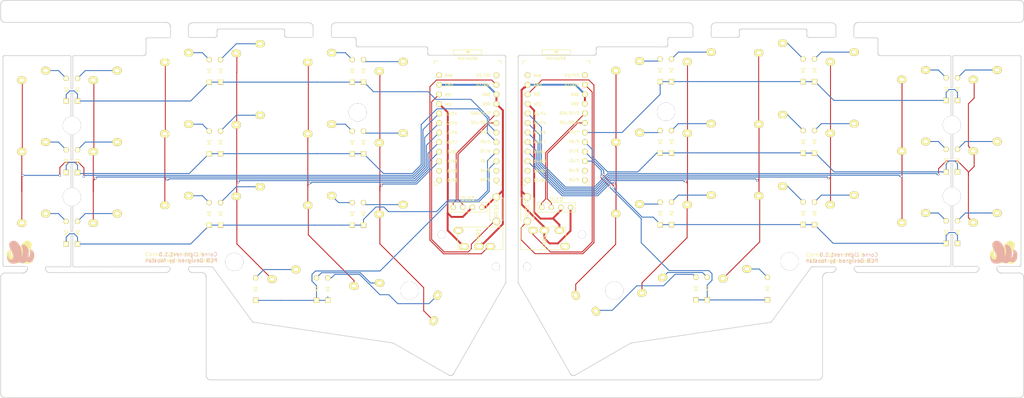
<source format=kicad_pcb>
(kicad_pcb (version 20171130) (host pcbnew "(5.1.2-1)-1")
  (title_block (title "Corne Light") (date 2018-12-26) (rev 2.1) (company foostan))
  (layers (0 F.Cu signal) (31 B.Cu signal) (34 B.Paste user) (35 F.Paste user) (36 B.SilkS user) (37 F.SilkS user) (38 B.Mask user) (39 F.Mask user) (44 Edge.Cuts user))
  (net 0 "")
  (net 1 row0)
  (net 2 "Net-(D1-Pad2)")
  (net 3 row1)
  (net 4 "Net-(D2-Pad2)")
  (net 5 row2)
  (net 6 "Net-(D3-Pad2)")
  (net 7 row3)
  (net 8 "Net-(D4-Pad2)")
  (net 9 "Net-(D5-Pad2)")
  (net 10 "Net-(D6-Pad2)")
  (net 11 "Net-(D7-Pad2)")
  (net 12 "Net-(D8-Pad2)")
  (net 13 "Net-(D9-Pad2)")
  (net 14 "Net-(D10-Pad2)")
  (net 15 "Net-(D11-Pad2)")
  (net 16 "Net-(D12-Pad2)")
  (net 17 "Net-(D13-Pad2)")
  (net 18 "Net-(D14-Pad2)")
  (net 19 "Net-(D15-Pad2)")
  (net 20 "Net-(D16-Pad2)")
  (net 21 "Net-(D17-Pad2)")
  (net 22 "Net-(D18-Pad2)")
  (net 23 "Net-(D19-Pad2)")
  (net 24 "Net-(D20-Pad2)")
  (net 25 "Net-(D21-Pad2)")
  (net 26 GND)
  (net 27 VCC)
  (net 28 col0)
  (net 29 col1)
  (net 30 col2)
  (net 31 col3)
  (net 32 col4)
  (net 33 col5)
  (net 34 LED)
  (net 35 data)
  (net 36 reset)
  (net 37 SCL)
  (net 38 SDA)
  (net 39 "Net-(U1-Pad14)")
  (net 40 "Net-(U1-Pad13)")
  (net 41 "Net-(U1-Pad12)")
  (net 42 "Net-(U1-Pad11)")
  (net 43 "Net-(J1-PadA)")
  (net 44 "Net-(U1-Pad24)")
  (net 45 "Net-(D22-Pad2)")
  (net 46 row0_r)
  (net 47 "Net-(D23-Pad2)")
  (net 48 "Net-(D24-Pad2)")
  (net 49 "Net-(D25-Pad2)")
  (net 50 "Net-(D26-Pad2)")
  (net 51 "Net-(D27-Pad2)")
  (net 52 row1_r)
  (net 53 "Net-(D28-Pad2)")
  (net 54 "Net-(D29-Pad2)")
  (net 55 "Net-(D30-Pad2)")
  (net 56 "Net-(D31-Pad2)")
  (net 57 "Net-(D32-Pad2)")
  (net 58 "Net-(D33-Pad2)")
  (net 59 row2_r)
  (net 60 "Net-(D34-Pad2)")
  (net 61 "Net-(D35-Pad2)")
  (net 62 "Net-(D36-Pad2)")
  (net 63 "Net-(D37-Pad2)")
  (net 64 "Net-(D38-Pad2)")
  (net 65 "Net-(D39-Pad2)")
  (net 66 "Net-(D40-Pad2)")
  (net 67 row3_r)
  (net 68 "Net-(D41-Pad2)")
  (net 69 "Net-(D42-Pad2)")
  (net 70 data_r)
  (net 71 "Net-(J6-PadA)")
  (net 72 SDA_r)
  (net 73 SCL_r)
  (net 74 LED_r)
  (net 75 reset_r)
  (net 76 col0_r)
  (net 77 col1_r)
  (net 78 col2_r)
  (net 79 col3_r)
  (net 80 col4_r)
  (net 81 col5_r)
  (net 82 "Net-(U2-Pad24)")
  (net 83 "Net-(U2-Pad14)")
  (net 84 "Net-(U2-Pad13)")
  (net 85 "Net-(U2-Pad12)")
  (net 86 "Net-(U2-Pad11)")
  (net 87 VDD)
  (net 88 GNDA)
  (module kbd:CherryMX_1u (layer F.Cu) (at 218.0245 76.649)
    (fp_text reference SW37 hide)
    (fp_text value SW_PUSH hide)
    (pad "" np_thru_hole circle (at 0 0 90) (size 4 4) (drill 4) (layers *.Cu *.Mask))
    (pad "" np_thru_hole circle (at -5.5 0 90) (size 1.9 1.9) (drill 1.9) (layers *.Cu *.Mask))
    (pad "" np_thru_hole circle (at 5.5 0 90) (size 1.9 1.9) (drill 1.9) (layers *.Cu *.Mask))
    (pad 2 thru_hole oval (at 2.54 -5.08) (size 2.5 2) (drill oval 1.2 0.8) (layers *.Cu F.SilkS B.Mask) (net 63 "Net-(D37-Pad2)"))
    (pad 1 thru_hole oval (at -3.81 -2.54) (size 2.5 2) (drill oval 1.2 0.8) (layers *.Cu F.SilkS B.Mask) (net 79 col3_r))
  )
  (module kbd:CherryMX_1u (layer F.Cu) (at 60.1875 60.17)
    (fp_text reference SW9 hide)
    (fp_text value SW_PUSH hide)
    (pad "" np_thru_hole circle (at 0 0 90) (size 4 4) (drill 4) (layers *.Cu *.Mask))
    (pad "" np_thru_hole circle (at -5.5 0 90) (size 1.9 1.9) (drill 1.9) (layers *.Cu *.Mask))
    (pad "" np_thru_hole circle (at 5.5 0 90) (size 1.9 1.9) (drill 1.9) (layers *.Cu *.Mask))
    (pad 2 thru_hole oval (at 2.54 -5.08) (size 2.5 2) (drill oval 1.2 0.8) (layers *.Cu F.SilkS B.Mask) (net 13 "Net-(D9-Pad2)"))
    (pad 1 thru_hole oval (at -3.81 -2.54) (size 2.5 2) (drill oval 1.2 0.8) (layers *.Cu F.SilkS B.Mask) (net 30 col2))
  )
  (module kbd:CherryMX_1u (layer F.Cu) (at 199.0245 60.024)
    (fp_text reference SW32 hide)
    (fp_text value SW_PUSH hide)
    (pad "" np_thru_hole circle (at 0 0 90) (size 4 4) (drill 4) (layers *.Cu *.Mask))
    (pad "" np_thru_hole circle (at -5.5 0 90) (size 1.9 1.9) (drill 1.9) (layers *.Cu *.Mask))
    (pad "" np_thru_hole circle (at 5.5 0 90) (size 1.9 1.9) (drill 1.9) (layers *.Cu *.Mask))
    (pad 2 thru_hole oval (at 2.54 -5.08) (size 2.5 2) (drill oval 1.2 0.8) (layers *.Cu F.SilkS B.Mask) (net 57 "Net-(D32-Pad2)"))
    (pad 1 thru_hole oval (at -3.81 -2.54) (size 2.5 2) (drill oval 1.2 0.8) (layers *.Cu F.SilkS B.Mask) (net 80 col4_r))
  )
  (module kbd:CherryMX_1u (layer F.Cu) (at 199.0245 41.024)
    (fp_text reference SW26 hide)
    (fp_text value SW_PUSH hide)
    (pad "" np_thru_hole circle (at 0 0 90) (size 4 4) (drill 4) (layers *.Cu *.Mask))
    (pad "" np_thru_hole circle (at -5.5 0 90) (size 1.9 1.9) (drill 1.9) (layers *.Cu *.Mask))
    (pad "" np_thru_hole circle (at 5.5 0 90) (size 1.9 1.9) (drill 1.9) (layers *.Cu *.Mask))
    (pad 2 thru_hole oval (at 2.54 -5.08) (size 2.5 2) (drill oval 1.2 0.8) (layers *.Cu F.SilkS B.Mask) (net 50 "Net-(D26-Pad2)"))
    (pad 1 thru_hole oval (at -3.81 -2.54) (size 2.5 2) (drill oval 1.2 0.8) (layers *.Cu F.SilkS B.Mask) (net 80 col4_r))
  )
  (module kbd:CherryMX_1u (layer F.Cu) (at 187.5245 101.399 15)
    (fp_text reference SW41 hide)
    (fp_text value SW_PUSH hide)
    (pad "" np_thru_hole circle (at 0 0 105) (size 4 4) (drill 4) (layers *.Cu *.Mask))
    (pad "" np_thru_hole circle (at -5.5 0 105) (size 1.9 1.9) (drill 1.9) (layers *.Cu *.Mask))
    (pad "" np_thru_hole circle (at 5.5 0 105) (size 1.9 1.9) (drill 1.9) (layers *.Cu *.Mask))
    (pad 2 thru_hole oval (at 2.54 -5.08 15) (size 2.5 2) (drill oval 1.2 0.8) (layers *.Cu F.SilkS B.Mask) (net 68 "Net-(D41-Pad2)"))
    (pad 1 thru_hole oval (at -3.81 -2.54 15) (size 2.5 2) (drill oval 1.2 0.8) (layers *.Cu F.SilkS B.Mask) (net 80 col4_r))
  )
  (module kbd:CherryMX_1u (layer F.Cu) (at 165.2745 105.149 300)
    (fp_text reference SW42 hide)
    (fp_text value SW_PUSH hide)
    (pad "" np_thru_hole circle (at 0 0 30) (size 4 4) (drill 4) (layers *.Cu *.Mask))
    (pad "" np_thru_hole circle (at -5.5 0 30) (size 1.9 1.9) (drill 1.9) (layers *.Cu *.Mask))
    (pad "" np_thru_hole circle (at 5.5 0 30) (size 1.9 1.9) (drill 1.9) (layers *.Cu *.Mask))
    (pad 2 thru_hole oval (at 2.54 -5.08 300) (size 2.5 2) (drill oval 1.2 0.8) (layers *.Cu F.SilkS B.Mask) (net 69 "Net-(D42-Pad2)"))
    (pad 1 thru_hole oval (at -3.81 -2.54 300) (size 2.5 2) (drill oval 1.2 0.8) (layers *.Cu F.SilkS B.Mask) (net 81 col5_r))
  )
  (module kbd:CherryMX_1u (layer F.Cu) (at 117.1875 81.545)
    (fp_text reference SW18 hide)
    (fp_text value SW_PUSH hide)
    (pad "" np_thru_hole circle (at 0 0 90) (size 4 4) (drill 4) (layers *.Cu *.Mask))
    (pad "" np_thru_hole circle (at -5.5 0 90) (size 1.9 1.9) (drill 1.9) (layers *.Cu *.Mask))
    (pad "" np_thru_hole circle (at 5.5 0 90) (size 1.9 1.9) (drill 1.9) (layers *.Cu *.Mask))
    (pad 2 thru_hole oval (at 2.54 -5.08) (size 2.5 2) (drill oval 1.2 0.8) (layers *.Cu F.SilkS B.Mask) (net 22 "Net-(D18-Pad2)"))
    (pad 1 thru_hole oval (at -3.81 -2.54) (size 2.5 2) (drill oval 1.2 0.8) (layers *.Cu F.SilkS B.Mask) (net 33 col5))
  )
  (module kbd:CherryMX_1u (layer F.Cu) (at 60.1875 41.17)
    (fp_text reference SW3 hide)
    (fp_text value SW_PUSH hide)
    (pad "" np_thru_hole circle (at 0 0 90) (size 4 4) (drill 4) (layers *.Cu *.Mask))
    (pad "" np_thru_hole circle (at -5.5 0 90) (size 1.9 1.9) (drill 1.9) (layers *.Cu *.Mask))
    (pad "" np_thru_hole circle (at 5.5 0 90) (size 1.9 1.9) (drill 1.9) (layers *.Cu *.Mask))
    (pad 2 thru_hole oval (at 2.54 -5.08) (size 2.5 2) (drill oval 1.2 0.8) (layers *.Cu F.SilkS B.Mask) (net 6 "Net-(D3-Pad2)"))
    (pad 1 thru_hole oval (at -3.81 -2.54) (size 2.5 2) (drill oval 1.2 0.8) (layers *.Cu F.SilkS B.Mask) (net 30 col2))
  )
  (module kbd:CherryMX_1u (layer F.Cu) (at 41.1875 83.92)
    (fp_text reference SW14 hide)
    (fp_text value SW_PUSH hide)
    (pad "" np_thru_hole circle (at 0 0 90) (size 4 4) (drill 4) (layers *.Cu *.Mask))
    (pad "" np_thru_hole circle (at -5.5 0 90) (size 1.9 1.9) (drill 1.9) (layers *.Cu *.Mask))
    (pad "" np_thru_hole circle (at 5.5 0 90) (size 1.9 1.9) (drill 1.9) (layers *.Cu *.Mask))
    (pad 2 thru_hole oval (at 2.54 -5.08) (size 2.5 2) (drill oval 1.2 0.8) (layers *.Cu F.SilkS B.Mask) (net 18 "Net-(D14-Pad2)"))
    (pad 1 thru_hole oval (at -3.81 -2.54) (size 2.5 2) (drill oval 1.2 0.8) (layers *.Cu F.SilkS B.Mask) (net 29 col1))
  )
  (module kbd:CherryMX_1u (layer F.Cu) (at 131.9375 105.295 60)
    (fp_text reference SW21 hide)
    (fp_text value SW_PUSH hide)
    (pad "" np_thru_hole circle (at 0 0 150) (size 4 4) (drill 4) (layers *.Cu *.Mask))
    (pad "" np_thru_hole circle (at -5.5 0 150) (size 1.9 1.9) (drill 1.9) (layers *.Cu *.Mask))
    (pad "" np_thru_hole circle (at 5.5 0 150) (size 1.9 1.9) (drill 1.9) (layers *.Cu *.Mask))
    (pad 2 thru_hole oval (at 2.54 -5.08 60) (size 2.5 2) (drill oval 1.2 0.8) (layers *.Cu F.SilkS B.Mask) (net 25 "Net-(D21-Pad2)"))
    (pad 1 thru_hole oval (at -3.81 -2.54 60) (size 2.5 2) (drill oval 1.2 0.8) (layers *.Cu F.SilkS B.Mask) (net 33 col5))
  )
  (module kbd:CherryMX_1u (layer F.Cu) (at 180.0245 43.399)
    (fp_text reference SW27 hide)
    (fp_text value SW_PUSH hide)
    (pad "" np_thru_hole circle (at 0 0 90) (size 4 4) (drill 4) (layers *.Cu *.Mask))
    (pad "" np_thru_hole circle (at -5.5 0 90) (size 1.9 1.9) (drill 1.9) (layers *.Cu *.Mask))
    (pad "" np_thru_hole circle (at 5.5 0 90) (size 1.9 1.9) (drill 1.9) (layers *.Cu *.Mask))
    (pad 2 thru_hole oval (at 2.54 -5.08) (size 2.5 2) (drill oval 1.2 0.8) (layers *.Cu F.SilkS B.Mask) (net 51 "Net-(D27-Pad2)"))
    (pad 1 thru_hole oval (at -3.81 -2.54) (size 2.5 2) (drill oval 1.2 0.8) (layers *.Cu F.SilkS B.Mask) (net 81 col5_r))
  )
  (module kbd:CherryMX_1u (layer F.Cu) (at 117.1875 62.545)
    (fp_text reference SW12 hide)
    (fp_text value SW_PUSH hide)
    (pad "" np_thru_hole circle (at 0 0 90) (size 4 4) (drill 4) (layers *.Cu *.Mask))
    (pad "" np_thru_hole circle (at -5.5 0 90) (size 1.9 1.9) (drill 1.9) (layers *.Cu *.Mask))
    (pad "" np_thru_hole circle (at 5.5 0 90) (size 1.9 1.9) (drill 1.9) (layers *.Cu *.Mask))
    (pad 2 thru_hole oval (at 2.54 -5.08) (size 2.5 2) (drill oval 1.2 0.8) (layers *.Cu F.SilkS B.Mask) (net 16 "Net-(D12-Pad2)"))
    (pad 1 thru_hole oval (at -3.81 -2.54) (size 2.5 2) (drill oval 1.2 0.8) (layers *.Cu F.SilkS B.Mask) (net 33 col5))
  )
  (module kbd:CherryMX_1u (layer F.Cu) (at 109.6875 101.545 345)
    (fp_text reference SW20 hide)
    (fp_text value SW_PUSH hide)
    (pad "" np_thru_hole circle (at 0 0 75) (size 4 4) (drill 4) (layers *.Cu *.Mask))
    (pad "" np_thru_hole circle (at -5.5 0 75) (size 1.9 1.9) (drill 1.9) (layers *.Cu *.Mask))
    (pad "" np_thru_hole circle (at 5.5 0 75) (size 1.9 1.9) (drill 1.9) (layers *.Cu *.Mask))
    (pad 2 thru_hole oval (at 2.54 -5.08 345) (size 2.5 2) (drill oval 1.2 0.8) (layers *.Cu F.SilkS B.Mask) (net 24 "Net-(D20-Pad2)"))
    (pad 1 thru_hole oval (at -3.81 -2.54 345) (size 2.5 2) (drill oval 1.2 0.8) (layers *.Cu F.SilkS B.Mask) (net 32 col4))
  )
  (module kbd:CherryMX_1u (layer F.Cu) (at 22.1875 64.92)
    (fp_text reference SW7 hide)
    (fp_text value SW_PUSH hide)
    (pad "" np_thru_hole circle (at 0 0 90) (size 4 4) (drill 4) (layers *.Cu *.Mask))
    (pad "" np_thru_hole circle (at -5.5 0 90) (size 1.9 1.9) (drill 1.9) (layers *.Cu *.Mask))
    (pad "" np_thru_hole circle (at 5.5 0 90) (size 1.9 1.9) (drill 1.9) (layers *.Cu *.Mask))
    (pad 2 thru_hole oval (at 2.54 -5.08) (size 2.5 2) (drill oval 1.2 0.8) (layers *.Cu F.SilkS B.Mask) (net 11 "Net-(D7-Pad2)"))
    (pad 1 thru_hole oval (at -3.81 -2.54) (size 2.5 2) (drill oval 1.2 0.8) (layers *.Cu F.SilkS B.Mask) (net 28 col0))
  )
  (module kbd:CherryMX_1u (layer F.Cu) (at 41.1875 64.92)
    (fp_text reference SW8 hide)
    (fp_text value SW_PUSH hide)
    (pad "" np_thru_hole circle (at 0 0 90) (size 4 4) (drill 4) (layers *.Cu *.Mask))
    (pad "" np_thru_hole circle (at -5.5 0 90) (size 1.9 1.9) (drill 1.9) (layers *.Cu *.Mask))
    (pad "" np_thru_hole circle (at 5.5 0 90) (size 1.9 1.9) (drill 1.9) (layers *.Cu *.Mask))
    (pad 2 thru_hole oval (at 2.54 -5.08) (size 2.5 2) (drill oval 1.2 0.8) (layers *.Cu F.SilkS B.Mask) (net 12 "Net-(D8-Pad2)"))
    (pad 1 thru_hole oval (at -3.81 -2.54) (size 2.5 2) (drill oval 1.2 0.8) (layers *.Cu F.SilkS B.Mask) (net 29 col1))
  )
  (module kbd:CherryMX_1u (layer F.Cu) (at 79.1875 57.795)
    (fp_text reference SW10 hide)
    (fp_text value SW_PUSH hide)
    (pad "" np_thru_hole circle (at 0 0 90) (size 4 4) (drill 4) (layers *.Cu *.Mask))
    (pad "" np_thru_hole circle (at -5.5 0 90) (size 1.9 1.9) (drill 1.9) (layers *.Cu *.Mask))
    (pad "" np_thru_hole circle (at 5.5 0 90) (size 1.9 1.9) (drill 1.9) (layers *.Cu *.Mask))
    (pad 2 thru_hole oval (at 2.54 -5.08) (size 2.5 2) (drill oval 1.2 0.8) (layers *.Cu F.SilkS B.Mask) (net 14 "Net-(D10-Pad2)"))
    (pad 1 thru_hole oval (at -3.81 -2.54) (size 2.5 2) (drill oval 1.2 0.8) (layers *.Cu F.SilkS B.Mask) (net 31 col3))
  )
  (module kbd:CherryMX_1u (layer F.Cu) (at 98.1875 60.17)
    (fp_text reference SW11 hide)
    (fp_text value SW_PUSH hide)
    (pad "" np_thru_hole circle (at 0 0 90) (size 4 4) (drill 4) (layers *.Cu *.Mask))
    (pad "" np_thru_hole circle (at -5.5 0 90) (size 1.9 1.9) (drill 1.9) (layers *.Cu *.Mask))
    (pad "" np_thru_hole circle (at 5.5 0 90) (size 1.9 1.9) (drill 1.9) (layers *.Cu *.Mask))
    (pad 2 thru_hole oval (at 2.54 -5.08) (size 2.5 2) (drill oval 1.2 0.8) (layers *.Cu F.SilkS B.Mask) (net 15 "Net-(D11-Pad2)"))
    (pad 1 thru_hole oval (at -3.81 -2.54) (size 2.5 2) (drill oval 1.2 0.8) (layers *.Cu F.SilkS B.Mask) (net 32 col4))
  )
  (module kbd:CherryMX_1u (layer F.Cu) (at 60.1875 79.17)
    (fp_text reference SW15 hide)
    (fp_text value SW_PUSH hide)
    (pad "" np_thru_hole circle (at 0 0 90) (size 4 4) (drill 4) (layers *.Cu *.Mask))
    (pad "" np_thru_hole circle (at -5.5 0 90) (size 1.9 1.9) (drill 1.9) (layers *.Cu *.Mask))
    (pad "" np_thru_hole circle (at 5.5 0 90) (size 1.9 1.9) (drill 1.9) (layers *.Cu *.Mask))
    (pad 2 thru_hole oval (at 2.54 -5.08) (size 2.5 2) (drill oval 1.2 0.8) (layers *.Cu F.SilkS B.Mask) (net 19 "Net-(D15-Pad2)"))
    (pad 1 thru_hole oval (at -3.81 -2.54) (size 2.5 2) (drill oval 1.2 0.8) (layers *.Cu F.SilkS B.Mask) (net 30 col2))
  )
  (module kbd:CherryMX_1u (layer F.Cu) (at 79.1875 76.795)
    (fp_text reference SW16 hide)
    (fp_text value SW_PUSH hide)
    (pad "" np_thru_hole circle (at 0 0 90) (size 4 4) (drill 4) (layers *.Cu *.Mask))
    (pad "" np_thru_hole circle (at -5.5 0 90) (size 1.9 1.9) (drill 1.9) (layers *.Cu *.Mask))
    (pad "" np_thru_hole circle (at 5.5 0 90) (size 1.9 1.9) (drill 1.9) (layers *.Cu *.Mask))
    (pad 2 thru_hole oval (at 2.54 -5.08) (size 2.5 2) (drill oval 1.2 0.8) (layers *.Cu F.SilkS B.Mask) (net 20 "Net-(D16-Pad2)"))
    (pad 1 thru_hole oval (at -3.81 -2.54) (size 2.5 2) (drill oval 1.2 0.8) (layers *.Cu F.SilkS B.Mask) (net 31 col3))
  )
  (module kbd:CherryMX_1u (layer F.Cu) (at 98.1875 79.17)
    (fp_text reference SW17 hide)
    (fp_text value SW_PUSH hide)
    (pad "" np_thru_hole circle (at 0 0 90) (size 4 4) (drill 4) (layers *.Cu *.Mask))
    (pad "" np_thru_hole circle (at -5.5 0 90) (size 1.9 1.9) (drill 1.9) (layers *.Cu *.Mask))
    (pad "" np_thru_hole circle (at 5.5 0 90) (size 1.9 1.9) (drill 1.9) (layers *.Cu *.Mask))
    (pad 2 thru_hole oval (at 2.54 -5.08) (size 2.5 2) (drill oval 1.2 0.8) (layers *.Cu F.SilkS B.Mask) (net 21 "Net-(D17-Pad2)"))
    (pad 1 thru_hole oval (at -3.81 -2.54) (size 2.5 2) (drill oval 1.2 0.8) (layers *.Cu F.SilkS B.Mask) (net 32 col4))
  )
  (module kbd:CherryMX_1u (layer F.Cu) (at 88.6875 98.795)
    (fp_text reference SW19 hide)
    (fp_text value SW_PUSH hide)
    (pad "" np_thru_hole circle (at 0 0 90) (size 4 4) (drill 4) (layers *.Cu *.Mask))
    (pad "" np_thru_hole circle (at -5.5 0 90) (size 1.9 1.9) (drill 1.9) (layers *.Cu *.Mask))
    (pad "" np_thru_hole circle (at 5.5 0 90) (size 1.9 1.9) (drill 1.9) (layers *.Cu *.Mask))
    (pad 2 thru_hole oval (at 2.54 -5.08) (size 2.5 2) (drill oval 1.2 0.8) (layers *.Cu F.SilkS B.Mask) (net 23 "Net-(D19-Pad2)"))
    (pad 1 thru_hole oval (at -3.81 -2.54) (size 2.5 2) (drill oval 1.2 0.8) (layers *.Cu F.SilkS B.Mask) (net 31 col3))
  )
  (module kbd:CherryMX_1u (layer F.Cu) (at 22.1875 83.92)
    (fp_text reference SW13 hide)
    (fp_text value SW_PUSH hide)
    (pad "" np_thru_hole circle (at 0 0 90) (size 4 4) (drill 4) (layers *.Cu *.Mask))
    (pad "" np_thru_hole circle (at -5.5 0 90) (size 1.9 1.9) (drill 1.9) (layers *.Cu *.Mask))
    (pad "" np_thru_hole circle (at 5.5 0 90) (size 1.9 1.9) (drill 1.9) (layers *.Cu *.Mask))
    (pad 2 thru_hole oval (at 2.54 -5.08) (size 2.5 2) (drill oval 1.2 0.8) (layers *.Cu F.SilkS B.Mask) (net 17 "Net-(D13-Pad2)"))
    (pad 1 thru_hole oval (at -3.81 -2.54) (size 2.5 2) (drill oval 1.2 0.8) (layers *.Cu F.SilkS B.Mask) (net 28 col0))
  )
  (module kbd:CherryMX_1u (layer F.Cu) (at 180.0245 81.399)
    (fp_text reference SW39 hide)
    (fp_text value SW_PUSH hide)
    (pad "" np_thru_hole circle (at 0 0 90) (size 4 4) (drill 4) (layers *.Cu *.Mask))
    (pad "" np_thru_hole circle (at -5.5 0 90) (size 1.9 1.9) (drill 1.9) (layers *.Cu *.Mask))
    (pad "" np_thru_hole circle (at 5.5 0 90) (size 1.9 1.9) (drill 1.9) (layers *.Cu *.Mask))
    (pad 2 thru_hole oval (at 2.54 -5.08) (size 2.5 2) (drill oval 1.2 0.8) (layers *.Cu F.SilkS B.Mask) (net 65 "Net-(D39-Pad2)"))
    (pad 1 thru_hole oval (at -3.81 -2.54) (size 2.5 2) (drill oval 1.2 0.8) (layers *.Cu F.SilkS B.Mask) (net 81 col5_r))
  )
  (module kbd:CherryMX_1u (layer F.Cu) (at 275.0245 64.774)
    (fp_text reference SW28 hide)
    (fp_text value SW_PUSH hide)
    (pad "" np_thru_hole circle (at 0 0 90) (size 4 4) (drill 4) (layers *.Cu *.Mask))
    (pad "" np_thru_hole circle (at -5.5 0 90) (size 1.9 1.9) (drill 1.9) (layers *.Cu *.Mask))
    (pad "" np_thru_hole circle (at 5.5 0 90) (size 1.9 1.9) (drill 1.9) (layers *.Cu *.Mask))
    (pad 2 thru_hole oval (at 2.54 -5.08) (size 2.5 2) (drill oval 1.2 0.8) (layers *.Cu F.SilkS B.Mask) (net 53 "Net-(D28-Pad2)"))
    (pad 1 thru_hole oval (at -3.81 -2.54) (size 2.5 2) (drill oval 1.2 0.8) (layers *.Cu F.SilkS B.Mask) (net 76 col0_r))
  )
  (module kbd:CherryMX_1u (layer F.Cu) (at 256.0245 45.774)
    (fp_text reference SW23 hide)
    (fp_text value SW_PUSH hide)
    (pad "" np_thru_hole circle (at 0 0 90) (size 4 4) (drill 4) (layers *.Cu *.Mask))
    (pad "" np_thru_hole circle (at -5.5 0 90) (size 1.9 1.9) (drill 1.9) (layers *.Cu *.Mask))
    (pad "" np_thru_hole circle (at 5.5 0 90) (size 1.9 1.9) (drill 1.9) (layers *.Cu *.Mask))
    (pad 2 thru_hole oval (at 2.54 -5.08) (size 2.5 2) (drill oval 1.2 0.8) (layers *.Cu F.SilkS B.Mask) (net 47 "Net-(D23-Pad2)"))
    (pad 1 thru_hole oval (at -3.81 -2.54) (size 2.5 2) (drill oval 1.2 0.8) (layers *.Cu F.SilkS B.Mask) (net 77 col1_r))
  )
  (module kbd:CherryMX_1u (layer F.Cu) (at 208.5245 98.649)
    (fp_text reference SW40 hide)
    (fp_text value SW_PUSH hide)
    (pad "" np_thru_hole circle (at 0 0 90) (size 4 4) (drill 4) (layers *.Cu *.Mask))
    (pad "" np_thru_hole circle (at -5.5 0 90) (size 1.9 1.9) (drill 1.9) (layers *.Cu *.Mask))
    (pad "" np_thru_hole circle (at 5.5 0 90) (size 1.9 1.9) (drill 1.9) (layers *.Cu *.Mask))
    (pad 2 thru_hole oval (at 2.54 -5.08) (size 2.5 2) (drill oval 1.2 0.8) (layers *.Cu F.SilkS B.Mask) (net 66 "Net-(D40-Pad2)"))
    (pad 1 thru_hole oval (at -3.81 -2.54) (size 2.5 2) (drill oval 1.2 0.8) (layers *.Cu F.SilkS B.Mask) (net 79 col3_r))
  )
  (module kbd:CherryMX_1u (layer F.Cu) (at 199.0245 79.024)
    (fp_text reference SW38 hide)
    (fp_text value SW_PUSH hide)
    (pad "" np_thru_hole circle (at 0 0 90) (size 4 4) (drill 4) (layers *.Cu *.Mask))
    (pad "" np_thru_hole circle (at -5.5 0 90) (size 1.9 1.9) (drill 1.9) (layers *.Cu *.Mask))
    (pad "" np_thru_hole circle (at 5.5 0 90) (size 1.9 1.9) (drill 1.9) (layers *.Cu *.Mask))
    (pad 2 thru_hole oval (at 2.54 -5.08) (size 2.5 2) (drill oval 1.2 0.8) (layers *.Cu F.SilkS B.Mask) (net 64 "Net-(D38-Pad2)"))
    (pad 1 thru_hole oval (at -3.81 -2.54) (size 2.5 2) (drill oval 1.2 0.8) (layers *.Cu F.SilkS B.Mask) (net 80 col4_r))
  )
  (module kbd:CherryMX_1u (layer F.Cu) (at 237.0245 79.024)
    (fp_text reference SW36 hide)
    (fp_text value SW_PUSH hide)
    (pad "" np_thru_hole circle (at 0 0 90) (size 4 4) (drill 4) (layers *.Cu *.Mask))
    (pad "" np_thru_hole circle (at -5.5 0 90) (size 1.9 1.9) (drill 1.9) (layers *.Cu *.Mask))
    (pad "" np_thru_hole circle (at 5.5 0 90) (size 1.9 1.9) (drill 1.9) (layers *.Cu *.Mask))
    (pad 2 thru_hole oval (at 2.54 -5.08) (size 2.5 2) (drill oval 1.2 0.8) (layers *.Cu F.SilkS B.Mask) (net 62 "Net-(D36-Pad2)"))
    (pad 1 thru_hole oval (at -3.81 -2.54) (size 2.5 2) (drill oval 1.2 0.8) (layers *.Cu F.SilkS B.Mask) (net 78 col2_r))
  )
  (module kbd:CherryMX_1u (layer F.Cu) (at 256.0245 83.774)
    (fp_text reference SW35 hide)
    (fp_text value SW_PUSH hide)
    (pad "" np_thru_hole circle (at 0 0 90) (size 4 4) (drill 4) (layers *.Cu *.Mask))
    (pad "" np_thru_hole circle (at -5.5 0 90) (size 1.9 1.9) (drill 1.9) (layers *.Cu *.Mask))
    (pad "" np_thru_hole circle (at 5.5 0 90) (size 1.9 1.9) (drill 1.9) (layers *.Cu *.Mask))
    (pad 2 thru_hole oval (at 2.54 -5.08) (size 2.5 2) (drill oval 1.2 0.8) (layers *.Cu F.SilkS B.Mask) (net 61 "Net-(D35-Pad2)"))
    (pad 1 thru_hole oval (at -3.81 -2.54) (size 2.5 2) (drill oval 1.2 0.8) (layers *.Cu F.SilkS B.Mask) (net 77 col1_r))
  )
  (module kbd:CherryMX_1u (layer F.Cu) (at 275.0245 83.774)
    (fp_text reference SW34 hide)
    (fp_text value SW_PUSH hide)
    (pad "" np_thru_hole circle (at 0 0 90) (size 4 4) (drill 4) (layers *.Cu *.Mask))
    (pad "" np_thru_hole circle (at -5.5 0 90) (size 1.9 1.9) (drill 1.9) (layers *.Cu *.Mask))
    (pad "" np_thru_hole circle (at 5.5 0 90) (size 1.9 1.9) (drill 1.9) (layers *.Cu *.Mask))
    (pad 2 thru_hole oval (at 2.54 -5.08) (size 2.5 2) (drill oval 1.2 0.8) (layers *.Cu F.SilkS B.Mask) (net 60 "Net-(D34-Pad2)"))
    (pad 1 thru_hole oval (at -3.81 -2.54) (size 2.5 2) (drill oval 1.2 0.8) (layers *.Cu F.SilkS B.Mask) (net 76 col0_r))
  )
  (module kbd:CherryMX_1u (layer F.Cu) (at 180.0245 62.399)
    (fp_text reference SW33 hide)
    (fp_text value SW_PUSH hide)
    (pad "" np_thru_hole circle (at 0 0 90) (size 4 4) (drill 4) (layers *.Cu *.Mask))
    (pad "" np_thru_hole circle (at -5.5 0 90) (size 1.9 1.9) (drill 1.9) (layers *.Cu *.Mask))
    (pad "" np_thru_hole circle (at 5.5 0 90) (size 1.9 1.9) (drill 1.9) (layers *.Cu *.Mask))
    (pad 2 thru_hole oval (at 2.54 -5.08) (size 2.5 2) (drill oval 1.2 0.8) (layers *.Cu F.SilkS B.Mask) (net 58 "Net-(D33-Pad2)"))
    (pad 1 thru_hole oval (at -3.81 -2.54) (size 2.5 2) (drill oval 1.2 0.8) (layers *.Cu F.SilkS B.Mask) (net 81 col5_r))
  )
  (module kbd:CherryMX_1u (layer F.Cu) (at 218.0245 57.649)
    (fp_text reference SW31 hide)
    (fp_text value SW_PUSH hide)
    (pad "" np_thru_hole circle (at 0 0 90) (size 4 4) (drill 4) (layers *.Cu *.Mask))
    (pad "" np_thru_hole circle (at -5.5 0 90) (size 1.9 1.9) (drill 1.9) (layers *.Cu *.Mask))
    (pad "" np_thru_hole circle (at 5.5 0 90) (size 1.9 1.9) (drill 1.9) (layers *.Cu *.Mask))
    (pad 2 thru_hole oval (at 2.54 -5.08) (size 2.5 2) (drill oval 1.2 0.8) (layers *.Cu F.SilkS B.Mask) (net 56 "Net-(D31-Pad2)"))
    (pad 1 thru_hole oval (at -3.81 -2.54) (size 2.5 2) (drill oval 1.2 0.8) (layers *.Cu F.SilkS B.Mask) (net 79 col3_r))
  )
  (module kbd:CherryMX_1u (layer F.Cu) (at 237.0245 60.024)
    (fp_text reference SW30 hide)
    (fp_text value SW_PUSH hide)
    (pad "" np_thru_hole circle (at 0 0 90) (size 4 4) (drill 4) (layers *.Cu *.Mask))
    (pad "" np_thru_hole circle (at -5.5 0 90) (size 1.9 1.9) (drill 1.9) (layers *.Cu *.Mask))
    (pad "" np_thru_hole circle (at 5.5 0 90) (size 1.9 1.9) (drill 1.9) (layers *.Cu *.Mask))
    (pad 2 thru_hole oval (at 2.54 -5.08) (size 2.5 2) (drill oval 1.2 0.8) (layers *.Cu F.SilkS B.Mask) (net 55 "Net-(D30-Pad2)"))
    (pad 1 thru_hole oval (at -3.81 -2.54) (size 2.5 2) (drill oval 1.2 0.8) (layers *.Cu F.SilkS B.Mask) (net 78 col2_r))
  )
  (module kbd:CherryMX_1u (layer F.Cu) (at 256.0245 64.774)
    (fp_text reference SW29 hide)
    (fp_text value SW_PUSH hide)
    (pad "" np_thru_hole circle (at 0 0 90) (size 4 4) (drill 4) (layers *.Cu *.Mask))
    (pad "" np_thru_hole circle (at -5.5 0 90) (size 1.9 1.9) (drill 1.9) (layers *.Cu *.Mask))
    (pad "" np_thru_hole circle (at 5.5 0 90) (size 1.9 1.9) (drill 1.9) (layers *.Cu *.Mask))
    (pad 2 thru_hole oval (at 2.54 -5.08) (size 2.5 2) (drill oval 1.2 0.8) (layers *.Cu F.SilkS B.Mask) (net 54 "Net-(D29-Pad2)"))
    (pad 1 thru_hole oval (at -3.81 -2.54) (size 2.5 2) (drill oval 1.2 0.8) (layers *.Cu F.SilkS B.Mask) (net 77 col1_r))
  )
  (module kbd:CherryMX_1u (layer F.Cu) (at 218.0245 38.649)
    (fp_text reference SW25 hide)
    (fp_text value SW_PUSH hide)
    (pad "" np_thru_hole circle (at 0 0 90) (size 4 4) (drill 4) (layers *.Cu *.Mask))
    (pad "" np_thru_hole circle (at -5.5 0 90) (size 1.9 1.9) (drill 1.9) (layers *.Cu *.Mask))
    (pad "" np_thru_hole circle (at 5.5 0 90) (size 1.9 1.9) (drill 1.9) (layers *.Cu *.Mask))
    (pad 2 thru_hole oval (at 2.54 -5.08) (size 2.5 2) (drill oval 1.2 0.8) (layers *.Cu F.SilkS B.Mask) (net 49 "Net-(D25-Pad2)"))
    (pad 1 thru_hole oval (at -3.81 -2.54) (size 2.5 2) (drill oval 1.2 0.8) (layers *.Cu F.SilkS B.Mask) (net 79 col3_r))
  )
  (module kbd:CherryMX_1u (layer F.Cu) (at 237.0245 41.024)
    (fp_text reference SW24 hide)
    (fp_text value SW_PUSH hide)
    (pad "" np_thru_hole circle (at 0 0 90) (size 4 4) (drill 4) (layers *.Cu *.Mask))
    (pad "" np_thru_hole circle (at -5.5 0 90) (size 1.9 1.9) (drill 1.9) (layers *.Cu *.Mask))
    (pad "" np_thru_hole circle (at 5.5 0 90) (size 1.9 1.9) (drill 1.9) (layers *.Cu *.Mask))
    (pad 2 thru_hole oval (at 2.54 -5.08) (size 2.5 2) (drill oval 1.2 0.8) (layers *.Cu F.SilkS B.Mask) (net 48 "Net-(D24-Pad2)"))
    (pad 1 thru_hole oval (at -3.81 -2.54) (size 2.5 2) (drill oval 1.2 0.8) (layers *.Cu F.SilkS B.Mask) (net 78 col2_r))
  )
  (module kbd:CherryMX_1u (layer F.Cu) (at 275.0245 45.774)
    (fp_text reference SW22 hide)
    (fp_text value SW_PUSH hide)
    (pad "" np_thru_hole circle (at 0 0 90) (size 4 4) (drill 4) (layers *.Cu *.Mask))
    (pad "" np_thru_hole circle (at -5.5 0 90) (size 1.9 1.9) (drill 1.9) (layers *.Cu *.Mask))
    (pad "" np_thru_hole circle (at 5.5 0 90) (size 1.9 1.9) (drill 1.9) (layers *.Cu *.Mask))
    (pad 2 thru_hole oval (at 2.54 -5.08) (size 2.5 2) (drill oval 1.2 0.8) (layers *.Cu F.SilkS B.Mask) (net 45 "Net-(D22-Pad2)"))
    (pad 1 thru_hole oval (at -3.81 -2.54) (size 2.5 2) (drill oval 1.2 0.8) (layers *.Cu F.SilkS B.Mask) (net 76 col0_r))
  )
  (module kbd:CherryMX_1u (layer F.Cu) (at 22.1875 45.92)
    (fp_text reference SW1 hide)
    (fp_text value SW_PUSH hide)
    (pad "" np_thru_hole circle (at 0 0 90) (size 4 4) (drill 4) (layers *.Cu *.Mask))
    (pad "" np_thru_hole circle (at -5.5 0 90) (size 1.9 1.9) (drill 1.9) (layers *.Cu *.Mask))
    (pad "" np_thru_hole circle (at 5.5 0 90) (size 1.9 1.9) (drill 1.9) (layers *.Cu *.Mask))
    (pad 2 thru_hole oval (at 2.54 -5.08) (size 2.5 2) (drill oval 1.2 0.8) (layers *.Cu F.SilkS B.Mask) (net 2 "Net-(D1-Pad2)"))
    (pad 1 thru_hole oval (at -3.81 -2.54) (size 2.5 2) (drill oval 1.2 0.8) (layers *.Cu F.SilkS B.Mask) (net 28 col0))
  )
  (module kbd:CherryMX_1u (layer F.Cu) (at 41.1875 45.92)
    (fp_text reference SW2 hide)
    (fp_text value SW_PUSH hide)
    (pad "" np_thru_hole circle (at 0 0 90) (size 4 4) (drill 4) (layers *.Cu *.Mask))
    (pad "" np_thru_hole circle (at -5.5 0 90) (size 1.9 1.9) (drill 1.9) (layers *.Cu *.Mask))
    (pad "" np_thru_hole circle (at 5.5 0 90) (size 1.9 1.9) (drill 1.9) (layers *.Cu *.Mask))
    (pad 2 thru_hole oval (at 2.54 -5.08) (size 2.5 2) (drill oval 1.2 0.8) (layers *.Cu F.SilkS B.Mask) (net 4 "Net-(D2-Pad2)"))
    (pad 1 thru_hole oval (at -3.81 -2.54) (size 2.5 2) (drill oval 1.2 0.8) (layers *.Cu F.SilkS B.Mask) (net 29 col1))
  )
  (module kbd:CherryMX_1u (layer F.Cu) (at 79.1875 38.795)
    (fp_text reference SW4 hide)
    (fp_text value SW_PUSH hide)
    (pad "" np_thru_hole circle (at 0 0 90) (size 4 4) (drill 4) (layers *.Cu *.Mask))
    (pad "" np_thru_hole circle (at -5.5 0 90) (size 1.9 1.9) (drill 1.9) (layers *.Cu *.Mask))
    (pad "" np_thru_hole circle (at 5.5 0 90) (size 1.9 1.9) (drill 1.9) (layers *.Cu *.Mask))
    (pad 2 thru_hole oval (at 2.54 -5.08) (size 2.5 2) (drill oval 1.2 0.8) (layers *.Cu F.SilkS B.Mask) (net 8 "Net-(D4-Pad2)"))
    (pad 1 thru_hole oval (at -3.81 -2.54) (size 2.5 2) (drill oval 1.2 0.8) (layers *.Cu F.SilkS B.Mask) (net 31 col3))
  )
  (module kbd:CherryMX_1u (layer F.Cu) (at 98.1875 41.17)
    (fp_text reference SW5 hide)
    (fp_text value SW_PUSH hide)
    (pad "" np_thru_hole circle (at 0 0 90) (size 4 4) (drill 4) (layers *.Cu *.Mask))
    (pad "" np_thru_hole circle (at -5.5 0 90) (size 1.9 1.9) (drill 1.9) (layers *.Cu *.Mask))
    (pad "" np_thru_hole circle (at 5.5 0 90) (size 1.9 1.9) (drill 1.9) (layers *.Cu *.Mask))
    (pad 2 thru_hole oval (at 2.54 -5.08) (size 2.5 2) (drill oval 1.2 0.8) (layers *.Cu F.SilkS B.Mask) (net 9 "Net-(D5-Pad2)"))
    (pad 1 thru_hole oval (at -3.81 -2.54) (size 2.5 2) (drill oval 1.2 0.8) (layers *.Cu F.SilkS B.Mask) (net 32 col4))
  )
  (module kbd:CherryMX_1u (layer F.Cu) (at 117.1875 43.545)
    (fp_text reference SW6 hide)
    (fp_text value SW_PUSH hide)
    (pad "" np_thru_hole circle (at 0 0 90) (size 4 4) (drill 4) (layers *.Cu *.Mask))
    (pad "" np_thru_hole circle (at -5.5 0 90) (size 1.9 1.9) (drill 1.9) (layers *.Cu *.Mask))
    (pad "" np_thru_hole circle (at 5.5 0 90) (size 1.9 1.9) (drill 1.9) (layers *.Cu *.Mask))
    (pad 2 thru_hole oval (at 2.54 -5.08) (size 2.5 2) (drill oval 1.2 0.8) (layers *.Cu F.SilkS B.Mask) (net 10 "Net-(D6-Pad2)"))
    (pad 1 thru_hole oval (at -3.81 -2.54) (size 2.5 2) (drill oval 1.2 0.8) (layers *.Cu F.SilkS B.Mask) (net 33 col5))
  )
  (module kbd:D3_TH (layer F.Cu) (at 109.1875 59.92 90)
    (fp_text reference D12 hide)
    (fp_text value D hide)
    (pad 1 thru_hole rect (at -3 0 90) (size 1.397 1.397) (drill 0.8128) (layers *.Cu F.SilkS B.Mask) (net 3 row1))
    (pad 2 thru_hole circle (at 3 0 90) (size 1.397 1.397) (drill 0.8128) (layers *.Cu F.SilkS B.Mask) (net 16 "Net-(D12-Pad2)"))
  )
  (module kbd:D3_TH (layer F.Cu) (at 188.0245 59.774 90)
    (fp_text reference D33 hide)
    (fp_text value D hide)
    (pad 1 thru_hole rect (at -3 0 90) (size 1.397 1.397) (drill 0.8128) (layers *.Cu F.SilkS B.Mask) (net 52 row1_r))
    (pad 2 thru_hole circle (at 3 0 90) (size 1.397 1.397) (drill 0.8128) (layers *.Cu F.SilkS B.Mask) (net 58 "Net-(D33-Pad2)"))
  )
  (module kbd:D3_TH (layer F.Cu) (at 191.0245 59.774 90)
    (fp_text reference D32 hide)
    (fp_text value D hide)
    (pad 1 thru_hole rect (at -3 0 90) (size 1.397 1.397) (drill 0.8128) (layers *.Cu F.SilkS B.Mask) (net 52 row1_r))
    (pad 2 thru_hole circle (at 3 0 90) (size 1.397 1.397) (drill 0.8128) (layers *.Cu F.SilkS B.Mask) (net 57 "Net-(D32-Pad2)"))
  )
  (module kbd:D3_TH (layer F.Cu) (at 226.0245 59.769 90)
    (fp_text reference D31 hide)
    (fp_text value D hide)
    (pad 1 thru_hole rect (at -3 0 90) (size 1.397 1.397) (drill 0.8128) (layers *.Cu F.SilkS B.Mask) (net 52 row1_r))
    (pad 2 thru_hole circle (at 3 0 90) (size 1.397 1.397) (drill 0.8128) (layers *.Cu F.SilkS B.Mask) (net 56 "Net-(D31-Pad2)"))
  )
  (module kbd:D3_TH (layer F.Cu) (at 229.0245 59.774 90)
    (fp_text reference D30 hide)
    (fp_text value D hide)
    (pad 1 thru_hole rect (at -3 0 90) (size 1.397 1.397) (drill 0.8128) (layers *.Cu F.SilkS B.Mask) (net 52 row1_r))
    (pad 2 thru_hole circle (at 3 0 90) (size 1.397 1.397) (drill 0.8128) (layers *.Cu F.SilkS B.Mask) (net 55 "Net-(D30-Pad2)"))
  )
  (module kbd:D3_TH (layer F.Cu) (at 264.0245 64.774 90)
    (fp_text reference D29 hide)
    (fp_text value D hide)
    (pad 1 thru_hole rect (at -3 0 90) (size 1.397 1.397) (drill 0.8128) (layers *.Cu F.SilkS B.Mask) (net 52 row1_r))
    (pad 2 thru_hole circle (at 3 0 90) (size 1.397 1.397) (drill 0.8128) (layers *.Cu F.SilkS B.Mask) (net 54 "Net-(D29-Pad2)"))
  )
  (module kbd:D3_TH (layer F.Cu) (at 267.0245 64.774 90)
    (fp_text reference D28 hide)
    (fp_text value D hide)
    (pad 1 thru_hole rect (at -3 0 90) (size 1.397 1.397) (drill 0.8128) (layers *.Cu F.SilkS B.Mask) (net 52 row1_r))
    (pad 2 thru_hole circle (at 3 0 90) (size 1.397 1.397) (drill 0.8128) (layers *.Cu F.SilkS B.Mask) (net 53 "Net-(D28-Pad2)"))
  )
  (module kbd:D3_TH (layer F.Cu) (at 188.0245 40.774 90)
    (fp_text reference D27 hide)
    (fp_text value D hide)
    (pad 1 thru_hole rect (at -3 0 90) (size 1.397 1.397) (drill 0.8128) (layers *.Cu F.SilkS B.Mask) (net 46 row0_r))
    (pad 2 thru_hole circle (at 3 0 90) (size 1.397 1.397) (drill 0.8128) (layers *.Cu F.SilkS B.Mask) (net 51 "Net-(D27-Pad2)"))
  )
  (module kbd:D3_TH (layer F.Cu) (at 191.0245 40.774 90)
    (fp_text reference D26 hide)
    (fp_text value D hide)
    (pad 1 thru_hole rect (at -3 0 90) (size 1.397 1.397) (drill 0.8128) (layers *.Cu F.SilkS B.Mask) (net 46 row0_r))
    (pad 2 thru_hole circle (at 3 0 90) (size 1.397 1.397) (drill 0.8128) (layers *.Cu F.SilkS B.Mask) (net 50 "Net-(D26-Pad2)"))
  )
  (module kbd:D3_TH (layer F.Cu) (at 226.0245 40.769 90)
    (fp_text reference D25 hide)
    (fp_text value D hide)
    (pad 1 thru_hole rect (at -3 0 90) (size 1.397 1.397) (drill 0.8128) (layers *.Cu F.SilkS B.Mask) (net 46 row0_r))
    (pad 2 thru_hole circle (at 3 0 90) (size 1.397 1.397) (drill 0.8128) (layers *.Cu F.SilkS B.Mask) (net 49 "Net-(D25-Pad2)"))
  )
  (module kbd:D3_TH (layer F.Cu) (at 229.0245 40.774 90)
    (fp_text reference D24 hide)
    (fp_text value D hide)
    (pad 1 thru_hole rect (at -3 0 90) (size 1.397 1.397) (drill 0.8128) (layers *.Cu F.SilkS B.Mask) (net 46 row0_r))
    (pad 2 thru_hole circle (at 3 0 90) (size 1.397 1.397) (drill 0.8128) (layers *.Cu F.SilkS B.Mask) (net 48 "Net-(D24-Pad2)"))
  )
  (module kbd:D3_TH (layer F.Cu) (at 264.0245 45.774 90)
    (fp_text reference D23 hide)
    (fp_text value D hide)
    (pad 1 thru_hole rect (at -3 0 90) (size 1.397 1.397) (drill 0.8128) (layers *.Cu F.SilkS B.Mask) (net 46 row0_r))
    (pad 2 thru_hole circle (at 3 0 90) (size 1.397 1.397) (drill 0.8128) (layers *.Cu F.SilkS B.Mask) (net 47 "Net-(D23-Pad2)"))
  )
  (module kbd:D3_TH (layer F.Cu) (at 267.0245 45.774 90)
    (fp_text reference D22 hide)
    (fp_text value D hide)
    (pad 1 thru_hole rect (at -3 0 90) (size 1.397 1.397) (drill 0.8128) (layers *.Cu F.SilkS B.Mask) (net 46 row0_r))
    (pad 2 thru_hole circle (at 3 0 90) (size 1.397 1.397) (drill 0.8128) (layers *.Cu F.SilkS B.Mask) (net 45 "Net-(D22-Pad2)"))
  )
  (module kbd:D3_TH (layer F.Cu) (at 197.5345 98.769 90)
    (fp_text reference D42 hide)
    (fp_text value D hide)
    (pad 1 thru_hole rect (at -3 0 90) (size 1.397 1.397) (drill 0.8128) (layers *.Cu F.SilkS B.Mask) (net 67 row3_r))
    (pad 2 thru_hole circle (at 3 0 90) (size 1.397 1.397) (drill 0.8128) (layers *.Cu F.SilkS B.Mask) (net 69 "Net-(D42-Pad2)"))
  )
  (module kbd:D3_TH (layer F.Cu) (at 200.5345 98.769 90)
    (fp_text reference D41 hide)
    (fp_text value D hide)
    (pad 1 thru_hole rect (at -3 0 90) (size 1.397 1.397) (drill 0.8128) (layers *.Cu F.SilkS B.Mask) (net 67 row3_r))
    (pad 2 thru_hole circle (at 3 0 90) (size 1.397 1.397) (drill 0.8128) (layers *.Cu F.SilkS B.Mask) (net 68 "Net-(D41-Pad2)"))
  )
  (module kbd:D3_TH (layer F.Cu) (at 216.5245 98.784 90)
    (fp_text reference D40 hide)
    (fp_text value D hide)
    (pad 1 thru_hole rect (at -3 0 90) (size 1.397 1.397) (drill 0.8128) (layers *.Cu F.SilkS B.Mask) (net 67 row3_r))
    (pad 2 thru_hole circle (at 3 0 90) (size 1.397 1.397) (drill 0.8128) (layers *.Cu F.SilkS B.Mask) (net 66 "Net-(D40-Pad2)"))
  )
  (module kbd:D3_TH (layer F.Cu) (at 188.0245 78.774 90)
    (fp_text reference D39 hide)
    (fp_text value D hide)
    (pad 1 thru_hole rect (at -3 0 90) (size 1.397 1.397) (drill 0.8128) (layers *.Cu F.SilkS B.Mask) (net 59 row2_r))
    (pad 2 thru_hole circle (at 3 0 90) (size 1.397 1.397) (drill 0.8128) (layers *.Cu F.SilkS B.Mask) (net 65 "Net-(D39-Pad2)"))
  )
  (module kbd:D3_TH (layer F.Cu) (at 191.0245 78.774 90)
    (fp_text reference D38 hide)
    (fp_text value D hide)
    (pad 1 thru_hole rect (at -3 0 90) (size 1.397 1.397) (drill 0.8128) (layers *.Cu F.SilkS B.Mask) (net 59 row2_r))
    (pad 2 thru_hole circle (at 3 0 90) (size 1.397 1.397) (drill 0.8128) (layers *.Cu F.SilkS B.Mask) (net 64 "Net-(D38-Pad2)"))
  )
  (module kbd:D3_TH (layer F.Cu) (at 226.0245 78.769 90)
    (fp_text reference D37 hide)
    (fp_text value D hide)
    (pad 1 thru_hole rect (at -3 0 90) (size 1.397 1.397) (drill 0.8128) (layers *.Cu F.SilkS B.Mask) (net 59 row2_r))
    (pad 2 thru_hole circle (at 3 0 90) (size 1.397 1.397) (drill 0.8128) (layers *.Cu F.SilkS B.Mask) (net 63 "Net-(D37-Pad2)"))
  )
  (module kbd:D3_TH (layer F.Cu) (at 229.0245 78.774 90)
    (fp_text reference D36 hide)
    (fp_text value D hide)
    (pad 1 thru_hole rect (at -3 0 90) (size 1.397 1.397) (drill 0.8128) (layers *.Cu F.SilkS B.Mask) (net 59 row2_r))
    (pad 2 thru_hole circle (at 3 0 90) (size 1.397 1.397) (drill 0.8128) (layers *.Cu F.SilkS B.Mask) (net 62 "Net-(D36-Pad2)"))
  )
  (module kbd:D3_TH (layer F.Cu) (at 264.0245 83.774 90)
    (fp_text reference D35 hide)
    (fp_text value D hide)
    (pad 1 thru_hole rect (at -3 0 90) (size 1.397 1.397) (drill 0.8128) (layers *.Cu F.SilkS B.Mask) (net 59 row2_r))
    (pad 2 thru_hole circle (at 3 0 90) (size 1.397 1.397) (drill 0.8128) (layers *.Cu F.SilkS B.Mask) (net 61 "Net-(D35-Pad2)"))
  )
  (module kbd:D3_TH (layer F.Cu) (at 267.0245 83.774 90)
    (fp_text reference D34 hide)
    (fp_text value D hide)
    (pad 1 thru_hole rect (at -3 0 90) (size 1.397 1.397) (drill 0.8128) (layers *.Cu F.SilkS B.Mask) (net 59 row2_r))
    (pad 2 thru_hole circle (at 3 0 90) (size 1.397 1.397) (drill 0.8128) (layers *.Cu F.SilkS B.Mask) (net 60 "Net-(D34-Pad2)"))
  )
  (module kbd:D3_TH (layer F.Cu) (at 30.1875 45.916875 90)
    (fp_text reference D1 hide)
    (fp_text value D hide)
    (pad 1 thru_hole rect (at -3 0 90) (size 1.397 1.397) (drill 0.8128) (layers *.Cu F.SilkS B.Mask) (net 1 row0))
    (pad 2 thru_hole circle (at 3 0 90) (size 1.397 1.397) (drill 0.8128) (layers *.Cu F.SilkS B.Mask) (net 2 "Net-(D1-Pad2)"))
  )
  (module kbd:D3_TH (layer F.Cu) (at 33.1875 45.92 90)
    (fp_text reference D2 hide)
    (fp_text value D hide)
    (pad 1 thru_hole rect (at -3 0 90) (size 1.397 1.397) (drill 0.8128) (layers *.Cu F.SilkS B.Mask) (net 1 row0))
    (pad 2 thru_hole circle (at 3 0 90) (size 1.397 1.397) (drill 0.8128) (layers *.Cu F.SilkS B.Mask) (net 4 "Net-(D2-Pad2)"))
  )
  (module kbd:D3_TH (layer F.Cu) (at 68.1875 40.92 90)
    (fp_text reference D3 hide)
    (fp_text value D hide)
    (pad 1 thru_hole rect (at -3 0 90) (size 1.397 1.397) (drill 0.8128) (layers *.Cu F.SilkS B.Mask) (net 1 row0))
    (pad 2 thru_hole circle (at 3 0 90) (size 1.397 1.397) (drill 0.8128) (layers *.Cu F.SilkS B.Mask) (net 6 "Net-(D3-Pad2)"))
  )
  (module kbd:D3_TH (layer F.Cu) (at 71.1875 40.915 90)
    (fp_text reference D4 hide)
    (fp_text value D hide)
    (pad 1 thru_hole rect (at -3 0 90) (size 1.397 1.397) (drill 0.8128) (layers *.Cu F.SilkS B.Mask) (net 1 row0))
    (pad 2 thru_hole circle (at 3 0 90) (size 1.397 1.397) (drill 0.8128) (layers *.Cu F.SilkS B.Mask) (net 8 "Net-(D4-Pad2)"))
  )
  (module kbd:D3_TH (layer F.Cu) (at 106.1875 40.92 90)
    (fp_text reference D5 hide)
    (fp_text value D hide)
    (pad 1 thru_hole rect (at -3 0 90) (size 1.397 1.397) (drill 0.8128) (layers *.Cu F.SilkS B.Mask) (net 1 row0))
    (pad 2 thru_hole circle (at 3 0 90) (size 1.397 1.397) (drill 0.8128) (layers *.Cu F.SilkS B.Mask) (net 9 "Net-(D5-Pad2)"))
  )
  (module kbd:D3_TH (layer F.Cu) (at 109.1875 40.92 90)
    (fp_text reference D6 hide)
    (fp_text value D hide)
    (pad 1 thru_hole rect (at -3 0 90) (size 1.397 1.397) (drill 0.8128) (layers *.Cu F.SilkS B.Mask) (net 1 row0))
    (pad 2 thru_hole circle (at 3 0 90) (size 1.397 1.397) (drill 0.8128) (layers *.Cu F.SilkS B.Mask) (net 10 "Net-(D6-Pad2)"))
  )
  (module kbd:D3_TH (layer F.Cu) (at 30.1875 64.916875 90)
    (fp_text reference D7 hide)
    (fp_text value D hide)
    (pad 1 thru_hole rect (at -3 0 90) (size 1.397 1.397) (drill 0.8128) (layers *.Cu F.SilkS B.Mask) (net 3 row1))
    (pad 2 thru_hole circle (at 3 0 90) (size 1.397 1.397) (drill 0.8128) (layers *.Cu F.SilkS B.Mask) (net 11 "Net-(D7-Pad2)"))
  )
  (module kbd:D3_TH (layer F.Cu) (at 33.1875 64.92 90)
    (fp_text reference D8 hide)
    (fp_text value D hide)
    (pad 1 thru_hole rect (at -3 0 90) (size 1.397 1.397) (drill 0.8128) (layers *.Cu F.SilkS B.Mask) (net 3 row1))
    (pad 2 thru_hole circle (at 3 0 90) (size 1.397 1.397) (drill 0.8128) (layers *.Cu F.SilkS B.Mask) (net 12 "Net-(D8-Pad2)"))
  )
  (module kbd:D3_TH (layer F.Cu) (at 68.1875 59.92 90)
    (fp_text reference D9 hide)
    (fp_text value D hide)
    (pad 1 thru_hole rect (at -3 0 90) (size 1.397 1.397) (drill 0.8128) (layers *.Cu F.SilkS B.Mask) (net 3 row1))
    (pad 2 thru_hole circle (at 3 0 90) (size 1.397 1.397) (drill 0.8128) (layers *.Cu F.SilkS B.Mask) (net 13 "Net-(D9-Pad2)"))
  )
  (module kbd:D3_TH (layer F.Cu) (at 71.1875 59.915 90)
    (fp_text reference D10 hide)
    (fp_text value D hide)
    (pad 1 thru_hole rect (at -3 0 90) (size 1.397 1.397) (drill 0.8128) (layers *.Cu F.SilkS B.Mask) (net 3 row1))
    (pad 2 thru_hole circle (at 3 0 90) (size 1.397 1.397) (drill 0.8128) (layers *.Cu F.SilkS B.Mask) (net 14 "Net-(D10-Pad2)"))
  )
  (module kbd:D3_TH (layer F.Cu) (at 106.1875 59.92 90)
    (fp_text reference D11 hide)
    (fp_text value D hide)
    (pad 1 thru_hole rect (at -3 0 90) (size 1.397 1.397) (drill 0.8128) (layers *.Cu F.SilkS B.Mask) (net 3 row1))
    (pad 2 thru_hole circle (at 3 0 90) (size 1.397 1.397) (drill 0.8128) (layers *.Cu F.SilkS B.Mask) (net 15 "Net-(D11-Pad2)"))
  )
  (module kbd:D3_TH (layer F.Cu) (at 30.1875 83.916875 90)
    (fp_text reference D13 hide)
    (fp_text value D hide)
    (pad 1 thru_hole rect (at -3 0 90) (size 1.397 1.397) (drill 0.8128) (layers *.Cu F.SilkS B.Mask) (net 5 row2))
    (pad 2 thru_hole circle (at 3 0 90) (size 1.397 1.397) (drill 0.8128) (layers *.Cu F.SilkS B.Mask) (net 17 "Net-(D13-Pad2)"))
  )
  (module kbd:D3_TH (layer F.Cu) (at 33.1875 83.92 90)
    (fp_text reference D14 hide)
    (fp_text value D hide)
    (pad 1 thru_hole rect (at -3 0 90) (size 1.397 1.397) (drill 0.8128) (layers *.Cu F.SilkS B.Mask) (net 5 row2))
    (pad 2 thru_hole circle (at 3 0 90) (size 1.397 1.397) (drill 0.8128) (layers *.Cu F.SilkS B.Mask) (net 18 "Net-(D14-Pad2)"))
  )
  (module kbd:D3_TH (layer F.Cu) (at 68.1875 78.92 90)
    (fp_text reference D15 hide)
    (fp_text value D hide)
    (pad 1 thru_hole rect (at -3 0 90) (size 1.397 1.397) (drill 0.8128) (layers *.Cu F.SilkS B.Mask) (net 5 row2))
    (pad 2 thru_hole circle (at 3 0 90) (size 1.397 1.397) (drill 0.8128) (layers *.Cu F.SilkS B.Mask) (net 19 "Net-(D15-Pad2)"))
  )
  (module kbd:D3_TH (layer F.Cu) (at 71.1875 78.915 90)
    (fp_text reference D16 hide)
    (fp_text value D hide)
    (pad 1 thru_hole rect (at -3 0 90) (size 1.397 1.397) (drill 0.8128) (layers *.Cu F.SilkS B.Mask) (net 5 row2))
    (pad 2 thru_hole circle (at 3 0 90) (size 1.397 1.397) (drill 0.8128) (layers *.Cu F.SilkS B.Mask) (net 20 "Net-(D16-Pad2)"))
  )
  (module kbd:D3_TH (layer F.Cu) (at 106.1875 78.92 90)
    (fp_text reference D17 hide)
    (fp_text value D hide)
    (pad 1 thru_hole rect (at -3 0 90) (size 1.397 1.397) (drill 0.8128) (layers *.Cu F.SilkS B.Mask) (net 5 row2))
    (pad 2 thru_hole circle (at 3 0 90) (size 1.397 1.397) (drill 0.8128) (layers *.Cu F.SilkS B.Mask) (net 21 "Net-(D17-Pad2)"))
  )
  (module kbd:D3_TH (layer F.Cu) (at 109.1875 78.92 90)
    (fp_text reference D18 hide)
    (fp_text value D hide)
    (pad 1 thru_hole rect (at -3 0 90) (size 1.397 1.397) (drill 0.8128) (layers *.Cu F.SilkS B.Mask) (net 5 row2))
    (pad 2 thru_hole circle (at 3 0 90) (size 1.397 1.397) (drill 0.8128) (layers *.Cu F.SilkS B.Mask) (net 22 "Net-(D18-Pad2)"))
  )
  (module kbd:D3_TH (layer F.Cu) (at 80.5075 98.91 90)
    (fp_text reference D19 hide)
    (fp_text value D hide)
    (pad 1 thru_hole rect (at -3 0 90) (size 1.397 1.397) (drill 0.8128) (layers *.Cu F.SilkS B.Mask) (net 7 row3))
    (pad 2 thru_hole circle (at 3 0 90) (size 1.397 1.397) (drill 0.8128) (layers *.Cu F.SilkS B.Mask) (net 23 "Net-(D19-Pad2)"))
  )
  (module kbd:D3_TH (layer F.Cu) (at 96.6875 98.905 90)
    (fp_text reference D20 hide)
    (fp_text value D hide)
    (pad 1 thru_hole rect (at -3 0 90) (size 1.397 1.397) (drill 0.8128) (layers *.Cu F.SilkS B.Mask) (net 7 row3))
    (pad 2 thru_hole circle (at 3 0 90) (size 1.397 1.397) (drill 0.8128) (layers *.Cu F.SilkS B.Mask) (net 24 "Net-(D20-Pad2)"))
  )
  (module kbd:D3_TH (layer F.Cu) (at 99.6875 98.905 90)
    (fp_text reference D21 hide)
    (fp_text value D hide)
    (pad 1 thru_hole rect (at -3 0 90) (size 1.397 1.397) (drill 0.8128) (layers *.Cu F.SilkS B.Mask) (net 7 row3))
    (pad 2 thru_hole circle (at 3 0 90) (size 1.397 1.397) (drill 0.8128) (layers *.Cu F.SilkS B.Mask) (net 25 "Net-(D21-Pad2)"))
  )
  (module locallib:breakaway-mousebites (layer F.Cu) (at 237.1475 93.06)
    (fp_text reference J5)
    (fp_text value Breakaway_Tabs)
    (pad "" np_thru_hole circle (at 0 -0.127) (size 0.3 0.3) (drill 0.3) (layers *.Cu *.Mask))
    (pad "" np_thru_hole circle (at -0.6 -0.127) (size 0.3 0.3) (drill 0.3) (layers *.Cu *.Mask))
    (pad "" np_thru_hole circle (at -1.2 -0.127) (size 0.3 0.3) (drill 0.3) (layers *.Cu *.Mask))
    (pad "" np_thru_hole circle (at -1.8 -0.127) (size 0.3 0.3) (drill 0.3) (layers *.Cu *.Mask))
    (pad "" np_thru_hole circle (at 0.6 -0.127) (size 0.3 0.3) (drill 0.3) (layers *.Cu *.Mask))
    (pad "" np_thru_hole circle (at 1.2 -0.127) (size 0.3 0.3) (drill 0.3) (layers *.Cu *.Mask))
    (pad "" np_thru_hole circle (at -2.4 -0.127) (size 0.3 0.3) (drill 0.3) (layers *.Cu *.Mask))
    (pad "" np_thru_hole circle (at 2.4 -0.127) (size 0.3 0.3) (drill 0.3) (layers *.Cu *.Mask))
    (pad "" np_thru_hole circle (at 1.8 -0.127) (size 0.3 0.3) (drill 0.3) (layers *.Cu *.Mask))
  )
  (module locallib:breakaway-mousebites (layer F.Cu) (at 275.1575 93.07)
    (fp_text reference J5)
    (fp_text value Breakaway_Tabs)
    (pad "" np_thru_hole circle (at 1.8 -0.127) (size 0.3 0.3) (drill 0.3) (layers *.Cu *.Mask))
    (pad "" np_thru_hole circle (at 2.4 -0.127) (size 0.3 0.3) (drill 0.3) (layers *.Cu *.Mask))
    (pad "" np_thru_hole circle (at -2.4 -0.127) (size 0.3 0.3) (drill 0.3) (layers *.Cu *.Mask))
    (pad "" np_thru_hole circle (at 1.2 -0.127) (size 0.3 0.3) (drill 0.3) (layers *.Cu *.Mask))
    (pad "" np_thru_hole circle (at 0.6 -0.127) (size 0.3 0.3) (drill 0.3) (layers *.Cu *.Mask))
    (pad "" np_thru_hole circle (at -1.8 -0.127) (size 0.3 0.3) (drill 0.3) (layers *.Cu *.Mask))
    (pad "" np_thru_hole circle (at -1.2 -0.127) (size 0.3 0.3) (drill 0.3) (layers *.Cu *.Mask))
    (pad "" np_thru_hole circle (at -0.6 -0.127) (size 0.3 0.3) (drill 0.3) (layers *.Cu *.Mask))
    (pad "" np_thru_hole circle (at 0 -0.127) (size 0.3 0.3) (drill 0.3) (layers *.Cu *.Mask))
  )
  (module locallib:breakaway-mousebites (layer F.Cu) (at 237.1375 32.23)
    (fp_text reference J5)
    (fp_text value Breakaway_Tabs)
    (pad "" np_thru_hole circle (at 1.8 -0.127) (size 0.3 0.3) (drill 0.3) (layers *.Cu *.Mask))
    (pad "" np_thru_hole circle (at 2.4 -0.127) (size 0.3 0.3) (drill 0.3) (layers *.Cu *.Mask))
    (pad "" np_thru_hole circle (at -2.4 -0.127) (size 0.3 0.3) (drill 0.3) (layers *.Cu *.Mask))
    (pad "" np_thru_hole circle (at 1.2 -0.127) (size 0.3 0.3) (drill 0.3) (layers *.Cu *.Mask))
    (pad "" np_thru_hole circle (at 0.6 -0.127) (size 0.3 0.3) (drill 0.3) (layers *.Cu *.Mask))
    (pad "" np_thru_hole circle (at -1.8 -0.127) (size 0.3 0.3) (drill 0.3) (layers *.Cu *.Mask))
    (pad "" np_thru_hole circle (at -1.2 -0.127) (size 0.3 0.3) (drill 0.3) (layers *.Cu *.Mask))
    (pad "" np_thru_hole circle (at -0.6 -0.127) (size 0.3 0.3) (drill 0.3) (layers *.Cu *.Mask))
    (pad "" np_thru_hole circle (at 0 -0.127) (size 0.3 0.3) (drill 0.3) (layers *.Cu *.Mask))
  )
  (module locallib:breakaway-mousebites (layer F.Cu) (at 199.1275 32.22)
    (fp_text reference J5)
    (fp_text value Breakaway_Tabs)
    (pad "" np_thru_hole circle (at 0 -0.127) (size 0.3 0.3) (drill 0.3) (layers *.Cu *.Mask))
    (pad "" np_thru_hole circle (at -0.6 -0.127) (size 0.3 0.3) (drill 0.3) (layers *.Cu *.Mask))
    (pad "" np_thru_hole circle (at -1.2 -0.127) (size 0.3 0.3) (drill 0.3) (layers *.Cu *.Mask))
    (pad "" np_thru_hole circle (at -1.8 -0.127) (size 0.3 0.3) (drill 0.3) (layers *.Cu *.Mask))
    (pad "" np_thru_hole circle (at 0.6 -0.127) (size 0.3 0.3) (drill 0.3) (layers *.Cu *.Mask))
    (pad "" np_thru_hole circle (at 1.2 -0.127) (size 0.3 0.3) (drill 0.3) (layers *.Cu *.Mask))
    (pad "" np_thru_hole circle (at -2.4 -0.127) (size 0.3 0.3) (drill 0.3) (layers *.Cu *.Mask))
    (pad "" np_thru_hole circle (at 2.4 -0.127) (size 0.3 0.3) (drill 0.3) (layers *.Cu *.Mask))
    (pad "" np_thru_hole circle (at 1.8 -0.127) (size 0.3 0.3) (drill 0.3) (layers *.Cu *.Mask))
  )
  (module locallib:breakaway-mousebites (layer F.Cu) (at 98.1975 32.2)
    (fp_text reference J5)
    (fp_text value Breakaway_Tabs)
    (pad "" np_thru_hole circle (at 0 -0.127) (size 0.3 0.3) (drill 0.3) (layers *.Cu *.Mask))
    (pad "" np_thru_hole circle (at -0.6 -0.127) (size 0.3 0.3) (drill 0.3) (layers *.Cu *.Mask))
    (pad "" np_thru_hole circle (at -1.2 -0.127) (size 0.3 0.3) (drill 0.3) (layers *.Cu *.Mask))
    (pad "" np_thru_hole circle (at -1.8 -0.127) (size 0.3 0.3) (drill 0.3) (layers *.Cu *.Mask))
    (pad "" np_thru_hole circle (at 0.6 -0.127) (size 0.3 0.3) (drill 0.3) (layers *.Cu *.Mask))
    (pad "" np_thru_hole circle (at 1.2 -0.127) (size 0.3 0.3) (drill 0.3) (layers *.Cu *.Mask))
    (pad "" np_thru_hole circle (at -2.4 -0.127) (size 0.3 0.3) (drill 0.3) (layers *.Cu *.Mask))
    (pad "" np_thru_hole circle (at 2.4 -0.127) (size 0.3 0.3) (drill 0.3) (layers *.Cu *.Mask))
    (pad "" np_thru_hole circle (at 1.8 -0.127) (size 0.3 0.3) (drill 0.3) (layers *.Cu *.Mask))
  )
  (module locallib:breakaway-mousebites (layer F.Cu) (at 60.1875 32.19)
    (fp_text reference J5)
    (fp_text value Breakaway_Tabs)
    (pad "" np_thru_hole circle (at 1.8 -0.127) (size 0.3 0.3) (drill 0.3) (layers *.Cu *.Mask))
    (pad "" np_thru_hole circle (at 2.4 -0.127) (size 0.3 0.3) (drill 0.3) (layers *.Cu *.Mask))
    (pad "" np_thru_hole circle (at -2.4 -0.127) (size 0.3 0.3) (drill 0.3) (layers *.Cu *.Mask))
    (pad "" np_thru_hole circle (at 1.2 -0.127) (size 0.3 0.3) (drill 0.3) (layers *.Cu *.Mask))
    (pad "" np_thru_hole circle (at 0.6 -0.127) (size 0.3 0.3) (drill 0.3) (layers *.Cu *.Mask))
    (pad "" np_thru_hole circle (at -1.8 -0.127) (size 0.3 0.3) (drill 0.3) (layers *.Cu *.Mask))
    (pad "" np_thru_hole circle (at -1.2 -0.127) (size 0.3 0.3) (drill 0.3) (layers *.Cu *.Mask))
    (pad "" np_thru_hole circle (at -0.6 -0.127) (size 0.3 0.3) (drill 0.3) (layers *.Cu *.Mask))
    (pad "" np_thru_hole circle (at 0 -0.127) (size 0.3 0.3) (drill 0.3) (layers *.Cu *.Mask))
  )
  (module locallib:breakaway-mousebites (layer F.Cu) (at 60.1875 93.05)
    (fp_text reference J5)
    (fp_text value Breakaway_Tabs)
    (pad "" np_thru_hole circle (at 0 -0.127) (size 0.3 0.3) (drill 0.3) (layers *.Cu *.Mask))
    (pad "" np_thru_hole circle (at -0.6 -0.127) (size 0.3 0.3) (drill 0.3) (layers *.Cu *.Mask))
    (pad "" np_thru_hole circle (at -1.2 -0.127) (size 0.3 0.3) (drill 0.3) (layers *.Cu *.Mask))
    (pad "" np_thru_hole circle (at -1.8 -0.127) (size 0.3 0.3) (drill 0.3) (layers *.Cu *.Mask))
    (pad "" np_thru_hole circle (at 0.6 -0.127) (size 0.3 0.3) (drill 0.3) (layers *.Cu *.Mask))
    (pad "" np_thru_hole circle (at 1.2 -0.127) (size 0.3 0.3) (drill 0.3) (layers *.Cu *.Mask))
    (pad "" np_thru_hole circle (at -2.4 -0.127) (size 0.3 0.3) (drill 0.3) (layers *.Cu *.Mask))
    (pad "" np_thru_hole circle (at 2.4 -0.127) (size 0.3 0.3) (drill 0.3) (layers *.Cu *.Mask))
    (pad "" np_thru_hole circle (at 1.8 -0.127) (size 0.3 0.3) (drill 0.3) (layers *.Cu *.Mask))
  )
  (module locallib:breakaway-mousebites (layer F.Cu) (at 22.1775 93.04)
    (fp_text reference J5)
    (fp_text value Breakaway_Tabs)
    (pad "" np_thru_hole circle (at 1.8 -0.127) (size 0.3 0.3) (drill 0.3) (layers *.Cu *.Mask))
    (pad "" np_thru_hole circle (at 2.4 -0.127) (size 0.3 0.3) (drill 0.3) (layers *.Cu *.Mask))
    (pad "" np_thru_hole circle (at -2.4 -0.127) (size 0.3 0.3) (drill 0.3) (layers *.Cu *.Mask))
    (pad "" np_thru_hole circle (at 1.2 -0.127) (size 0.3 0.3) (drill 0.3) (layers *.Cu *.Mask))
    (pad "" np_thru_hole circle (at 0.6 -0.127) (size 0.3 0.3) (drill 0.3) (layers *.Cu *.Mask))
    (pad "" np_thru_hole circle (at -1.8 -0.127) (size 0.3 0.3) (drill 0.3) (layers *.Cu *.Mask))
    (pad "" np_thru_hole circle (at -1.2 -0.127) (size 0.3 0.3) (drill 0.3) (layers *.Cu *.Mask))
    (pad "" np_thru_hole circle (at -0.6 -0.127) (size 0.3 0.3) (drill 0.3) (layers *.Cu *.Mask))
    (pad "" np_thru_hole circle (at 0 -0.127) (size 0.3 0.3) (drill 0.3) (layers *.Cu *.Mask))
  )
  (module kbd:corne-logo-silk (layer F.Cu) (at 279.28125 89.26375)
    (fp_text reference G*** hide)
    (fp_text value LOGO hide)
  )
  (module kbd:corne-logo-silk (layer B.Cu) (at 279.28125 89.26375 180)
    (fp_text reference G*** hide)
    (fp_text value LOGO hide)
  )
  (module kbd:corne-logo-silk (layer B.Cu) (at 18.03125 89.26375 180)
    (fp_text reference G*** hide)
    (fp_text value LOGO hide)
  )
  (module kbd:corne-logo-silk (layer F.Cu) (at 18.03125 89.26375)
    (fp_text reference G*** hide)
    (fp_text value LOGO hide)
  )
  (module kbd:ProMicro_v3 (layer F.Cu) (at 160.4025 56.54)
    (fp_text reference U2 hide)
    (fp_text value ProMicro hide)
    (fp_text user GND (at -4.91 -11.89) (layer F.SilkS) (effects (font (size 0.75 0.67))))
    (fp_text user RAW (at -4.99 -14.34 unlocked) (layer F.SilkS) (effects (font (size 0.75 0.67) (thickness 0.125))))
    (fp_text user RST (at -5.05 -9.35 unlocked) (layer F.SilkS) (effects (font (size 0.75 0.67) (thickness 0.125))))
    (fp_text user VCC (at -4.96 -6.78 unlocked) (layer F.SilkS) (effects (font (size 0.75 0.67) (thickness 0.125))))
    (fp_text user A3/F4 (at -4.395 -4.25 unlocked) (layer F.SilkS) (effects (font (size 0.75 0.67) (thickness 0.125))))
    (fp_text user A2/F5 (at -4.395 -1.75 unlocked) (layer F.SilkS) (effects (font (size 0.75 0.67) (thickness 0.125))))
    (fp_text user A1/F6 (at -4.395 0.75 unlocked) (layer F.SilkS) (effects (font (size 0.75 0.67) (thickness 0.125))))
    (fp_text user A0/F7 (at -4.395 3.3 unlocked) (layer F.SilkS) (effects (font (size 0.75 0.67) (thickness 0.125))))
    (fp_text user 15/B1 (at -4.395 5.85 unlocked) (layer F.SilkS) (effects (font (size 0.75 0.67) (thickness 0.125))))
    (fp_text user 14/B3 (at -4.395 8.4 unlocked) (layer F.SilkS) (effects (font (size 0.75 0.67) (thickness 0.125))))
    (fp_text user 10/B6 (at -4.395 13.45 unlocked) (layer F.SilkS) (effects (font (size 0.75 0.67) (thickness 0.125))))
    (fp_text user 16/B2 (at -4.395 10.95 unlocked) (layer F.SilkS) (effects (font (size 0.75 0.67) (thickness 0.125))))
    (fp_text user E6/7 (at 4.705 8.25 unlocked) (layer F.SilkS) (effects (font (size 0.75 0.67) (thickness 0.125))))
    (fp_text user D7/6 (at 4.705 5.7 unlocked) (layer F.SilkS) (effects (font (size 0.75 0.67) (thickness 0.125))))
    (fp_text user GND (at 4.955 -9.35 unlocked) (layer F.SilkS) (effects (font (size 0.75 0.67) (thickness 0.125))))
    (fp_text user GND (at 4.955 -6.9 unlocked) (layer F.SilkS) (effects (font (size 0.75 0.67) (thickness 0.125))))
    (fp_text user D3/TX0 (at 4.155 -14.45 unlocked) (layer F.SilkS) (effects (font (size 0.75 0.67) (thickness 0.125))))
    (fp_text user D4/4 (at 4.705 0.6 unlocked) (layer F.SilkS) (effects (font (size 0.75 0.67) (thickness 0.125))))
    (fp_text user SDA/D1/2 (at 3.455 -4.4 unlocked) (layer F.SilkS) (effects (font (size 0.75 0.67) (thickness 0.125))))
    (fp_text user SCL/D0/3 (at 3.455 -1.9 unlocked) (layer F.SilkS) (effects (font (size 0.75 0.67) (thickness 0.125))))
    (fp_text user C6/5 (at 4.705 3.15 unlocked) (layer F.SilkS) (effects (font (size 0.75 0.67) (thickness 0.125))))
    (fp_text user B5/9 (at 4.705 13.3 unlocked) (layer F.SilkS) (effects (font (size 0.75 0.67) (thickness 0.125))))
    (fp_text user D2/RX1 (at 4.155 -11.9 unlocked) (layer F.SilkS) (effects (font (size 0.75 0.67) (thickness 0.125))))
    (fp_text user B4/8 (at 4.705 10.8 unlocked) (layer F.SilkS) (effects (font (size 0.75 0.67) (thickness 0.125))))
    (fp_text user MicroUSB (at -0.05 -18.95) (layer F.SilkS) (effects (font (size 0.75 0.75) (thickness 0.12))))
    (pad 24 thru_hole circle (at -7.6086 -14.478) (size 1.524 1.524) (drill 0.8128) (layers *.Cu F.SilkS B.Mask) (net 82 "Net-(U2-Pad24)"))
    (pad 23 thru_hole circle (at -7.6086 -11.938) (size 1.524 1.524) (drill 0.8128) (layers *.Cu F.SilkS B.Mask) (net 88 GNDA))
    (pad 22 thru_hole circle (at -7.6086 -9.398) (size 1.524 1.524) (drill 0.8128) (layers *.Cu F.SilkS B.Mask) (net 75 reset_r))
    (pad 21 thru_hole circle (at -7.6086 -6.858) (size 1.524 1.524) (drill 0.8128) (layers *.Cu F.SilkS B.Mask) (net 87 VDD))
    (pad 20 thru_hole circle (at -7.6086 -4.318) (size 1.524 1.524) (drill 0.8128) (layers *.Cu F.SilkS B.Mask) (net 76 col0_r))
    (pad 19 thru_hole circle (at -7.6086 -1.778) (size 1.524 1.524) (drill 0.8128) (layers *.Cu F.SilkS B.Mask) (net 77 col1_r))
    (pad 18 thru_hole circle (at -7.6086 0.762) (size 1.524 1.524) (drill 0.8128) (layers *.Cu F.SilkS B.Mask) (net 78 col2_r))
    (pad 17 thru_hole circle (at -7.6086 3.302) (size 1.524 1.524) (drill 0.8128) (layers *.Cu F.SilkS B.Mask) (net 79 col3_r))
    (pad 16 thru_hole circle (at -7.6086 5.842) (size 1.524 1.524) (drill 0.8128) (layers *.Cu F.SilkS B.Mask) (net 80 col4_r))
    (pad 15 thru_hole circle (at -7.6086 8.382) (size 1.524 1.524) (drill 0.8128) (layers *.Cu F.SilkS B.Mask) (net 81 col5_r))
    (pad 14 thru_hole circle (at -7.6086 10.922) (size 1.524 1.524) (drill 0.8128) (layers *.Cu F.SilkS B.Mask) (net 83 "Net-(U2-Pad14)"))
    (pad 13 thru_hole circle (at -7.6086 13.462) (size 1.524 1.524) (drill 0.8128) (layers *.Cu F.SilkS B.Mask) (net 84 "Net-(U2-Pad13)"))
    (pad 12 thru_hole circle (at 7.6114 13.462) (size 1.524 1.524) (drill 0.8128) (layers *.Cu F.SilkS B.Mask) (net 85 "Net-(U2-Pad12)"))
    (pad 11 thru_hole circle (at 7.6114 10.922) (size 1.524 1.524) (drill 0.8128) (layers *.Cu F.SilkS B.Mask) (net 86 "Net-(U2-Pad11)"))
    (pad 10 thru_hole circle (at 7.6114 8.382) (size 1.524 1.524) (drill 0.8128) (layers *.Cu F.SilkS B.Mask) (net 67 row3_r))
    (pad 9 thru_hole circle (at 7.6114 5.842) (size 1.524 1.524) (drill 0.8128) (layers *.Cu F.SilkS B.Mask) (net 59 row2_r))
    (pad 8 thru_hole circle (at 7.6114 3.302) (size 1.524 1.524) (drill 0.8128) (layers *.Cu F.SilkS B.Mask) (net 52 row1_r))
    (pad 7 thru_hole circle (at 7.6114 0.762) (size 1.524 1.524) (drill 0.8128) (layers *.Cu F.SilkS B.Mask) (net 46 row0_r))
    (pad 6 thru_hole circle (at 7.6114 -1.778) (size 1.524 1.524) (drill 0.8128) (layers *.Cu F.SilkS B.Mask) (net 73 SCL_r))
    (pad 5 thru_hole circle (at 7.6114 -4.318) (size 1.524 1.524) (drill 0.8128) (layers *.Cu F.SilkS B.Mask) (net 72 SDA_r))
    (pad 4 thru_hole circle (at 7.6114 -6.858) (size 1.524 1.524) (drill 0.8128) (layers *.Cu F.SilkS B.Mask) (net 88 GNDA))
    (pad 3 thru_hole circle (at 7.6114 -9.398) (size 1.524 1.524) (drill 0.8128) (layers *.Cu F.SilkS B.Mask) (net 88 GNDA))
    (pad 2 thru_hole circle (at 7.6114 -11.938) (size 1.524 1.524) (drill 0.8128) (layers *.Cu F.SilkS B.Mask) (net 70 data_r))
    (pad 1 thru_hole circle (at 7.6114 -14.478) (size 1.524 1.524) (drill 0.8128) (layers *.Cu F.SilkS B.Mask) (net 74 LED_r))
  )
  (module kbd:ProMicro_v3 (layer F.Cu) (at 136.8925 56.56)
    (fp_text reference U1 hide)
    (fp_text value ProMicro hide)
    (fp_text user GND (at -4.96 -11.89) (layer F.SilkS) (effects (font (size 0.75 0.67) (thickness 0.125))))
    (fp_text user RAW (at -5.06 -14.42 unlocked) (layer F.SilkS) (effects (font (size 0.75 0.67) (thickness 0.125))))
    (fp_text user RST (at -5.16 -9.21 unlocked) (layer F.SilkS) (effects (font (size 0.75 0.67) (thickness 0.125))))
    (fp_text user VCC (at -5.11 -6.67 unlocked) (layer F.SilkS) (effects (font (size 0.75 0.67) (thickness 0.125))))
    (fp_text user A3/F4 (at -4.395 -4.25 unlocked) (layer F.SilkS) (effects (font (size 0.75 0.67) (thickness 0.125))))
    (fp_text user A2/F5 (at -4.395 -1.75 unlocked) (layer F.SilkS) (effects (font (size 0.75 0.67) (thickness 0.125))))
    (fp_text user A1/F6 (at -4.395 0.75 unlocked) (layer F.SilkS) (effects (font (size 0.75 0.67) (thickness 0.125))))
    (fp_text user A0/F7 (at -4.395 3.3 unlocked) (layer F.SilkS) (effects (font (size 0.75 0.67) (thickness 0.125))))
    (fp_text user 15/B1 (at -4.395 5.85 unlocked) (layer F.SilkS) (effects (font (size 0.75 0.67) (thickness 0.125))))
    (fp_text user 14/B3 (at -4.395 8.4 unlocked) (layer F.SilkS) (effects (font (size 0.75 0.67) (thickness 0.125))))
    (fp_text user 10/B6 (at -4.395 13.45 unlocked) (layer F.SilkS) (effects (font (size 0.75 0.67) (thickness 0.125))))
    (fp_text user 16/B2 (at -4.395 10.95 unlocked) (layer F.SilkS) (effects (font (size 0.75 0.67) (thickness 0.125))))
    (fp_text user E6/7 (at 4.705 8.25 unlocked) (layer F.SilkS) (effects (font (size 0.75 0.67) (thickness 0.125))))
    (fp_text user D7/6 (at 4.705 5.7 unlocked) (layer F.SilkS) (effects (font (size 0.75 0.67) (thickness 0.125))))
    (fp_text user GND (at 4.955 -9.35 unlocked) (layer F.SilkS) (effects (font (size 0.75 0.67) (thickness 0.125))))
    (fp_text user GND (at 4.955 -6.9 unlocked) (layer F.SilkS) (effects (font (size 0.75 0.67) (thickness 0.125))))
    (fp_text user D3/TX0 (at 4.155 -14.45 unlocked) (layer F.SilkS) (effects (font (size 0.75 0.67) (thickness 0.125))))
    (fp_text user D4/4 (at 4.705 0.6 unlocked) (layer F.SilkS) (effects (font (size 0.75 0.67) (thickness 0.125))))
    (fp_text user SDA/D1/2 (at 3.455 -4.4 unlocked) (layer F.SilkS) (effects (font (size 0.75 0.67) (thickness 0.125))))
    (fp_text user SCL/D0/3 (at 3.455 -1.9 unlocked) (layer F.SilkS) (effects (font (size 0.75 0.67) (thickness 0.125))))
    (fp_text user C6/5 (at 4.705 3.15 unlocked) (layer F.SilkS) (effects (font (size 0.75 0.67) (thickness 0.125))))
    (fp_text user B5/9 (at 4.705 13.3 unlocked) (layer F.SilkS) (effects (font (size 0.75 0.67) (thickness 0.125))))
    (fp_text user D2/RX1 (at 4.155 -11.9 unlocked) (layer F.SilkS) (effects (font (size 0.75 0.67) (thickness 0.125))))
    (fp_text user B4/8 (at 4.705 10.8 unlocked) (layer F.SilkS) (effects (font (size 0.75 0.67) (thickness 0.125))))
    (fp_text user MicroUSB (at -0.05 -18.95) (layer F.SilkS) (effects (font (size 0.75 0.75) (thickness 0.12))))
    (pad 24 thru_hole circle (at -7.6086 -14.478) (size 1.524 1.524) (drill 0.8128) (layers *.Cu F.SilkS B.Mask) (net 44 "Net-(U1-Pad24)"))
    (pad 23 thru_hole circle (at -7.6086 -11.938) (size 1.524 1.524) (drill 0.8128) (layers *.Cu F.SilkS B.Mask) (net 26 GND))
    (pad 22 thru_hole circle (at -7.6086 -9.398) (size 1.524 1.524) (drill 0.8128) (layers *.Cu F.SilkS B.Mask) (net 36 reset))
    (pad 21 thru_hole circle (at -7.6086 -6.858) (size 1.524 1.524) (drill 0.8128) (layers *.Cu F.SilkS B.Mask) (net 27 VCC))
    (pad 20 thru_hole circle (at -7.6086 -4.318) (size 1.524 1.524) (drill 0.8128) (layers *.Cu F.SilkS B.Mask) (net 28 col0))
    (pad 19 thru_hole circle (at -7.6086 -1.778) (size 1.524 1.524) (drill 0.8128) (layers *.Cu F.SilkS B.Mask) (net 29 col1))
    (pad 18 thru_hole circle (at -7.6086 0.762) (size 1.524 1.524) (drill 0.8128) (layers *.Cu F.SilkS B.Mask) (net 30 col2))
    (pad 17 thru_hole circle (at -7.6086 3.302) (size 1.524 1.524) (drill 0.8128) (layers *.Cu F.SilkS B.Mask) (net 31 col3))
    (pad 16 thru_hole circle (at -7.6086 5.842) (size 1.524 1.524) (drill 0.8128) (layers *.Cu F.SilkS B.Mask) (net 32 col4))
    (pad 15 thru_hole circle (at -7.6086 8.382) (size 1.524 1.524) (drill 0.8128) (layers *.Cu F.SilkS B.Mask) (net 33 col5))
    (pad 14 thru_hole circle (at -7.6086 10.922) (size 1.524 1.524) (drill 0.8128) (layers *.Cu F.SilkS B.Mask) (net 39 "Net-(U1-Pad14)"))
    (pad 13 thru_hole circle (at -7.6086 13.462) (size 1.524 1.524) (drill 0.8128) (layers *.Cu F.SilkS B.Mask) (net 40 "Net-(U1-Pad13)"))
    (pad 12 thru_hole circle (at 7.6114 13.462) (size 1.524 1.524) (drill 0.8128) (layers *.Cu F.SilkS B.Mask) (net 41 "Net-(U1-Pad12)"))
    (pad 11 thru_hole circle (at 7.6114 10.922) (size 1.524 1.524) (drill 0.8128) (layers *.Cu F.SilkS B.Mask) (net 42 "Net-(U1-Pad11)"))
    (pad 10 thru_hole circle (at 7.6114 8.382) (size 1.524 1.524) (drill 0.8128) (layers *.Cu F.SilkS B.Mask) (net 7 row3))
    (pad 9 thru_hole circle (at 7.6114 5.842) (size 1.524 1.524) (drill 0.8128) (layers *.Cu F.SilkS B.Mask) (net 5 row2))
    (pad 8 thru_hole circle (at 7.6114 3.302) (size 1.524 1.524) (drill 0.8128) (layers *.Cu F.SilkS B.Mask) (net 3 row1))
    (pad 7 thru_hole circle (at 7.6114 0.762) (size 1.524 1.524) (drill 0.8128) (layers *.Cu F.SilkS B.Mask) (net 1 row0))
    (pad 6 thru_hole circle (at 7.6114 -1.778) (size 1.524 1.524) (drill 0.8128) (layers *.Cu F.SilkS B.Mask) (net 37 SCL))
    (pad 5 thru_hole circle (at 7.6114 -4.318) (size 1.524 1.524) (drill 0.8128) (layers *.Cu F.SilkS B.Mask) (net 38 SDA))
    (pad 4 thru_hole circle (at 7.6114 -6.858) (size 1.524 1.524) (drill 0.8128) (layers *.Cu F.SilkS B.Mask) (net 26 GND))
    (pad 3 thru_hole circle (at 7.6114 -9.398) (size 1.524 1.524) (drill 0.8128) (layers *.Cu F.SilkS B.Mask) (net 26 GND))
    (pad 2 thru_hole circle (at 7.6114 -11.938) (size 1.524 1.524) (drill 0.8128) (layers *.Cu F.SilkS B.Mask) (net 35 data))
    (pad 1 thru_hole circle (at 7.6114 -14.478) (size 1.524 1.524) (drill 0.8128) (layers *.Cu F.SilkS B.Mask) (net 34 LED))
  )
  (module kbd:M2_Threads_v2 (layer B.Cu) (at 144.3765 92.94 180)
    (fp_text reference Ref** hide)
    (fp_text value Val** hide)
    (pad "" thru_hole circle (at 0 0 180) (size 2.1 2.1) (drill 2.1) (layers *.Cu *.Mask))
  )
  (module kbd:M2_Threads_v2 (layer B.Cu) (at 129.9445 84.419 180)
    (fp_text reference Ref** hide)
    (fp_text value Val** hide)
    (pad "" thru_hole circle (at 0 0 180) (size 2.1 2.1) (drill 2.1) (layers *.Cu *.Mask))
  )
  (module kbd:M2_Threads_v2 (layer F.Cu) (at 152.6705 92.939)
    (fp_text reference Ref** hide)
    (fp_text value Val** hide)
    (pad "" thru_hole circle (at 0 0) (size 2.1 2.1) (drill 2.1) (layers *.Cu *.Mask))
  )
  (module kbd:M2_Threads_v2 (layer F.Cu) (at 167.2295 84.396)
    (fp_text reference Ref** hide)
    (fp_text value Val** hide)
    (pad "" thru_hole circle (at 0 0) (size 2.1 2.1) (drill 2.1) (layers *.Cu *.Mask))
  )
  (module kbd:M2_HOLE_v2 (layer B.Cu) (at 121.4055 99.3 180)
    (fp_text reference Ref** hide)
    (fp_text value Val** hide)
    (pad "" thru_hole circle (at 0 0 180) (size 4.8 4.8) (drill 4.8) (layers *.Cu *.Mask))
  )
  (module kbd:M2_HOLE_v2 (layer B.Cu) (at 74.8395 91.6855 180)
    (fp_text reference Ref** hide)
    (fp_text value Val** hide)
    (pad "" thru_hole circle (at 0 0 180) (size 4.8 4.8) (drill 4.8) (layers *.Cu *.Mask))
  )
  (module kbd:M2_HOLE_v2 (layer B.Cu) (at 31.6955 55.4205 180)
    (fp_text reference Ref** hide)
    (fp_text value Val** hide)
    (pad "" thru_hole circle (at 0 0 180) (size 4.8 4.8) (drill 4.8) (layers *.Cu *.Mask))
  )
  (module kbd:M2_HOLE_v2 (layer B.Cu) (at 107.6505 51.9305 180)
    (fp_text reference Ref** hide)
    (fp_text value Val** hide)
    (pad "" thru_hole circle (at 0 0 180) (size 4.8 4.8) (drill 4.8) (layers *.Cu *.Mask))
  )
  (module kbd:M2_HOLE_v2 (layer B.Cu) (at 31.6955 74.4205 180)
    (fp_text reference Ref** hide)
    (fp_text value Val** hide)
    (pad "" thru_hole circle (at 0 0 180) (size 4.8 4.8) (drill 4.8) (layers *.Cu *.Mask))
  )
  (module kbd:M2_HOLE_v2 (layer F.Cu) (at 175.8225 99.3)
    (fp_text reference Ref** hide)
    (fp_text value Val** hide)
    (pad "" thru_hole circle (at 0 0) (size 4.8 4.8) (drill 4.8) (layers *.Cu *.Mask))
  )
  (module kbd:M2_HOLE_v2 (layer F.Cu) (at 222.3885 91.545)
    (fp_text reference Ref** hide)
    (fp_text value Val** hide)
    (pad "" thru_hole circle (at 0 0) (size 4.8 4.8) (drill 4.8) (layers *.Cu *.Mask))
  )
  (module kbd:M2_HOLE_v2 (layer F.Cu) (at 189.5775 51.79)
    (fp_text reference Ref** hide)
    (fp_text value Val** hide)
    (pad "" thru_hole circle (at 0 0) (size 4.8 4.8) (drill 4.8) (layers *.Cu *.Mask))
  )
  (module kbd:M2_HOLE_v2 (layer F.Cu) (at 265.5325 74.28)
    (fp_text reference Ref** hide)
    (fp_text value Val** hide)
    (pad "" thru_hole circle (at 0 0) (size 4.8 4.8) (drill 4.8) (layers *.Cu *.Mask))
  )
  (module kbd:M2_HOLE_v2 (layer F.Cu) (at 265.5325 55.28)
    (fp_text reference Ref** hide)
    (fp_text value Val** hide)
    (pad "" thru_hole circle (at 0 0) (size 4.8 4.8) (drill 4.8) (layers *.Cu *.Mask))
  )
  (module kbd:MJ-4PP-9_1side (layer F.Cu) (at 150.9475 85.419 90)
    (fp_text reference J6)
    (fp_text value MJ-4PP-9 hide)
    (fp_text user TRRS (at -0.75 6.45 90) (layer F.SilkS))
    (pad A thru_hole oval (at -2.1 11.8 90) (size 1.7 2.5) (drill oval 1 1.5) (layers *.Cu F.SilkS B.Mask) (net 71 "Net-(J6-PadA)") (clearance 0.15))
    (pad D thru_hole oval (at 2.1 10.3 90) (size 1.7 2.5) (drill oval 1 1.5) (layers *.Cu F.SilkS B.Mask) (net 87 VDD) (clearance 0.15))
    (pad C thru_hole oval (at 2.1 6.3 90) (size 1.7 2.5) (drill oval 1 1.5) (layers *.Cu F.SilkS B.Mask) (net 88 GNDA))
    (pad B thru_hole oval (at 2.1 3.3 90) (size 1.7 2.5) (drill oval 1 1.5) (layers *.Cu F.SilkS B.Mask) (net 70 data_r))
    (pad "" np_thru_hole circle (at 0 8.5 90) (size 1.2 1.2) (drill 1.2) (layers *.Cu *.Mask F.SilkS))
    (pad "" np_thru_hole circle (at 0 1.5 90) (size 1.2 1.2) (drill 1.2) (layers *.Cu *.Mask F.SilkS))
  )
  (module kbd:MJ-4PP-9_1side (layer F.Cu) (at 146.2145 85.432 270)
    (fp_text reference J1)
    (fp_text value MJ-4PP-9 hide)
    (fp_text user TRRS (at -0.75 6.45 270) (layer F.SilkS))
    (pad A thru_hole oval (at -2.1 11.8 270) (size 1.7 2.5) (drill oval 1 1.5) (layers *.Cu F.SilkS B.Mask) (net 43 "Net-(J1-PadA)") (clearance 0.15))
    (pad D thru_hole oval (at 2.1 10.3 270) (size 1.7 2.5) (drill oval 1 1.5) (layers *.Cu F.SilkS B.Mask) (net 27 VCC) (clearance 0.15))
    (pad C thru_hole oval (at 2.1 6.3 270) (size 1.7 2.5) (drill oval 1 1.5) (layers *.Cu F.SilkS B.Mask) (net 26 GND))
    (pad B thru_hole oval (at 2.1 3.3 270) (size 1.7 2.5) (drill oval 1 1.5) (layers *.Cu F.SilkS B.Mask) (net 35 data))
    (pad "" np_thru_hole circle (at 0 8.5 270) (size 1.2 1.2) (drill 1.2) (layers *.Cu *.Mask F.SilkS))
    (pad "" np_thru_hole circle (at 0 1.5 270) (size 1.2 1.2) (drill 1.2) (layers *.Cu *.Mask F.SilkS))
  )
  (module kbd:ResetSW_1side (layer F.Cu) (at 152.7145 77.671 270)
    (fp_text reference RSW2 hide)
    (fp_text value SW_PUSH)
    (fp_text user RESET (at 0 0 90) (layer F.SilkS))
    (pad 2 thru_hole circle (at -3.25 0 270) (size 2 2) (drill 1.3) (layers *.Cu F.SilkS B.Mask) (net 88 GNDA))
    (pad 1 thru_hole circle (at 3.25 0 270) (size 2 2) (drill 1.3) (layers *.Cu F.SilkS B.Mask) (net 75 reset_r))
  )
  (module kbd:ResetSW_1side (layer F.Cu) (at 144.5045 77.671 270)
    (fp_text reference RSW1 hide)
    (fp_text value SW_PUSH)
    (fp_text user RESET (at 0 0 270) (layer F.SilkS))
    (pad 2 thru_hole circle (at -3.25 0 270) (size 2 2) (drill 1.3) (layers *.Cu F.SilkS B.Mask) (net 26 GND))
    (pad 1 thru_hole circle (at 3.25 0 270) (size 2 2) (drill 1.3) (layers *.Cu F.SilkS B.Mask) (net 36 reset))
  )
  (module kbd:OLED_1side (layer F.Cu) (at 164.1945 77.194 180)
    (fp_text reference J7)
    (fp_text value OLED hide)
    (fp_text user OLED (at 3.825 2.13 180) (layer F.SilkS))
    (pad 4 thru_hole circle (at 7.62 0 180) (size 1.397 1.397) (drill 0.8128) (layers *.Cu F.SilkS B.Mask) (net 72 SDA_r))
    (pad 3 thru_hole circle (at 5.08 0 180) (size 1.397 1.397) (drill 0.8128) (layers *.Cu F.SilkS B.Mask) (net 73 SCL_r))
    (pad 2 thru_hole circle (at 2.54 0 180) (size 1.397 1.397) (drill 0.8128) (layers *.Cu F.SilkS B.Mask) (net 87 VDD))
    (pad 1 thru_hole circle (at 0 0 180) (size 1.397 1.397) (drill 0.8128) (layers *.Cu F.SilkS B.Mask) (net 88 GNDA))
  )
  (module kbd:OLED_1side (layer F.Cu) (at 133.0285 77.168)
    (fp_text reference J2)
    (fp_text value OLED hide)
    (fp_text user OLED (at 3.906 -2.284) (layer F.SilkS))
    (pad 4 thru_hole circle (at 7.62 0) (size 1.397 1.397) (drill 0.8128) (layers *.Cu F.SilkS B.Mask) (net 26 GND))
    (pad 3 thru_hole circle (at 5.08 0) (size 1.397 1.397) (drill 0.8128) (layers *.Cu F.SilkS B.Mask) (net 27 VCC))
    (pad 2 thru_hole circle (at 2.54 0) (size 1.397 1.397) (drill 0.8128) (layers *.Cu F.SilkS B.Mask) (net 37 SCL))
    (pad 1 thru_hole circle (at 0 0) (size 1.397 1.397) (drill 0.8128) (layers *.Cu F.SilkS B.Mask) (net 38 SDA))
  )
  (gr_line (start 32.1845 36.874) (end 50.7641 36.872999) (layer Edge.Cuts) (width 0.2))
  (gr_line (start 31.1845 36.874) (end 13.7717 36.872999) (layer Edge.Cuts) (width 0.2))
  (gr_arc (start 32.1845 92.744) (end 31.9345 92.744) (angle -90) (layer Edge.Cuts) (width 0.2))
  (gr_arc (start 31.1845 92.744) (end 31.1845 92.994) (angle -90) (layer Edge.Cuts) (width 0.2))
  (gr_arc (start 31.6845 84.894) (end 31.9345 84.894) (angle -180) (layer Edge.Cuts) (width 0.2))
  (gr_arc (start 31.6845 83.394) (end 31.4345 83.394) (angle -180) (layer Edge.Cuts) (width 0.2))
  (gr_arc (start 31.6845 65.894) (end 31.9345 65.894) (angle -180) (layer Edge.Cuts) (width 0.2))
  (gr_arc (start 31.6845 64.394) (end 31.4345 64.394) (angle -180) (layer Edge.Cuts) (width 0.2))
  (gr_arc (start 32.1845 37.124) (end 32.1845 36.874) (angle -90) (layer Edge.Cuts) (width 0.2))
  (gr_arc (start 31.1845 37.124) (end 31.4345 37.124) (angle -90) (layer Edge.Cuts) (width 0.2))
  (gr_arc (start 31.6845 45.394) (end 31.4345 45.394) (angle -180) (layer Edge.Cuts) (width 0.2))
  (gr_arc (start 31.6845 46.894) (end 31.9345 46.894) (angle -180) (layer Edge.Cuts) (width 0.2))
  (gr_line (start 57.7925 92.974) (end 32.1845 92.994) (layer Edge.Cuts) (width 0.2))
  (gr_line (start 31.9345 84.894) (end 31.9345 92.744) (layer Edge.Cuts) (width 0.2))
  (gr_line (start 31.4345 84.894) (end 31.4345 92.744) (layer Edge.Cuts) (width 0.2))
  (gr_line (start 31.9345 83.394) (end 31.9345 65.894) (layer Edge.Cuts) (width 0.2))
  (gr_line (start 31.4345 65.894) (end 31.4345 83.394) (layer Edge.Cuts) (width 0.2))
  (gr_line (start 31.9345 46.894) (end 31.9345 64.394) (layer Edge.Cuts) (width 0.2))
  (gr_line (start 31.4345 46.894) (end 31.4345 64.394) (layer Edge.Cuts) (width 0.2))
  (gr_line (start 31.4345 45.394) (end 31.4345 37.124) (layer Edge.Cuts) (width 0.2))
  (gr_line (start 31.9345 45.394) (end 31.9345 37.124) (layer Edge.Cuts) (width 0.2))
  (gr_line (start 239.5805 92.979) (end 239.5245 92.874) (layer Edge.Cuts) (width 0.2))
  (gr_line (start 272.7305 92.874) (end 272.7305 92.979) (layer Edge.Cuts) (width 0.2))
  (gr_arc (start 266.0245 92.624) (end 265.7745 92.624) (angle -90) (layer Edge.Cuts) (width 0.2))
  (gr_arc (start 265.0245 92.624) (end 265.0245 92.874) (angle -90) (layer Edge.Cuts) (width 0.2))
  (gr_arc (start 265.0245 37.124) (end 265.2745 37.124) (angle -90) (layer Edge.Cuts) (width 0.2))
  (gr_arc (start 266.0245 37.124) (end 266.0245 36.874) (angle -90) (layer Edge.Cuts) (width 0.2))
  (gr_arc (start 265.5245 83.124) (end 265.2745 83.124) (angle -180) (layer Edge.Cuts) (width 0.2))
  (gr_arc (start 265.5245 84.644) (end 265.7745 84.644) (angle -180) (layer Edge.Cuts) (width 0.2))
  (gr_arc (start 265.5245 64.124) (end 265.2745 64.124) (angle -180) (layer Edge.Cuts) (width 0.2))
  (gr_arc (start 265.5245 65.624) (end 265.7745 65.624) (angle -180) (layer Edge.Cuts) (width 0.2))
  (gr_arc (start 265.5245 45.124) (end 265.2745 45.124) (angle -180) (layer Edge.Cuts) (width 0.2))
  (gr_arc (start 265.5245 46.644) (end 265.7745 46.644) (angle -180) (layer Edge.Cuts) (width 0.2))
  (gr_line (start 265.7745 37.124) (end 265.7745 45.124) (layer Edge.Cuts) (width 0.2))
  (gr_line (start 265.2745 45.124) (end 265.2745 37.124) (layer Edge.Cuts) (width 0.2))
  (gr_line (start 265.7745 46.644) (end 265.7745 64.124) (layer Edge.Cuts) (width 0.2))
  (gr_line (start 265.2745 64.124) (end 265.2745 46.644) (layer Edge.Cuts) (width 0.2))
  (gr_line (start 265.2745 83.124) (end 265.2745 65.624) (layer Edge.Cuts) (width 0.2))
  (gr_line (start 265.2745 84.644) (end 265.2745 92.624) (layer Edge.Cuts) (width 0.2))
  (gr_line (start 265.7745 92.624) (end 265.7745 84.644) (layer Edge.Cuts) (width 0.2))
  (gr_line (start 265.7745 65.624) (end 265.7745 83.124) (layer Edge.Cuts) (width 0.2))
  (gr_line (start 266.0245 92.874) (end 272.7305 92.874) (layer Edge.Cuts) (width 0.2))
  (gr_line (start 265.0245 92.874) (end 239.5245 92.874) (layer Edge.Cuts) (width 0.2))
  (gr_line (start 265.0245 36.874) (end 246.5155 36.878) (layer Edge.Cuts) (width 0.2))
  (gr_line (start 283.5085 36.878) (end 266.0245 36.874) (layer Edge.Cuts) (width 0.2))
  (gr_line (start 131.8445 121.757) (end 117.0275 113.229) (layer Edge.Cuts) (width 0.2))
  (gr_line (start 67.9007 122.835) (end 68.0966 122.939) (layer Edge.Cuts) (width 0.2))
  (gr_line (start 196.3935 28.4556) (end 196.2215 28.3153) (layer Edge.Cuts) (width 0.2))
  (gr_line (start 196.2215 28.3153) (end 196.0255 28.2111) (layer Edge.Cuts) (width 0.2))
  (gr_line (start 88.565 31.9849) (end 88.6537 32.0117) (layer Edge.Cuts) (width 0.2))
  (gr_line (start 88.565 31.9849) (end 88.565 31.9849) (layer Edge.Cuts) (width 0.2))
  (gr_line (start 88.5644 31.9847) (end 88.565 31.9849) (layer Edge.Cuts) (width 0.2))
  (gr_line (start 88.5628 31.984) (end 88.5644 31.9847) (layer Edge.Cuts) (width 0.2))
  (gr_line (start 88.5626 31.9839) (end 88.5628 31.984) (layer Edge.Cuts) (width 0.2))
  (gr_line (start 88.5605 31.983) (end 88.5626 31.9839) (layer Edge.Cuts) (width 0.2))
  (gr_line (start 88.5584 31.9822) (end 88.5605 31.983) (layer Edge.Cuts) (width 0.2))
  (gr_line (start 88.5583 31.9821) (end 88.5584 31.9822) (layer Edge.Cuts) (width 0.2))
  (gr_line (start 88.5562 31.9813) (end 88.5583 31.9821) (layer Edge.Cuts) (width 0.2))
  (gr_line (start 88.4738 31.9375) (end 88.5562 31.9813) (layer Edge.Cuts) (width 0.2))
  (gr_line (start 13.5533 92.81) (end 13.6179 92.844) (layer Edge.Cuts) (width 0.2))
  (gr_line (start 13.4967 92.764) (end 13.5533 92.81) (layer Edge.Cuts) (width 0.2))
  (gr_line (start 284.2745 127.439) (end 284.4145 127.267) (layer Edge.Cuts) (width 0.2))
  (gr_line (start 278.7125 94.625) (end 278.4815 94.602) (layer Edge.Cuts) (width 0.2))
  (gr_text "Corne Light rev1.1.0\nPCB Designed by foostan" (at 246.014 90.594) (layer B.SilkS) (effects (font (size 1 1) (thickness 0.125)) (justify left mirror)))
  (gr_text "Corne Light rev1.1.0\nPCB Designed by foostan" (at 226.654 90.564) (layer F.SilkS) (effects (font (size 1 1) (thickness 0.125)) (justify left)))
  (gr_line (start 70.1358 31.8647) (end 70.1948 31.7924) (layer Edge.Cuts) (width 0.2))
  (gr_line (start 70.1294 31.8711) (end 70.1358 31.8647) (layer Edge.Cuts) (width 0.2))
  (gr_line (start 70.0574 31.9307) (end 70.1294 31.8711) (layer Edge.Cuts) (width 0.2))
  (gr_line (start 70.057 31.9309) (end 70.0574 31.9307) (layer Edge.Cuts) (width 0.2))
  (gr_line (start 70.0558 31.9317) (end 70.057 31.9309) (layer Edge.Cuts) (width 0.2))
  (gr_line (start 70.0554 31.932) (end 70.0558 31.9317) (layer Edge.Cuts) (width 0.2))
  (gr_line (start 70.0537 31.933) (end 70.0554 31.932) (layer Edge.Cuts) (width 0.2))
  (gr_line (start 70.0521 31.9341) (end 70.0537 31.933) (layer Edge.Cuts) (width 0.2))
  (gr_line (start 70.0517 31.9344) (end 70.0521 31.9341) (layer Edge.Cuts) (width 0.2))
  (gr_line (start 70.0498 31.9357) (end 70.0517 31.9344) (layer Edge.Cuts) (width 0.2))
  (gr_line (start 69.968 31.9799) (end 70.0498 31.9357) (layer Edge.Cuts) (width 0.2))
  (gr_line (start 69.9678 31.98) (end 69.968 31.9799) (layer Edge.Cuts) (width 0.2))
  (gr_line (start 69.9676 31.9801) (end 69.9678 31.98) (layer Edge.Cuts) (width 0.2))
  (gr_line (start 69.9659 31.9808) (end 69.9676 31.9801) (layer Edge.Cuts) (width 0.2))
  (gr_line (start 69.9653 31.981) (end 69.9659 31.9808) (layer Edge.Cuts) (width 0.2))
  (gr_line (start 69.9636 31.9817) (end 69.9653 31.981) (layer Edge.Cuts) (width 0.2))
  (gr_line (start 69.962 31.9823) (end 69.9636 31.9817) (layer Edge.Cuts) (width 0.2))
  (gr_line (start 69.9614 31.9826) (end 69.962 31.9823) (layer Edge.Cuts) (width 0.2))
  (gr_line (start 69.9591 31.9836) (end 69.9614 31.9826) (layer Edge.Cuts) (width 0.2))
  (gr_line (start 69.8701 32.0111) (end 69.9591 31.9836) (layer Edge.Cuts) (width 0.2))
  (gr_line (start 69.8679 32.0115) (end 69.8701 32.0111) (layer Edge.Cuts) (width 0.2))
  (gr_line (start 69.8675 32.0116) (end 69.8679 32.0115) (layer Edge.Cuts) (width 0.2))
  (gr_line (start 69.8656 32.012) (end 69.8675 32.0116) (layer Edge.Cuts) (width 0.2))
  (gr_line (start 69.8636 32.0124) (end 69.8656 32.012) (layer Edge.Cuts) (width 0.2))
  (gr_line (start 69.8632 32.0125) (end 69.8636 32.0124) (layer Edge.Cuts) (width 0.2))
  (gr_line (start 69.8611 32.0129) (end 69.8632 32.0125) (layer Edge.Cuts) (width 0.2))
  (gr_line (start 69.7682 32.0227) (end 69.8611 32.0129) (layer Edge.Cuts) (width 0.2))
  (gr_line (start 69.7677 32.0227) (end 69.7682 32.0227) (layer Edge.Cuts) (width 0.2))
  (gr_line (start 69.7656 32.0227) (end 69.7677 32.0227) (layer Edge.Cuts) (width 0.2))
  (gr_line (start 69.7654 32.0227) (end 69.7656 32.0227) (layer Edge.Cuts) (width 0.2))
  (gr_line (start 69.7652 32.0227) (end 69.7654 32.0227) (layer Edge.Cuts) (width 0.2))
  (gr_line (start 69.763 32.0229) (end 69.7652 32.0227) (layer Edge.Cuts) (width 0.2))
  (gr_line (start 69.762 32.023) (end 69.763 32.0229) (layer Edge.Cuts) (width 0.2))
  (gr_line (start 62.6425 32.0225) (end 69.762 32.023) (layer Edge.Cuts) (width 0.2))
  (gr_line (start 62.6425 29.265) (end 62.6425 32.0225) (layer Edge.Cuts) (width 0.2))
  (gr_line (start 62.6644 29.0416) (end 62.6425 29.265) (layer Edge.Cuts) (width 0.2))
  (gr_line (start 62.7286 28.8291) (end 62.6644 29.0416) (layer Edge.Cuts) (width 0.2))
  (gr_line (start 62.8328 28.6332) (end 62.7286 28.8291) (layer Edge.Cuts) (width 0.2))
  (gr_line (start 62.973 28.4612) (end 62.8328 28.6332) (layer Edge.Cuts) (width 0.2))
  (gr_line (start 63.1441 28.3197) (end 62.973 28.4612) (layer Edge.Cuts) (width 0.2))
  (gr_line (start 63.3393 28.2141) (end 63.1441 28.3197) (layer Edge.Cuts) (width 0.2))
  (gr_line (start 63.5513 28.1485) (end 63.3393 28.2141) (layer Edge.Cuts) (width 0.2))
  (gr_line (start 63.7744 28.125) (end 63.5513 28.1485) (layer Edge.Cuts) (width 0.2))
  (gr_line (start 63.7802 28.125) (end 63.7744 28.125) (layer Edge.Cuts) (width 0.2))
  (gr_line (start 94.6526 28.125) (end 63.7802 28.125) (layer Edge.Cuts) (width 0.2))
  (gr_line (start 94.8759 28.1469) (end 94.6526 28.125) (layer Edge.Cuts) (width 0.2))
  (gr_line (start 95.0884 28.2111) (end 94.8759 28.1469) (layer Edge.Cuts) (width 0.2))
  (gr_line (start 95.2843 28.3153) (end 95.0884 28.2111) (layer Edge.Cuts) (width 0.2))
  (gr_line (start 95.4563 28.4556) (end 95.2843 28.3153) (layer Edge.Cuts) (width 0.2))
  (gr_line (start 95.5978 28.6266) (end 95.4563 28.4556) (layer Edge.Cuts) (width 0.2))
  (gr_line (start 95.7034 28.8218) (end 95.5978 28.6266) (layer Edge.Cuts) (width 0.2))
  (gr_line (start 95.769 29.0338) (end 95.7034 28.8218) (layer Edge.Cuts) (width 0.2))
  (gr_line (start 95.7925 29.2569) (end 95.769 29.0338) (layer Edge.Cuts) (width 0.2))
  (gr_line (start 95.7925 29.2627) (end 95.7925 29.2569) (layer Edge.Cuts) (width 0.2))
  (gr_line (start 95.7925 32.0225) (end 95.7925 29.2627) (layer Edge.Cuts) (width 0.2))
  (gr_line (start 88.7597 32.023) (end 95.7925 32.0225) (layer Edge.Cuts) (width 0.2))
  (gr_line (start 88.7586 32.0229) (end 88.7597 32.023) (layer Edge.Cuts) (width 0.2))
  (gr_line (start 88.7584 32.0229) (end 88.7586 32.0229) (layer Edge.Cuts) (width 0.2))
  (gr_line (start 88.7563 32.0226) (end 88.7584 32.0229) (layer Edge.Cuts) (width 0.2))
  (gr_line (start 88.756 32.0226) (end 88.7563 32.0226) (layer Edge.Cuts) (width 0.2))
  (gr_line (start 88.7556 32.0226) (end 88.756 32.0226) (layer Edge.Cuts) (width 0.2))
  (gr_line (start 88.7556 32.0226) (end 88.7556 32.0226) (layer Edge.Cuts) (width 0.2))
  (gr_line (start 88.6632 32.0136) (end 88.7556 32.0226) (layer Edge.Cuts) (width 0.2))
  (gr_line (start 88.6631 32.0135) (end 88.6632 32.0136) (layer Edge.Cuts) (width 0.2))
  (gr_line (start 88.6625 32.0135) (end 88.6631 32.0135) (layer Edge.Cuts) (width 0.2))
  (gr_line (start 88.6607 32.0131) (end 88.6625 32.0135) (layer Edge.Cuts) (width 0.2))
  (gr_line (start 88.6603 32.013) (end 88.6607 32.0131) (layer Edge.Cuts) (width 0.2))
  (gr_line (start 88.6583 32.0126) (end 88.6603 32.013) (layer Edge.Cuts) (width 0.2))
  (gr_line (start 88.6564 32.0122) (end 88.6583 32.0126) (layer Edge.Cuts) (width 0.2))
  (gr_line (start 88.656 32.0121) (end 88.6564 32.0122) (layer Edge.Cuts) (width 0.2))
  (gr_line (start 88.6537 32.0117) (end 88.656 32.0121) (layer Edge.Cuts) (width 0.2))
  (gr_line (start 88.4719 31.9362) (end 88.4738 31.9375) (layer Edge.Cuts) (width 0.2))
  (gr_line (start 88.4716 31.9359) (end 88.4719 31.9362) (layer Edge.Cuts) (width 0.2))
  (gr_line (start 88.4699 31.9348) (end 88.4716 31.9359) (layer Edge.Cuts) (width 0.2))
  (gr_line (start 88.4682 31.9337) (end 88.4699 31.9348) (layer Edge.Cuts) (width 0.2))
  (gr_line (start 88.4679 31.9335) (end 88.4682 31.9337) (layer Edge.Cuts) (width 0.2))
  (gr_line (start 88.4661 31.9323) (end 88.4679 31.9335) (layer Edge.Cuts) (width 0.2))
  (gr_line (start 88.3938 31.8733) (end 88.4661 31.9323) (layer Edge.Cuts) (width 0.2))
  (gr_line (start 88.3874 31.8669) (end 88.3938 31.8733) (layer Edge.Cuts) (width 0.2))
  (gr_line (start 88.3278 31.7949) (end 88.3874 31.8669) (layer Edge.Cuts) (width 0.2))
  (gr_line (start 88.3276 31.7945) (end 88.3278 31.7949) (layer Edge.Cuts) (width 0.2))
  (gr_line (start 88.3268 31.7933) (end 88.3276 31.7945) (layer Edge.Cuts) (width 0.2))
  (gr_line (start 88.3265 31.7929) (end 88.3268 31.7933) (layer Edge.Cuts) (width 0.2))
  (gr_line (start 88.3255 31.7912) (end 88.3265 31.7929) (layer Edge.Cuts) (width 0.2))
  (gr_line (start 88.3244 31.7896) (end 88.3255 31.7912) (layer Edge.Cuts) (width 0.2))
  (gr_line (start 88.3241 31.7892) (end 88.3244 31.7896) (layer Edge.Cuts) (width 0.2))
  (gr_line (start 88.3228 31.7873) (end 88.3241 31.7892) (layer Edge.Cuts) (width 0.2))
  (gr_line (start 88.2786 31.7055) (end 88.3228 31.7873) (layer Edge.Cuts) (width 0.2))
  (gr_line (start 88.2785 31.7053) (end 88.2786 31.7055) (layer Edge.Cuts) (width 0.2))
  (gr_line (start 88.2784 31.7051) (end 88.2785 31.7053) (layer Edge.Cuts) (width 0.2))
  (gr_line (start 88.2777 31.7034) (end 88.2784 31.7051) (layer Edge.Cuts) (width 0.2))
  (gr_line (start 88.2775 31.7028) (end 88.2777 31.7034) (layer Edge.Cuts) (width 0.2))
  (gr_line (start 88.2768 31.7011) (end 88.2775 31.7028) (layer Edge.Cuts) (width 0.2))
  (gr_line (start 88.2762 31.6995) (end 88.2768 31.7011) (layer Edge.Cuts) (width 0.2))
  (gr_line (start 88.2759 31.6989) (end 88.2762 31.6995) (layer Edge.Cuts) (width 0.2))
  (gr_line (start 88.2749 31.6966) (end 88.2759 31.6989) (layer Edge.Cuts) (width 0.2))
  (gr_line (start 88.2474 31.6076) (end 88.2749 31.6966) (layer Edge.Cuts) (width 0.2))
  (gr_line (start 88.247 31.6054) (end 88.2474 31.6076) (layer Edge.Cuts) (width 0.2))
  (gr_line (start 88.2469 31.605) (end 88.247 31.6054) (layer Edge.Cuts) (width 0.2))
  (gr_line (start 88.2465 31.6031) (end 88.2469 31.605) (layer Edge.Cuts) (width 0.2))
  (gr_line (start 88.2461 31.6011) (end 88.2465 31.6031) (layer Edge.Cuts) (width 0.2))
  (gr_line (start 88.246 31.6007) (end 88.2461 31.6011) (layer Edge.Cuts) (width 0.2))
  (gr_line (start 88.2456 31.5986) (end 88.246 31.6007) (layer Edge.Cuts) (width 0.2))
  (gr_line (start 88.2358 31.5057) (end 88.2456 31.5986) (layer Edge.Cuts) (width 0.2))
  (gr_line (start 88.2358 31.5052) (end 88.2358 31.5057) (layer Edge.Cuts) (width 0.2))
  (gr_line (start 88.2358 31.5031) (end 88.2358 31.5052) (layer Edge.Cuts) (width 0.2))
  (gr_line (start 88.2358 31.5029) (end 88.2358 31.5031) (layer Edge.Cuts) (width 0.2))
  (gr_line (start 88.2358 31.5027) (end 88.2358 31.5029) (layer Edge.Cuts) (width 0.2))
  (gr_line (start 88.2356 31.5005) (end 88.2358 31.5027) (layer Edge.Cuts) (width 0.2))
  (gr_line (start 88.2355 31.4995) (end 88.2356 31.5005) (layer Edge.Cuts) (width 0.2))
  (gr_line (start 88.2355 30.2534) (end 88.2355 31.4995) (layer Edge.Cuts) (width 0.2))
  (gr_line (start 88.2355 30.2532) (end 88.2355 30.2534) (layer Edge.Cuts) (width 0.2))
  (gr_line (start 88.2355 30.2486) (end 88.2355 30.2532) (layer Edge.Cuts) (width 0.2))
  (gr_line (start 88.2355 30.2462) (end 88.2355 30.2486) (layer Edge.Cuts) (width 0.2))
  (gr_line (start 88.2355 30.246) (end 88.2355 30.2462) (layer Edge.Cuts) (width 0.2))
  (gr_line (start 88.2355 30.2458) (end 88.2355 30.246) (layer Edge.Cuts) (width 0.2))
  (gr_line (start 88.2352 30.2435) (end 88.2355 30.2458) (layer Edge.Cuts) (width 0.2))
  (gr_line (start 88.2348 30.2388) (end 88.2352 30.2435) (layer Edge.Cuts) (width 0.2))
  (gr_line (start 88.2347 30.2387) (end 88.2348 30.2388) (layer Edge.Cuts) (width 0.2))
  (gr_line (start 88.2265 30.1598) (end 88.2347 30.2387) (layer Edge.Cuts) (width 0.2))
  (gr_line (start 88.2265 30.1574) (end 88.2265 30.1598) (layer Edge.Cuts) (width 0.2))
  (gr_line (start 88.226 30.155) (end 88.2265 30.1574) (layer Edge.Cuts) (width 0.2))
  (gr_line (start 88.226 30.155) (end 88.226 30.155) (layer Edge.Cuts) (width 0.2))
  (gr_line (start 88.2255 30.1527) (end 88.226 30.155) (layer Edge.Cuts) (width 0.2))
  (gr_line (start 88.225 30.1502) (end 88.2255 30.1527) (layer Edge.Cuts) (width 0.2))
  (gr_line (start 88.225 30.1501) (end 88.225 30.1502) (layer Edge.Cuts) (width 0.2))
  (gr_line (start 88.2245 30.1477) (end 88.225 30.1501) (layer Edge.Cuts) (width 0.2))
  (gr_line (start 88.2235 30.1455) (end 88.2245 30.1477) (layer Edge.Cuts) (width 0.2))
  (gr_line (start 88.2005 30.071) (end 88.2235 30.1455) (layer Edge.Cuts) (width 0.2))
  (gr_line (start 88.2 30.0685) (end 88.2005 30.071) (layer Edge.Cuts) (width 0.2))
  (gr_line (start 88.1979 30.0635) (end 88.2 30.0685) (layer Edge.Cuts) (width 0.2))
  (gr_line (start 88.1962 30.0595) (end 88.1979 30.0635) (layer Edge.Cuts) (width 0.2))
  (gr_line (start 88.1948 30.0574) (end 88.1962 30.0595) (layer Edge.Cuts) (width 0.2))
  (gr_line (start 88.1576 29.9889) (end 88.1948 30.0574) (layer Edge.Cuts) (width 0.2))
  (gr_line (start 88.1567 29.9866) (end 88.1576 29.9889) (layer Edge.Cuts) (width 0.2))
  (gr_line (start 88.1553 29.9846) (end 88.1567 29.9866) (layer Edge.Cuts) (width 0.2))
  (gr_line (start 88.1553 29.9845) (end 88.1553 29.9846) (layer Edge.Cuts) (width 0.2))
  (gr_line (start 88.154 29.9827) (end 88.1553 29.9845) (layer Edge.Cuts) (width 0.2))
  (gr_line (start 88.1526 29.9805) (end 88.154 29.9827) (layer Edge.Cuts) (width 0.2))
  (gr_line (start 88.1526 29.9805) (end 88.1526 29.9805) (layer Edge.Cuts) (width 0.2))
  (gr_line (start 88.1512 29.9784) (end 88.1526 29.9805) (layer Edge.Cuts) (width 0.2))
  (gr_line (start 88.1494 29.9767) (end 88.1512 29.9784) (layer Edge.Cuts) (width 0.2))
  (gr_line (start 88.0998 29.9167) (end 88.1494 29.9767) (layer Edge.Cuts) (width 0.2))
  (gr_line (start 88.0985 29.9147) (end 88.0998 29.9167) (layer Edge.Cuts) (width 0.2))
  (gr_line (start 88.0967 29.913) (end 88.0985 29.9147) (layer Edge.Cuts) (width 0.2))
  (gr_line (start 88.0967 29.9129) (end 88.0967 29.913) (layer Edge.Cuts) (width 0.2))
  (gr_line (start 88.0952 29.9115) (end 88.0967 29.9129) (layer Edge.Cuts) (width 0.2))
  (gr_line (start 88.0932 29.9095) (end 88.0952 29.9115) (layer Edge.Cuts) (width 0.2))
  (gr_line (start 88.0932 29.9095) (end 88.0932 29.9095) (layer Edge.Cuts) (width 0.2))
  (gr_line (start 88.0914 29.9077) (end 88.0932 29.9095) (layer Edge.Cuts) (width 0.2))
  (gr_line (start 88.0894 29.9064) (end 88.0914 29.9077) (layer Edge.Cuts) (width 0.2))
  (gr_line (start 88.029 29.8571) (end 88.0894 29.9064) (layer Edge.Cuts) (width 0.2))
  (gr_line (start 88.0273 29.8554) (end 88.029 29.8571) (layer Edge.Cuts) (width 0.2))
  (gr_line (start 88.0252 29.854) (end 88.0273 29.8554) (layer Edge.Cuts) (width 0.2))
  (gr_line (start 88.0252 29.854) (end 88.0252 29.854) (layer Edge.Cuts) (width 0.2))
  (gr_line (start 88.0219 29.8518) (end 88.0252 29.854) (layer Edge.Cuts) (width 0.2))
  (gr_line (start 88.0211 29.8513) (end 88.0219 29.8518) (layer Edge.Cuts) (width 0.2))
  (gr_line (start 88.0211 29.8513) (end 88.0211 29.8513) (layer Edge.Cuts) (width 0.2))
  (gr_line (start 88.0191 29.8499) (end 88.0211 29.8513) (layer Edge.Cuts) (width 0.2))
  (gr_line (start 88.0168 29.849) (end 88.0191 29.8499) (layer Edge.Cuts) (width 0.2))
  (gr_line (start 87.948 29.8124) (end 88.0168 29.849) (layer Edge.Cuts) (width 0.2))
  (gr_line (start 87.946 29.8111) (end 87.948 29.8124) (layer Edge.Cuts) (width 0.2))
  (gr_line (start 87.9436 29.8101) (end 87.946 29.8111) (layer Edge.Cuts) (width 0.2))
  (gr_line (start 87.9436 29.8101) (end 87.9436 29.8101) (layer Edge.Cuts) (width 0.2))
  (gr_line (start 87.9415 29.8092) (end 87.9436 29.8101) (layer Edge.Cuts) (width 0.2))
  (gr_line (start 87.9391 29.8083) (end 87.9415 29.8092) (layer Edge.Cuts) (width 0.2))
  (gr_line (start 87.9391 29.8082) (end 87.9391 29.8083) (layer Edge.Cuts) (width 0.2))
  (gr_line (start 87.9368 29.8073) (end 87.9391 29.8082) (layer Edge.Cuts) (width 0.2))
  (gr_line (start 87.9344 29.8068) (end 87.9368 29.8073) (layer Edge.Cuts) (width 0.2))
  (gr_line (start 87.8598 29.7843) (end 87.9344 29.8068) (layer Edge.Cuts) (width 0.2))
  (gr_line (start 87.8575 29.7833) (end 87.8598 29.7843) (layer Edge.Cuts) (width 0.2))
  (gr_line (start 87.853 29.7824) (end 87.8575 29.7833) (layer Edge.Cuts) (width 0.2))
  (gr_line (start 87.8479 29.7814) (end 87.853 29.7824) (layer Edge.Cuts) (width 0.2))
  (gr_line (start 87.8454 29.7814) (end 87.8479 29.7814) (layer Edge.Cuts) (width 0.2))
  (gr_line (start 87.7618 29.7732) (end 87.8454 29.7814) (layer Edge.Cuts) (width 0.2))
  (gr_line (start 87.7592 29.773) (end 87.7618 29.7732) (layer Edge.Cuts) (width 0.2))
  (gr_line (start 87.7592 29.773) (end 87.7592 29.773) (layer Edge.Cuts) (width 0.2))
  (gr_line (start 87.7592 29.773) (end 87.7592 29.773) (layer Edge.Cuts) (width 0.2))
  (gr_line (start 87.7582 29.773) (end 87.7592 29.773) (layer Edge.Cuts) (width 0.2))
  (gr_line (start 70.7659 29.773) (end 87.7582 29.773) (layer Edge.Cuts) (width 0.2))
  (gr_line (start 70.7657 29.773) (end 70.7659 29.773) (layer Edge.Cuts) (width 0.2))
  (gr_line (start 70.7611 29.773) (end 70.7657 29.773) (layer Edge.Cuts) (width 0.2))
  (gr_line (start 70.7587 29.773) (end 70.7611 29.773) (layer Edge.Cuts) (width 0.2))
  (gr_line (start 70.7585 29.773) (end 70.7587 29.773) (layer Edge.Cuts) (width 0.2))
  (gr_line (start 70.7583 29.773) (end 70.7585 29.773) (layer Edge.Cuts) (width 0.2))
  (gr_line (start 70.756 29.7733) (end 70.7583 29.773) (layer Edge.Cuts) (width 0.2))
  (gr_line (start 70.7513 29.7737) (end 70.756 29.7733) (layer Edge.Cuts) (width 0.2))
  (gr_line (start 70.7512 29.7738) (end 70.7513 29.7737) (layer Edge.Cuts) (width 0.2))
  (gr_line (start 70.6723 29.782) (end 70.7512 29.7738) (layer Edge.Cuts) (width 0.2))
  (gr_line (start 70.6699 29.782) (end 70.6723 29.782) (layer Edge.Cuts) (width 0.2))
  (gr_line (start 70.6675 29.7825) (end 70.6699 29.782) (layer Edge.Cuts) (width 0.2))
  (gr_line (start 70.6675 29.7825) (end 70.6675 29.7825) (layer Edge.Cuts) (width 0.2))
  (gr_line (start 70.666 29.7828) (end 70.6675 29.7825) (layer Edge.Cuts) (width 0.2))
  (gr_line (start 70.6627 29.7835) (end 70.666 29.7828) (layer Edge.Cuts) (width 0.2))
  (gr_line (start 70.6626 29.7835) (end 70.6627 29.7835) (layer Edge.Cuts) (width 0.2))
  (gr_line (start 70.6602 29.784) (end 70.6626 29.7835) (layer Edge.Cuts) (width 0.2))
  (gr_line (start 70.658 29.785) (end 70.6602 29.784) (layer Edge.Cuts) (width 0.2))
  (gr_line (start 70.5835 29.808) (end 70.658 29.785) (layer Edge.Cuts) (width 0.2))
  (gr_line (start 70.581 29.8085) (end 70.5835 29.808) (layer Edge.Cuts) (width 0.2))
  (gr_line (start 70.5761 29.8106) (end 70.581 29.8085) (layer Edge.Cuts) (width 0.2))
  (gr_line (start 70.572 29.8123) (end 70.5761 29.8106) (layer Edge.Cuts) (width 0.2))
  (gr_line (start 70.5699 29.8137) (end 70.572 29.8123) (layer Edge.Cuts) (width 0.2))
  (gr_line (start 70.5014 29.8509) (end 70.5699 29.8137) (layer Edge.Cuts) (width 0.2))
  (gr_line (start 70.4991 29.8518) (end 70.5014 29.8509) (layer Edge.Cuts) (width 0.2))
  (gr_line (start 70.4971 29.8532) (end 70.4991 29.8518) (layer Edge.Cuts) (width 0.2))
  (gr_line (start 70.497 29.8532) (end 70.4971 29.8532) (layer Edge.Cuts) (width 0.2))
  (gr_line (start 70.4952 29.8545) (end 70.497 29.8532) (layer Edge.Cuts) (width 0.2))
  (gr_line (start 70.493 29.8559) (end 70.4952 29.8545) (layer Edge.Cuts) (width 0.2))
  (gr_line (start 70.493 29.8559) (end 70.493 29.8559) (layer Edge.Cuts) (width 0.2))
  (gr_line (start 70.4909 29.8573) (end 70.493 29.8559) (layer Edge.Cuts) (width 0.2))
  (gr_line (start 70.4892 29.8591) (end 70.4909 29.8573) (layer Edge.Cuts) (width 0.2))
  (gr_line (start 70.4292 29.9087) (end 70.4892 29.8591) (layer Edge.Cuts) (width 0.2))
  (gr_line (start 70.4272 29.91) (end 70.4292 29.9087) (layer Edge.Cuts) (width 0.2))
  (gr_line (start 70.4255 29.9118) (end 70.4272 29.91) (layer Edge.Cuts) (width 0.2))
  (gr_line (start 70.4254 29.9118) (end 70.4255 29.9118) (layer Edge.Cuts) (width 0.2))
  (gr_line (start 70.4241 29.9132) (end 70.4254 29.9118) (layer Edge.Cuts) (width 0.2))
  (gr_line (start 70.422 29.9153) (end 70.4241 29.9132) (layer Edge.Cuts) (width 0.2))
  (gr_line (start 70.422 29.9153) (end 70.422 29.9153) (layer Edge.Cuts) (width 0.2))
  (gr_line (start 70.4202 29.9171) (end 70.422 29.9153) (layer Edge.Cuts) (width 0.2))
  (gr_line (start 70.4189 29.9191) (end 70.4202 29.9171) (layer Edge.Cuts) (width 0.2))
  (gr_line (start 70.3696 29.9795) (end 70.4189 29.9191) (layer Edge.Cuts) (width 0.2))
  (gr_line (start 70.3679 29.9812) (end 70.3696 29.9795) (layer Edge.Cuts) (width 0.2))
  (gr_line (start 70.3665 29.9833) (end 70.3679 29.9812) (layer Edge.Cuts) (width 0.2))
  (gr_line (start 70.3665 29.9833) (end 70.3665 29.9833) (layer Edge.Cuts) (width 0.2))
  (gr_line (start 70.3624 29.9894) (end 70.3665 29.9833) (layer Edge.Cuts) (width 0.2))
  (gr_line (start 70.3615 29.9917) (end 70.3624 29.9894) (layer Edge.Cuts) (width 0.2))
  (gr_line (start 70.3249 30.0605) (end 70.3615 29.9917) (layer Edge.Cuts) (width 0.2))
  (gr_line (start 70.3236 30.0625) (end 70.3249 30.0605) (layer Edge.Cuts) (width 0.2))
  (gr_line (start 70.3226 30.0649) (end 70.3236 30.0625) (layer Edge.Cuts) (width 0.2))
  (gr_line (start 70.3226 30.0649) (end 70.3226 30.0649) (layer Edge.Cuts) (width 0.2))
  (gr_line (start 70.3217 30.067) (end 70.3226 30.0649) (layer Edge.Cuts) (width 0.2))
  (gr_line (start 70.3208 30.0694) (end 70.3217 30.067) (layer Edge.Cuts) (width 0.2))
  (gr_line (start 70.3207 30.0694) (end 70.3208 30.0694) (layer Edge.Cuts) (width 0.2))
  (gr_line (start 70.3198 30.0717) (end 70.3207 30.0694) (layer Edge.Cuts) (width 0.2))
  (gr_line (start 70.3193 30.0741) (end 70.3198 30.0717) (layer Edge.Cuts) (width 0.2))
  (gr_line (start 70.2968 30.1487) (end 70.3193 30.0741) (layer Edge.Cuts) (width 0.2))
  (gr_line (start 70.2958 30.151) (end 70.2968 30.1487) (layer Edge.Cuts) (width 0.2))
  (gr_line (start 70.2949 30.1555) (end 70.2958 30.151) (layer Edge.Cuts) (width 0.2))
  (gr_line (start 70.2939 30.1606) (end 70.2949 30.1555) (layer Edge.Cuts) (width 0.2))
  (gr_line (start 70.2939 30.1631) (end 70.2939 30.1606) (layer Edge.Cuts) (width 0.2))
  (gr_line (start 70.2858 30.2462) (end 70.2939 30.1631) (layer Edge.Cuts) (width 0.2))
  (gr_line (start 70.2855 30.2493) (end 70.2858 30.2462) (layer Edge.Cuts) (width 0.2))
  (gr_line (start 70.2855 30.2493) (end 70.2855 30.2493) (layer Edge.Cuts) (width 0.2))
  (gr_line (start 70.2855 30.2493) (end 70.2855 30.2493) (layer Edge.Cuts) (width 0.2))
  (gr_line (start 70.2855 30.2503) (end 70.2855 30.2493) (layer Edge.Cuts) (width 0.2))
  (gr_line (start 70.2855 31.4988) (end 70.2855 30.2503) (layer Edge.Cuts) (width 0.2))
  (gr_line (start 70.2854 31.4994) (end 70.2855 31.4988) (layer Edge.Cuts) (width 0.2))
  (gr_line (start 70.2854 31.5001) (end 70.2854 31.4994) (layer Edge.Cuts) (width 0.2))
  (gr_line (start 70.2851 31.5022) (end 70.2854 31.5001) (layer Edge.Cuts) (width 0.2))
  (gr_line (start 70.2851 31.5025) (end 70.2851 31.5022) (layer Edge.Cuts) (width 0.2))
  (gr_line (start 70.2849 31.5053) (end 70.2851 31.5025) (layer Edge.Cuts) (width 0.2))
  (gr_line (start 70.2849 31.5053) (end 70.2849 31.5053) (layer Edge.Cuts) (width 0.2))
  (gr_line (start 70.2761 31.5953) (end 70.2849 31.5053) (layer Edge.Cuts) (width 0.2))
  (gr_line (start 70.276 31.5954) (end 70.2761 31.5953) (layer Edge.Cuts) (width 0.2))
  (gr_line (start 70.276 31.596) (end 70.276 31.5954) (layer Edge.Cuts) (width 0.2))
  (gr_line (start 70.2756 31.5978) (end 70.276 31.596) (layer Edge.Cuts) (width 0.2))
  (gr_line (start 70.2755 31.5982) (end 70.2756 31.5978) (layer Edge.Cuts) (width 0.2))
  (gr_line (start 70.2751 31.6002) (end 70.2755 31.5982) (layer Edge.Cuts) (width 0.2))
  (gr_line (start 70.2747 31.6021) (end 70.2751 31.6002) (layer Edge.Cuts) (width 0.2))
  (gr_line (start 70.2746 31.6025) (end 70.2747 31.6021) (layer Edge.Cuts) (width 0.2))
  (gr_line (start 70.2742 31.6048) (end 70.2746 31.6025) (layer Edge.Cuts) (width 0.2))
  (gr_line (start 70.2474 31.6935) (end 70.2742 31.6048) (layer Edge.Cuts) (width 0.2))
  (gr_line (start 70.2474 31.6935) (end 70.2474 31.6935) (layer Edge.Cuts) (width 0.2))
  (gr_line (start 70.2472 31.6941) (end 70.2474 31.6935) (layer Edge.Cuts) (width 0.2))
  (gr_line (start 70.2465 31.6957) (end 70.2472 31.6941) (layer Edge.Cuts) (width 0.2))
  (gr_line (start 70.2464 31.6959) (end 70.2465 31.6957) (layer Edge.Cuts) (width 0.2))
  (gr_line (start 70.2455 31.698) (end 70.2464 31.6959) (layer Edge.Cuts) (width 0.2))
  (gr_line (start 70.2447 31.7001) (end 70.2455 31.698) (layer Edge.Cuts) (width 0.2))
  (gr_line (start 70.2446 31.7002) (end 70.2447 31.7001) (layer Edge.Cuts) (width 0.2))
  (gr_line (start 70.2438 31.7023) (end 70.2446 31.7002) (layer Edge.Cuts) (width 0.2))
  (gr_line (start 70.2 31.7847) (end 70.2438 31.7023) (layer Edge.Cuts) (width 0.2))
  (gr_line (start 70.1987 31.7866) (end 70.2 31.7847) (layer Edge.Cuts) (width 0.2))
  (gr_line (start 70.1984 31.7869) (end 70.1987 31.7866) (layer Edge.Cuts) (width 0.2))
  (gr_line (start 70.1973 31.7886) (end 70.1984 31.7869) (layer Edge.Cuts) (width 0.2))
  (gr_line (start 70.1962 31.7903) (end 70.1973 31.7886) (layer Edge.Cuts) (width 0.2))
  (gr_line (start 70.196 31.7906) (end 70.1962 31.7903) (layer Edge.Cuts) (width 0.2))
  (gr_line (start 70.1948 31.7924) (end 70.196 31.7906) (layer Edge.Cuts) (width 0.2))
  (gr_line (start 208.8925 31.8719) (end 208.9525 31.7999) (layer Edge.Cuts) (width 0.2))
  (gr_line (start 208.8865 31.8783) (end 208.8925 31.8719) (layer Edge.Cuts) (width 0.2))
  (gr_line (start 208.8135 31.9373) (end 208.8865 31.8783) (layer Edge.Cuts) (width 0.2))
  (gr_line (start 208.8125 31.9385) (end 208.8135 31.9373) (layer Edge.Cuts) (width 0.2))
  (gr_line (start 208.8115 31.9387) (end 208.8125 31.9385) (layer Edge.Cuts) (width 0.2))
  (gr_line (start 208.8105 31.9398) (end 208.8115 31.9387) (layer Edge.Cuts) (width 0.2))
  (gr_line (start 208.8085 31.9409) (end 208.8105 31.9398) (layer Edge.Cuts) (width 0.2))
  (gr_line (start 208.8085 31.9412) (end 208.8085 31.9409) (layer Edge.Cuts) (width 0.2))
  (gr_line (start 208.8065 31.9425) (end 208.8085 31.9412) (layer Edge.Cuts) (width 0.2))
  (gr_line (start 208.7235 31.9863) (end 208.8065 31.9425) (layer Edge.Cuts) (width 0.2))
  (gr_line (start 208.7215 31.9871) (end 208.7235 31.9863) (layer Edge.Cuts) (width 0.2))
  (gr_line (start 208.7215 31.9872) (end 208.7215 31.9871) (layer Edge.Cuts) (width 0.2))
  (gr_line (start 208.7195 31.9881) (end 208.7215 31.9872) (layer Edge.Cuts) (width 0.2))
  (gr_line (start 208.7175 31.9889) (end 208.7195 31.9881) (layer Edge.Cuts) (width 0.2))
  (gr_line (start 208.7175 31.989) (end 208.7175 31.9889) (layer Edge.Cuts) (width 0.2))
  (gr_line (start 208.7155 31.9897) (end 208.7175 31.989) (layer Edge.Cuts) (width 0.2))
  (gr_line (start 208.7145 31.9899) (end 208.7155 31.9897) (layer Edge.Cuts) (width 0.2))
  (gr_line (start 208.7145 31.9899) (end 208.7145 31.9899) (layer Edge.Cuts) (width 0.2))
  (gr_line (start 208.6265 32.0167) (end 208.7145 31.9899) (layer Edge.Cuts) (width 0.2))
  (gr_line (start 208.6245 32.0171) (end 208.6265 32.0167) (layer Edge.Cuts) (width 0.2))
  (gr_line (start 208.6235 32.0172) (end 208.6245 32.0171) (layer Edge.Cuts) (width 0.2))
  (gr_line (start 208.6215 32.0176) (end 208.6235 32.0172) (layer Edge.Cuts) (width 0.2))
  (gr_line (start 208.6195 32.018) (end 208.6215 32.0176) (layer Edge.Cuts) (width 0.2))
  (gr_line (start 208.6195 32.0181) (end 208.6195 32.018) (layer Edge.Cuts) (width 0.2))
  (gr_line (start 208.6175 32.0185) (end 208.6195 32.0181) (layer Edge.Cuts) (width 0.2))
  (gr_line (start 208.6165 32.0185) (end 208.6175 32.0185) (layer Edge.Cuts) (width 0.2))
  (gr_line (start 208.6165 32.0186) (end 208.6165 32.0185) (layer Edge.Cuts) (width 0.2))
  (gr_line (start 208.5245 32.0276) (end 208.6165 32.0186) (layer Edge.Cuts) (width 0.2))
  (gr_line (start 201.5805 32.0275) (end 208.5245 32.0276) (layer Edge.Cuts) (width 0.2))
  (gr_line (start 201.5805 29.265) (end 201.5805 32.0275) (layer Edge.Cuts) (width 0.2))
  (gr_line (start 201.6015 29.0416) (end 201.5805 29.265) (layer Edge.Cuts) (width 0.2))
  (gr_line (start 201.6665 28.8291) (end 201.6015 29.0416) (layer Edge.Cuts) (width 0.2))
  (gr_line (start 201.7705 28.6332) (end 201.6665 28.8291) (layer Edge.Cuts) (width 0.2))
  (gr_line (start 201.9105 28.4612) (end 201.7705 28.6332) (layer Edge.Cuts) (width 0.2))
  (gr_line (start 202.0815 28.3197) (end 201.9105 28.4612) (layer Edge.Cuts) (width 0.2))
  (gr_line (start 202.2765 28.2141) (end 202.0815 28.3197) (layer Edge.Cuts) (width 0.2))
  (gr_line (start 202.4885 28.1485) (end 202.2765 28.2141) (layer Edge.Cuts) (width 0.2))
  (gr_line (start 202.7115 28.125) (end 202.4885 28.1485) (layer Edge.Cuts) (width 0.2))
  (gr_line (start 202.7175 28.125) (end 202.7115 28.125) (layer Edge.Cuts) (width 0.2))
  (gr_line (start 233.5905 28.125) (end 202.7175 28.125) (layer Edge.Cuts) (width 0.2))
  (gr_line (start 233.8135 28.1469) (end 233.5905 28.125) (layer Edge.Cuts) (width 0.2))
  (gr_line (start 234.0255 28.2111) (end 233.8135 28.1469) (layer Edge.Cuts) (width 0.2))
  (gr_line (start 234.2215 28.3153) (end 234.0255 28.2111) (layer Edge.Cuts) (width 0.2))
  (gr_line (start 234.3935 28.4556) (end 234.2215 28.3153) (layer Edge.Cuts) (width 0.2))
  (gr_line (start 234.5355 28.6266) (end 234.3935 28.4556) (layer Edge.Cuts) (width 0.2))
  (gr_line (start 234.6405 28.8218) (end 234.5355 28.6266) (layer Edge.Cuts) (width 0.2))
  (gr_line (start 234.7065 29.0338) (end 234.6405 28.8218) (layer Edge.Cuts) (width 0.2))
  (gr_line (start 234.7295 29.2569) (end 234.7065 29.0338) (layer Edge.Cuts) (width 0.2))
  (gr_line (start 234.7295 29.2627) (end 234.7295 29.2569) (layer Edge.Cuts) (width 0.2))
  (gr_line (start 234.7305 32.0275) (end 234.7295 29.2627) (layer Edge.Cuts) (width 0.2))
  (gr_line (start 227.5275 32.0285) (end 234.7305 32.0275) (layer Edge.Cuts) (width 0.2))
  (gr_line (start 227.4185 32.0179) (end 227.5275 32.0285) (layer Edge.Cuts) (width 0.2))
  (gr_line (start 227.4165 32.0175) (end 227.4185 32.0179) (layer Edge.Cuts) (width 0.2))
  (gr_line (start 227.4165 32.0174) (end 227.4165 32.0175) (layer Edge.Cuts) (width 0.2))
  (gr_line (start 227.4145 32.017) (end 227.4165 32.0174) (layer Edge.Cuts) (width 0.2))
  (gr_line (start 227.4125 32.0166) (end 227.4145 32.017) (layer Edge.Cuts) (width 0.2))
  (gr_line (start 227.4125 32.0165) (end 227.4125 32.0166) (layer Edge.Cuts) (width 0.2))
  (gr_line (start 227.4095 32.0161) (end 227.4125 32.0165) (layer Edge.Cuts) (width 0.2))
  (gr_line (start 227.3205 31.9886) (end 227.4095 32.0161) (layer Edge.Cuts) (width 0.2))
  (gr_line (start 227.3185 31.9876) (end 227.3205 31.9886) (layer Edge.Cuts) (width 0.2))
  (gr_line (start 227.3185 31.9873) (end 227.3185 31.9876) (layer Edge.Cuts) (width 0.2))
  (gr_line (start 227.3165 31.9867) (end 227.3185 31.9873) (layer Edge.Cuts) (width 0.2))
  (gr_line (start 227.3145 31.986) (end 227.3165 31.9867) (layer Edge.Cuts) (width 0.2))
  (gr_line (start 227.3145 31.9858) (end 227.3145 31.986) (layer Edge.Cuts) (width 0.2))
  (gr_line (start 227.3125 31.9851) (end 227.3145 31.9858) (layer Edge.Cuts) (width 0.2))
  (gr_line (start 227.3125 31.985) (end 227.3125 31.9851) (layer Edge.Cuts) (width 0.2))
  (gr_line (start 227.3115 31.9849) (end 227.3125 31.985) (layer Edge.Cuts) (width 0.2))
  (gr_line (start 227.2305 31.9407) (end 227.3115 31.9849) (layer Edge.Cuts) (width 0.2))
  (gr_line (start 227.2285 31.9394) (end 227.2305 31.9407) (layer Edge.Cuts) (width 0.2))
  (gr_line (start 227.2275 31.9391) (end 227.2285 31.9394) (layer Edge.Cuts) (width 0.2))
  (gr_line (start 227.2265 31.938) (end 227.2275 31.9391) (layer Edge.Cuts) (width 0.2))
  (gr_line (start 227.2245 31.937) (end 227.2265 31.938) (layer Edge.Cuts) (width 0.2))
  (gr_line (start 227.2245 31.9367) (end 227.2245 31.937) (layer Edge.Cuts) (width 0.2))
  (gr_line (start 227.2225 31.9359) (end 227.2245 31.9367) (layer Edge.Cuts) (width 0.2))
  (gr_line (start 227.2225 31.9357) (end 227.2225 31.9359) (layer Edge.Cuts) (width 0.2))
  (gr_line (start 227.1505 31.8761) (end 227.2225 31.9357) (layer Edge.Cuts) (width 0.2))
  (gr_line (start 227.1445 31.8697) (end 227.1505 31.8761) (layer Edge.Cuts) (width 0.2))
  (gr_line (start 227.0855 31.7974) (end 227.1445 31.8697) (layer Edge.Cuts) (width 0.2))
  (gr_line (start 227.0845 31.7956) (end 227.0855 31.7974) (layer Edge.Cuts) (width 0.2))
  (gr_line (start 227.0835 31.7953) (end 227.0845 31.7956) (layer Edge.Cuts) (width 0.2))
  (gr_line (start 227.0825 31.7936) (end 227.0835 31.7953) (layer Edge.Cuts) (width 0.2))
  (gr_line (start 227.0815 31.7919) (end 227.0825 31.7936) (layer Edge.Cuts) (width 0.2))
  (gr_line (start 227.0815 31.7916) (end 227.0815 31.7919) (layer Edge.Cuts) (width 0.2))
  (gr_line (start 227.0805 31.7897) (end 227.0815 31.7916) (layer Edge.Cuts) (width 0.2))
  (gr_line (start 227.0365 31.7073) (end 227.0805 31.7897) (layer Edge.Cuts) (width 0.2))
  (gr_line (start 227.0355 31.7052) (end 227.0365 31.7073) (layer Edge.Cuts) (width 0.2))
  (gr_line (start 227.0355 31.7051) (end 227.0355 31.7052) (layer Edge.Cuts) (width 0.2))
  (gr_line (start 227.0345 31.703) (end 227.0355 31.7051) (layer Edge.Cuts) (width 0.2))
  (gr_line (start 227.0335 31.7009) (end 227.0345 31.703) (layer Edge.Cuts) (width 0.2))
  (gr_line (start 227.0335 31.7007) (end 227.0335 31.7009) (layer Edge.Cuts) (width 0.2))
  (gr_line (start 227.0325 31.6991) (end 227.0335 31.7007) (layer Edge.Cuts) (width 0.2))
  (gr_line (start 227.0325 31.6985) (end 227.0325 31.6991) (layer Edge.Cuts) (width 0.2))
  (gr_line (start 227.0325 31.6985) (end 227.0325 31.6985) (layer Edge.Cuts) (width 0.2))
  (gr_line (start 227.0055 31.6098) (end 227.0325 31.6985) (layer Edge.Cuts) (width 0.2))
  (gr_line (start 227.0055 31.6075) (end 227.0055 31.6098) (layer Edge.Cuts) (width 0.2))
  (gr_line (start 227.0055 31.6071) (end 227.0055 31.6075) (layer Edge.Cuts) (width 0.2))
  (gr_line (start 227.0045 31.6052) (end 227.0055 31.6071) (layer Edge.Cuts) (width 0.2))
  (gr_line (start 227.0045 31.6032) (end 227.0045 31.6052) (layer Edge.Cuts) (width 0.2))
  (gr_line (start 227.0045 31.6028) (end 227.0045 31.6032) (layer Edge.Cuts) (width 0.2))
  (gr_line (start 227.0045 31.601) (end 227.0045 31.6028) (layer Edge.Cuts) (width 0.2))
  (gr_line (start 227.0035 31.6004) (end 227.0045 31.601) (layer Edge.Cuts) (width 0.2))
  (gr_line (start 227.0035 31.6003) (end 227.0035 31.6004) (layer Edge.Cuts) (width 0.2))
  (gr_line (start 226.9955 31.5103) (end 227.0035 31.6003) (layer Edge.Cuts) (width 0.2))
  (gr_line (start 226.9955 31.5103) (end 226.9955 31.5103) (layer Edge.Cuts) (width 0.2))
  (gr_line (start 226.9945 31.5075) (end 226.9955 31.5103) (layer Edge.Cuts) (width 0.2))
  (gr_line (start 226.9945 31.5072) (end 226.9945 31.5075) (layer Edge.Cuts) (width 0.2))
  (gr_line (start 226.9945 31.5051) (end 226.9945 31.5072) (layer Edge.Cuts) (width 0.2))
  (gr_line (start 226.9945 31.5038) (end 226.9945 31.5051) (layer Edge.Cuts) (width 0.2))
  (gr_line (start 226.9945 30.2553) (end 226.9945 31.5038) (layer Edge.Cuts) (width 0.2))
  (gr_line (start 226.9945 30.2543) (end 226.9945 30.2553) (layer Edge.Cuts) (width 0.2))
  (gr_line (start 226.9945 30.2543) (end 226.9945 30.2543) (layer Edge.Cuts) (width 0.2))
  (gr_line (start 226.9945 30.2543) (end 226.9945 30.2543) (layer Edge.Cuts) (width 0.2))
  (gr_line (start 226.9945 30.2519) (end 226.9945 30.2543) (layer Edge.Cuts) (width 0.2))
  (gr_line (start 226.9865 30.1681) (end 226.9945 30.2519) (layer Edge.Cuts) (width 0.2))
  (gr_line (start 226.9865 30.1656) (end 226.9865 30.1681) (layer Edge.Cuts) (width 0.2))
  (gr_line (start 226.9845 30.16) (end 226.9865 30.1656) (layer Edge.Cuts) (width 0.2))
  (gr_line (start 226.9845 30.156) (end 226.9845 30.16) (layer Edge.Cuts) (width 0.2))
  (gr_line (start 226.9835 30.1537) (end 226.9845 30.156) (layer Edge.Cuts) (width 0.2))
  (gr_line (start 226.9605 30.0791) (end 226.9835 30.1537) (layer Edge.Cuts) (width 0.2))
  (gr_line (start 226.9605 30.0767) (end 226.9605 30.0791) (layer Edge.Cuts) (width 0.2))
  (gr_line (start 226.9595 30.0744) (end 226.9605 30.0767) (layer Edge.Cuts) (width 0.2))
  (gr_line (start 226.9595 30.0744) (end 226.9595 30.0744) (layer Edge.Cuts) (width 0.2))
  (gr_line (start 226.9585 30.0725) (end 226.9595 30.0744) (layer Edge.Cuts) (width 0.2))
  (gr_line (start 226.9575 30.0699) (end 226.9585 30.0725) (layer Edge.Cuts) (width 0.2))
  (gr_line (start 226.9575 30.0699) (end 226.9575 30.0699) (layer Edge.Cuts) (width 0.2))
  (gr_line (start 226.9565 30.0675) (end 226.9575 30.0699) (layer Edge.Cuts) (width 0.2))
  (gr_line (start 226.9555 30.0655) (end 226.9565 30.0675) (layer Edge.Cuts) (width 0.2))
  (gr_line (start 226.9185 29.9967) (end 226.9555 30.0655) (layer Edge.Cuts) (width 0.2))
  (gr_line (start 226.9175 29.9944) (end 226.9185 29.9967) (layer Edge.Cuts) (width 0.2))
  (gr_line (start 226.9135 29.9883) (end 226.9175 29.9944) (layer Edge.Cuts) (width 0.2))
  (gr_line (start 226.9135 29.9883) (end 226.9135 29.9883) (layer Edge.Cuts) (width 0.2))
  (gr_line (start 226.9125 29.9862) (end 226.9135 29.9883) (layer Edge.Cuts) (width 0.2))
  (gr_line (start 226.9105 29.9845) (end 226.9125 29.9862) (layer Edge.Cuts) (width 0.2))
  (gr_line (start 226.8615 29.9241) (end 226.9105 29.9845) (layer Edge.Cuts) (width 0.2))
  (gr_line (start 226.8595 29.9221) (end 226.8615 29.9241) (layer Edge.Cuts) (width 0.2))
  (gr_line (start 226.8585 29.9203) (end 226.8595 29.9221) (layer Edge.Cuts) (width 0.2))
  (gr_line (start 226.8575 29.9203) (end 226.8585 29.9203) (layer Edge.Cuts) (width 0.2))
  (gr_line (start 226.8565 29.9189) (end 226.8575 29.9203) (layer Edge.Cuts) (width 0.2))
  (gr_line (start 226.8545 29.9168) (end 226.8565 29.9189) (layer Edge.Cuts) (width 0.2))
  (gr_line (start 226.8545 29.9168) (end 226.8545 29.9168) (layer Edge.Cuts) (width 0.2))
  (gr_line (start 226.8525 29.915) (end 226.8545 29.9168) (layer Edge.Cuts) (width 0.2))
  (gr_line (start 226.8505 29.9137) (end 226.8525 29.915) (layer Edge.Cuts) (width 0.2))
  (gr_line (start 226.7905 29.8641) (end 226.8505 29.9137) (layer Edge.Cuts) (width 0.2))
  (gr_line (start 226.7895 29.8623) (end 226.7905 29.8641) (layer Edge.Cuts) (width 0.2))
  (gr_line (start 226.7875 29.8609) (end 226.7895 29.8623) (layer Edge.Cuts) (width 0.2))
  (gr_line (start 226.7865 29.8609) (end 226.7875 29.8609) (layer Edge.Cuts) (width 0.2))
  (gr_line (start 226.7855 29.8598) (end 226.7865 29.8609) (layer Edge.Cuts) (width 0.2))
  (gr_line (start 226.7825 29.8582) (end 226.7855 29.8598) (layer Edge.Cuts) (width 0.2))
  (gr_line (start 226.7825 29.8582) (end 226.7825 29.8582) (layer Edge.Cuts) (width 0.2))
  (gr_line (start 226.7805 29.8568) (end 226.7825 29.8582) (layer Edge.Cuts) (width 0.2))
  (gr_line (start 226.7785 29.8559) (end 226.7805 29.8568) (layer Edge.Cuts) (width 0.2))
  (gr_line (start 226.7105 29.8187) (end 226.7785 29.8559) (layer Edge.Cuts) (width 0.2))
  (gr_line (start 226.7085 29.8173) (end 226.7105 29.8187) (layer Edge.Cuts) (width 0.2))
  (gr_line (start 226.7015 29.8145) (end 226.7085 29.8173) (layer Edge.Cuts) (width 0.2))
  (gr_line (start 226.7015 29.8145) (end 226.7015 29.8145) (layer Edge.Cuts) (width 0.2))
  (gr_line (start 226.6985 29.8135) (end 226.7015 29.8145) (layer Edge.Cuts) (width 0.2))
  (gr_line (start 226.6965 29.813) (end 226.6985 29.8135) (layer Edge.Cuts) (width 0.2))
  (gr_line (start 226.6225 29.79) (end 226.6965 29.813) (layer Edge.Cuts) (width 0.2))
  (gr_line (start 226.6195 29.789) (end 226.6225 29.79) (layer Edge.Cuts) (width 0.2))
  (gr_line (start 226.6175 29.7885) (end 226.6195 29.789) (layer Edge.Cuts) (width 0.2))
  (gr_line (start 226.6175 29.7885) (end 226.6175 29.7885) (layer Edge.Cuts) (width 0.2))
  (gr_line (start 226.6145 29.788) (end 226.6175 29.7885) (layer Edge.Cuts) (width 0.2))
  (gr_line (start 226.6125 29.7875) (end 226.6145 29.788) (layer Edge.Cuts) (width 0.2))
  (gr_line (start 226.6125 29.7875) (end 226.6125 29.7875) (layer Edge.Cuts) (width 0.2))
  (gr_line (start 226.6105 29.787) (end 226.6125 29.7875) (layer Edge.Cuts) (width 0.2))
  (gr_line (start 226.6075 29.787) (end 226.6105 29.787) (layer Edge.Cuts) (width 0.2))
  (gr_line (start 226.5285 29.7788) (end 226.6075 29.787) (layer Edge.Cuts) (width 0.2))
  (gr_line (start 226.5285 29.7787) (end 226.5285 29.7788) (layer Edge.Cuts) (width 0.2))
  (gr_line (start 226.5245 29.7783) (end 226.5285 29.7787) (layer Edge.Cuts) (width 0.2))
  (gr_line (start 226.5215 29.778) (end 226.5245 29.7783) (layer Edge.Cuts) (width 0.2))
  (gr_line (start 226.5215 29.778) (end 226.5215 29.778) (layer Edge.Cuts) (width 0.2))
  (gr_line (start 226.5215 29.778) (end 226.5215 29.778) (layer Edge.Cuts) (width 0.2))
  (gr_line (start 226.5185 29.778) (end 226.5215 29.778) (layer Edge.Cuts) (width 0.2))
  (gr_line (start 226.5145 29.778) (end 226.5185 29.778) (layer Edge.Cuts) (width 0.2))
  (gr_line (start 226.5145 29.778) (end 226.5145 29.778) (layer Edge.Cuts) (width 0.2))
  (gr_line (start 209.5215 29.778) (end 226.5145 29.778) (layer Edge.Cuts) (width 0.2))
  (gr_line (start 209.5205 29.778) (end 209.5215 29.778) (layer Edge.Cuts) (width 0.2))
  (gr_line (start 209.5205 29.778) (end 209.5205 29.778) (layer Edge.Cuts) (width 0.2))
  (gr_line (start 209.5205 29.778) (end 209.5205 29.778) (layer Edge.Cuts) (width 0.2))
  (gr_line (start 209.5185 29.7782) (end 209.5205 29.778) (layer Edge.Cuts) (width 0.2))
  (gr_line (start 209.4345 29.7864) (end 209.5185 29.7782) (layer Edge.Cuts) (width 0.2))
  (gr_line (start 209.4325 29.7864) (end 209.4345 29.7864) (layer Edge.Cuts) (width 0.2))
  (gr_line (start 209.4265 29.7875) (end 209.4325 29.7864) (layer Edge.Cuts) (width 0.2))
  (gr_line (start 209.4225 29.7883) (end 209.4265 29.7875) (layer Edge.Cuts) (width 0.2))
  (gr_line (start 209.4205 29.7893) (end 209.4225 29.7883) (layer Edge.Cuts) (width 0.2))
  (gr_line (start 209.3455 29.8118) (end 209.4205 29.7893) (layer Edge.Cuts) (width 0.2))
  (gr_line (start 209.3435 29.8123) (end 209.3455 29.8118) (layer Edge.Cuts) (width 0.2))
  (gr_line (start 209.3405 29.8132) (end 209.3435 29.8123) (layer Edge.Cuts) (width 0.2))
  (gr_line (start 209.3405 29.8133) (end 209.3405 29.8132) (layer Edge.Cuts) (width 0.2))
  (gr_line (start 209.3395 29.814) (end 209.3405 29.8133) (layer Edge.Cuts) (width 0.2))
  (gr_line (start 209.3365 29.8151) (end 209.3395 29.814) (layer Edge.Cuts) (width 0.2))
  (gr_line (start 209.3365 29.8151) (end 209.3365 29.8151) (layer Edge.Cuts) (width 0.2))
  (gr_line (start 209.3345 29.8161) (end 209.3365 29.8151) (layer Edge.Cuts) (width 0.2))
  (gr_line (start 209.3325 29.8174) (end 209.3345 29.8161) (layer Edge.Cuts) (width 0.2))
  (gr_line (start 209.2635 29.854) (end 209.3325 29.8174) (layer Edge.Cuts) (width 0.2))
  (gr_line (start 209.2605 29.8549) (end 209.2635 29.854) (layer Edge.Cuts) (width 0.2))
  (gr_line (start 209.2545 29.859) (end 209.2605 29.8549) (layer Edge.Cuts) (width 0.2))
  (gr_line (start 209.2545 29.859) (end 209.2545 29.859) (layer Edge.Cuts) (width 0.2))
  (gr_line (start 209.2525 29.8604) (end 209.2545 29.859) (layer Edge.Cuts) (width 0.2))
  (gr_line (start 209.2505 29.8621) (end 209.2525 29.8604) (layer Edge.Cuts) (width 0.2))
  (gr_line (start 209.1905 29.9114) (end 209.2505 29.8621) (layer Edge.Cuts) (width 0.2))
  (gr_line (start 209.1885 29.9127) (end 209.1905 29.9114) (layer Edge.Cuts) (width 0.2))
  (gr_line (start 209.1865 29.9145) (end 209.1885 29.9127) (layer Edge.Cuts) (width 0.2))
  (gr_line (start 209.1865 29.9145) (end 209.1865 29.9145) (layer Edge.Cuts) (width 0.2))
  (gr_line (start 209.1855 29.9159) (end 209.1865 29.9145) (layer Edge.Cuts) (width 0.2))
  (gr_line (start 209.1835 29.9179) (end 209.1855 29.9159) (layer Edge.Cuts) (width 0.2))
  (gr_line (start 209.1835 29.918) (end 209.1835 29.9179) (layer Edge.Cuts) (width 0.2))
  (gr_line (start 209.1815 29.9197) (end 209.1835 29.918) (layer Edge.Cuts) (width 0.2))
  (gr_line (start 209.1805 29.9217) (end 209.1815 29.9197) (layer Edge.Cuts) (width 0.2))
  (gr_line (start 209.1305 29.9817) (end 209.1805 29.9217) (layer Edge.Cuts) (width 0.2))
  (gr_line (start 209.1285 29.9834) (end 209.1305 29.9817) (layer Edge.Cuts) (width 0.2))
  (gr_line (start 209.1275 29.9855) (end 209.1285 29.9834) (layer Edge.Cuts) (width 0.2))
  (gr_line (start 209.1275 29.9855) (end 209.1275 29.9855) (layer Edge.Cuts) (width 0.2))
  (gr_line (start 209.1265 29.987) (end 209.1275 29.9855) (layer Edge.Cuts) (width 0.2))
  (gr_line (start 209.1245 29.9895) (end 209.1265 29.987) (layer Edge.Cuts) (width 0.2))
  (gr_line (start 209.1245 29.9896) (end 209.1245 29.9895) (layer Edge.Cuts) (width 0.2))
  (gr_line (start 209.1235 29.9916) (end 209.1245 29.9896) (layer Edge.Cuts) (width 0.2))
  (gr_line (start 209.1225 29.9939) (end 209.1235 29.9916) (layer Edge.Cuts) (width 0.2))
  (gr_line (start 209.0855 30.0624) (end 209.1225 29.9939) (layer Edge.Cuts) (width 0.2))
  (gr_line (start 209.0835 30.0645) (end 209.0855 30.0624) (layer Edge.Cuts) (width 0.2))
  (gr_line (start 209.0815 30.0694) (end 209.0835 30.0645) (layer Edge.Cuts) (width 0.2))
  (gr_line (start 209.0805 30.0735) (end 209.0815 30.0694) (layer Edge.Cuts) (width 0.2))
  (gr_line (start 209.0795 30.076) (end 209.0805 30.0735) (layer Edge.Cuts) (width 0.2))
  (gr_line (start 209.0565 30.1505) (end 209.0795 30.076) (layer Edge.Cuts) (width 0.2))
  (gr_line (start 209.0555 30.1527) (end 209.0565 30.1505) (layer Edge.Cuts) (width 0.2))
  (gr_line (start 209.0555 30.1551) (end 209.0555 30.1527) (layer Edge.Cuts) (width 0.2))
  (gr_line (start 209.0555 30.1552) (end 209.0555 30.1551) (layer Edge.Cuts) (width 0.2))
  (gr_line (start 209.0545 30.1574) (end 209.0555 30.1552) (layer Edge.Cuts) (width 0.2))
  (gr_line (start 209.0545 30.16) (end 209.0545 30.1574) (layer Edge.Cuts) (width 0.2))
  (gr_line (start 209.0545 30.16) (end 209.0545 30.16) (layer Edge.Cuts) (width 0.2))
  (gr_line (start 209.0535 30.1624) (end 209.0545 30.16) (layer Edge.Cuts) (width 0.2))
  (gr_line (start 209.0535 30.1648) (end 209.0535 30.1624) (layer Edge.Cuts) (width 0.2))
  (gr_line (start 209.0455 30.2437) (end 209.0535 30.1648) (layer Edge.Cuts) (width 0.2))
  (gr_line (start 209.0455 30.2438) (end 209.0455 30.2437) (layer Edge.Cuts) (width 0.2))
  (gr_line (start 209.0445 30.2483) (end 209.0455 30.2438) (layer Edge.Cuts) (width 0.2))
  (gr_line (start 209.0445 30.2508) (end 209.0445 30.2483) (layer Edge.Cuts) (width 0.2))
  (gr_line (start 209.0445 30.251) (end 209.0445 30.2508) (layer Edge.Cuts) (width 0.2))
  (gr_line (start 209.0445 30.2512) (end 209.0445 30.251) (layer Edge.Cuts) (width 0.2))
  (gr_line (start 209.0445 30.2535) (end 209.0445 30.2512) (layer Edge.Cuts) (width 0.2))
  (gr_line (start 209.0445 30.2582) (end 209.0445 30.2535) (layer Edge.Cuts) (width 0.2))
  (gr_line (start 209.0445 30.2584) (end 209.0445 30.2582) (layer Edge.Cuts) (width 0.2))
  (gr_line (start 209.0445 31.5045) (end 209.0445 30.2584) (layer Edge.Cuts) (width 0.2))
  (gr_line (start 209.0445 31.5055) (end 209.0445 31.5045) (layer Edge.Cuts) (width 0.2))
  (gr_line (start 209.0445 31.5077) (end 209.0445 31.5055) (layer Edge.Cuts) (width 0.2))
  (gr_line (start 209.0445 31.5079) (end 209.0445 31.5077) (layer Edge.Cuts) (width 0.2))
  (gr_line (start 209.0445 31.5081) (end 209.0445 31.5079) (layer Edge.Cuts) (width 0.2))
  (gr_line (start 209.0445 31.5102) (end 209.0445 31.5081) (layer Edge.Cuts) (width 0.2))
  (gr_line (start 209.0445 31.5107) (end 209.0445 31.5102) (layer Edge.Cuts) (width 0.2))
  (gr_line (start 209.0345 31.6036) (end 209.0445 31.5107) (layer Edge.Cuts) (width 0.2))
  (gr_line (start 209.0345 31.6057) (end 209.0345 31.6036) (layer Edge.Cuts) (width 0.2))
  (gr_line (start 209.0335 31.6061) (end 209.0345 31.6057) (layer Edge.Cuts) (width 0.2))
  (gr_line (start 209.0335 31.6081) (end 209.0335 31.6061) (layer Edge.Cuts) (width 0.2))
  (gr_line (start 209.0335 31.61) (end 209.0335 31.6081) (layer Edge.Cuts) (width 0.2))
  (gr_line (start 209.0335 31.6104) (end 209.0335 31.61) (layer Edge.Cuts) (width 0.2))
  (gr_line (start 209.0325 31.6126) (end 209.0335 31.6104) (layer Edge.Cuts) (width 0.2))
  (gr_line (start 209.0055 31.7016) (end 209.0325 31.6126) (layer Edge.Cuts) (width 0.2))
  (gr_line (start 209.0045 31.7039) (end 209.0055 31.7016) (layer Edge.Cuts) (width 0.2))
  (gr_line (start 209.0035 31.7045) (end 209.0045 31.7039) (layer Edge.Cuts) (width 0.2))
  (gr_line (start 209.0035 31.7061) (end 209.0035 31.7045) (layer Edge.Cuts) (width 0.2))
  (gr_line (start 209.0025 31.7078) (end 209.0035 31.7061) (layer Edge.Cuts) (width 0.2))
  (gr_line (start 209.0025 31.7084) (end 209.0025 31.7078) (layer Edge.Cuts) (width 0.2))
  (gr_line (start 209.0015 31.71) (end 209.0025 31.7084) (layer Edge.Cuts) (width 0.2))
  (gr_line (start 209.0015 31.7103) (end 209.0015 31.71) (layer Edge.Cuts) (width 0.2))
  (gr_line (start 209.0015 31.7105) (end 209.0015 31.7103) (layer Edge.Cuts) (width 0.2))
  (gr_line (start 208.9575 31.7923) (end 209.0015 31.7105) (layer Edge.Cuts) (width 0.2))
  (gr_line (start 208.9555 31.7942) (end 208.9575 31.7923) (layer Edge.Cuts) (width 0.2))
  (gr_line (start 208.9555 31.7946) (end 208.9555 31.7942) (layer Edge.Cuts) (width 0.2))
  (gr_line (start 208.9545 31.7962) (end 208.9555 31.7946) (layer Edge.Cuts) (width 0.2))
  (gr_line (start 208.9535 31.7979) (end 208.9545 31.7962) (layer Edge.Cuts) (width 0.2))
  (gr_line (start 208.9535 31.7983) (end 208.9535 31.7979) (layer Edge.Cuts) (width 0.2))
  (gr_line (start 208.9525 31.7995) (end 208.9535 31.7983) (layer Edge.Cuts) (width 0.2))
  (gr_line (start 208.9525 31.7999) (end 208.9525 31.7995) (layer Edge.Cuts) (width 0.2))
  (gr_line (start 31.1845 92.994) (end 24.6425 92.974) (layer Edge.Cuts) (width 0.2))
  (gr_line (start 57.7925 93.385) (end 57.7925 92.974) (layer Edge.Cuts) (width 0.2))
  (gr_line (start 57.7706 93.608) (end 57.7925 93.385) (layer Edge.Cuts) (width 0.2))
  (gr_line (start 57.7064 93.821) (end 57.7706 93.608) (layer Edge.Cuts) (width 0.2))
  (gr_line (start 57.6022 94.017) (end 57.7064 93.821) (layer Edge.Cuts) (width 0.2))
  (gr_line (start 57.462 94.189) (end 57.6022 94.017) (layer Edge.Cuts) (width 0.2))
  (gr_line (start 57.2909 94.33) (end 57.462 94.189) (layer Edge.Cuts) (width 0.2))
  (gr_line (start 57.0957 94.436) (end 57.2909 94.33) (layer Edge.Cuts) (width 0.2))
  (gr_line (start 56.8837 94.502) (end 57.0957 94.436) (layer Edge.Cuts) (width 0.2))
  (gr_line (start 56.6606 94.525) (end 56.8837 94.502) (layer Edge.Cuts) (width 0.2))
  (gr_line (start 56.6548 94.525) (end 56.6606 94.525) (layer Edge.Cuts) (width 0.2))
  (gr_line (start 25.7824 94.525) (end 56.6548 94.525) (layer Edge.Cuts) (width 0.2))
  (gr_line (start 25.5591 94.503) (end 25.7824 94.525) (layer Edge.Cuts) (width 0.2))
  (gr_line (start 25.3466 94.439) (end 25.5591 94.503) (layer Edge.Cuts) (width 0.2))
  (gr_line (start 25.1507 94.335) (end 25.3466 94.439) (layer Edge.Cuts) (width 0.2))
  (gr_line (start 24.9786 94.194) (end 25.1507 94.335) (layer Edge.Cuts) (width 0.2))
  (gr_line (start 24.8372 94.023) (end 24.9786 94.194) (layer Edge.Cuts) (width 0.2))
  (gr_line (start 24.7316 93.828) (end 24.8372 94.023) (layer Edge.Cuts) (width 0.2))
  (gr_line (start 24.666 93.616) (end 24.7316 93.828) (layer Edge.Cuts) (width 0.2))
  (gr_line (start 24.6425 93.393) (end 24.666 93.616) (layer Edge.Cuts) (width 0.2))
  (gr_line (start 24.6425 93.387) (end 24.6425 93.393) (layer Edge.Cuts) (width 0.2))
  (gr_line (start 24.6425 92.974) (end 24.6425 93.387) (layer Edge.Cuts) (width 0.2))
  (gr_line (start 272.7295 93.385) (end 272.7305 92.979) (layer Edge.Cuts) (width 0.2))
  (gr_line (start 272.7085 93.608) (end 272.7295 93.385) (layer Edge.Cuts) (width 0.2))
  (gr_line (start 272.6435 93.821) (end 272.7085 93.608) (layer Edge.Cuts) (width 0.2))
  (gr_line (start 272.5395 94.017) (end 272.6435 93.821) (layer Edge.Cuts) (width 0.2))
  (gr_line (start 272.3995 94.189) (end 272.5395 94.017) (layer Edge.Cuts) (width 0.2))
  (gr_line (start 272.2285 94.33) (end 272.3995 94.189) (layer Edge.Cuts) (width 0.2))
  (gr_line (start 272.0335 94.436) (end 272.2285 94.33) (layer Edge.Cuts) (width 0.2))
  (gr_line (start 271.8215 94.502) (end 272.0335 94.436) (layer Edge.Cuts) (width 0.2))
  (gr_line (start 271.5985 94.525) (end 271.8215 94.502) (layer Edge.Cuts) (width 0.2))
  (gr_line (start 271.5925 94.525) (end 271.5985 94.525) (layer Edge.Cuts) (width 0.2))
  (gr_line (start 240.7195 94.525) (end 271.5925 94.525) (layer Edge.Cuts) (width 0.2))
  (gr_line (start 240.4965 94.503) (end 240.7195 94.525) (layer Edge.Cuts) (width 0.2))
  (gr_line (start 240.2845 94.439) (end 240.4965 94.503) (layer Edge.Cuts) (width 0.2))
  (gr_line (start 240.0885 94.335) (end 240.2845 94.439) (layer Edge.Cuts) (width 0.2))
  (gr_line (start 239.9165 94.194) (end 240.0885 94.335) (layer Edge.Cuts) (width 0.2))
  (gr_line (start 239.7745 94.023) (end 239.9165 94.194) (layer Edge.Cuts) (width 0.2))
  (gr_line (start 239.6695 93.828) (end 239.7745 94.023) (layer Edge.Cuts) (width 0.2))
  (gr_line (start 239.6035 93.616) (end 239.6695 93.828) (layer Edge.Cuts) (width 0.2))
  (gr_line (start 239.5805 93.393) (end 239.6035 93.616) (layer Edge.Cuts) (width 0.2))
  (gr_line (start 239.5805 93.387) (end 239.5805 93.393) (layer Edge.Cuts) (width 0.2))
  (gr_line (start 239.5805 92.979) (end 239.5805 93.387) (layer Edge.Cuts) (width 0.2))
  (gr_line (start 107.2355 34.0065) (end 107.2465 34.0998) (layer Edge.Cuts) (width 0.2))
  (gr_line (start 107.2355 32.5034) (end 107.2355 34.0065) (layer Edge.Cuts) (width 0.2))
  (gr_line (start 107.2355 32.5032) (end 107.2355 32.5034) (layer Edge.Cuts) (width 0.2))
  (gr_line (start 107.2355 32.4986) (end 107.2355 32.5032) (layer Edge.Cuts) (width 0.2))
  (gr_line (start 107.2355 32.4962) (end 107.2355 32.4986) (layer Edge.Cuts) (width 0.2))
  (gr_line (start 107.2355 32.496) (end 107.2355 32.4962) (layer Edge.Cuts) (width 0.2))
  (gr_line (start 107.2355 32.4958) (end 107.2355 32.496) (layer Edge.Cuts) (width 0.2))
  (gr_line (start 107.2355 32.4935) (end 107.2355 32.4958) (layer Edge.Cuts) (width 0.2))
  (gr_line (start 107.2345 32.4888) (end 107.2355 32.4935) (layer Edge.Cuts) (width 0.2))
  (gr_line (start 107.2345 32.4887) (end 107.2345 32.4888) (layer Edge.Cuts) (width 0.2))
  (gr_line (start 107.2265 32.4097) (end 107.2345 32.4887) (layer Edge.Cuts) (width 0.2))
  (gr_line (start 107.2265 32.4071) (end 107.2265 32.4097) (layer Edge.Cuts) (width 0.2))
  (gr_line (start 107.2255 32.4024) (end 107.2265 32.4071) (layer Edge.Cuts) (width 0.2))
  (gr_line (start 107.2245 32.3977) (end 107.2255 32.4024) (layer Edge.Cuts) (width 0.2))
  (gr_line (start 107.2235 32.3953) (end 107.2245 32.3977) (layer Edge.Cuts) (width 0.2))
  (gr_line (start 107.2005 32.3209) (end 107.2235 32.3953) (layer Edge.Cuts) (width 0.2))
  (gr_line (start 107.1995 32.3188) (end 107.2005 32.3209) (layer Edge.Cuts) (width 0.2))
  (gr_line (start 107.1985 32.3163) (end 107.1995 32.3188) (layer Edge.Cuts) (width 0.2))
  (gr_line (start 107.1985 32.316) (end 107.1985 32.3163) (layer Edge.Cuts) (width 0.2))
  (gr_line (start 107.1975 32.314) (end 107.1985 32.316) (layer Edge.Cuts) (width 0.2))
  (gr_line (start 107.1965 32.312) (end 107.1975 32.314) (layer Edge.Cuts) (width 0.2))
  (gr_line (start 107.1965 32.3117) (end 107.1965 32.312) (layer Edge.Cuts) (width 0.2))
  (gr_line (start 107.1955 32.3092) (end 107.1965 32.3117) (layer Edge.Cuts) (width 0.2))
  (gr_line (start 107.1945 32.3074) (end 107.1955 32.3092) (layer Edge.Cuts) (width 0.2))
  (gr_line (start 107.1575 32.239) (end 107.1945 32.3074) (layer Edge.Cuts) (width 0.2))
  (gr_line (start 107.1565 32.2366) (end 107.1575 32.239) (layer Edge.Cuts) (width 0.2))
  (gr_line (start 107.1535 32.2325) (end 107.1565 32.2366) (layer Edge.Cuts) (width 0.2))
  (gr_line (start 107.1515 32.2286) (end 107.1535 32.2325) (layer Edge.Cuts) (width 0.2))
  (gr_line (start 107.1495 32.2268) (end 107.1515 32.2286) (layer Edge.Cuts) (width 0.2))
  (gr_line (start 107.0995 32.1667) (end 107.1495 32.2268) (layer Edge.Cuts) (width 0.2))
  (gr_line (start 107.0985 32.1648) (end 107.0995 32.1667) (layer Edge.Cuts) (width 0.2))
  (gr_line (start 107.0965 32.163) (end 107.0985 32.1648) (layer Edge.Cuts) (width 0.2))
  (gr_line (start 107.0965 32.1629) (end 107.0965 32.163) (layer Edge.Cuts) (width 0.2))
  (gr_line (start 107.0945 32.1613) (end 107.0965 32.1629) (layer Edge.Cuts) (width 0.2))
  (gr_line (start 107.0935 32.1596) (end 107.0945 32.1613) (layer Edge.Cuts) (width 0.2))
  (gr_line (start 107.0925 32.1595) (end 107.0935 32.1596) (layer Edge.Cuts) (width 0.2))
  (gr_line (start 107.0915 32.1577) (end 107.0925 32.1595) (layer Edge.Cuts) (width 0.2))
  (gr_line (start 107.0895 32.1564) (end 107.0915 32.1577) (layer Edge.Cuts) (width 0.2))
  (gr_line (start 107.0295 32.1072) (end 107.0895 32.1564) (layer Edge.Cuts) (width 0.2))
  (gr_line (start 107.0275 32.1054) (end 107.0295 32.1072) (layer Edge.Cuts) (width 0.2))
  (gr_line (start 107.0215 32.1016) (end 107.0275 32.1054) (layer Edge.Cuts) (width 0.2))
  (gr_line (start 107.0195 32.1) (end 107.0215 32.1016) (layer Edge.Cuts) (width 0.2))
  (gr_line (start 107.0165 32.099) (end 107.0195 32.1) (layer Edge.Cuts) (width 0.2))
  (gr_line (start 106.9485 32.0624) (end 107.0165 32.099) (layer Edge.Cuts) (width 0.2))
  (gr_line (start 106.9465 32.061) (end 106.9485 32.0624) (layer Edge.Cuts) (width 0.2))
  (gr_line (start 106.9415 32.0591) (end 106.9465 32.061) (layer Edge.Cuts) (width 0.2))
  (gr_line (start 106.9375 32.0573) (end 106.9415 32.0591) (layer Edge.Cuts) (width 0.2))
  (gr_line (start 106.9345 32.0568) (end 106.9375 32.0573) (layer Edge.Cuts) (width 0.2))
  (gr_line (start 106.8595 32.0342) (end 106.9345 32.0568) (layer Edge.Cuts) (width 0.2))
  (gr_line (start 106.8575 32.0333) (end 106.8595 32.0342) (layer Edge.Cuts) (width 0.2))
  (gr_line (start 106.8545 32.0328) (end 106.8575 32.0333) (layer Edge.Cuts) (width 0.2))
  (gr_line (start 106.8545 32.0328) (end 106.8545 32.0328) (layer Edge.Cuts) (width 0.2))
  (gr_line (start 106.8525 32.0324) (end 106.8545 32.0328) (layer Edge.Cuts) (width 0.2))
  (gr_line (start 106.8495 32.0319) (end 106.8525 32.0324) (layer Edge.Cuts) (width 0.2))
  (gr_line (start 106.8495 32.0319) (end 106.8495 32.0319) (layer Edge.Cuts) (width 0.2))
  (gr_line (start 106.8475 32.0314) (end 106.8495 32.0319) (layer Edge.Cuts) (width 0.2))
  (gr_line (start 106.8445 32.0314) (end 106.8475 32.0314) (layer Edge.Cuts) (width 0.2))
  (gr_line (start 106.7645 32.0235) (end 106.8445 32.0314) (layer Edge.Cuts) (width 0.2))
  (gr_line (start 106.7635 32.0232) (end 106.7645 32.0235) (layer Edge.Cuts) (width 0.2))
  (gr_line (start 106.7555 32.0225) (end 106.7635 32.0232) (layer Edge.Cuts) (width 0.2))
  (gr_line (start 100.6425 32.0225) (end 106.7555 32.0225) (layer Edge.Cuts) (width 0.2))
  (gr_line (start 100.6425 29.265) (end 100.6425 32.0225) (layer Edge.Cuts) (width 0.2))
  (gr_line (start 100.6645 29.0416) (end 100.6425 29.265) (layer Edge.Cuts) (width 0.2))
  (gr_line (start 100.7285 28.8291) (end 100.6645 29.0416) (layer Edge.Cuts) (width 0.2))
  (gr_line (start 100.8325 28.6332) (end 100.7285 28.8291) (layer Edge.Cuts) (width 0.2))
  (gr_line (start 100.9735 28.4612) (end 100.8325 28.6332) (layer Edge.Cuts) (width 0.2))
  (gr_line (start 101.1445 28.3197) (end 100.9735 28.4612) (layer Edge.Cuts) (width 0.2))
  (gr_line (start 101.3395 28.2141) (end 101.1445 28.3197) (layer Edge.Cuts) (width 0.2))
  (gr_line (start 101.5515 28.1485) (end 101.3395 28.2141) (layer Edge.Cuts) (width 0.2))
  (gr_line (start 101.7745 28.125) (end 101.5515 28.1485) (layer Edge.Cuts) (width 0.2))
  (gr_line (start 101.7805 28.125) (end 101.7745 28.125) (layer Edge.Cuts) (width 0.2))
  (gr_line (start 195.5905 28.125) (end 101.7805 28.125) (layer Edge.Cuts) (width 0.2))
  (gr_line (start 195.8135 28.1469) (end 195.5905 28.125) (layer Edge.Cuts) (width 0.2))
  (gr_line (start 196.0255 28.2111) (end 195.8135 28.1469) (layer Edge.Cuts) (width 0.2))
  (gr_line (start 196.5355 28.6266) (end 196.3935 28.4556) (layer Edge.Cuts) (width 0.2))
  (gr_line (start 196.6405 28.8218) (end 196.5355 28.6266) (layer Edge.Cuts) (width 0.2))
  (gr_line (start 196.7065 29.0338) (end 196.6405 28.8218) (layer Edge.Cuts) (width 0.2))
  (gr_line (start 196.7295 29.2569) (end 196.7065 29.0338) (layer Edge.Cuts) (width 0.2))
  (gr_line (start 196.7295 29.2627) (end 196.7295 29.2569) (layer Edge.Cuts) (width 0.2))
  (gr_line (start 196.7305 32.0275) (end 196.7295 29.2627) (layer Edge.Cuts) (width 0.2))
  (gr_line (start 190.5235 32.028) (end 196.7305 32.0275) (layer Edge.Cuts) (width 0.2))
  (gr_line (start 190.5215 32.028) (end 190.5235 32.028) (layer Edge.Cuts) (width 0.2))
  (gr_line (start 190.5215 32.028) (end 190.5215 32.028) (layer Edge.Cuts) (width 0.2))
  (gr_line (start 190.5215 32.028) (end 190.5215 32.028) (layer Edge.Cuts) (width 0.2))
  (gr_line (start 190.5205 32.0281) (end 190.5215 32.028) (layer Edge.Cuts) (width 0.2))
  (gr_line (start 190.4355 32.0364) (end 190.5205 32.0281) (layer Edge.Cuts) (width 0.2))
  (gr_line (start 190.4325 32.0364) (end 190.4355 32.0364) (layer Edge.Cuts) (width 0.2))
  (gr_line (start 190.4305 32.0369) (end 190.4325 32.0364) (layer Edge.Cuts) (width 0.2))
  (gr_line (start 190.4305 32.0369) (end 190.4305 32.0369) (layer Edge.Cuts) (width 0.2))
  (gr_line (start 190.4275 32.0373) (end 190.4305 32.0369) (layer Edge.Cuts) (width 0.2))
  (gr_line (start 190.4255 32.0378) (end 190.4275 32.0373) (layer Edge.Cuts) (width 0.2))
  (gr_line (start 190.4255 32.0378) (end 190.4255 32.0378) (layer Edge.Cuts) (width 0.2))
  (gr_line (start 190.4225 32.0383) (end 190.4255 32.0378) (layer Edge.Cuts) (width 0.2))
  (gr_line (start 190.4205 32.0392) (end 190.4225 32.0383) (layer Edge.Cuts) (width 0.2))
  (gr_line (start 190.3455 32.0618) (end 190.4205 32.0392) (layer Edge.Cuts) (width 0.2))
  (gr_line (start 190.3425 32.0623) (end 190.3455 32.0618) (layer Edge.Cuts) (width 0.2))
  (gr_line (start 190.3385 32.0643) (end 190.3425 32.0623) (layer Edge.Cuts) (width 0.2))
  (gr_line (start 190.3335 32.066) (end 190.3385 32.0643) (layer Edge.Cuts) (width 0.2))
  (gr_line (start 190.3315 32.0674) (end 190.3335 32.066) (layer Edge.Cuts) (width 0.2))
  (gr_line (start 190.2635 32.104) (end 190.3315 32.0674) (layer Edge.Cuts) (width 0.2))
  (gr_line (start 190.2605 32.105) (end 190.2635 32.104) (layer Edge.Cuts) (width 0.2))
  (gr_line (start 190.2565 32.108) (end 190.2605 32.105) (layer Edge.Cuts) (width 0.2))
  (gr_line (start 190.2525 32.1104) (end 190.2565 32.108) (layer Edge.Cuts) (width 0.2))
  (gr_line (start 190.2505 32.1122) (end 190.2525 32.1104) (layer Edge.Cuts) (width 0.2))
  (gr_line (start 190.1905 32.1614) (end 190.2505 32.1122) (layer Edge.Cuts) (width 0.2))
  (gr_line (start 190.1885 32.1627) (end 190.1905 32.1614) (layer Edge.Cuts) (width 0.2))
  (gr_line (start 190.1875 32.1645) (end 190.1885 32.1627) (layer Edge.Cuts) (width 0.2))
  (gr_line (start 190.1865 32.1646) (end 190.1875 32.1645) (layer Edge.Cuts) (width 0.2))
  (gr_line (start 190.1855 32.1662) (end 190.1865 32.1646) (layer Edge.Cuts) (width 0.2))
  (gr_line (start 190.1835 32.1679) (end 190.1855 32.1662) (layer Edge.Cuts) (width 0.2))
  (gr_line (start 190.1835 32.168) (end 190.1835 32.1679) (layer Edge.Cuts) (width 0.2))
  (gr_line (start 190.1815 32.1698) (end 190.1835 32.168) (layer Edge.Cuts) (width 0.2))
  (gr_line (start 190.1805 32.1717) (end 190.1815 32.1698) (layer Edge.Cuts) (width 0.2))
  (gr_line (start 190.1305 32.2318) (end 190.1805 32.1717) (layer Edge.Cuts) (width 0.2))
  (gr_line (start 190.1285 32.2336) (end 190.1305 32.2318) (layer Edge.Cuts) (width 0.2))
  (gr_line (start 190.1255 32.2377) (end 190.1285 32.2336) (layer Edge.Cuts) (width 0.2))
  (gr_line (start 190.1235 32.2416) (end 190.1255 32.2377) (layer Edge.Cuts) (width 0.2))
  (gr_line (start 190.1225 32.2439) (end 190.1235 32.2416) (layer Edge.Cuts) (width 0.2))
  (gr_line (start 190.0855 32.3124) (end 190.1225 32.2439) (layer Edge.Cuts) (width 0.2))
  (gr_line (start 190.0845 32.3142) (end 190.0855 32.3124) (layer Edge.Cuts) (width 0.2))
  (gr_line (start 190.0835 32.3167) (end 190.0845 32.3142) (layer Edge.Cuts) (width 0.2))
  (gr_line (start 190.0835 32.317) (end 190.0835 32.3167) (layer Edge.Cuts) (width 0.2))
  (gr_line (start 190.0825 32.319) (end 190.0835 32.317) (layer Edge.Cuts) (width 0.2))
  (gr_line (start 190.0815 32.321) (end 190.0825 32.319) (layer Edge.Cuts) (width 0.2))
  (gr_line (start 190.0815 32.3213) (end 190.0815 32.321) (layer Edge.Cuts) (width 0.2))
  (gr_line (start 190.0805 32.3238) (end 190.0815 32.3213) (layer Edge.Cuts) (width 0.2))
  (gr_line (start 190.0805 32.3259) (end 190.0805 32.3238) (layer Edge.Cuts) (width 0.2))
  (gr_line (start 190.0565 32.4003) (end 190.0805 32.3259) (layer Edge.Cuts) (width 0.2))
  (gr_line (start 190.0555 32.4027) (end 190.0565 32.4003) (layer Edge.Cuts) (width 0.2))
  (gr_line (start 190.0545 32.4075) (end 190.0555 32.4027) (layer Edge.Cuts) (width 0.2))
  (gr_line (start 190.0535 32.4121) (end 190.0545 32.4075) (layer Edge.Cuts) (width 0.2))
  (gr_line (start 190.0535 32.4147) (end 190.0535 32.4121) (layer Edge.Cuts) (width 0.2))
  (gr_line (start 190.0455 32.4937) (end 190.0535 32.4147) (layer Edge.Cuts) (width 0.2))
  (gr_line (start 190.0455 32.4938) (end 190.0455 32.4937) (layer Edge.Cuts) (width 0.2))
  (gr_line (start 190.0445 32.4983) (end 190.0455 32.4938) (layer Edge.Cuts) (width 0.2))
  (gr_line (start 190.0445 32.5008) (end 190.0445 32.4983) (layer Edge.Cuts) (width 0.2))
  (gr_line (start 190.0445 32.501) (end 190.0445 32.5008) (layer Edge.Cuts) (width 0.2))
  (gr_line (start 190.0445 32.5012) (end 190.0445 32.501) (layer Edge.Cuts) (width 0.2))
  (gr_line (start 190.0445 32.5035) (end 190.0445 32.5012) (layer Edge.Cuts) (width 0.2))
  (gr_line (start 190.0445 32.5082) (end 190.0445 32.5035) (layer Edge.Cuts) (width 0.2))
  (gr_line (start 190.0445 32.5084) (end 190.0445 32.5082) (layer Edge.Cuts) (width 0.2))
  (gr_line (start 190.0445 34.0043) (end 190.0445 32.5084) (layer Edge.Cuts) (width 0.2))
  (gr_line (start 190.0445 34.0115) (end 190.0445 34.0043) (layer Edge.Cuts) (width 0.2))
  (gr_line (start 190.0335 34.1048) (end 190.0445 34.0115) (layer Edge.Cuts) (width 0.2))
  (gr_line (start 190.0335 34.1082) (end 190.0335 34.1048) (layer Edge.Cuts) (width 0.2))
  (gr_line (start 190.0335 34.1082) (end 190.0335 34.1082) (layer Edge.Cuts) (width 0.2))
  (gr_line (start 190.0335 34.1091) (end 190.0335 34.1082) (layer Edge.Cuts) (width 0.2))
  (gr_line (start 190.0325 34.1117) (end 190.0335 34.1091) (layer Edge.Cuts) (width 0.2))
  (gr_line (start 190.0315 34.1159) (end 190.0325 34.1117) (layer Edge.Cuts) (width 0.2))
  (gr_line (start 190.0315 34.116) (end 190.0315 34.1159) (layer Edge.Cuts) (width 0.2))
  (gr_line (start 190.0055 34.2009) (end 190.0315 34.116) (layer Edge.Cuts) (width 0.2))
  (gr_line (start 190.0055 34.2015) (end 190.0055 34.2009) (layer Edge.Cuts) (width 0.2))
  (gr_line (start 190.0055 34.2015) (end 190.0055 34.2015) (layer Edge.Cuts) (width 0.2))
  (gr_line (start 190.0015 34.209) (end 190.0055 34.2015) (layer Edge.Cuts) (width 0.2))
  (gr_line (start 190.0005 34.2123) (end 190.0015 34.209) (layer Edge.Cuts) (width 0.2))
  (gr_line (start 189.9995 34.2141) (end 190.0005 34.2123) (layer Edge.Cuts) (width 0.2))
  (gr_line (start 189.9565 34.2924) (end 189.9995 34.2141) (layer Edge.Cuts) (width 0.2))
  (gr_line (start 189.9565 34.2925) (end 189.9565 34.2924) (layer Edge.Cuts) (width 0.2))
  (gr_line (start 189.9555 34.2944) (end 189.9565 34.2925) (layer Edge.Cuts) (width 0.2))
  (gr_line (start 189.9545 34.2964) (end 189.9555 34.2944) (layer Edge.Cuts) (width 0.2))
  (gr_line (start 189.9545 34.2967) (end 189.9545 34.2964) (layer Edge.Cuts) (width 0.2))
  (gr_line (start 189.9545 34.2969) (end 189.9545 34.2967) (layer Edge.Cuts) (width 0.2))
  (gr_line (start 189.9535 34.298) (end 189.9545 34.2969) (layer Edge.Cuts) (width 0.2))
  (gr_line (start 189.9515 34.3003) (end 189.9535 34.298) (layer Edge.Cuts) (width 0.2))
  (gr_line (start 189.8925 34.3713) (end 189.9515 34.3003) (layer Edge.Cuts) (width 0.2))
  (gr_line (start 189.8895 34.3745) (end 189.8925 34.3713) (layer Edge.Cuts) (width 0.2))
  (gr_line (start 189.8885 34.376) (end 189.8895 34.3745) (layer Edge.Cuts) (width 0.2))
  (gr_line (start 189.8875 34.3763) (end 189.8885 34.376) (layer Edge.Cuts) (width 0.2))
  (gr_line (start 189.8875 34.3765) (end 189.8875 34.3763) (layer Edge.Cuts) (width 0.2))
  (gr_line (start 189.8865 34.3782) (end 189.8875 34.3765) (layer Edge.Cuts) (width 0.2))
  (gr_line (start 189.8855 34.3792) (end 189.8865 34.3782) (layer Edge.Cuts) (width 0.2))
  (gr_line (start 189.8145 34.4365) (end 189.8855 34.3792) (layer Edge.Cuts) (width 0.2))
  (gr_line (start 189.8115 34.4389) (end 189.8145 34.4365) (layer Edge.Cuts) (width 0.2))
  (gr_line (start 189.8095 34.44) (end 189.8115 34.4389) (layer Edge.Cuts) (width 0.2))
  (gr_line (start 189.8085 34.4402) (end 189.8095 34.44) (layer Edge.Cuts) (width 0.2))
  (gr_line (start 189.8085 34.4404) (end 189.8085 34.4402) (layer Edge.Cuts) (width 0.2))
  (gr_line (start 189.8065 34.4417) (end 189.8085 34.4404) (layer Edge.Cuts) (width 0.2))
  (gr_line (start 189.8055 34.4431) (end 189.8065 34.4417) (layer Edge.Cuts) (width 0.2))
  (gr_line (start 189.7245 34.4858) (end 189.8055 34.4431) (layer Edge.Cuts) (width 0.2))
  (gr_line (start 189.7215 34.487) (end 189.7245 34.4858) (layer Edge.Cuts) (width 0.2))
  (gr_line (start 189.7205 34.4875) (end 189.7215 34.487) (layer Edge.Cuts) (width 0.2))
  (gr_line (start 189.7195 34.4878) (end 189.7205 34.4875) (layer Edge.Cuts) (width 0.2))
  (gr_line (start 189.7185 34.4881) (end 189.7195 34.4878) (layer Edge.Cuts) (width 0.2))
  (gr_line (start 189.7175 34.4888) (end 189.7185 34.4881) (layer Edge.Cuts) (width 0.2))
  (gr_line (start 189.7145 34.4899) (end 189.7175 34.4888) (layer Edge.Cuts) (width 0.2))
  (gr_line (start 189.7145 34.4899) (end 189.7145 34.4899) (layer Edge.Cuts) (width 0.2))
  (gr_line (start 189.7145 34.4899) (end 189.7145 34.4899) (layer Edge.Cuts) (width 0.2))
  (gr_line (start 189.6265 34.5166) (end 189.7145 34.4899) (layer Edge.Cuts) (width 0.2))
  (gr_line (start 189.6245 34.5171) (end 189.6265 34.5166) (layer Edge.Cuts) (width 0.2))
  (gr_line (start 189.6245 34.5171) (end 189.6245 34.5171) (layer Edge.Cuts) (width 0.2))
  (gr_line (start 189.6225 34.5175) (end 189.6245 34.5171) (layer Edge.Cuts) (width 0.2))
  (gr_line (start 189.6195 34.5179) (end 189.6225 34.5175) (layer Edge.Cuts) (width 0.2))
  (gr_line (start 189.6195 34.518) (end 189.6195 34.5179) (layer Edge.Cuts) (width 0.2))
  (gr_line (start 189.6175 34.5185) (end 189.6195 34.518) (layer Edge.Cuts) (width 0.2))
  (gr_line (start 189.5245 34.5276) (end 189.6175 34.5185) (layer Edge.Cuts) (width 0.2))
  (gr_line (start 189.5245 34.5276) (end 189.5245 34.5276) (layer Edge.Cuts) (width 0.2))
  (gr_line (start 189.5235 34.5277) (end 189.5245 34.5276) (layer Edge.Cuts) (width 0.2))
  (gr_line (start 189.5225 34.5277) (end 189.5235 34.5277) (layer Edge.Cuts) (width 0.2))
  (gr_line (start 189.5205 34.5279) (end 189.5225 34.5277) (layer Edge.Cuts) (width 0.2))
  (gr_line (start 189.5195 34.528) (end 189.5205 34.5279) (layer Edge.Cuts) (width 0.2))
  (gr_line (start 171.5195 34.528) (end 189.5195 34.528) (layer Edge.Cuts) (width 0.2))
  (gr_line (start 171.5195 34.5279) (end 171.5195 34.528) (layer Edge.Cuts) (width 0.2))
  (gr_line (start 171.5145 34.5279) (end 171.5195 34.5279) (layer Edge.Cuts) (width 0.2))
  (gr_line (start 171.5095 34.5279) (end 171.5145 34.5279) (layer Edge.Cuts) (width 0.2))
  (gr_line (start 171.5075 34.5284) (end 171.5095 34.5279) (layer Edge.Cuts) (width 0.2))
  (gr_line (start 171.4255 34.5364) (end 171.5075 34.5284) (layer Edge.Cuts) (width 0.2))
  (gr_line (start 171.4225 34.5364) (end 171.4255 34.5364) (layer Edge.Cuts) (width 0.2))
  (gr_line (start 171.4205 34.5369) (end 171.4225 34.5364) (layer Edge.Cuts) (width 0.2))
  (gr_line (start 171.4205 34.5369) (end 171.4205 34.5369) (layer Edge.Cuts) (width 0.2))
  (gr_line (start 171.4175 34.5374) (end 171.4205 34.5369) (layer Edge.Cuts) (width 0.2))
  (gr_line (start 171.4155 34.5378) (end 171.4175 34.5374) (layer Edge.Cuts) (width 0.2))
  (gr_line (start 171.4155 34.5378) (end 171.4155 34.5378) (layer Edge.Cuts) (width 0.2))
  (gr_line (start 171.4125 34.5383) (end 171.4155 34.5378) (layer Edge.Cuts) (width 0.2))
  (gr_line (start 171.4105 34.5392) (end 171.4125 34.5383) (layer Edge.Cuts) (width 0.2))
  (gr_line (start 171.3355 34.5618) (end 171.4105 34.5392) (layer Edge.Cuts) (width 0.2))
  (gr_line (start 171.3325 34.5623) (end 171.3355 34.5618) (layer Edge.Cuts) (width 0.2))
  (gr_line (start 171.3285 34.5643) (end 171.3325 34.5623) (layer Edge.Cuts) (width 0.2))
  (gr_line (start 171.3235 34.566) (end 171.3285 34.5643) (layer Edge.Cuts) (width 0.2))
  (gr_line (start 171.3215 34.5674) (end 171.3235 34.566) (layer Edge.Cuts) (width 0.2))
  (gr_line (start 171.2535 34.604) (end 171.3215 34.5674) (layer Edge.Cuts) (width 0.2))
  (gr_line (start 171.2505 34.605) (end 171.2535 34.604) (layer Edge.Cuts) (width 0.2))
  (gr_line (start 171.2465 34.608) (end 171.2505 34.605) (layer Edge.Cuts) (width 0.2))
  (gr_line (start 171.2425 34.6104) (end 171.2465 34.608) (layer Edge.Cuts) (width 0.2))
  (gr_line (start 171.2405 34.6122) (end 171.2425 34.6104) (layer Edge.Cuts) (width 0.2))
  (gr_line (start 171.1805 34.6614) (end 171.2405 34.6122) (layer Edge.Cuts) (width 0.2))
  (gr_line (start 171.1785 34.6627) (end 171.1805 34.6614) (layer Edge.Cuts) (width 0.2))
  (gr_line (start 171.1775 34.6645) (end 171.1785 34.6627) (layer Edge.Cuts) (width 0.2))
  (gr_line (start 171.1765 34.6646) (end 171.1775 34.6645) (layer Edge.Cuts) (width 0.2))
  (gr_line (start 171.1755 34.6662) (end 171.1765 34.6646) (layer Edge.Cuts) (width 0.2))
  (gr_line (start 171.1735 34.6679) (end 171.1755 34.6662) (layer Edge.Cuts) (width 0.2))
  (gr_line (start 171.1735 34.668) (end 171.1735 34.6679) (layer Edge.Cuts) (width 0.2))
  (gr_line (start 171.1715 34.6698) (end 171.1735 34.668) (layer Edge.Cuts) (width 0.2))
  (gr_line (start 171.1705 34.6717) (end 171.1715 34.6698) (layer Edge.Cuts) (width 0.2))
  (gr_line (start 171.1205 34.7318) (end 171.1705 34.6717) (layer Edge.Cuts) (width 0.2))
  (gr_line (start 171.1185 34.7336) (end 171.1205 34.7318) (layer Edge.Cuts) (width 0.2))
  (gr_line (start 171.1155 34.7377) (end 171.1185 34.7336) (layer Edge.Cuts) (width 0.2))
  (gr_line (start 171.1135 34.7416) (end 171.1155 34.7377) (layer Edge.Cuts) (width 0.2))
  (gr_line (start 171.1125 34.7439) (end 171.1135 34.7416) (layer Edge.Cuts) (width 0.2))
  (gr_line (start 171.0755 34.8124) (end 171.1125 34.7439) (layer Edge.Cuts) (width 0.2))
  (gr_line (start 171.0745 34.8142) (end 171.0755 34.8124) (layer Edge.Cuts) (width 0.2))
  (gr_line (start 171.0735 34.8167) (end 171.0745 34.8142) (layer Edge.Cuts) (width 0.2))
  (gr_line (start 171.0735 34.817) (end 171.0735 34.8167) (layer Edge.Cuts) (width 0.2))
  (gr_line (start 171.0725 34.819) (end 171.0735 34.817) (layer Edge.Cuts) (width 0.2))
  (gr_line (start 171.0715 34.821) (end 171.0725 34.819) (layer Edge.Cuts) (width 0.2))
  (gr_line (start 171.0715 34.8213) (end 171.0715 34.821) (layer Edge.Cuts) (width 0.2))
  (gr_line (start 171.0705 34.8238) (end 171.0715 34.8213) (layer Edge.Cuts) (width 0.2))
  (gr_line (start 171.0705 34.8259) (end 171.0705 34.8238) (layer Edge.Cuts) (width 0.2))
  (gr_line (start 171.0465 34.9003) (end 171.0705 34.8259) (layer Edge.Cuts) (width 0.2))
  (gr_line (start 171.0455 34.9027) (end 171.0465 34.9003) (layer Edge.Cuts) (width 0.2))
  (gr_line (start 171.0445 34.9075) (end 171.0455 34.9027) (layer Edge.Cuts) (width 0.2))
  (gr_line (start 171.0435 34.9121) (end 171.0445 34.9075) (layer Edge.Cuts) (width 0.2))
  (gr_line (start 171.0435 34.9147) (end 171.0435 34.9121) (layer Edge.Cuts) (width 0.2))
  (gr_line (start 171.0355 34.9937) (end 171.0435 34.9147) (layer Edge.Cuts) (width 0.2))
  (gr_line (start 171.0355 34.9938) (end 171.0355 34.9937) (layer Edge.Cuts) (width 0.2))
  (gr_line (start 171.0345 34.9983) (end 171.0355 34.9938) (layer Edge.Cuts) (width 0.2))
  (gr_line (start 171.0345 35.0008) (end 171.0345 34.9983) (layer Edge.Cuts) (width 0.2))
  (gr_line (start 171.0345 35.001) (end 171.0345 35.0008) (layer Edge.Cuts) (width 0.2))
  (gr_line (start 171.0345 35.0012) (end 171.0345 35.001) (layer Edge.Cuts) (width 0.2))
  (gr_line (start 171.0345 35.0035) (end 171.0345 35.0012) (layer Edge.Cuts) (width 0.2))
  (gr_line (start 171.0345 35.0082) (end 171.0345 35.0035) (layer Edge.Cuts) (width 0.2))
  (gr_line (start 171.0345 35.0084) (end 171.0345 35.0082) (layer Edge.Cuts) (width 0.2))
  (gr_line (start 171.0345 36.2543) (end 171.0345 35.0084) (layer Edge.Cuts) (width 0.2))
  (gr_line (start 171.0345 36.2615) (end 171.0345 36.2543) (layer Edge.Cuts) (width 0.2))
  (gr_line (start 171.0235 36.3548) (end 171.0345 36.2615) (layer Edge.Cuts) (width 0.2))
  (gr_line (start 171.0235 36.3582) (end 171.0235 36.3548) (layer Edge.Cuts) (width 0.2))
  (gr_line (start 171.0235 36.3582) (end 171.0235 36.3582) (layer Edge.Cuts) (width 0.2))
  (gr_line (start 171.0235 36.3591) (end 171.0235 36.3582) (layer Edge.Cuts) (width 0.2))
  (gr_line (start 171.0225 36.3615) (end 171.0235 36.3591) (layer Edge.Cuts) (width 0.2))
  (gr_line (start 171.0215 36.3659) (end 171.0225 36.3615) (layer Edge.Cuts) (width 0.2))
  (gr_line (start 171.0215 36.366) (end 171.0215 36.3659) (layer Edge.Cuts) (width 0.2))
  (gr_line (start 170.9955 36.450899) (end 171.0215 36.366) (layer Edge.Cuts) (width 0.2))
  (gr_line (start 170.9955 36.4515) (end 170.9955 36.450899) (layer Edge.Cuts) (width 0.2))
  (gr_line (start 170.9955 36.4515) (end 170.9955 36.4515) (layer Edge.Cuts) (width 0.2))
  (gr_line (start 170.9915 36.458999) (end 170.9955 36.4515) (layer Edge.Cuts) (width 0.2))
  (gr_line (start 170.9905 36.4623) (end 170.9915 36.458999) (layer Edge.Cuts) (width 0.2))
  (gr_line (start 170.9895 36.4641) (end 170.9905 36.4623) (layer Edge.Cuts) (width 0.2))
  (gr_line (start 170.9465 36.5424) (end 170.9895 36.4641) (layer Edge.Cuts) (width 0.2))
  (gr_line (start 170.9465 36.542499) (end 170.9465 36.5424) (layer Edge.Cuts) (width 0.2))
  (gr_line (start 170.9455 36.5444) (end 170.9465 36.542499) (layer Edge.Cuts) (width 0.2))
  (gr_line (start 170.9445 36.546399) (end 170.9455 36.5444) (layer Edge.Cuts) (width 0.2))
  (gr_line (start 170.9445 36.5467) (end 170.9445 36.546399) (layer Edge.Cuts) (width 0.2))
  (gr_line (start 170.9445 36.5469) (end 170.9445 36.5467) (layer Edge.Cuts) (width 0.2))
  (gr_line (start 170.9435 36.548) (end 170.9445 36.5469) (layer Edge.Cuts) (width 0.2))
  (gr_line (start 170.9415 36.5503) (end 170.9435 36.548) (layer Edge.Cuts) (width 0.2))
  (gr_line (start 170.8825 36.621299) (end 170.9415 36.5503) (layer Edge.Cuts) (width 0.2))
  (gr_line (start 170.8825 36.621299) (end 170.8825 36.621299) (layer Edge.Cuts) (width 0.2))
  (gr_line (start 170.8795 36.6245) (end 170.8825 36.621299) (layer Edge.Cuts) (width 0.2))
  (gr_line (start 170.8785 36.625999) (end 170.8795 36.6245) (layer Edge.Cuts) (width 0.2))
  (gr_line (start 170.8775 36.6263) (end 170.8785 36.625999) (layer Edge.Cuts) (width 0.2))
  (gr_line (start 170.8775 36.6265) (end 170.8775 36.6263) (layer Edge.Cuts) (width 0.2))
  (gr_line (start 170.8765 36.6282) (end 170.8775 36.6265) (layer Edge.Cuts) (width 0.2))
  (gr_line (start 170.8755 36.6292) (end 170.8765 36.6282) (layer Edge.Cuts) (width 0.2))
  (gr_line (start 170.8045 36.6865) (end 170.8755 36.6292) (layer Edge.Cuts) (width 0.2))
  (gr_line (start 170.8015 36.688899) (end 170.8045 36.6865) (layer Edge.Cuts) (width 0.2))
  (gr_line (start 170.7995 36.69) (end 170.8015 36.688899) (layer Edge.Cuts) (width 0.2))
  (gr_line (start 170.7985 36.690199) (end 170.7995 36.69) (layer Edge.Cuts) (width 0.2))
  (gr_line (start 170.7985 36.6904) (end 170.7985 36.690199) (layer Edge.Cuts) (width 0.2))
  (gr_line (start 170.7965 36.6917) (end 170.7985 36.6904) (layer Edge.Cuts) (width 0.2))
  (gr_line (start 170.7955 36.6931) (end 170.7965 36.6917) (layer Edge.Cuts) (width 0.2))
  (gr_line (start 170.7145 36.7358) (end 170.7955 36.6931) (layer Edge.Cuts) (width 0.2))
  (gr_line (start 170.7115 36.737) (end 170.7145 36.7358) (layer Edge.Cuts) (width 0.2))
  (gr_line (start 170.7105 36.7375) (end 170.7115 36.737) (layer Edge.Cuts) (width 0.2))
  (gr_line (start 170.7095 36.7378) (end 170.7105 36.7375) (layer Edge.Cuts) (width 0.2))
  (gr_line (start 170.7085 36.738099) (end 170.7095 36.7378) (layer Edge.Cuts) (width 0.2))
  (gr_line (start 170.7075 36.7388) (end 170.7085 36.738099) (layer Edge.Cuts) (width 0.2))
  (gr_line (start 170.7045 36.739899) (end 170.7075 36.7388) (layer Edge.Cuts) (width 0.2))
  (gr_line (start 170.7045 36.739899) (end 170.7045 36.739899) (layer Edge.Cuts) (width 0.2))
  (gr_line (start 170.7045 36.739899) (end 170.7045 36.739899) (layer Edge.Cuts) (width 0.2))
  (gr_line (start 170.6165 36.7666) (end 170.7045 36.739899) (layer Edge.Cuts) (width 0.2))
  (gr_line (start 170.6145 36.7671) (end 170.6165 36.7666) (layer Edge.Cuts) (width 0.2))
  (gr_line (start 170.6145 36.7671) (end 170.6145 36.7671) (layer Edge.Cuts) (width 0.2))
  (gr_line (start 170.6125 36.7675) (end 170.6145 36.7671) (layer Edge.Cuts) (width 0.2))
  (gr_line (start 170.6095 36.7679) (end 170.6125 36.7675) (layer Edge.Cuts) (width 0.2))
  (gr_line (start 170.6095 36.768) (end 170.6095 36.7679) (layer Edge.Cuts) (width 0.2))
  (gr_line (start 170.6075 36.768499) (end 170.6095 36.768) (layer Edge.Cuts) (width 0.2))
  (gr_line (start 170.5145 36.7776) (end 170.6075 36.768499) (layer Edge.Cuts) (width 0.2))
  (gr_line (start 170.5145 36.7776) (end 170.5145 36.7776) (layer Edge.Cuts) (width 0.2))
  (gr_line (start 170.5135 36.7777) (end 170.5145 36.7776) (layer Edge.Cuts) (width 0.2))
  (gr_line (start 170.5125 36.7777) (end 170.5135 36.7777) (layer Edge.Cuts) (width 0.2))
  (gr_line (start 170.5105 36.7779) (end 170.5125 36.7777) (layer Edge.Cuts) (width 0.2))
  (gr_line (start 170.5095 36.777999) (end 170.5105 36.7779) (layer Edge.Cuts) (width 0.2))
  (gr_line (start 150.7725 36.777999) (end 170.5095 36.777999) (layer Edge.Cuts) (width 0.2))
  (gr_line (start 150.7715 36.777999) (end 150.7725 36.777999) (layer Edge.Cuts) (width 0.2))
  (gr_line (start 150.7715 36.777999) (end 150.7715 36.777999) (layer Edge.Cuts) (width 0.2))
  (gr_line (start 150.7715 36.777999) (end 150.7715 36.777999) (layer Edge.Cuts) (width 0.2))
  (gr_line (start 150.7695 36.7782) (end 150.7715 36.777999) (layer Edge.Cuts) (width 0.2))
  (gr_line (start 150.6855 36.7864) (end 150.7695 36.7782) (layer Edge.Cuts) (width 0.2))
  (gr_line (start 150.6825 36.7864) (end 150.6855 36.7864) (layer Edge.Cuts) (width 0.2))
  (gr_line (start 150.6805 36.786899) (end 150.6825 36.7864) (layer Edge.Cuts) (width 0.2))
  (gr_line (start 150.6805 36.786899) (end 150.6805 36.786899) (layer Edge.Cuts) (width 0.2))
  (gr_line (start 150.6775 36.7873) (end 150.6805 36.786899) (layer Edge.Cuts) (width 0.2))
  (gr_line (start 150.6755 36.787799) (end 150.6775 36.7873) (layer Edge.Cuts) (width 0.2))
  (gr_line (start 150.6755 36.787799) (end 150.6755 36.787799) (layer Edge.Cuts) (width 0.2))
  (gr_line (start 150.6725 36.7883) (end 150.6755 36.787799) (layer Edge.Cuts) (width 0.2))
  (gr_line (start 150.6705 36.7892) (end 150.6725 36.7883) (layer Edge.Cuts) (width 0.2))
  (gr_line (start 150.5955 36.811799) (end 150.6705 36.7892) (layer Edge.Cuts) (width 0.2))
  (gr_line (start 150.5925 36.8123) (end 150.5955 36.811799) (layer Edge.Cuts) (width 0.2))
  (gr_line (start 150.5885 36.814299) (end 150.5925 36.8123) (layer Edge.Cuts) (width 0.2))
  (gr_line (start 150.5835 36.816) (end 150.5885 36.814299) (layer Edge.Cuts) (width 0.2))
  (gr_line (start 150.5815 36.8174) (end 150.5835 36.816) (layer Edge.Cuts) (width 0.2))
  (gr_line (start 150.5135 36.854) (end 150.5815 36.8174) (layer Edge.Cuts) (width 0.2))
  (gr_line (start 150.5105 36.854999) (end 150.5135 36.854) (layer Edge.Cuts) (width 0.2))
  (gr_line (start 150.5065 36.857999) (end 150.5105 36.854999) (layer Edge.Cuts) (width 0.2))
  (gr_line (start 150.5025 36.8604) (end 150.5065 36.857999) (layer Edge.Cuts) (width 0.2))
  (gr_line (start 150.5005 36.8622) (end 150.5025 36.8604) (layer Edge.Cuts) (width 0.2))
  (gr_line (start 150.4405 36.9114) (end 150.5005 36.8622) (layer Edge.Cuts) (width 0.2))
  (gr_line (start 150.4385 36.9127) (end 150.4405 36.9114) (layer Edge.Cuts) (width 0.2))
  (gr_line (start 150.4375 36.914499) (end 150.4385 36.9127) (layer Edge.Cuts) (width 0.2))
  (gr_line (start 150.4365 36.9146) (end 150.4375 36.914499) (layer Edge.Cuts) (width 0.2))
  (gr_line (start 150.4355 36.916199) (end 150.4365 36.9146) (layer Edge.Cuts) (width 0.2))
  (gr_line (start 150.4335 36.917899) (end 150.4355 36.916199) (layer Edge.Cuts) (width 0.2))
  (gr_line (start 150.4335 36.918) (end 150.4335 36.917899) (layer Edge.Cuts) (width 0.2))
  (gr_line (start 150.4315 36.9198) (end 150.4335 36.918) (layer Edge.Cuts) (width 0.2))
  (gr_line (start 150.4305 36.9217) (end 150.4315 36.9198) (layer Edge.Cuts) (width 0.2))
  (gr_line (start 150.3805 36.9818) (end 150.4305 36.9217) (layer Edge.Cuts) (width 0.2))
  (gr_line (start 150.3785 36.9836) (end 150.3805 36.9818) (layer Edge.Cuts) (width 0.2))
  (gr_line (start 150.3755 36.987699) (end 150.3785 36.9836) (layer Edge.Cuts) (width 0.2))
  (gr_line (start 150.3735 36.991599) (end 150.3755 36.987699) (layer Edge.Cuts) (width 0.2))
  (gr_line (start 150.3725 36.9939) (end 150.3735 36.991599) (layer Edge.Cuts) (width 0.2))
  (gr_line (start 150.3355 37.0624) (end 150.3725 36.9939) (layer Edge.Cuts) (width 0.2))
  (gr_line (start 150.3345 37.0642) (end 150.3355 37.0624) (layer Edge.Cuts) (width 0.2))
  (gr_line (start 150.3335 37.0667) (end 150.3345 37.0642) (layer Edge.Cuts) (width 0.2))
  (gr_line (start 150.3335 37.067) (end 150.3335 37.0667) (layer Edge.Cuts) (width 0.2))
  (gr_line (start 150.3325 37.069) (end 150.3335 37.067) (layer Edge.Cuts) (width 0.2))
  (gr_line (start 150.3315 37.071) (end 150.3325 37.069) (layer Edge.Cuts) (width 0.2))
  (gr_line (start 150.3315 37.0713) (end 150.3315 37.071) (layer Edge.Cuts) (width 0.2))
  (gr_line (start 150.3305 37.073799) (end 150.3315 37.0713) (layer Edge.Cuts) (width 0.2))
  (gr_line (start 150.3305 37.075899) (end 150.3305 37.073799) (layer Edge.Cuts) (width 0.2))
  (gr_line (start 150.3065 37.150399) (end 150.3305 37.075899) (layer Edge.Cuts) (width 0.2))
  (gr_line (start 150.3055 37.1529) (end 150.3065 37.150399) (layer Edge.Cuts) (width 0.2))
  (gr_line (start 150.3045 37.1575) (end 150.3055 37.1529) (layer Edge.Cuts) (width 0.2))
  (gr_line (start 150.3035 37.1621) (end 150.3045 37.1575) (layer Edge.Cuts) (width 0.2))
  (gr_line (start 150.3035 37.1648) (end 150.3035 37.1621) (layer Edge.Cuts) (width 0.2))
  (gr_line (start 150.2955 37.2464) (end 150.3035 37.1648) (layer Edge.Cuts) (width 0.2))
  (gr_line (start 150.2955 37.2465) (end 150.2955 37.2464) (layer Edge.Cuts) (width 0.2))
  (gr_line (start 150.2945 37.2513) (end 150.2955 37.2465) (layer Edge.Cuts) (width 0.2))
  (gr_line (start 150.2945 37.2537) (end 150.2945 37.2513) (layer Edge.Cuts) (width 0.2))
  (gr_line (start 150.2945 37.2538) (end 150.2945 37.2537) (layer Edge.Cuts) (width 0.2))
  (gr_line (start 150.2945 37.2539) (end 150.2945 37.2538) (layer Edge.Cuts) (width 0.2))
  (gr_line (start 150.2945 37.2567) (end 150.2945 37.2539) (layer Edge.Cuts) (width 0.2))
  (gr_line (start 150.2945 37.2611) (end 150.2945 37.2567) (layer Edge.Cuts) (width 0.2))
  (gr_line (start 150.2945 37.2611) (end 150.2945 37.2611) (layer Edge.Cuts) (width 0.2))
  (gr_line (start 150.2945 37.261699) (end 150.2945 37.2611) (layer Edge.Cuts) (width 0.2))
  (gr_line (start 150.2945 37.2618) (end 150.2945 37.261699) (layer Edge.Cuts) (width 0.2))
  (gr_line (start 150.2945 97.239) (end 150.2945 37.2618) (layer Edge.Cuts) (width 0.2))
  (gr_line (start 150.2945 97.24) (end 150.2945 97.239) (layer Edge.Cuts) (width 0.2))
  (gr_line (start 150.2945 97.244) (end 150.2945 97.24) (layer Edge.Cuts) (width 0.2))
  (gr_line (start 150.2945 97.245) (end 150.2945 97.244) (layer Edge.Cuts) (width 0.2))
  (gr_line (start 150.2945 97.246) (end 150.2945 97.245) (layer Edge.Cuts) (width 0.2))
  (gr_line (start 150.2945 97.249) (end 150.2945 97.246) (layer Edge.Cuts) (width 0.2))
  (gr_line (start 150.2955 97.251) (end 150.2945 97.249) (layer Edge.Cuts) (width 0.2))
  (gr_line (start 150.2955 97.253) (end 150.2955 97.251) (layer Edge.Cuts) (width 0.2))
  (gr_line (start 150.2965 97.256) (end 150.2955 97.253) (layer Edge.Cuts) (width 0.2))
  (gr_line (start 150.2965 97.259) (end 150.2965 97.256) (layer Edge.Cuts) (width 0.2))
  (gr_line (start 150.2975 97.261) (end 150.2965 97.259) (layer Edge.Cuts) (width 0.2))
  (gr_line (start 150.2985 97.262) (end 150.2975 97.261) (layer Edge.Cuts) (width 0.2))
  (gr_line (start 150.2995 97.265) (end 150.2985 97.262) (layer Edge.Cuts) (width 0.2))
  (gr_line (start 150.2995 97.266) (end 150.2995 97.265) (layer Edge.Cuts) (width 0.2))
  (gr_line (start 150.3005 97.267) (end 150.2995 97.266) (layer Edge.Cuts) (width 0.2))
  (gr_line (start 150.3025 97.271) (end 150.3005 97.267) (layer Edge.Cuts) (width 0.2))
  (gr_line (start 150.3035 97.271) (end 150.3025 97.271) (layer Edge.Cuts) (width 0.2))
  (gr_line (start 164.2365 121.532) (end 150.3035 97.271) (layer Edge.Cuts) (width 0.2))
  (gr_line (start 164.2375 121.534) (end 164.2365 121.532) (layer Edge.Cuts) (width 0.2))
  (gr_line (start 164.2395 121.537) (end 164.2375 121.534) (layer Edge.Cuts) (width 0.2))
  (gr_line (start 164.2395 121.537) (end 164.2395 121.537) (layer Edge.Cuts) (width 0.2))
  (gr_line (start 164.2405 121.539) (end 164.2395 121.537) (layer Edge.Cuts) (width 0.2))
  (gr_line (start 164.2415 121.54) (end 164.2405 121.539) (layer Edge.Cuts) (width 0.2))
  (gr_line (start 164.2415 121.541) (end 164.2415 121.54) (layer Edge.Cuts) (width 0.2))
  (gr_line (start 164.2435 121.543) (end 164.2415 121.541) (layer Edge.Cuts) (width 0.2))
  (gr_line (start 164.2455 121.544) (end 164.2435 121.543) (layer Edge.Cuts) (width 0.2))
  (gr_line (start 164.3435 121.661) (end 164.2455 121.544) (layer Edge.Cuts) (width 0.2))
  (gr_line (start 164.3445 121.663) (end 164.3435 121.661) (layer Edge.Cuts) (width 0.2))
  (gr_line (start 164.3465 121.665) (end 164.3445 121.663) (layer Edge.Cuts) (width 0.2))
  (gr_line (start 164.3465 121.665) (end 164.3465 121.665) (layer Edge.Cuts) (width 0.2))
  (gr_line (start 164.3485 121.667) (end 164.3465 121.665) (layer Edge.Cuts) (width 0.2))
  (gr_line (start 164.3505 121.668) (end 164.3485 121.667) (layer Edge.Cuts) (width 0.2))
  (gr_line (start 164.3505 121.668) (end 164.3505 121.668) (layer Edge.Cuts) (width 0.2))
  (gr_line (start 164.3525 121.67) (end 164.3505 121.668) (layer Edge.Cuts) (width 0.2))
  (gr_line (start 164.3545 121.672) (end 164.3525 121.67) (layer Edge.Cuts) (width 0.2))
  (gr_line (start 164.4735 121.767) (end 164.3545 121.672) (layer Edge.Cuts) (width 0.2))
  (gr_line (start 164.4745 121.769) (end 164.4735 121.767) (layer Edge.Cuts) (width 0.2))
  (gr_line (start 164.4765 121.77) (end 164.4745 121.769) (layer Edge.Cuts) (width 0.2))
  (gr_line (start 164.4775 121.77) (end 164.4765 121.77) (layer Edge.Cuts) (width 0.2))
  (gr_line (start 164.4795 121.772) (end 164.4775 121.77) (layer Edge.Cuts) (width 0.2))
  (gr_line (start 164.4805 121.773) (end 164.4795 121.772) (layer Edge.Cuts) (width 0.2))
  (gr_line (start 164.4815 121.773) (end 164.4805 121.773) (layer Edge.Cuts) (width 0.2))
  (gr_line (start 164.4835 121.775) (end 164.4815 121.773) (layer Edge.Cuts) (width 0.2))
  (gr_line (start 164.4855 121.775) (end 164.4835 121.775) (layer Edge.Cuts) (width 0.2))
  (gr_line (start 164.6215 121.847) (end 164.4855 121.775) (layer Edge.Cuts) (width 0.2))
  (gr_line (start 164.6235 121.849) (end 164.6215 121.847) (layer Edge.Cuts) (width 0.2))
  (gr_line (start 164.6275 121.85) (end 164.6235 121.849) (layer Edge.Cuts) (width 0.2))
  (gr_line (start 164.6325 121.852) (end 164.6275 121.85) (layer Edge.Cuts) (width 0.2))
  (gr_line (start 164.6345 121.853) (end 164.6325 121.852) (layer Edge.Cuts) (width 0.2))
  (gr_line (start 164.7815 121.895) (end 164.6345 121.853) (layer Edge.Cuts) (width 0.2))
  (gr_line (start 164.7835 121.896) (end 164.7815 121.895) (layer Edge.Cuts) (width 0.2))
  (gr_line (start 164.7855 121.897) (end 164.7835 121.896) (layer Edge.Cuts) (width 0.2))
  (gr_line (start 164.7855 121.897) (end 164.7855 121.897) (layer Edge.Cuts) (width 0.2))
  (gr_line (start 164.7885 121.897) (end 164.7855 121.897) (layer Edge.Cuts) (width 0.2))
  (gr_line (start 164.7905 121.898) (end 164.7885 121.897) (layer Edge.Cuts) (width 0.2))
  (gr_line (start 164.7905 121.898) (end 164.7905 121.898) (layer Edge.Cuts) (width 0.2))
  (gr_line (start 164.7935 121.898) (end 164.7905 121.898) (layer Edge.Cuts) (width 0.2))
  (gr_line (start 164.7955 121.898) (end 164.7935 121.898) (layer Edge.Cuts) (width 0.2))
  (gr_line (start 164.9485 121.912) (end 164.7955 121.898) (layer Edge.Cuts) (width 0.2))
  (gr_line (start 164.9505 121.912) (end 164.9485 121.912) (layer Edge.Cuts) (width 0.2))
  (gr_line (start 164.9535 121.912) (end 164.9505 121.912) (layer Edge.Cuts) (width 0.2))
  (gr_line (start 164.9535 121.912) (end 164.9535 121.912) (layer Edge.Cuts) (width 0.2))
  (gr_line (start 164.9555 121.912) (end 164.9535 121.912) (layer Edge.Cuts) (width 0.2))
  (gr_line (start 164.9585 121.912) (end 164.9555 121.912) (layer Edge.Cuts) (width 0.2))
  (gr_line (start 164.9585 121.912) (end 164.9585 121.912) (layer Edge.Cuts) (width 0.2))
  (gr_line (start 164.9605 121.912) (end 164.9585 121.912) (layer Edge.Cuts) (width 0.2))
  (gr_line (start 164.9635 121.911) (end 164.9605 121.912) (layer Edge.Cuts) (width 0.2))
  (gr_line (start 165.1155 121.896) (end 164.9635 121.911) (layer Edge.Cuts) (width 0.2))
  (gr_line (start 165.1175 121.896) (end 165.1155 121.896) (layer Edge.Cuts) (width 0.2))
  (gr_line (start 165.1225 121.895) (end 165.1175 121.896) (layer Edge.Cuts) (width 0.2))
  (gr_line (start 165.1275 121.894) (end 165.1225 121.895) (layer Edge.Cuts) (width 0.2))
  (gr_line (start 165.1295 121.893) (end 165.1275 121.894) (layer Edge.Cuts) (width 0.2))
  (gr_line (start 165.2755 121.847) (end 165.1295 121.893) (layer Edge.Cuts) (width 0.2))
  (gr_line (start 165.2785 121.847) (end 165.2755 121.847) (layer Edge.Cuts) (width 0.2))
  (gr_line (start 165.2805 121.846) (end 165.2785 121.847) (layer Edge.Cuts) (width 0.2))
  (gr_line (start 165.2805 121.846) (end 165.2805 121.846) (layer Edge.Cuts) (width 0.2))
  (gr_line (start 165.2835 121.845) (end 165.2805 121.846) (layer Edge.Cuts) (width 0.2))
  (gr_line (start 165.2855 121.844) (end 165.2835 121.845) (layer Edge.Cuts) (width 0.2))
  (gr_line (start 165.2855 121.844) (end 165.2855 121.844) (layer Edge.Cuts) (width 0.2))
  (gr_line (start 165.2875 121.843) (end 165.2855 121.844) (layer Edge.Cuts) (width 0.2))
  (gr_line (start 165.2895 121.842) (end 165.2875 121.843) (layer Edge.Cuts) (width 0.2))
  (gr_line (start 165.4295 121.766) (end 165.2895 121.842) (layer Edge.Cuts) (width 0.2))
  (gr_line (start 165.4335 121.764) (end 165.4295 121.766) (layer Edge.Cuts) (width 0.2))
  (gr_line (start 165.4355 121.762) (end 165.4335 121.764) (layer Edge.Cuts) (width 0.2))
  (gr_line (start 180.2525 113.234) (end 165.4355 121.762) (layer Edge.Cuts) (width 0.2))
  (gr_line (start 205.4445 109.486) (end 180.2525 113.234) (layer Edge.Cuts) (width 0.2))
  (gr_line (start 205.4445 109.486) (end 205.4445 109.486) (layer Edge.Cuts) (width 0.2))
  (gr_line (start 217.2745 107.727) (end 205.4445 109.486) (layer Edge.Cuts) (width 0.2))
  (gr_line (start 217.2755 107.727) (end 217.2745 107.727) (layer Edge.Cuts) (width 0.2))
  (gr_line (start 217.3545 107.72) (end 217.2755 107.727) (layer Edge.Cuts) (width 0.2))
  (gr_line (start 217.3555 107.72) (end 217.3545 107.72) (layer Edge.Cuts) (width 0.2))
  (gr_line (start 217.3575 107.719) (end 217.3555 107.72) (layer Edge.Cuts) (width 0.2))
  (gr_line (start 217.3595 107.719) (end 217.3575 107.719) (layer Edge.Cuts) (width 0.2))
  (gr_line (start 217.3665 107.718) (end 217.3595 107.719) (layer Edge.Cuts) (width 0.2))
  (gr_line (start 217.3695 107.716) (end 217.3665 107.718) (layer Edge.Cuts) (width 0.2))
  (gr_line (start 217.4465 107.694) (end 217.3695 107.716) (layer Edge.Cuts) (width 0.2))
  (gr_line (start 217.4485 107.694) (end 217.4465 107.694) (layer Edge.Cuts) (width 0.2))
  (gr_line (start 217.4535 107.692) (end 217.4485 107.694) (layer Edge.Cuts) (width 0.2))
  (gr_line (start 217.4575 107.69) (end 217.4535 107.692) (layer Edge.Cuts) (width 0.2))
  (gr_line (start 217.4595 107.689) (end 217.4575 107.69) (layer Edge.Cuts) (width 0.2))
  (gr_line (start 217.5305 107.651) (end 217.4595 107.689) (layer Edge.Cuts) (width 0.2))
  (gr_line (start 217.5335 107.65) (end 217.5305 107.651) (layer Edge.Cuts) (width 0.2))
  (gr_line (start 217.5365 107.648) (end 217.5335 107.65) (layer Edge.Cuts) (width 0.2))
  (gr_line (start 217.5395 107.646) (end 217.5365 107.648) (layer Edge.Cuts) (width 0.2))
  (gr_line (start 217.5415 107.643) (end 217.5395 107.646) (layer Edge.Cuts) (width 0.2))
  (gr_line (start 217.5885 107.6) (end 217.5415 107.643) (layer Edge.Cuts) (width 0.2))
  (gr_line (start 217.5905 107.599) (end 217.5885 107.6) (layer Edge.Cuts) (width 0.2))
  (gr_line (start 217.5935 107.595) (end 217.5905 107.599) (layer Edge.Cuts) (width 0.2))
  (gr_line (start 217.5975 107.591) (end 217.5935 107.595) (layer Edge.Cuts) (width 0.2))
  (gr_line (start 217.5985 107.589) (end 217.5975 107.591) (layer Edge.Cuts) (width 0.2))
  (gr_line (start 228.1325 93.161) (end 217.5985 107.589) (layer Edge.Cuts) (width 0.2))
  (gr_line (start 228.1335 93.161) (end 228.1325 93.161) (layer Edge.Cuts) (width 0.2))
  (gr_line (start 228.1355 93.157) (end 228.1335 93.161) (layer Edge.Cuts) (width 0.2))
  (gr_line (start 228.1365 93.157) (end 228.1355 93.157) (layer Edge.Cuts) (width 0.2))
  (gr_line (start 228.1365 93.155) (end 228.1365 93.157) (layer Edge.Cuts) (width 0.2))
  (gr_line (start 228.1385 93.152) (end 228.1365 93.155) (layer Edge.Cuts) (width 0.2))
  (gr_line (start 228.1395 93.151) (end 228.1385 93.152) (layer Edge.Cuts) (width 0.2))
  (gr_line (start 228.1395 93.15) (end 228.1395 93.151) (layer Edge.Cuts) (width 0.2))
  (gr_line (start 228.1415 93.147) (end 228.1395 93.15) (layer Edge.Cuts) (width 0.2))
  (gr_line (start 228.1415 93.145) (end 228.1415 93.147) (layer Edge.Cuts) (width 0.2))
  (gr_line (start 228.1415 93.144) (end 228.1415 93.145) (layer Edge.Cuts) (width 0.2))
  (gr_line (start 228.1435 93.141) (end 228.1415 93.144) (layer Edge.Cuts) (width 0.2))
  (gr_line (start 228.1435 93.14) (end 228.1435 93.141) (layer Edge.Cuts) (width 0.2))
  (gr_line (start 228.1455 93.136) (end 228.1435 93.14) (layer Edge.Cuts) (width 0.2))
  (gr_line (start 228.1465 93.134) (end 228.1455 93.136) (layer Edge.Cuts) (width 0.2))
  (gr_line (start 228.1475 93.133) (end 228.1465 93.134) (layer Edge.Cuts) (width 0.2))
  (gr_line (start 228.1485 93.132) (end 228.1475 93.133) (layer Edge.Cuts) (width 0.2))
  (gr_line (start 228.1485 93.132) (end 228.1485 93.132) (layer Edge.Cuts) (width 0.2))
  (gr_line (start 228.1495 93.131) (end 228.1485 93.132) (layer Edge.Cuts) (width 0.2))
  (gr_line (start 228.1505 93.13) (end 228.1495 93.131) (layer Edge.Cuts) (width 0.2))
  (gr_line (start 228.1505 93.13) (end 228.1505 93.13) (layer Edge.Cuts) (width 0.2))
  (gr_line (start 228.1515 93.129) (end 228.1505 93.13) (layer Edge.Cuts) (width 0.2))
  (gr_line (start 228.1525 93.128) (end 228.1515 93.129) (layer Edge.Cuts) (width 0.2))
  (gr_line (start 228.2255 93.069) (end 228.1525 93.128) (layer Edge.Cuts) (width 0.2))
  (gr_line (start 228.2265 93.068) (end 228.2255 93.069) (layer Edge.Cuts) (width 0.2))
  (gr_line (start 228.2275 93.067) (end 228.2265 93.068) (layer Edge.Cuts) (width 0.2))
  (gr_line (start 228.2285 93.066) (end 228.2275 93.067) (layer Edge.Cuts) (width 0.2))
  (gr_line (start 228.2305 93.065) (end 228.2285 93.066) (layer Edge.Cuts) (width 0.2))
  (gr_line (start 228.2305 93.065) (end 228.2305 93.065) (layer Edge.Cuts) (width 0.2))
  (gr_line (start 228.2325 93.064) (end 228.2305 93.065) (layer Edge.Cuts) (width 0.2))
  (gr_line (start 228.3155 93.02) (end 228.2325 93.064) (layer Edge.Cuts) (width 0.2))
  (gr_line (start 228.3175 93.019) (end 228.3155 93.02) (layer Edge.Cuts) (width 0.2))
  (gr_line (start 228.3175 93.019) (end 228.3175 93.019) (layer Edge.Cuts) (width 0.2))
  (gr_line (start 228.3195 93.018) (end 228.3175 93.019) (layer Edge.Cuts) (width 0.2))
  (gr_line (start 228.3215 93.017) (end 228.3195 93.018) (layer Edge.Cuts) (width 0.2))
  (gr_line (start 228.3215 93.017) (end 228.3215 93.017) (layer Edge.Cuts) (width 0.2))
  (gr_line (start 228.3235 93.016) (end 228.3215 93.017) (layer Edge.Cuts) (width 0.2))
  (gr_line (start 228.3245 93.016) (end 228.3235 93.016) (layer Edge.Cuts) (width 0.2))
  (gr_line (start 228.3245 93.016) (end 228.3245 93.016) (layer Edge.Cuts) (width 0.2))
  (gr_line (start 228.4125 92.989) (end 228.3245 93.016) (layer Edge.Cuts) (width 0.2))
  (gr_line (start 228.4145 92.989) (end 228.4125 92.989) (layer Edge.Cuts) (width 0.2))
  (gr_line (start 228.4155 92.989) (end 228.4145 92.989) (layer Edge.Cuts) (width 0.2))
  (gr_line (start 228.4175 92.988) (end 228.4155 92.989) (layer Edge.Cuts) (width 0.2))
  (gr_line (start 228.4195 92.988) (end 228.4175 92.988) (layer Edge.Cuts) (width 0.2))
  (gr_line (start 228.4195 92.988) (end 228.4195 92.988) (layer Edge.Cuts) (width 0.2))
  (gr_line (start 228.4215 92.988) (end 228.4195 92.988) (layer Edge.Cuts) (width 0.2))
  (gr_line (start 228.4225 92.987) (end 228.4215 92.988) (layer Edge.Cuts) (width 0.2))
  (gr_line (start 228.4225 92.987) (end 228.4225 92.987) (layer Edge.Cuts) (width 0.2))
  (gr_line (start 228.5145 92.978) (end 228.4225 92.987) (layer Edge.Cuts) (width 0.2))
  (gr_line (start 228.5225 92.978) (end 228.5145 92.978) (layer Edge.Cuts) (width 0.2))
  (gr_line (start 228.5235 92.979) (end 228.5225 92.978) (layer Edge.Cuts) (width 0.2))
  (gr_line (start 228.5265 92.979) (end 228.5235 92.979) (layer Edge.Cuts) (width 0.2))
  (gr_line (start 228.5305 92.979) (end 228.5265 92.979) (layer Edge.Cuts) (width 0.2))
  (gr_line (start 228.5345 92.978) (end 228.5305 92.979) (layer Edge.Cuts) (width 0.2))
  (gr_line (start 228.5385 92.978) (end 228.5345 92.978) (layer Edge.Cuts) (width 0.2))
  (gr_line (start 234.7295 92.979) (end 228.5385 92.978) (layer Edge.Cuts) (width 0.2))
  (gr_line (start 234.7305 93.385) (end 234.7295 92.979) (layer Edge.Cuts) (width 0.2))
  (gr_line (start 234.7085 93.608) (end 234.7305 93.385) (layer Edge.Cuts) (width 0.2))
  (gr_line (start 234.6435 93.821) (end 234.7085 93.608) (layer Edge.Cuts) (width 0.2))
  (gr_line (start 234.5395 94.017) (end 234.6435 93.821) (layer Edge.Cuts) (width 0.2))
  (gr_line (start 234.3995 94.189) (end 234.5395 94.017) (layer Edge.Cuts) (width 0.2))
  (gr_line (start 234.2285 94.33) (end 234.3995 94.189) (layer Edge.Cuts) (width 0.2))
  (gr_line (start 234.0335 94.436) (end 234.2285 94.33) (layer Edge.Cuts) (width 0.2))
  (gr_line (start 233.8215 94.502) (end 234.0335 94.436) (layer Edge.Cuts) (width 0.2))
  (gr_line (start 233.5985 94.525) (end 233.8215 94.502) (layer Edge.Cuts) (width 0.2))
  (gr_line (start 233.5925 94.525) (end 233.5985 94.525) (layer Edge.Cuts) (width 0.2))
  (gr_line (start 232.4025 94.525) (end 233.5925 94.525) (layer Edge.Cuts) (width 0.2))
  (gr_line (start 232.4025 94.525) (end 232.4025 94.525) (layer Edge.Cuts) (width 0.2))
  (gr_line (start 232.3965 94.525) (end 232.4025 94.525) (layer Edge.Cuts) (width 0.2))
  (gr_line (start 232.3945 94.525) (end 232.3965 94.525) (layer Edge.Cuts) (width 0.2))
  (gr_line (start 232.3925 94.525) (end 232.3945 94.525) (layer Edge.Cuts) (width 0.2))
  (gr_line (start 232.3915 94.525) (end 232.3925 94.525) (layer Edge.Cuts) (width 0.2))
  (gr_line (start 232.1605 94.55) (end 232.3915 94.525) (layer Edge.Cuts) (width 0.2))
  (gr_line (start 232.1565 94.55) (end 232.1605 94.55) (layer Edge.Cuts) (width 0.2))
  (gr_line (start 232.1525 94.551) (end 232.1565 94.55) (layer Edge.Cuts) (width 0.2))
  (gr_line (start 232.1515 94.552) (end 232.1525 94.551) (layer Edge.Cuts) (width 0.2))
  (gr_line (start 232.1515 94.552) (end 232.1515 94.552) (layer Edge.Cuts) (width 0.2))
  (gr_line (start 231.9305 94.62) (end 232.1515 94.552) (layer Edge.Cuts) (width 0.2))
  (gr_line (start 231.9255 94.622) (end 231.9305 94.62) (layer Edge.Cuts) (width 0.2))
  (gr_line (start 231.9215 94.623) (end 231.9255 94.622) (layer Edge.Cuts) (width 0.2))
  (gr_line (start 231.9215 94.624) (end 231.9215 94.623) (layer Edge.Cuts) (width 0.2))
  (gr_line (start 231.9215 94.624) (end 231.9215 94.624) (layer Edge.Cuts) (width 0.2))
  (gr_line (start 231.9215 94.624) (end 231.9215 94.624) (layer Edge.Cuts) (width 0.2))
  (gr_line (start 231.7175 94.734) (end 231.9215 94.624) (layer Edge.Cuts) (width 0.2))
  (gr_line (start 231.7135 94.737) (end 231.7175 94.734) (layer Edge.Cuts) (width 0.2))
  (gr_line (start 231.7095 94.739) (end 231.7135 94.737) (layer Edge.Cuts) (width 0.2))
  (gr_line (start 231.7095 94.74) (end 231.7095 94.739) (layer Edge.Cuts) (width 0.2))
  (gr_line (start 231.5305 94.887) (end 231.7095 94.74) (layer Edge.Cuts) (width 0.2))
  (gr_line (start 231.5275 94.89) (end 231.5305 94.887) (layer Edge.Cuts) (width 0.2))
  (gr_line (start 231.5245 94.894) (end 231.5275 94.89) (layer Edge.Cuts) (width 0.2))
  (gr_line (start 231.5235 94.894) (end 231.5245 94.894) (layer Edge.Cuts) (width 0.2))
  (gr_line (start 231.3775 95.074) (end 231.5235 94.894) (layer Edge.Cuts) (width 0.2))
  (gr_line (start 231.3745 95.078) (end 231.3775 95.074) (layer Edge.Cuts) (width 0.2))
  (gr_line (start 231.3725 95.081) (end 231.3745 95.078) (layer Edge.Cuts) (width 0.2))
  (gr_line (start 231.3715 95.082) (end 231.3725 95.081) (layer Edge.Cuts) (width 0.2))
  (gr_line (start 231.3715 95.082) (end 231.3715 95.082) (layer Edge.Cuts) (width 0.2))
  (gr_line (start 231.3715 95.082) (end 231.3715 95.082) (layer Edge.Cuts) (width 0.2))
  (gr_line (start 231.2625 95.287) (end 231.3715 95.082) (layer Edge.Cuts) (width 0.2))
  (gr_line (start 231.2615 95.291) (end 231.2625 95.287) (layer Edge.Cuts) (width 0.2))
  (gr_line (start 231.2595 95.295) (end 231.2615 95.291) (layer Edge.Cuts) (width 0.2))
  (gr_line (start 231.2595 95.296) (end 231.2595 95.295) (layer Edge.Cuts) (width 0.2))
  (gr_line (start 231.1925 95.517) (end 231.2595 95.296) (layer Edge.Cuts) (width 0.2))
  (gr_line (start 231.1915 95.522) (end 231.1925 95.517) (layer Edge.Cuts) (width 0.2))
  (gr_line (start 231.1905 95.526) (end 231.1915 95.522) (layer Edge.Cuts) (width 0.2))
  (gr_line (start 231.1905 95.527) (end 231.1905 95.526) (layer Edge.Cuts) (width 0.2))
  (gr_line (start 231.1905 95.527) (end 231.1905 95.527) (layer Edge.Cuts) (width 0.2))
  (gr_line (start 231.1905 95.527) (end 231.1905 95.527) (layer Edge.Cuts) (width 0.2))
  (gr_line (start 231.1675 95.758) (end 231.1905 95.527) (layer Edge.Cuts) (width 0.2))
  (gr_line (start 231.1675 95.758) (end 231.1675 95.758) (layer Edge.Cuts) (width 0.2))
  (gr_line (start 231.1675 95.76) (end 231.1675 95.758) (layer Edge.Cuts) (width 0.2))
  (gr_line (start 231.1675 121.885) (end 231.1675 95.76) (layer Edge.Cuts) (width 0.2))
  (gr_line (start 231.1455 122.108) (end 231.1675 121.885) (layer Edge.Cuts) (width 0.2))
  (gr_line (start 231.0815 122.321) (end 231.1455 122.108) (layer Edge.Cuts) (width 0.2))
  (gr_line (start 230.9775 122.517) (end 231.0815 122.321) (layer Edge.Cuts) (width 0.2))
  (gr_line (start 230.8365 122.689) (end 230.9775 122.517) (layer Edge.Cuts) (width 0.2))
  (gr_line (start 230.6655 122.83) (end 230.8365 122.689) (layer Edge.Cuts) (width 0.2))
  (gr_line (start 230.4705 122.936) (end 230.6655 122.83) (layer Edge.Cuts) (width 0.2))
  (gr_line (start 230.2585 123.002) (end 230.4705 122.936) (layer Edge.Cuts) (width 0.2))
  (gr_line (start 230.0355 123.025) (end 230.2585 123.002) (layer Edge.Cuts) (width 0.2))
  (gr_line (start 230.0295 123.025) (end 230.0355 123.025) (layer Edge.Cuts) (width 0.2))
  (gr_line (start 68.5324 123.025) (end 230.0295 123.025) (layer Edge.Cuts) (width 0.2))
  (gr_line (start 68.3091 123.003) (end 68.5324 123.025) (layer Edge.Cuts) (width 0.2))
  (gr_line (start 68.0966 122.939) (end 68.3091 123.003) (layer Edge.Cuts) (width 0.2))
  (gr_line (start 67.7286 122.694) (end 67.9007 122.835) (layer Edge.Cuts) (width 0.2))
  (gr_line (start 67.5872 122.523) (end 67.7286 122.694) (layer Edge.Cuts) (width 0.2))
  (gr_line (start 67.4816 122.328) (end 67.5872 122.523) (layer Edge.Cuts) (width 0.2))
  (gr_line (start 67.416 122.116) (end 67.4816 122.328) (layer Edge.Cuts) (width 0.2))
  (gr_line (start 67.3925 121.893) (end 67.416 122.116) (layer Edge.Cuts) (width 0.2))
  (gr_line (start 67.3925 121.887) (end 67.3925 121.893) (layer Edge.Cuts) (width 0.2))
  (gr_line (start 67.3925 95.76) (end 67.3925 121.887) (layer Edge.Cuts) (width 0.2))
  (gr_line (start 67.3925 95.76) (end 67.3925 95.76) (layer Edge.Cuts) (width 0.2))
  (gr_line (start 67.3925 95.754) (end 67.3925 95.76) (layer Edge.Cuts) (width 0.2))
  (gr_line (start 67.3922 95.752) (end 67.3925 95.754) (layer Edge.Cuts) (width 0.2))
  (gr_line (start 67.3923 95.75) (end 67.3922 95.752) (layer Edge.Cuts) (width 0.2))
  (gr_line (start 67.3922 95.749) (end 67.3923 95.75) (layer Edge.Cuts) (width 0.2))
  (gr_line (start 67.368 95.519) (end 67.3922 95.749) (layer Edge.Cuts) (width 0.2))
  (gr_line (start 67.3671 95.514) (end 67.368 95.519) (layer Edge.Cuts) (width 0.2))
  (gr_line (start 67.3662 95.51) (end 67.3671 95.514) (layer Edge.Cuts) (width 0.2))
  (gr_line (start 67.366 95.509) (end 67.3662 95.51) (layer Edge.Cuts) (width 0.2))
  (gr_line (start 67.2975 95.288) (end 67.366 95.509) (layer Edge.Cuts) (width 0.2))
  (gr_line (start 67.2957 95.283) (end 67.2975 95.288) (layer Edge.Cuts) (width 0.2))
  (gr_line (start 67.294 95.279) (end 67.2957 95.283) (layer Edge.Cuts) (width 0.2))
  (gr_line (start 67.2937 95.279) (end 67.294 95.279) (layer Edge.Cuts) (width 0.2))
  (gr_line (start 67.2937 95.279) (end 67.2937 95.279) (layer Edge.Cuts) (width 0.2))
  (gr_line (start 67.2937 95.279) (end 67.2937 95.279) (layer Edge.Cuts) (width 0.2))
  (gr_line (start 67.1835 95.075) (end 67.2937 95.279) (layer Edge.Cuts) (width 0.2))
  (gr_line (start 67.1809 95.071) (end 67.1835 95.075) (layer Edge.Cuts) (width 0.2))
  (gr_line (start 67.1784 95.067) (end 67.1809 95.071) (layer Edge.Cuts) (width 0.2))
  (gr_line (start 67.178 95.067) (end 67.1784 95.067) (layer Edge.Cuts) (width 0.2))
  (gr_line (start 67.0303 94.888) (end 67.178 95.067) (layer Edge.Cuts) (width 0.2))
  (gr_line (start 67.027 94.885) (end 67.0303 94.888) (layer Edge.Cuts) (width 0.2))
  (gr_line (start 67.0239 94.882) (end 67.027 94.885) (layer Edge.Cuts) (width 0.2))
  (gr_line (start 67.0234 94.881) (end 67.0239 94.882) (layer Edge.Cuts) (width 0.2))
  (gr_line (start 66.8438 94.735) (end 67.0234 94.881) (layer Edge.Cuts) (width 0.2))
  (gr_line (start 66.839999 94.732) (end 66.8438 94.735) (layer Edge.Cuts) (width 0.2))
  (gr_line (start 66.836199 94.73) (end 66.839999 94.732) (layer Edge.Cuts) (width 0.2))
  (gr_line (start 66.8356 94.729) (end 66.836199 94.73) (layer Edge.Cuts) (width 0.2))
  (gr_line (start 66.8356 94.729) (end 66.8356 94.729) (layer Edge.Cuts) (width 0.2))
  (gr_line (start 66.8356 94.729) (end 66.8356 94.729) (layer Edge.Cuts) (width 0.2))
  (gr_line (start 66.631 94.62) (end 66.8356 94.729) (layer Edge.Cuts) (width 0.2))
  (gr_line (start 66.6268 94.619) (end 66.631 94.62) (layer Edge.Cuts) (width 0.2))
  (gr_line (start 66.622599 94.617) (end 66.6268 94.619) (layer Edge.Cuts) (width 0.2))
  (gr_line (start 66.622 94.617) (end 66.622599 94.617) (layer Edge.Cuts) (width 0.2))
  (gr_line (start 66.4001 94.55) (end 66.622 94.617) (layer Edge.Cuts) (width 0.2))
  (gr_line (start 66.3956 94.549) (end 66.4001 94.55) (layer Edge.Cuts) (width 0.2))
  (gr_line (start 66.3912 94.548) (end 66.3956 94.549) (layer Edge.Cuts) (width 0.2))
  (gr_line (start 66.3905 94.548) (end 66.3912 94.548) (layer Edge.Cuts) (width 0.2))
  (gr_line (start 66.3905 94.548) (end 66.3905 94.548) (layer Edge.Cuts) (width 0.2))
  (gr_line (start 66.3905 94.548) (end 66.3905 94.548) (layer Edge.Cuts) (width 0.2))
  (gr_line (start 66.1599 94.525) (end 66.3905 94.548) (layer Edge.Cuts) (width 0.2))
  (gr_line (start 66.1599 94.525) (end 66.1599 94.525) (layer Edge.Cuts) (width 0.2))
  (gr_line (start 66.1574 94.525) (end 66.1599 94.525) (layer Edge.Cuts) (width 0.2))
  (gr_line (start 63.7824 94.525) (end 66.1574 94.525) (layer Edge.Cuts) (width 0.2))
  (gr_line (start 63.5591 94.503) (end 63.7824 94.525) (layer Edge.Cuts) (width 0.2))
  (gr_line (start 63.3466 94.439) (end 63.5591 94.503) (layer Edge.Cuts) (width 0.2))
  (gr_line (start 63.1507 94.335) (end 63.3466 94.439) (layer Edge.Cuts) (width 0.2))
  (gr_line (start 62.9786 94.194) (end 63.1507 94.335) (layer Edge.Cuts) (width 0.2))
  (gr_line (start 62.8372 94.023) (end 62.9786 94.194) (layer Edge.Cuts) (width 0.2))
  (gr_line (start 62.7316 93.828) (end 62.8372 94.023) (layer Edge.Cuts) (width 0.2))
  (gr_line (start 62.666 93.616) (end 62.7316 93.828) (layer Edge.Cuts) (width 0.2))
  (gr_line (start 62.6425 93.393) (end 62.666 93.616) (layer Edge.Cuts) (width 0.2))
  (gr_line (start 62.6425 93.387) (end 62.6425 93.393) (layer Edge.Cuts) (width 0.2))
  (gr_line (start 62.6425 92.974) (end 62.6425 93.387) (layer Edge.Cuts) (width 0.2))
  (gr_line (start 68.758 92.973) (end 62.6425 92.974) (layer Edge.Cuts) (width 0.2))
  (gr_line (start 68.8577 92.982) (end 68.758 92.973) (layer Edge.Cuts) (width 0.2))
  (gr_line (start 68.8579 92.982) (end 68.8577 92.982) (layer Edge.Cuts) (width 0.2))
  (gr_line (start 68.8585 92.983) (end 68.8579 92.982) (layer Edge.Cuts) (width 0.2))
  (gr_line (start 68.8603 92.983) (end 68.8585 92.983) (layer Edge.Cuts) (width 0.2))
  (gr_line (start 68.8607 92.983) (end 68.8603 92.983) (layer Edge.Cuts) (width 0.2))
  (gr_line (start 68.8627 92.983) (end 68.8607 92.983) (layer Edge.Cuts) (width 0.2))
  (gr_line (start 68.8646 92.984) (end 68.8627 92.983) (layer Edge.Cuts) (width 0.2))
  (gr_line (start 68.865 92.984) (end 68.8646 92.984) (layer Edge.Cuts) (width 0.2))
  (gr_line (start 68.8673 92.984) (end 68.865 92.984) (layer Edge.Cuts) (width 0.2))
  (gr_line (start 68.956 93.011) (end 68.8673 92.984) (layer Edge.Cuts) (width 0.2))
  (gr_line (start 68.956 93.011) (end 68.956 93.011) (layer Edge.Cuts) (width 0.2))
  (gr_line (start 68.9566 93.011) (end 68.956 93.011) (layer Edge.Cuts) (width 0.2))
  (gr_line (start 68.9582 93.012) (end 68.9566 93.011) (layer Edge.Cuts) (width 0.2))
  (gr_line (start 68.9584 93.012) (end 68.9582 93.012) (layer Edge.Cuts) (width 0.2))
  (gr_line (start 68.9605 93.013) (end 68.9584 93.012) (layer Edge.Cuts) (width 0.2))
  (gr_line (start 68.9626 93.014) (end 68.9605 93.013) (layer Edge.Cuts) (width 0.2))
  (gr_line (start 68.9627 93.014) (end 68.9626 93.014) (layer Edge.Cuts) (width 0.2))
  (gr_line (start 68.9648 93.015) (end 68.9627 93.014) (layer Edge.Cuts) (width 0.2))
  (gr_line (start 69.0472 93.059) (end 68.9648 93.015) (layer Edge.Cuts) (width 0.2))
  (gr_line (start 69.0491 93.06) (end 69.0472 93.059) (layer Edge.Cuts) (width 0.2))
  (gr_line (start 69.0494 93.06) (end 69.0491 93.06) (layer Edge.Cuts) (width 0.2))
  (gr_line (start 69.0511 93.061) (end 69.0494 93.06) (layer Edge.Cuts) (width 0.2))
  (gr_line (start 69.0528 93.062) (end 69.0511 93.061) (layer Edge.Cuts) (width 0.2))
  (gr_line (start 69.0531 93.063) (end 69.0528 93.062) (layer Edge.Cuts) (width 0.2))
  (gr_line (start 69.0549 93.064) (end 69.0531 93.063) (layer Edge.Cuts) (width 0.2))
  (gr_line (start 69.127 93.123) (end 69.0549 93.064) (layer Edge.Cuts) (width 0.2))
  (gr_line (start 69.1281 93.124) (end 69.127 93.123) (layer Edge.Cuts) (width 0.2))
  (gr_line (start 69.1297 93.125) (end 69.1281 93.124) (layer Edge.Cuts) (width 0.2))
  (gr_line (start 69.1299 93.125) (end 69.1297 93.125) (layer Edge.Cuts) (width 0.2))
  (gr_line (start 69.1302 93.126) (end 69.1299 93.125) (layer Edge.Cuts) (width 0.2))
  (gr_line (start 69.1313 93.127) (end 69.1302 93.126) (layer Edge.Cuts) (width 0.2))
  (gr_line (start 69.1317 93.127) (end 69.1313 93.127) (layer Edge.Cuts) (width 0.2))
  (gr_line (start 69.1322 93.128) (end 69.1317 93.127) (layer Edge.Cuts) (width 0.2))
  (gr_line (start 69.1332 93.129) (end 69.1322 93.128) (layer Edge.Cuts) (width 0.2))
  (gr_line (start 69.1347 93.131) (end 69.1332 93.129) (layer Edge.Cuts) (width 0.2))
  (gr_line (start 69.1368 93.135) (end 69.1347 93.131) (layer Edge.Cuts) (width 0.2))
  (gr_line (start 69.137 93.136) (end 69.1368 93.135) (layer Edge.Cuts) (width 0.2))
  (gr_line (start 69.1382 93.139) (end 69.137 93.136) (layer Edge.Cuts) (width 0.2))
  (gr_line (start 69.1385 93.14) (end 69.1382 93.139) (layer Edge.Cuts) (width 0.2))
  (gr_line (start 69.139 93.142) (end 69.1385 93.14) (layer Edge.Cuts) (width 0.2))
  (gr_line (start 69.1402 93.145) (end 69.139 93.142) (layer Edge.Cuts) (width 0.2))
  (gr_line (start 69.1408 93.146) (end 69.1402 93.145) (layer Edge.Cuts) (width 0.2))
  (gr_line (start 69.1413 93.147) (end 69.1408 93.146) (layer Edge.Cuts) (width 0.2))
  (gr_line (start 69.1433 93.15) (end 69.1413 93.147) (layer Edge.Cuts) (width 0.2))
  (gr_line (start 69.144 93.151) (end 69.1433 93.15) (layer Edge.Cuts) (width 0.2))
  (gr_line (start 69.1447 93.152) (end 69.144 93.151) (layer Edge.Cuts) (width 0.2))
  (gr_line (start 69.1467 93.156) (end 69.1447 93.152) (layer Edge.Cuts) (width 0.2))
  (gr_line (start 69.1476 93.156) (end 69.1467 93.156) (layer Edge.Cuts) (width 0.2))
  (gr_line (start 79.6736 107.579) (end 69.1476 93.156) (layer Edge.Cuts) (width 0.2))
  (gr_line (start 79.674 107.58) (end 79.6736 107.579) (layer Edge.Cuts) (width 0.2))
  (gr_line (start 79.6794 107.588) (end 79.674 107.58) (layer Edge.Cuts) (width 0.2))
  (gr_line (start 79.6845 107.593) (end 79.6794 107.588) (layer Edge.Cuts) (width 0.2))
  (gr_line (start 79.7388 107.639) (end 79.6845 107.593) (layer Edge.Cuts) (width 0.2))
  (gr_line (start 79.7407 107.641) (end 79.7388 107.639) (layer Edge.Cuts) (width 0.2))
  (gr_line (start 79.7445 107.643) (end 79.7407 107.641) (layer Edge.Cuts) (width 0.2))
  (gr_line (start 79.7484 107.646) (end 79.7445 107.643) (layer Edge.Cuts) (width 0.2))
  (gr_line (start 79.7509 107.647) (end 79.7484 107.646) (layer Edge.Cuts) (width 0.2))
  (gr_line (start 79.8202 107.684) (end 79.7509 107.647) (layer Edge.Cuts) (width 0.2))
  (gr_line (start 79.8225 107.685) (end 79.8202 107.684) (layer Edge.Cuts) (width 0.2))
  (gr_line (start 79.8268 107.687) (end 79.8225 107.685) (layer Edge.Cuts) (width 0.2))
  (gr_line (start 79.8312 107.689) (end 79.8268 107.687) (layer Edge.Cuts) (width 0.2))
  (gr_line (start 79.8338 107.689) (end 79.8312 107.689) (layer Edge.Cuts) (width 0.2))
  (gr_line (start 79.912 107.712) (end 79.8338 107.689) (layer Edge.Cuts) (width 0.2))
  (gr_line (start 79.9135 107.713) (end 79.912 107.712) (layer Edge.Cuts) (width 0.2))
  (gr_line (start 79.9154 107.713) (end 79.9135 107.713) (layer Edge.Cuts) (width 0.2))
  (gr_line (start 79.9158 107.713) (end 79.9154 107.713) (layer Edge.Cuts) (width 0.2))
  (gr_line (start 79.9202 107.714) (end 79.9158 107.713) (layer Edge.Cuts) (width 0.2))
  (gr_line (start 79.9207 107.714) (end 79.9202 107.714) (layer Edge.Cuts) (width 0.2))
  (gr_line (start 79.9208 107.714) (end 79.9207 107.714) (layer Edge.Cuts) (width 0.2))
  (gr_line (start 79.9231 107.715) (end 79.9208 107.714) (layer Edge.Cuts) (width 0.2))
  (gr_line (start 79.925 107.715) (end 79.9231 107.715) (layer Edge.Cuts) (width 0.2))
  (gr_line (start 80.0133 107.723) (end 79.925 107.715) (layer Edge.Cuts) (width 0.2))
  (gr_line (start 91.8396 109.481) (end 80.0133 107.723) (layer Edge.Cuts) (width 0.2))
  (gr_line (start 91.8405 109.481) (end 91.8396 109.481) (layer Edge.Cuts) (width 0.2))
  (gr_line (start 117.0275 113.229) (end 91.8405 109.481) (layer Edge.Cuts) (width 0.2))
  (gr_line (start 131.8465 121.759) (end 131.8445 121.757) (layer Edge.Cuts) (width 0.2))
  (gr_line (start 131.8505 121.761) (end 131.8465 121.759) (layer Edge.Cuts) (width 0.2))
  (gr_line (start 131.990499 121.837) (end 131.8505 121.761) (layer Edge.Cuts) (width 0.2))
  (gr_line (start 131.9925 121.838) (end 131.990499 121.837) (layer Edge.Cuts) (width 0.2))
  (gr_line (start 131.9945 121.839) (end 131.9925 121.838) (layer Edge.Cuts) (width 0.2))
  (gr_line (start 131.9945 121.839) (end 131.9945 121.839) (layer Edge.Cuts) (width 0.2))
  (gr_line (start 131.997499 121.84) (end 131.9945 121.839) (layer Edge.Cuts) (width 0.2))
  (gr_line (start 131.9995 121.841) (end 131.997499 121.84) (layer Edge.Cuts) (width 0.2))
  (gr_line (start 131.9995 121.841) (end 131.9995 121.841) (layer Edge.Cuts) (width 0.2))
  (gr_line (start 132.0015 121.842) (end 131.9995 121.841) (layer Edge.Cuts) (width 0.2))
  (gr_line (start 132.0045 121.842) (end 132.0015 121.842) (layer Edge.Cuts) (width 0.2))
  (gr_line (start 132.1505 121.888) (end 132.0045 121.842) (layer Edge.Cuts) (width 0.2))
  (gr_line (start 132.1525 121.889) (end 132.1505 121.888) (layer Edge.Cuts) (width 0.2))
  (gr_line (start 132.157499 121.89) (end 132.1525 121.889) (layer Edge.Cuts) (width 0.2))
  (gr_line (start 132.1625 121.891) (end 132.157499 121.89) (layer Edge.Cuts) (width 0.2))
  (gr_line (start 132.1645 121.891) (end 132.1625 121.891) (layer Edge.Cuts) (width 0.2))
  (gr_line (start 132.3165 121.906) (end 132.1645 121.891) (layer Edge.Cuts) (width 0.2))
  (gr_line (start 132.3195 121.907) (end 132.3165 121.906) (layer Edge.Cuts) (width 0.2))
  (gr_line (start 132.3215 121.907) (end 132.3195 121.907) (layer Edge.Cuts) (width 0.2))
  (gr_line (start 132.3215 121.907) (end 132.3215 121.907) (layer Edge.Cuts) (width 0.2))
  (gr_line (start 132.324499 121.907) (end 132.3215 121.907) (layer Edge.Cuts) (width 0.2))
  (gr_line (start 132.3265 121.907) (end 132.324499 121.907) (layer Edge.Cuts) (width 0.2))
  (gr_line (start 132.3265 121.907) (end 132.3265 121.907) (layer Edge.Cuts) (width 0.2))
  (gr_line (start 132.3295 121.907) (end 132.3265 121.907) (layer Edge.Cuts) (width 0.2))
  (gr_line (start 132.3315 121.907) (end 132.3295 121.907) (layer Edge.Cuts) (width 0.2))
  (gr_line (start 132.484499 121.893) (end 132.3315 121.907) (layer Edge.Cuts) (width 0.2))
  (gr_line (start 132.4865 121.893) (end 132.484499 121.893) (layer Edge.Cuts) (width 0.2))
  (gr_line (start 132.4895 121.893) (end 132.4865 121.893) (layer Edge.Cuts) (width 0.2))
  (gr_line (start 132.4895 121.893) (end 132.4895 121.893) (layer Edge.Cuts) (width 0.2))
  (gr_line (start 132.491499 121.892) (end 132.4895 121.893) (layer Edge.Cuts) (width 0.2))
  (gr_line (start 132.4945 121.892) (end 132.491499 121.892) (layer Edge.Cuts) (width 0.2))
  (gr_line (start 132.4945 121.892) (end 132.4945 121.892) (layer Edge.Cuts) (width 0.2))
  (gr_line (start 132.496499 121.891) (end 132.4945 121.892) (layer Edge.Cuts) (width 0.2))
  (gr_line (start 132.4985 121.89) (end 132.496499 121.891) (layer Edge.Cuts) (width 0.2))
  (gr_line (start 132.645499 121.848) (end 132.4985 121.89) (layer Edge.Cuts) (width 0.2))
  (gr_line (start 132.6475 121.847) (end 132.645499 121.848) (layer Edge.Cuts) (width 0.2))
  (gr_line (start 132.6525 121.845) (end 132.6475 121.847) (layer Edge.Cuts) (width 0.2))
  (gr_line (start 132.6565 121.844) (end 132.6525 121.845) (layer Edge.Cuts) (width 0.2))
  (gr_line (start 132.6585 121.842) (end 132.6565 121.844) (layer Edge.Cuts) (width 0.2))
  (gr_line (start 132.794499 121.77) (end 132.6585 121.842) (layer Edge.Cuts) (width 0.2))
  (gr_line (start 132.7965 121.77) (end 132.794499 121.77) (layer Edge.Cuts) (width 0.2))
  (gr_line (start 132.7985 121.768) (end 132.7965 121.77) (layer Edge.Cuts) (width 0.2))
  (gr_line (start 132.7995 121.768) (end 132.7985 121.768) (layer Edge.Cuts) (width 0.2))
  (gr_line (start 132.8015 121.767) (end 132.7995 121.768) (layer Edge.Cuts) (width 0.2))
  (gr_line (start 132.8025 121.765) (end 132.8015 121.767) (layer Edge.Cuts) (width 0.2))
  (gr_line (start 132.8035 121.765) (end 132.8025 121.765) (layer Edge.Cuts) (width 0.2))
  (gr_line (start 132.8055 121.764) (end 132.8035 121.765) (layer Edge.Cuts) (width 0.2))
  (gr_line (start 132.806499 121.762) (end 132.8055 121.764) (layer Edge.Cuts) (width 0.2))
  (gr_line (start 132.925499 121.667) (end 132.806499 121.762) (layer Edge.Cuts) (width 0.2))
  (gr_line (start 132.9275 121.665) (end 132.925499 121.667) (layer Edge.Cuts) (width 0.2))
  (gr_line (start 132.9295 121.663) (end 132.9275 121.665) (layer Edge.Cuts) (width 0.2))
  (gr_line (start 132.9295 121.663) (end 132.9295 121.663) (layer Edge.Cuts) (width 0.2))
  (gr_line (start 132.931499 121.662) (end 132.9295 121.663) (layer Edge.Cuts) (width 0.2))
  (gr_line (start 132.9335 121.66) (end 132.931499 121.662) (layer Edge.Cuts) (width 0.2))
  (gr_line (start 132.9335 121.66) (end 132.9335 121.66) (layer Edge.Cuts) (width 0.2))
  (gr_line (start 132.9355 121.658) (end 132.9335 121.66) (layer Edge.Cuts) (width 0.2))
  (gr_line (start 132.9365 121.656) (end 132.9355 121.658) (layer Edge.Cuts) (width 0.2))
  (gr_line (start 133.0345 121.539) (end 132.9365 121.656) (layer Edge.Cuts) (width 0.2))
  (gr_line (start 133.0365 121.538) (end 133.0345 121.539) (layer Edge.Cuts) (width 0.2))
  (gr_line (start 133.038499 121.536) (end 133.0365 121.538) (layer Edge.Cuts) (width 0.2))
  (gr_line (start 133.038499 121.535) (end 133.038499 121.536) (layer Edge.Cuts) (width 0.2))
  (gr_line (start 133.0395 121.534) (end 133.038499 121.535) (layer Edge.Cuts) (width 0.2))
  (gr_line (start 133.0405 121.532) (end 133.0395 121.534) (layer Edge.Cuts) (width 0.2))
  (gr_line (start 133.0405 121.532) (end 133.0405 121.532) (layer Edge.Cuts) (width 0.2))
  (gr_line (start 133.0425 121.529) (end 133.0405 121.532) (layer Edge.Cuts) (width 0.2))
  (gr_line (start 133.0435 121.527) (end 133.0425 121.529) (layer Edge.Cuts) (width 0.2))
  (gr_line (start 146.9765 97.267) (end 133.0435 121.527) (layer Edge.Cuts) (width 0.2))
  (gr_line (start 146.9775 97.266) (end 146.9765 97.267) (layer Edge.Cuts) (width 0.2))
  (gr_line (start 146.9795 97.262) (end 146.9775 97.266) (layer Edge.Cuts) (width 0.2))
  (gr_line (start 146.9805 97.261) (end 146.9795 97.262) (layer Edge.Cuts) (width 0.2))
  (gr_line (start 146.9805 97.26) (end 146.9805 97.261) (layer Edge.Cuts) (width 0.2))
  (gr_line (start 146.9815 97.257) (end 146.9805 97.26) (layer Edge.Cuts) (width 0.2))
  (gr_line (start 146.9825 97.256) (end 146.9815 97.257) (layer Edge.Cuts) (width 0.2))
  (gr_line (start 146.9835 97.254) (end 146.9825 97.256) (layer Edge.Cuts) (width 0.2))
  (gr_line (start 146.9835 97.251) (end 146.9835 97.254) (layer Edge.Cuts) (width 0.2))
  (gr_line (start 146.9845 97.248) (end 146.9835 97.251) (layer Edge.Cuts) (width 0.2))
  (gr_line (start 146.9845 97.246) (end 146.9845 97.248) (layer Edge.Cuts) (width 0.2))
  (gr_line (start 146.9855 97.244) (end 146.9845 97.246) (layer Edge.Cuts) (width 0.2))
  (gr_line (start 146.9855 97.241) (end 146.9855 97.244) (layer Edge.Cuts) (width 0.2))
  (gr_line (start 146.9855 97.24) (end 146.9855 97.241) (layer Edge.Cuts) (width 0.2))
  (gr_line (start 146.9855 97.239) (end 146.9855 97.24) (layer Edge.Cuts) (width 0.2))
  (gr_line (start 146.9855 97.235) (end 146.9855 97.239) (layer Edge.Cuts) (width 0.2))
  (gr_line (start 146.9855 97.234) (end 146.9855 97.235) (layer Edge.Cuts) (width 0.2))
  (gr_line (start 146.9855 37.256099) (end 146.9855 97.234) (layer Edge.Cuts) (width 0.2))
  (gr_line (start 146.9855 37.256099) (end 146.9855 37.256099) (layer Edge.Cuts) (width 0.2))
  (gr_line (start 146.9855 37.2517) (end 146.9855 37.256099) (layer Edge.Cuts) (width 0.2))
  (gr_line (start 146.9855 37.2489) (end 146.9855 37.2517) (layer Edge.Cuts) (width 0.2))
  (gr_line (start 146.9855 37.248799) (end 146.9855 37.2489) (layer Edge.Cuts) (width 0.2))
  (gr_line (start 146.9855 37.2487) (end 146.9855 37.248799) (layer Edge.Cuts) (width 0.2))
  (gr_line (start 146.9855 37.246299) (end 146.9855 37.2487) (layer Edge.Cuts) (width 0.2))
  (gr_line (start 146.9845 37.2415) (end 146.9855 37.246299) (layer Edge.Cuts) (width 0.2))
  (gr_line (start 146.9845 37.2414) (end 146.9845 37.2415) (layer Edge.Cuts) (width 0.2))
  (gr_line (start 146.9765 37.159799) (end 146.9845 37.2414) (layer Edge.Cuts) (width 0.2))
  (gr_line (start 146.9765 37.1571) (end 146.9765 37.159799) (layer Edge.Cuts) (width 0.2))
  (gr_line (start 146.9755 37.152499) (end 146.9765 37.1571) (layer Edge.Cuts) (width 0.2))
  (gr_line (start 146.9745 37.1479) (end 146.9755 37.152499) (layer Edge.Cuts) (width 0.2))
  (gr_line (start 146.9735 37.1454) (end 146.9745 37.1479) (layer Edge.Cuts) (width 0.2))
  (gr_line (start 146.9505 37.0709) (end 146.9735 37.1454) (layer Edge.Cuts) (width 0.2))
  (gr_line (start 146.9495 37.0688) (end 146.9505 37.0709) (layer Edge.Cuts) (width 0.2))
  (gr_line (start 146.9485 37.0663) (end 146.9495 37.0688) (layer Edge.Cuts) (width 0.2))
  (gr_line (start 146.9485 37.066) (end 146.9485 37.0663) (layer Edge.Cuts) (width 0.2))
  (gr_line (start 146.9475 37.064) (end 146.9485 37.066) (layer Edge.Cuts) (width 0.2))
  (gr_line (start 146.9465 37.062) (end 146.9475 37.064) (layer Edge.Cuts) (width 0.2))
  (gr_line (start 146.9465 37.0617) (end 146.9465 37.062) (layer Edge.Cuts) (width 0.2))
  (gr_line (start 146.9455 37.059199) (end 146.9465 37.0617) (layer Edge.Cuts) (width 0.2))
  (gr_line (start 146.9445 37.0574) (end 146.9455 37.059199) (layer Edge.Cuts) (width 0.2))
  (gr_line (start 146.9075 36.988999) (end 146.9445 37.0574) (layer Edge.Cuts) (width 0.2))
  (gr_line (start 146.9065 36.9866) (end 146.9075 36.988999) (layer Edge.Cuts) (width 0.2))
  (gr_line (start 146.9035 36.9825) (end 146.9065 36.9866) (layer Edge.Cuts) (width 0.2))
  (gr_line (start 146.9015 36.9786) (end 146.9035 36.9825) (layer Edge.Cuts) (width 0.2))
  (gr_line (start 146.8995 36.9768) (end 146.9015 36.9786) (layer Edge.Cuts) (width 0.2))
  (gr_line (start 146.8495 36.916699) (end 146.8995 36.9768) (layer Edge.Cuts) (width 0.2))
  (gr_line (start 146.8485 36.9148) (end 146.8495 36.916699) (layer Edge.Cuts) (width 0.2))
  (gr_line (start 146.8465 36.913) (end 146.8485 36.9148) (layer Edge.Cuts) (width 0.2))
  (gr_line (start 146.8465 36.9129) (end 146.8465 36.913) (layer Edge.Cuts) (width 0.2))
  (gr_line (start 146.8445 36.9113) (end 146.8465 36.9129) (layer Edge.Cuts) (width 0.2))
  (gr_line (start 146.8435 36.9096) (end 146.8445 36.9113) (layer Edge.Cuts) (width 0.2))
  (gr_line (start 146.8425 36.9095) (end 146.8435 36.9096) (layer Edge.Cuts) (width 0.2))
  (gr_line (start 146.8415 36.907699) (end 146.8425 36.9095) (layer Edge.Cuts) (width 0.2))
  (gr_line (start 146.8395 36.906399) (end 146.8415 36.907699) (layer Edge.Cuts) (width 0.2))
  (gr_line (start 146.7795 36.857199) (end 146.8395 36.906399) (layer Edge.Cuts) (width 0.2))
  (gr_line (start 146.7775 36.855399) (end 146.7795 36.857199) (layer Edge.Cuts) (width 0.2))
  (gr_line (start 146.7715 36.851599) (end 146.7775 36.855399) (layer Edge.Cuts) (width 0.2))
  (gr_line (start 146.7695 36.85) (end 146.7715 36.851599) (layer Edge.Cuts) (width 0.2))
  (gr_line (start 146.7665 36.848999) (end 146.7695 36.85) (layer Edge.Cuts) (width 0.2))
  (gr_line (start 146.6985 36.8124) (end 146.7665 36.848999) (layer Edge.Cuts) (width 0.2))
  (gr_line (start 146.6965 36.811) (end 146.6985 36.8124) (layer Edge.Cuts) (width 0.2))
  (gr_line (start 146.6915 36.8091) (end 146.6965 36.811) (layer Edge.Cuts) (width 0.2))
  (gr_line (start 146.6875 36.8073) (end 146.6915 36.8091) (layer Edge.Cuts) (width 0.2))
  (gr_line (start 146.6845 36.8068) (end 146.6875 36.8073) (layer Edge.Cuts) (width 0.2))
  (gr_line (start 146.6095 36.7842) (end 146.6845 36.8068) (layer Edge.Cuts) (width 0.2))
  (gr_line (start 146.6075 36.7833) (end 146.6095 36.7842) (layer Edge.Cuts) (width 0.2))
  (gr_line (start 146.6045 36.7828) (end 146.6075 36.7833) (layer Edge.Cuts) (width 0.2))
  (gr_line (start 146.6045 36.7828) (end 146.6045 36.7828) (layer Edge.Cuts) (width 0.2))
  (gr_line (start 146.6025 36.7824) (end 146.6045 36.7828) (layer Edge.Cuts) (width 0.2))
  (gr_line (start 146.5995 36.7819) (end 146.6025 36.7824) (layer Edge.Cuts) (width 0.2))
  (gr_line (start 146.5995 36.7819) (end 146.5995 36.7819) (layer Edge.Cuts) (width 0.2))
  (gr_line (start 146.5975 36.781399) (end 146.5995 36.7819) (layer Edge.Cuts) (width 0.2))
  (gr_line (start 146.5945 36.781399) (end 146.5975 36.781399) (layer Edge.Cuts) (width 0.2))
  (gr_line (start 146.5105 36.773199) (end 146.5945 36.781399) (layer Edge.Cuts) (width 0.2))
  (gr_line (start 146.5085 36.773) (end 146.5105 36.773199) (layer Edge.Cuts) (width 0.2))
  (gr_line (start 146.5085 36.773) (end 146.5085 36.773) (layer Edge.Cuts) (width 0.2))
  (gr_line (start 146.5085 36.773) (end 146.5085 36.773) (layer Edge.Cuts) (width 0.2))
  (gr_line (start 146.5075 36.773) (end 146.5085 36.773) (layer Edge.Cuts) (width 0.2))
  (gr_line (start 126.7705 36.773) (end 146.5075 36.773) (layer Edge.Cuts) (width 0.2))
  (gr_line (start 126.7695 36.7729) (end 126.7705 36.773) (layer Edge.Cuts) (width 0.2))
  (gr_line (start 126.7675 36.7727) (end 126.7695 36.7729) (layer Edge.Cuts) (width 0.2))
  (gr_line (start 126.7665 36.7727) (end 126.7675 36.7727) (layer Edge.Cuts) (width 0.2))
  (gr_line (start 126.7655 36.7726) (end 126.7665 36.7727) (layer Edge.Cuts) (width 0.2))
  (gr_line (start 126.7655 36.7726) (end 126.7655 36.7726) (layer Edge.Cuts) (width 0.2))
  (gr_line (start 126.6725 36.7635) (end 126.7655 36.7726) (layer Edge.Cuts) (width 0.2))
  (gr_line (start 126.6705 36.762999) (end 126.6725 36.7635) (layer Edge.Cuts) (width 0.2))
  (gr_line (start 126.6705 36.7629) (end 126.6705 36.762999) (layer Edge.Cuts) (width 0.2))
  (gr_line (start 126.6675 36.762499) (end 126.6705 36.7629) (layer Edge.Cuts) (width 0.2))
  (gr_line (start 126.6655 36.762099) (end 126.6675 36.762499) (layer Edge.Cuts) (width 0.2))
  (gr_line (start 126.6655 36.762099) (end 126.6655 36.762099) (layer Edge.Cuts) (width 0.2))
  (gr_line (start 126.6635 36.7616) (end 126.6655 36.762099) (layer Edge.Cuts) (width 0.2))
  (gr_line (start 126.5755 36.735) (end 126.6635 36.7616) (layer Edge.Cuts) (width 0.2))
  (gr_line (start 126.5755 36.7349) (end 126.5755 36.735) (layer Edge.Cuts) (width 0.2))
  (gr_line (start 126.5755 36.7349) (end 126.5755 36.7349) (layer Edge.Cuts) (width 0.2))
  (gr_line (start 126.5755 36.7349) (end 126.5755 36.7349) (layer Edge.Cuts) (width 0.2))
  (gr_line (start 126.5725 36.7338) (end 126.5755 36.7349) (layer Edge.Cuts) (width 0.2))
  (gr_line (start 126.5715 36.7331) (end 126.5725 36.7338) (layer Edge.Cuts) (width 0.2))
  (gr_line (start 126.5705 36.7328) (end 126.5715 36.7331) (layer Edge.Cuts) (width 0.2))
  (gr_line (start 126.5695 36.7325) (end 126.5705 36.7328) (layer Edge.Cuts) (width 0.2))
  (gr_line (start 126.5685 36.732) (end 126.5695 36.7325) (layer Edge.Cuts) (width 0.2))
  (gr_line (start 126.5655 36.7308) (end 126.5685 36.732) (layer Edge.Cuts) (width 0.2))
  (gr_line (start 126.4845 36.688099) (end 126.5655 36.7308) (layer Edge.Cuts) (width 0.2))
  (gr_line (start 126.4835 36.6867) (end 126.4845 36.688099) (layer Edge.Cuts) (width 0.2))
  (gr_line (start 126.4815 36.6854) (end 126.4835 36.6867) (layer Edge.Cuts) (width 0.2))
  (gr_line (start 126.4815 36.6852) (end 126.4815 36.6854) (layer Edge.Cuts) (width 0.2))
  (gr_line (start 126.4805 36.685) (end 126.4815 36.6852) (layer Edge.Cuts) (width 0.2))
  (gr_line (start 126.4785 36.6839) (end 126.4805 36.685) (layer Edge.Cuts) (width 0.2))
  (gr_line (start 126.4755 36.6815) (end 126.4785 36.6839) (layer Edge.Cuts) (width 0.2))
  (gr_line (start 126.4045 36.6242) (end 126.4755 36.6815) (layer Edge.Cuts) (width 0.2))
  (gr_line (start 126.4035 36.6232) (end 126.4045 36.6242) (layer Edge.Cuts) (width 0.2))
  (gr_line (start 126.4025 36.6215) (end 126.4035 36.6232) (layer Edge.Cuts) (width 0.2))
  (gr_line (start 126.4025 36.621299) (end 126.4025 36.6215) (layer Edge.Cuts) (width 0.2))
  (gr_line (start 126.4015 36.621) (end 126.4025 36.621299) (layer Edge.Cuts) (width 0.2))
  (gr_line (start 126.4005 36.6195) (end 126.4015 36.621) (layer Edge.Cuts) (width 0.2))
  (gr_line (start 126.3975 36.6163) (end 126.4005 36.6195) (layer Edge.Cuts) (width 0.2))
  (gr_line (start 126.3975 36.6163) (end 126.3975 36.6163) (layer Edge.Cuts) (width 0.2))
  (gr_line (start 126.3385 36.5453) (end 126.3975 36.6163) (layer Edge.Cuts) (width 0.2))
  (gr_line (start 126.3365 36.543) (end 126.3385 36.5453) (layer Edge.Cuts) (width 0.2))
  (gr_line (start 126.3355 36.5419) (end 126.3365 36.543) (layer Edge.Cuts) (width 0.2))
  (gr_line (start 126.3355 36.541699) (end 126.3355 36.5419) (layer Edge.Cuts) (width 0.2))
  (gr_line (start 126.3355 36.5414) (end 126.3355 36.541699) (layer Edge.Cuts) (width 0.2))
  (gr_line (start 126.3345 36.539499) (end 126.3355 36.5414) (layer Edge.Cuts) (width 0.2))
  (gr_line (start 126.3335 36.5375) (end 126.3345 36.539499) (layer Edge.Cuts) (width 0.2))
  (gr_line (start 126.3335 36.537399) (end 126.3335 36.5375) (layer Edge.Cuts) (width 0.2))
  (gr_line (start 126.2905 36.4591) (end 126.3335 36.537399) (layer Edge.Cuts) (width 0.2))
  (gr_line (start 126.2895 36.457299) (end 126.2905 36.4591) (layer Edge.Cuts) (width 0.2))
  (gr_line (start 126.2885 36.454) (end 126.2895 36.457299) (layer Edge.Cuts) (width 0.2))
  (gr_line (start 126.2865 36.450899) (end 126.2885 36.454) (layer Edge.Cuts) (width 0.2))
  (gr_line (start 126.2845 36.4459) (end 126.2865 36.450899) (layer Edge.Cuts) (width 0.2))
  (gr_line (start 126.2585 36.360999) (end 126.2845 36.4459) (layer Edge.Cuts) (width 0.2))
  (gr_line (start 126.2575 36.3565) (end 126.2585 36.3609) (layer Edge.Cuts) (width 0.2))
  (gr_line (start 126.2565 36.3541) (end 126.2575 36.3565) (layer Edge.Cuts) (width 0.2))
  (gr_line (start 126.2565 36.3532) (end 126.2565 36.3541) (layer Edge.Cuts) (width 0.2))
  (gr_line (start 126.2565 36.3532) (end 126.2565 36.3532) (layer Edge.Cuts) (width 0.2))
  (gr_line (start 126.2565 36.3498) (end 126.2565 36.3532) (layer Edge.Cuts) (width 0.2))
  (gr_line (start 126.2455 36.2565) (end 126.2565 36.3498) (layer Edge.Cuts) (width 0.2))
  (gr_line (start 126.2455 35.0034) (end 126.2455 36.2565) (layer Edge.Cuts) (width 0.2))
  (gr_line (start 126.2455 35.0032) (end 126.2455 35.0034) (layer Edge.Cuts) (width 0.2))
  (gr_line (start 126.2455 34.9986) (end 126.2455 35.0032) (layer Edge.Cuts) (width 0.2))
  (gr_line (start 126.2455 34.9962) (end 126.2455 34.9986) (layer Edge.Cuts) (width 0.2))
  (gr_line (start 126.2455 34.996) (end 126.2455 34.9962) (layer Edge.Cuts) (width 0.2))
  (gr_line (start 126.2455 34.9958) (end 126.2455 34.996) (layer Edge.Cuts) (width 0.2))
  (gr_line (start 126.2455 34.9935) (end 126.2455 34.9958) (layer Edge.Cuts) (width 0.2))
  (gr_line (start 126.2445 34.9888) (end 126.2455 34.9935) (layer Edge.Cuts) (width 0.2))
  (gr_line (start 126.2445 34.9887) (end 126.2445 34.9888) (layer Edge.Cuts) (width 0.2))
  (gr_line (start 126.2365 34.9097) (end 126.2445 34.9887) (layer Edge.Cuts) (width 0.2))
  (gr_line (start 126.2365 34.9071) (end 126.2365 34.9097) (layer Edge.Cuts) (width 0.2))
  (gr_line (start 126.2355 34.9024) (end 126.2365 34.9071) (layer Edge.Cuts) (width 0.2))
  (gr_line (start 126.2345 34.8977) (end 126.2355 34.9024) (layer Edge.Cuts) (width 0.2))
  (gr_line (start 126.2335 34.8953) (end 126.2345 34.8977) (layer Edge.Cuts) (width 0.2))
  (gr_line (start 126.2105 34.8209) (end 126.2335 34.8953) (layer Edge.Cuts) (width 0.2))
  (gr_line (start 126.2095 34.8188) (end 126.2105 34.8209) (layer Edge.Cuts) (width 0.2))
  (gr_line (start 126.2085 34.8163) (end 126.2095 34.8188) (layer Edge.Cuts) (width 0.2))
  (gr_line (start 126.2085 34.816) (end 126.2085 34.8163) (layer Edge.Cuts) (width 0.2))
  (gr_line (start 126.2075 34.814) (end 126.2085 34.816) (layer Edge.Cuts) (width 0.2))
  (gr_line (start 126.2065 34.812) (end 126.2075 34.814) (layer Edge.Cuts) (width 0.2))
  (gr_line (start 126.2065 34.8117) (end 126.2065 34.812) (layer Edge.Cuts) (width 0.2))
  (gr_line (start 126.2055 34.8092) (end 126.2065 34.8117) (layer Edge.Cuts) (width 0.2))
  (gr_line (start 126.2045 34.8074) (end 126.2055 34.8092) (layer Edge.Cuts) (width 0.2))
  (gr_line (start 126.1675 34.739) (end 126.2045 34.8074) (layer Edge.Cuts) (width 0.2))
  (gr_line (start 126.1665 34.7366) (end 126.1675 34.739) (layer Edge.Cuts) (width 0.2))
  (gr_line (start 126.1635 34.7325) (end 126.1665 34.7366) (layer Edge.Cuts) (width 0.2))
  (gr_line (start 126.1615 34.7286) (end 126.1635 34.7325) (layer Edge.Cuts) (width 0.2))
  (gr_line (start 126.1595 34.7268) (end 126.1615 34.7286) (layer Edge.Cuts) (width 0.2))
  (gr_line (start 126.1095 34.6667) (end 126.1595 34.7268) (layer Edge.Cuts) (width 0.2))
  (gr_line (start 126.1085 34.6648) (end 126.1095 34.6667) (layer Edge.Cuts) (width 0.2))
  (gr_line (start 126.1065 34.663) (end 126.1085 34.6648) (layer Edge.Cuts) (width 0.2))
  (gr_line (start 126.1065 34.6629) (end 126.1065 34.663) (layer Edge.Cuts) (width 0.2))
  (gr_line (start 126.1045 34.6613) (end 126.1065 34.6629) (layer Edge.Cuts) (width 0.2))
  (gr_line (start 126.1035 34.6596) (end 126.1045 34.6613) (layer Edge.Cuts) (width 0.2))
  (gr_line (start 126.1025 34.6595) (end 126.1035 34.6596) (layer Edge.Cuts) (width 0.2))
  (gr_line (start 126.1015 34.6577) (end 126.1025 34.6595) (layer Edge.Cuts) (width 0.2))
  (gr_line (start 126.0995 34.6564) (end 126.1015 34.6577) (layer Edge.Cuts) (width 0.2))
  (gr_line (start 126.0395 34.6072) (end 126.0995 34.6564) (layer Edge.Cuts) (width 0.2))
  (gr_line (start 126.0375 34.6054) (end 126.0395 34.6072) (layer Edge.Cuts) (width 0.2))
  (gr_line (start 126.0315 34.6016) (end 126.0375 34.6054) (layer Edge.Cuts) (width 0.2))
  (gr_line (start 126.0295 34.6) (end 126.0315 34.6016) (layer Edge.Cuts) (width 0.2))
  (gr_line (start 126.0265 34.599) (end 126.0295 34.6) (layer Edge.Cuts) (width 0.2))
  (gr_line (start 125.9585 34.5624) (end 126.0265 34.599) (layer Edge.Cuts) (width 0.2))
  (gr_line (start 125.9565 34.561) (end 125.9585 34.5624) (layer Edge.Cuts) (width 0.2))
  (gr_line (start 125.9515 34.5591) (end 125.9565 34.561) (layer Edge.Cuts) (width 0.2))
  (gr_line (start 125.9475 34.5573) (end 125.9515 34.5591) (layer Edge.Cuts) (width 0.2))
  (gr_line (start 125.9445 34.5568) (end 125.9475 34.5573) (layer Edge.Cuts) (width 0.2))
  (gr_line (start 125.8695 34.5342) (end 125.9445 34.5568) (layer Edge.Cuts) (width 0.2))
  (gr_line (start 125.8675 34.5333) (end 125.8695 34.5342) (layer Edge.Cuts) (width 0.2))
  (gr_line (start 125.8645 34.5328) (end 125.8675 34.5333) (layer Edge.Cuts) (width 0.2))
  (gr_line (start 125.8645 34.5328) (end 125.8645 34.5328) (layer Edge.Cuts) (width 0.2))
  (gr_line (start 125.8625 34.5324) (end 125.8645 34.5328) (layer Edge.Cuts) (width 0.2))
  (gr_line (start 125.8595 34.5319) (end 125.8625 34.5324) (layer Edge.Cuts) (width 0.2))
  (gr_line (start 125.8595 34.5319) (end 125.8595 34.5319) (layer Edge.Cuts) (width 0.2))
  (gr_line (start 125.8575 34.5314) (end 125.8595 34.5319) (layer Edge.Cuts) (width 0.2))
  (gr_line (start 125.8545 34.5314) (end 125.8575 34.5314) (layer Edge.Cuts) (width 0.2))
  (gr_line (start 125.7725 34.5234) (end 125.8545 34.5314) (layer Edge.Cuts) (width 0.2))
  (gr_line (start 125.7705 34.5229) (end 125.7725 34.5234) (layer Edge.Cuts) (width 0.2))
  (gr_line (start 125.7655 34.5229) (end 125.7705 34.5229) (layer Edge.Cuts) (width 0.2))
  (gr_line (start 125.7605 34.5229) (end 125.7655 34.5229) (layer Edge.Cuts) (width 0.2))
  (gr_line (start 125.7605 34.523) (end 125.7605 34.5229) (layer Edge.Cuts) (width 0.2))
  (gr_line (start 107.7605 34.523) (end 125.7605 34.523) (layer Edge.Cuts) (width 0.2))
  (gr_line (start 107.7595 34.5229) (end 107.7605 34.523) (layer Edge.Cuts) (width 0.2))
  (gr_line (start 107.7575 34.5227) (end 107.7595 34.5229) (layer Edge.Cuts) (width 0.2))
  (gr_line (start 107.7565 34.5227) (end 107.7575 34.5227) (layer Edge.Cuts) (width 0.2))
  (gr_line (start 107.7555 34.5226) (end 107.7565 34.5227) (layer Edge.Cuts) (width 0.2))
  (gr_line (start 107.7555 34.5226) (end 107.7555 34.5226) (layer Edge.Cuts) (width 0.2))
  (gr_line (start 107.6625 34.5135) (end 107.7555 34.5226) (layer Edge.Cuts) (width 0.2))
  (gr_line (start 107.6605 34.513) (end 107.6625 34.5135) (layer Edge.Cuts) (width 0.2))
  (gr_line (start 107.6605 34.5129) (end 107.6605 34.513) (layer Edge.Cuts) (width 0.2))
  (gr_line (start 107.6575 34.5125) (end 107.6605 34.5129) (layer Edge.Cuts) (width 0.2))
  (gr_line (start 107.6555 34.5121) (end 107.6575 34.5125) (layer Edge.Cuts) (width 0.2))
  (gr_line (start 107.6555 34.5121) (end 107.6555 34.5121) (layer Edge.Cuts) (width 0.2))
  (gr_line (start 107.6535 34.5116) (end 107.6555 34.5121) (layer Edge.Cuts) (width 0.2))
  (gr_line (start 107.5655 34.4851) (end 107.6535 34.5116) (layer Edge.Cuts) (width 0.2))
  (gr_line (start 107.5655 34.4849) (end 107.5655 34.4851) (layer Edge.Cuts) (width 0.2))
  (gr_line (start 107.5655 34.4849) (end 107.5655 34.4849) (layer Edge.Cuts) (width 0.2))
  (gr_line (start 107.5655 34.4849) (end 107.5655 34.4849) (layer Edge.Cuts) (width 0.2))
  (gr_line (start 107.5625 34.4838) (end 107.5655 34.4849) (layer Edge.Cuts) (width 0.2))
  (gr_line (start 107.5615 34.4831) (end 107.5625 34.4838) (layer Edge.Cuts) (width 0.2))
  (gr_line (start 107.5605 34.4828) (end 107.5615 34.4831) (layer Edge.Cuts) (width 0.2))
  (gr_line (start 107.5595 34.4825) (end 107.5605 34.4828) (layer Edge.Cuts) (width 0.2))
  (gr_line (start 107.5585 34.482) (end 107.5595 34.4825) (layer Edge.Cuts) (width 0.2))
  (gr_line (start 107.5555 34.4808) (end 107.5585 34.482) (layer Edge.Cuts) (width 0.2))
  (gr_line (start 107.4745 34.4381) (end 107.5555 34.4808) (layer Edge.Cuts) (width 0.2))
  (gr_line (start 107.4735 34.4367) (end 107.4745 34.4381) (layer Edge.Cuts) (width 0.2))
  (gr_line (start 107.4715 34.4354) (end 107.4735 34.4367) (layer Edge.Cuts) (width 0.2))
  (gr_line (start 107.4715 34.4352) (end 107.4715 34.4354) (layer Edge.Cuts) (width 0.2))
  (gr_line (start 107.4705 34.435) (end 107.4715 34.4352) (layer Edge.Cuts) (width 0.2))
  (gr_line (start 107.4685 34.4339) (end 107.4705 34.435) (layer Edge.Cuts) (width 0.2))
  (gr_line (start 107.4655 34.4315) (end 107.4685 34.4339) (layer Edge.Cuts) (width 0.2))
  (gr_line (start 107.3945 34.3742) (end 107.4655 34.4315) (layer Edge.Cuts) (width 0.2))
  (gr_line (start 107.3935 34.3732) (end 107.3945 34.3742) (layer Edge.Cuts) (width 0.2))
  (gr_line (start 107.3925 34.3715) (end 107.3935 34.3732) (layer Edge.Cuts) (width 0.2))
  (gr_line (start 107.3925 34.3713) (end 107.3925 34.3715) (layer Edge.Cuts) (width 0.2))
  (gr_line (start 107.3915 34.371) (end 107.3925 34.3713) (layer Edge.Cuts) (width 0.2))
  (gr_line (start 107.3905 34.3695) (end 107.3915 34.371) (layer Edge.Cuts) (width 0.2))
  (gr_line (start 107.3875 34.3663) (end 107.3905 34.3695) (layer Edge.Cuts) (width 0.2))
  (gr_line (start 107.3875 34.3663) (end 107.3875 34.3663) (layer Edge.Cuts) (width 0.2))
  (gr_line (start 107.3285 34.2953) (end 107.3875 34.3663) (layer Edge.Cuts) (width 0.2))
  (gr_line (start 107.3265 34.293) (end 107.3285 34.2953) (layer Edge.Cuts) (width 0.2))
  (gr_line (start 107.3255 34.2919) (end 107.3265 34.293) (layer Edge.Cuts) (width 0.2))
  (gr_line (start 107.3255 34.2917) (end 107.3255 34.2919) (layer Edge.Cuts) (width 0.2))
  (gr_line (start 107.3255 34.2914) (end 107.3255 34.2917) (layer Edge.Cuts) (width 0.2))
  (gr_line (start 107.3245 34.2895) (end 107.3255 34.2914) (layer Edge.Cuts) (width 0.2))
  (gr_line (start 107.3235 34.2875) (end 107.3245 34.2895) (layer Edge.Cuts) (width 0.2))
  (gr_line (start 107.3235 34.2874) (end 107.3235 34.2875) (layer Edge.Cuts) (width 0.2))
  (gr_line (start 107.2805 34.2091) (end 107.3235 34.2874) (layer Edge.Cuts) (width 0.2))
  (gr_line (start 107.2795 34.2073) (end 107.2805 34.2091) (layer Edge.Cuts) (width 0.2))
  (gr_line (start 107.2785 34.204) (end 107.2795 34.2073) (layer Edge.Cuts) (width 0.2))
  (gr_line (start 107.2765 34.2009) (end 107.2785 34.204) (layer Edge.Cuts) (width 0.2))
  (gr_line (start 107.2745 34.1959) (end 107.2765 34.2009) (layer Edge.Cuts) (width 0.2))
  (gr_line (start 107.2485 34.111) (end 107.2745 34.1959) (layer Edge.Cuts) (width 0.2))
  (gr_line (start 107.2485 34.1109) (end 107.2485 34.111) (layer Edge.Cuts) (width 0.2))
  (gr_line (start 107.2475 34.1065) (end 107.2485 34.1109) (layer Edge.Cuts) (width 0.2))
  (gr_line (start 107.2465 34.1041) (end 107.2475 34.1065) (layer Edge.Cuts) (width 0.2))
  (gr_line (start 107.2465 34.1032) (end 107.2465 34.1041) (layer Edge.Cuts) (width 0.2))
  (gr_line (start 107.2465 34.1031) (end 107.2465 34.1032) (layer Edge.Cuts) (width 0.2))
  (gr_line (start 107.2465 34.0998) (end 107.2465 34.1031) (layer Edge.Cuts) (width 0.2))
  (gr_line (start 51.1985 36.6934) (end 51.1969 36.6951) (layer Edge.Cuts) (width 0.2))
  (gr_line (start 51.2075 36.6844) (end 51.1985 36.6934) (layer Edge.Cuts) (width 0.2))
  (gr_line (start 51.2087 36.683299) (end 51.2075 36.6844) (layer Edge.Cuts) (width 0.2))
  (gr_line (start 51.2092 36.6827) (end 51.2087 36.683299) (layer Edge.Cuts) (width 0.2))
  (gr_line (start 51.2098 36.682099) (end 51.2092 36.6827) (layer Edge.Cuts) (width 0.2))
  (gr_line (start 51.2103 36.6815) (end 51.2098 36.682099) (layer Edge.Cuts) (width 0.2))
  (gr_line (start 51.2106 36.681199) (end 51.2103 36.6815) (layer Edge.Cuts) (width 0.2))
  (gr_line (start 51.2116 36.68) (end 51.2106 36.681199) (layer Edge.Cuts) (width 0.2))
  (gr_line (start 51.2126 36.6788) (end 51.2116 36.68) (layer Edge.Cuts) (width 0.2))
  (gr_line (start 51.2131 36.6781) (end 51.2126 36.6788) (layer Edge.Cuts) (width 0.2))
  (gr_line (start 51.2708 36.6075) (end 51.2131 36.6781) (layer Edge.Cuts) (width 0.2))
  (gr_line (start 51.2708 36.6074) (end 51.2708 36.6075) (layer Edge.Cuts) (width 0.2))
  (gr_line (start 51.2736 36.604) (end 51.2708 36.6074) (layer Edge.Cuts) (width 0.2))
  (gr_line (start 51.2754 36.6018) (end 51.2736 36.604) (layer Edge.Cuts) (width 0.2))
  (gr_line (start 51.2754 36.6018) (end 51.2754 36.6018) (layer Edge.Cuts) (width 0.2))
  (gr_line (start 51.2755 36.6017) (end 51.2754 36.6018) (layer Edge.Cuts) (width 0.2))
  (gr_line (start 51.2769 36.5995) (end 51.2755 36.6017) (layer Edge.Cuts) (width 0.2))
  (gr_line (start 51.2795 36.5957) (end 51.2769 36.5995) (layer Edge.Cuts) (width 0.2))
  (gr_line (start 51.2795 36.595599) (end 51.2795 36.5957) (layer Edge.Cuts) (width 0.2))
  (gr_line (start 51.2803 36.5944) (end 51.2795 36.595599) (layer Edge.Cuts) (width 0.2))
  (gr_line (start 51.2839 36.5891) (end 51.2803 36.5944) (layer Edge.Cuts) (width 0.2))
  (gr_line (start 51.2839 36.5891) (end 51.2839 36.5891) (layer Edge.Cuts) (width 0.2))
  (gr_line (start 51.285 36.5878) (end 51.2839 36.5891) (layer Edge.Cuts) (width 0.2))
  (gr_line (start 51.2862 36.5856) (end 51.285 36.5878) (layer Edge.Cuts) (width 0.2))
  (gr_line (start 51.2862 36.5855) (end 51.2862 36.5856) (layer Edge.Cuts) (width 0.2))
  (gr_line (start 51.2871 36.5838) (end 51.2862 36.5855) (layer Edge.Cuts) (width 0.2))
  (gr_line (start 51.2881 36.582) (end 51.2871 36.5838) (layer Edge.Cuts) (width 0.2))
  (gr_line (start 51.2882 36.581899) (end 51.2881 36.582) (layer Edge.Cuts) (width 0.2))
  (gr_line (start 51.2889 36.5805) (end 51.2882 36.581899) (layer Edge.Cuts) (width 0.2))
  (gr_line (start 51.289 36.5804) (end 51.2889 36.5805) (layer Edge.Cuts) (width 0.2))
  (gr_line (start 51.2896 36.5791) (end 51.289 36.5804) (layer Edge.Cuts) (width 0.2))
  (gr_line (start 51.2896 36.5791) (end 51.2896 36.5791) (layer Edge.Cuts) (width 0.2))
  (gr_line (start 51.3332 36.497099) (end 51.2896 36.5791) (layer Edge.Cuts) (width 0.2))
  (gr_line (start 51.3342 36.4953) (end 51.3332 36.497099) (layer Edge.Cuts) (width 0.2))
  (gr_line (start 51.3342 36.4951) (end 51.3342 36.4953) (layer Edge.Cuts) (width 0.2))
  (gr_line (start 51.3343 36.494999) (end 51.3342 36.4951) (layer Edge.Cuts) (width 0.2))
  (gr_line (start 51.3352 36.492899) (end 51.3343 36.494999) (layer Edge.Cuts) (width 0.2))
  (gr_line (start 51.3376 36.487) (end 51.3352 36.492899) (layer Edge.Cuts) (width 0.2))
  (gr_line (start 51.3385 36.485099) (end 51.3376 36.487) (layer Edge.Cuts) (width 0.2))
  (gr_line (start 51.3387 36.484699) (end 51.3385 36.485099) (layer Edge.Cuts) (width 0.2))
  (gr_line (start 51.3404 36.4806) (end 51.3387 36.484699) (layer Edge.Cuts) (width 0.2))
  (gr_line (start 51.341 36.4794) (end 51.3404 36.4806) (layer Edge.Cuts) (width 0.2))
  (gr_line (start 51.3414 36.478) (end 51.341 36.4794) (layer Edge.Cuts) (width 0.2))
  (gr_line (start 51.3415 36.477899) (end 51.3414 36.478) (layer Edge.Cuts) (width 0.2))
  (gr_line (start 51.3421 36.4759) (end 51.3415 36.477899) (layer Edge.Cuts) (width 0.2))
  (gr_line (start 51.3435 36.4716) (end 51.3421 36.4759) (layer Edge.Cuts) (width 0.2))
  (gr_line (start 51.3435 36.4713) (end 51.3435 36.4716) (layer Edge.Cuts) (width 0.2))
  (gr_line (start 51.3439 36.47) (end 51.3435 36.4713) (layer Edge.Cuts) (width 0.2))
  (gr_line (start 51.3439 36.47) (end 51.3439 36.47) (layer Edge.Cuts) (width 0.2))
  (gr_line (start 51.3693 36.3859) (end 51.3439 36.47) (layer Edge.Cuts) (width 0.2))
  (gr_line (start 51.3693 36.385799) (end 51.3693 36.3859) (layer Edge.Cuts) (width 0.2))
  (gr_line (start 51.3706 36.3814) (end 51.3693 36.385799) (layer Edge.Cuts) (width 0.2))
  (gr_line (start 51.3714 36.3789) (end 51.3706 36.3814) (layer Edge.Cuts) (width 0.2))
  (gr_line (start 51.3714 36.3788) (end 51.3714 36.3789) (layer Edge.Cuts) (width 0.2))
  (gr_line (start 51.3714 36.3787) (end 51.3714 36.3788) (layer Edge.Cuts) (width 0.2))
  (gr_line (start 51.3719 36.3762) (end 51.3714 36.3787) (layer Edge.Cuts) (width 0.2))
  (gr_line (start 51.3728 36.371699) (end 51.3719 36.3762) (layer Edge.Cuts) (width 0.2))
  (gr_line (start 51.3728 36.3716) (end 51.3728 36.371699) (layer Edge.Cuts) (width 0.2))
  (gr_line (start 51.3731 36.369999) (end 51.3728 36.3716) (layer Edge.Cuts) (width 0.2))
  (gr_line (start 51.3735 36.3682) (end 51.3731 36.369999) (layer Edge.Cuts) (width 0.2))
  (gr_line (start 51.3737 36.3677) (end 51.3735 36.3682) (layer Edge.Cuts) (width 0.2))
  (gr_line (start 51.3745 36.3634) (end 51.3737 36.3677) (layer Edge.Cuts) (width 0.2))
  (gr_line (start 51.3749 36.3615) (end 51.3745 36.3634) (layer Edge.Cuts) (width 0.2))
  (gr_line (start 51.375 36.360999) (end 51.3749 36.3615) (layer Edge.Cuts) (width 0.2))
  (gr_line (start 51.3751 36.3605) (end 51.375 36.360999) (layer Edge.Cuts) (width 0.2))
  (gr_line (start 51.3753 36.3585) (end 51.3751 36.3605) (layer Edge.Cuts) (width 0.2))
  (gr_line (start 51.3757 36.3541) (end 51.3753 36.3585) (layer Edge.Cuts) (width 0.2))
  (gr_line (start 51.3757 36.3538) (end 51.3757 36.3541) (layer Edge.Cuts) (width 0.2))
  (gr_line (start 51.3847 36.261699) (end 51.3757 36.3538) (layer Edge.Cuts) (width 0.2))
  (gr_line (start 51.3848 36.2615) (end 51.3847 36.261699) (layer Edge.Cuts) (width 0.2))
  (gr_line (start 51.3852 36.2569) (end 51.3848 36.2615) (layer Edge.Cuts) (width 0.2))
  (gr_line (start 51.3855 36.254799) (end 51.3852 36.2569) (layer Edge.Cuts) (width 0.2))
  (gr_line (start 51.3855 36.2545) (end 51.3855 36.254799) (layer Edge.Cuts) (width 0.2))
  (gr_line (start 51.3855 36.2541) (end 51.3855 36.2545) (layer Edge.Cuts) (width 0.2))
  (gr_line (start 51.3855 36.2519) (end 51.3855 36.2541) (layer Edge.Cuts) (width 0.2))
  (gr_line (start 51.3856 36.2474) (end 51.3855 36.2519) (layer Edge.Cuts) (width 0.2))
  (gr_line (start 51.3855 36.247099) (end 51.3856 36.2474) (layer Edge.Cuts) (width 0.2))
  (gr_line (start 51.3855 32.5041) (end 51.3855 36.247099) (layer Edge.Cuts) (width 0.2))
  (gr_line (start 51.3932 32.4253) (end 51.3855 32.5041) (layer Edge.Cuts) (width 0.2))
  (gr_line (start 51.4143 32.3554) (end 51.3932 32.4253) (layer Edge.Cuts) (width 0.2))
  (gr_line (start 51.4486 32.2908) (end 51.4143 32.3554) (layer Edge.Cuts) (width 0.2))
  (gr_line (start 51.4948 32.2342) (end 51.4486 32.2908) (layer Edge.Cuts) (width 0.2))
  (gr_line (start 51.5511 32.1876) (end 51.4948 32.2342) (layer Edge.Cuts) (width 0.2))
  (gr_line (start 51.6154 32.1528) (end 51.5511 32.1876) (layer Edge.Cuts) (width 0.2))
  (gr_line (start 51.6852 32.1312) (end 51.6154 32.1528) (layer Edge.Cuts) (width 0.2))
  (gr_line (start 51.7683 32.1225) (end 51.6852 32.1312) (layer Edge.Cuts) (width 0.2))
  (gr_line (start 57.8401 32.1225) (end 51.7683 32.1225) (layer Edge.Cuts) (width 0.2))
  (gr_line (start 57.8425 32.1228) (end 57.8401 32.1225) (layer Edge.Cuts) (width 0.2))
  (gr_line (start 57.8523 32.1218) (end 57.8425 32.1228) (layer Edge.Cuts) (width 0.2))
  (gr_line (start 57.8617 32.1189) (end 57.8523 32.1218) (layer Edge.Cuts) (width 0.2))
  (gr_line (start 57.8704 32.1143) (end 57.8617 32.1189) (layer Edge.Cuts) (width 0.2))
  (gr_line (start 57.878 32.108) (end 57.8704 32.1143) (layer Edge.Cuts) (width 0.2))
  (gr_line (start 57.8843 32.1004) (end 57.878 32.108) (layer Edge.Cuts) (width 0.2))
  (gr_line (start 57.8889 32.0917) (end 57.8843 32.1004) (layer Edge.Cuts) (width 0.2))
  (gr_line (start 57.8918 32.0823) (end 57.8889 32.0917) (layer Edge.Cuts) (width 0.2))
  (gr_line (start 57.8925 32.075) (end 57.8918 32.0823) (layer Edge.Cuts) (width 0.2))
  (gr_line (start 57.8927 32.0725) (end 57.8925 32.075) (layer Edge.Cuts) (width 0.2))
  (gr_line (start 57.8925 32.0701) (end 57.8927 32.0725) (layer Edge.Cuts) (width 0.2))
  (gr_line (start 57.8925 29.2601) (end 57.8925 32.0701) (layer Edge.Cuts) (width 0.2))
  (gr_line (start 57.8925 29.26) (end 57.8925 29.2601) (layer Edge.Cuts) (width 0.2))
  (gr_line (start 57.8925 29.2541) (end 57.8925 29.26) (layer Edge.Cuts) (width 0.2))
  (gr_line (start 57.8922 29.2519) (end 57.8925 29.2541) (layer Edge.Cuts) (width 0.2))
  (gr_line (start 57.8923 29.2497) (end 57.8922 29.2519) (layer Edge.Cuts) (width 0.2))
  (gr_line (start 57.8922 29.249) (end 57.8923 29.2497) (layer Edge.Cuts) (width 0.2))
  (gr_line (start 57.868 29.0185) (end 57.8922 29.249) (layer Edge.Cuts) (width 0.2))
  (gr_line (start 57.8671 29.0141) (end 57.868 29.0185) (layer Edge.Cuts) (width 0.2))
  (gr_line (start 57.8662 29.0096) (end 57.8671 29.0141) (layer Edge.Cuts) (width 0.2))
  (gr_line (start 57.866 29.009) (end 57.8662 29.0096) (layer Edge.Cuts) (width 0.2))
  (gr_line (start 57.7975 28.7876) (end 57.866 29.009) (layer Edge.Cuts) (width 0.2))
  (gr_line (start 57.7957 28.7834) (end 57.7975 28.7876) (layer Edge.Cuts) (width 0.2))
  (gr_line (start 57.794 28.7792) (end 57.7957 28.7834) (layer Edge.Cuts) (width 0.2))
  (gr_line (start 57.7937 28.7786) (end 57.794 28.7792) (layer Edge.Cuts) (width 0.2))
  (gr_line (start 57.7937 28.7786) (end 57.7937 28.7786) (layer Edge.Cuts) (width 0.2))
  (gr_line (start 57.7937 28.7786) (end 57.7937 28.7786) (layer Edge.Cuts) (width 0.2))
  (gr_line (start 57.6835 28.5747) (end 57.7937 28.7786) (layer Edge.Cuts) (width 0.2))
  (gr_line (start 57.6809 28.5709) (end 57.6835 28.5747) (layer Edge.Cuts) (width 0.2))
  (gr_line (start 57.6784 28.5671) (end 57.6809 28.5709) (layer Edge.Cuts) (width 0.2))
  (gr_line (start 57.678 28.5666) (end 57.6784 28.5671) (layer Edge.Cuts) (width 0.2))
  (gr_line (start 57.5303 28.388) (end 57.678 28.5666) (layer Edge.Cuts) (width 0.2))
  (gr_line (start 57.527 28.3848) (end 57.5303 28.388) (layer Edge.Cuts) (width 0.2))
  (gr_line (start 57.5239 28.3816) (end 57.527 28.3848) (layer Edge.Cuts) (width 0.2))
  (gr_line (start 57.5234 28.3812) (end 57.5239 28.3816) (layer Edge.Cuts) (width 0.2))
  (gr_line (start 57.3438 28.2347) (end 57.5234 28.3812) (layer Edge.Cuts) (width 0.2))
  (gr_line (start 57.34 28.2322) (end 57.3438 28.2347) (layer Edge.Cuts) (width 0.2))
  (gr_line (start 57.3362 28.2296) (end 57.34 28.2322) (layer Edge.Cuts) (width 0.2))
  (gr_line (start 57.3356 28.2293) (end 57.3362 28.2296) (layer Edge.Cuts) (width 0.2))
  (gr_line (start 57.3356 28.2293) (end 57.3356 28.2293) (layer Edge.Cuts) (width 0.2))
  (gr_line (start 57.3356 28.2293) (end 57.3356 28.2293) (layer Edge.Cuts) (width 0.2))
  (gr_line (start 57.131 28.1205) (end 57.3356 28.2293) (layer Edge.Cuts) (width 0.2))
  (gr_line (start 57.1268 28.1187) (end 57.131 28.1205) (layer Edge.Cuts) (width 0.2))
  (gr_line (start 57.1226 28.117) (end 57.1268 28.1187) (layer Edge.Cuts) (width 0.2))
  (gr_line (start 57.122 28.1168) (end 57.1226 28.117) (layer Edge.Cuts) (width 0.2))
  (gr_line (start 56.9001 28.0498) (end 57.122 28.1168) (layer Edge.Cuts) (width 0.2))
  (gr_line (start 56.8956 28.0489) (end 56.9001 28.0498) (layer Edge.Cuts) (width 0.2))
  (gr_line (start 56.8912 28.0479) (end 56.8956 28.0489) (layer Edge.Cuts) (width 0.2))
  (gr_line (start 56.8905 28.0479) (end 56.8912 28.0479) (layer Edge.Cuts) (width 0.2))
  (gr_line (start 56.8905 28.0479) (end 56.8905 28.0479) (layer Edge.Cuts) (width 0.2))
  (gr_line (start 56.8905 28.0479) (end 56.8905 28.0479) (layer Edge.Cuts) (width 0.2))
  (gr_line (start 56.6599 28.0253) (end 56.8905 28.0479) (layer Edge.Cuts) (width 0.2))
  (gr_line (start 56.6599 28.0253) (end 56.6599 28.0253) (layer Edge.Cuts) (width 0.2))
  (gr_line (start 56.6574 28.025) (end 56.6599 28.0253) (layer Edge.Cuts) (width 0.2))
  (gr_line (start 13.9074 28.025) (end 56.6574 28.025) (layer Edge.Cuts) (width 0.2))
  (gr_line (start 13.6841 28.0031) (end 13.9074 28.025) (layer Edge.Cuts) (width 0.2))
  (gr_line (start 13.4716 27.939) (end 13.6841 28.0031) (layer Edge.Cuts) (width 0.2))
  (gr_line (start 13.2757 27.8348) (end 13.4716 27.939) (layer Edge.Cuts) (width 0.2))
  (gr_line (start 13.1036 27.6945) (end 13.2757 27.8348) (layer Edge.Cuts) (width 0.2))
  (gr_line (start 12.9622 27.5235) (end 13.1036 27.6945) (layer Edge.Cuts) (width 0.2))
  (gr_line (start 12.8566 27.3282) (end 12.9622 27.5235) (layer Edge.Cuts) (width 0.2))
  (gr_line (start 12.791 27.1162) (end 12.8566 27.3282) (layer Edge.Cuts) (width 0.2))
  (gr_line (start 12.7675 26.8931) (end 12.791 27.1162) (layer Edge.Cuts) (width 0.2))
  (gr_line (start 12.7675 26.8873) (end 12.7675 26.8931) (layer Edge.Cuts) (width 0.2))
  (gr_line (start 12.7675 23.3275) (end 12.7675 26.8873) (layer Edge.Cuts) (width 0.2))
  (gr_line (start 12.7894 23.1041) (end 12.7675 23.3275) (layer Edge.Cuts) (width 0.2))
  (gr_line (start 12.8536 22.8916) (end 12.7894 23.1041) (layer Edge.Cuts) (width 0.2))
  (gr_line (start 12.9578 22.6957) (end 12.8536 22.8916) (layer Edge.Cuts) (width 0.2))
  (gr_line (start 13.098 22.5237) (end 12.9578 22.6957) (layer Edge.Cuts) (width 0.2))
  (gr_line (start 13.2691 22.3822) (end 13.098 22.5237) (layer Edge.Cuts) (width 0.2))
  (gr_line (start 13.4643 22.2766) (end 13.2691 22.3822) (layer Edge.Cuts) (width 0.2))
  (gr_line (start 13.6763 22.211) (end 13.4643 22.2766) (layer Edge.Cuts) (width 0.2))
  (gr_line (start 13.8994 22.1875) (end 13.6763 22.211) (layer Edge.Cuts) (width 0.2))
  (gr_line (start 13.9052 22.1875) (end 13.8994 22.1875) (layer Edge.Cuts) (width 0.2))
  (gr_line (start 283.4655 22.1875) (end 13.9052 22.1875) (layer Edge.Cuts) (width 0.2))
  (gr_line (start 283.6885 22.2094) (end 283.4655 22.1875) (layer Edge.Cuts) (width 0.2))
  (gr_line (start 283.9005 22.2736) (end 283.6885 22.2094) (layer Edge.Cuts) (width 0.2))
  (gr_line (start 284.0965 22.3778) (end 283.9005 22.2736) (layer Edge.Cuts) (width 0.2))
  (gr_line (start 284.2685 22.5181) (end 284.0965 22.3778) (layer Edge.Cuts) (width 0.2))
  (gr_line (start 284.4105 22.6891) (end 284.2685 22.5181) (layer Edge.Cuts) (width 0.2))
  (gr_line (start 284.5155 22.8843) (end 284.4105 22.6891) (layer Edge.Cuts) (width 0.2))
  (gr_line (start 284.5815 23.0963) (end 284.5155 22.8843) (layer Edge.Cuts) (width 0.2))
  (gr_line (start 284.6045 23.3194) (end 284.5815 23.0963) (layer Edge.Cuts) (width 0.2))
  (gr_line (start 284.6045 23.3252) (end 284.6045 23.3194) (layer Edge.Cuts) (width 0.2))
  (gr_line (start 284.6055 26.8851) (end 284.6045 23.3252) (layer Edge.Cuts) (width 0.2))
  (gr_line (start 284.5835 27.1084) (end 284.6055 26.8851) (layer Edge.Cuts) (width 0.2))
  (gr_line (start 284.5185 27.3209) (end 284.5835 27.1084) (layer Edge.Cuts) (width 0.2))
  (gr_line (start 284.4145 27.5169) (end 284.5185 27.3209) (layer Edge.Cuts) (width 0.2))
  (gr_line (start 284.2745 27.6889) (end 284.4145 27.5169) (layer Edge.Cuts) (width 0.2))
  (gr_line (start 284.1035 27.8304) (end 284.2745 27.6889) (layer Edge.Cuts) (width 0.2))
  (gr_line (start 283.9085 27.9359) (end 284.1035 27.8304) (layer Edge.Cuts) (width 0.2))
  (gr_line (start 283.6965 28.0016) (end 283.9085 27.9359) (layer Edge.Cuts) (width 0.2))
  (gr_line (start 283.4735 28.025) (end 283.6965 28.0016) (layer Edge.Cuts) (width 0.2))
  (gr_line (start 283.4675 28.025) (end 283.4735 28.025) (layer Edge.Cuts) (width 0.2))
  (gr_line (start 240.7155 28.025) (end 283.4675 28.025) (layer Edge.Cuts) (width 0.2))
  (gr_line (start 240.7145 28.025) (end 240.7155 28.025) (layer Edge.Cuts) (width 0.2))
  (gr_line (start 240.7095 28.025) (end 240.7145 28.025) (layer Edge.Cuts) (width 0.2))
  (gr_line (start 240.7065 28.0253) (end 240.7095 28.025) (layer Edge.Cuts) (width 0.2))
  (gr_line (start 240.7045 28.0253) (end 240.7065 28.0253) (layer Edge.Cuts) (width 0.2))
  (gr_line (start 240.7035 28.0253) (end 240.7045 28.0253) (layer Edge.Cuts) (width 0.2))
  (gr_line (start 240.4735 28.0495) (end 240.7035 28.0253) (layer Edge.Cuts) (width 0.2))
  (gr_line (start 240.4695 28.0505) (end 240.4735 28.0495) (layer Edge.Cuts) (width 0.2))
  (gr_line (start 240.4645 28.0513) (end 240.4695 28.0505) (layer Edge.Cuts) (width 0.2))
  (gr_line (start 240.4635 28.0515) (end 240.4645 28.0513) (layer Edge.Cuts) (width 0.2))
  (gr_line (start 240.4635 28.0515) (end 240.4635 28.0515) (layer Edge.Cuts) (width 0.2))
  (gr_line (start 240.2425 28.12) (end 240.4635 28.0515) (layer Edge.Cuts) (width 0.2))
  (gr_line (start 240.2385 28.1218) (end 240.2425 28.12) (layer Edge.Cuts) (width 0.2))
  (gr_line (start 240.2345 28.1235) (end 240.2385 28.1218) (layer Edge.Cuts) (width 0.2))
  (gr_line (start 240.2335 28.1238) (end 240.2345 28.1235) (layer Edge.Cuts) (width 0.2))
  (gr_line (start 240.2335 28.1238) (end 240.2335 28.1238) (layer Edge.Cuts) (width 0.2))
  (gr_line (start 240.2335 28.1238) (end 240.2335 28.1238) (layer Edge.Cuts) (width 0.2))
  (gr_line (start 240.0295 28.2341) (end 240.2335 28.1238) (layer Edge.Cuts) (width 0.2))
  (gr_line (start 240.0255 28.2366) (end 240.0295 28.2341) (layer Edge.Cuts) (width 0.2))
  (gr_line (start 240.0225 28.2391) (end 240.0255 28.2366) (layer Edge.Cuts) (width 0.2))
  (gr_line (start 240.0215 28.2395) (end 240.0225 28.2391) (layer Edge.Cuts) (width 0.2))
  (gr_line (start 239.8435 28.3872) (end 240.0215 28.2395) (layer Edge.Cuts) (width 0.2))
  (gr_line (start 239.8395 28.3905) (end 239.8435 28.3872) (layer Edge.Cuts) (width 0.2))
  (gr_line (start 239.8365 28.3936) (end 239.8395 28.3905) (layer Edge.Cuts) (width 0.2))
  (gr_line (start 239.8365 28.3942) (end 239.8365 28.3936) (layer Edge.Cuts) (width 0.2))
  (gr_line (start 239.6895 28.5738) (end 239.8365 28.3942) (layer Edge.Cuts) (width 0.2))
  (gr_line (start 239.6875 28.5775) (end 239.6895 28.5738) (layer Edge.Cuts) (width 0.2))
  (gr_line (start 239.6845 28.5813) (end 239.6875 28.5775) (layer Edge.Cuts) (width 0.2))
  (gr_line (start 239.6845 28.5819) (end 239.6845 28.5813) (layer Edge.Cuts) (width 0.2))
  (gr_line (start 239.6845 28.5819) (end 239.6845 28.5819) (layer Edge.Cuts) (width 0.2))
  (gr_line (start 239.6845 28.5819) (end 239.6845 28.5819) (layer Edge.Cuts) (width 0.2))
  (gr_line (start 239.5755 28.7865) (end 239.6845 28.5819) (layer Edge.Cuts) (width 0.2))
  (gr_line (start 239.5735 28.7907) (end 239.5755 28.7865) (layer Edge.Cuts) (width 0.2))
  (gr_line (start 239.5715 28.7949) (end 239.5735 28.7907) (layer Edge.Cuts) (width 0.2))
  (gr_line (start 239.5715 28.7955) (end 239.5715 28.7949) (layer Edge.Cuts) (width 0.2))
  (gr_line (start 239.5045 29.0174) (end 239.5715 28.7955) (layer Edge.Cuts) (width 0.2))
  (gr_line (start 239.5035 29.0219) (end 239.5045 29.0174) (layer Edge.Cuts) (width 0.2))
  (gr_line (start 239.5025 29.0263) (end 239.5035 29.0219) (layer Edge.Cuts) (width 0.2))
  (gr_line (start 239.5025 29.027) (end 239.5025 29.0263) (layer Edge.Cuts) (width 0.2))
  (gr_line (start 239.5025 29.027) (end 239.5025 29.027) (layer Edge.Cuts) (width 0.2))
  (gr_line (start 239.5025 29.027) (end 239.5025 29.027) (layer Edge.Cuts) (width 0.2))
  (gr_line (start 239.4805 29.2576) (end 239.5025 29.027) (layer Edge.Cuts) (width 0.2))
  (gr_line (start 239.4795 29.2601) (end 239.4805 29.2576) (layer Edge.Cuts) (width 0.2))
  (gr_line (start 239.4805 32.0751) (end 239.4795 29.2601) (layer Edge.Cuts) (width 0.2))
  (gr_line (start 239.4795 32.0775) (end 239.4805 32.0751) (layer Edge.Cuts) (width 0.2))
  (gr_line (start 239.4805 32.0873) (end 239.4795 32.0775) (layer Edge.Cuts) (width 0.2))
  (gr_line (start 239.4835 32.0967) (end 239.4805 32.0873) (layer Edge.Cuts) (width 0.2))
  (gr_line (start 239.4885 32.1054) (end 239.4835 32.0967) (layer Edge.Cuts) (width 0.2))
  (gr_line (start 239.4945 32.113) (end 239.4885 32.1054) (layer Edge.Cuts) (width 0.2))
  (gr_line (start 239.5025 32.1193) (end 239.4945 32.113) (layer Edge.Cuts) (width 0.2))
  (gr_line (start 239.5105 32.1239) (end 239.5025 32.1193) (layer Edge.Cuts) (width 0.2))
  (gr_line (start 239.5205 32.1268) (end 239.5105 32.1239) (layer Edge.Cuts) (width 0.2))
  (gr_line (start 239.5275 32.1275) (end 239.5205 32.1268) (layer Edge.Cuts) (width 0.2))
  (gr_line (start 239.5295 32.1278) (end 239.5275 32.1275) (layer Edge.Cuts) (width 0.2))
  (gr_line (start 239.5325 32.1275) (end 239.5295 32.1278) (layer Edge.Cuts) (width 0.2))
  (gr_line (start 245.5115 32.1275) (end 239.5325 32.1275) (layer Edge.Cuts) (width 0.2))
  (gr_line (start 245.5945 32.1362) (end 245.5115 32.1275) (layer Edge.Cuts) (width 0.2))
  (gr_line (start 245.6645 32.1578) (end 245.5945 32.1362) (layer Edge.Cuts) (width 0.2))
  (gr_line (start 245.7285 32.1926) (end 245.6645 32.1578) (layer Edge.Cuts) (width 0.2))
  (gr_line (start 245.7855 32.2392) (end 245.7285 32.1926) (layer Edge.Cuts) (width 0.2))
  (gr_line (start 245.8315 32.2958) (end 245.7855 32.2392) (layer Edge.Cuts) (width 0.2))
  (gr_line (start 245.8655 32.3604) (end 245.8315 32.2958) (layer Edge.Cuts) (width 0.2))
  (gr_line (start 245.8865 32.4303) (end 245.8655 32.3604) (layer Edge.Cuts) (width 0.2))
  (gr_line (start 245.8945 32.5091) (end 245.8865 32.4303) (layer Edge.Cuts) (width 0.2))
  (gr_line (start 245.8945 36.2521) (end 245.8945 32.5091) (layer Edge.Cuts) (width 0.2))
  (gr_line (start 245.8945 36.2524) (end 245.8945 36.2521) (layer Edge.Cuts) (width 0.2))
  (gr_line (start 245.8945 36.256999) (end 245.8945 36.2524) (layer Edge.Cuts) (width 0.2))
  (gr_line (start 245.8945 36.259099) (end 245.8945 36.256999) (layer Edge.Cuts) (width 0.2))
  (gr_line (start 245.8945 36.259499) (end 245.8945 36.259099) (layer Edge.Cuts) (width 0.2))
  (gr_line (start 245.8945 36.2598) (end 245.8945 36.259499) (layer Edge.Cuts) (width 0.2))
  (gr_line (start 245.8945 36.262) (end 245.8945 36.2598) (layer Edge.Cuts) (width 0.2))
  (gr_line (start 245.8955 36.2665) (end 245.8945 36.262) (layer Edge.Cuts) (width 0.2))
  (gr_line (start 245.8955 36.2667) (end 245.8955 36.2665) (layer Edge.Cuts) (width 0.2))
  (gr_line (start 245.9045 36.3588) (end 245.8955 36.2667) (layer Edge.Cuts) (width 0.2))
  (gr_line (start 245.9045 36.3591) (end 245.9045 36.3588) (layer Edge.Cuts) (width 0.2))
  (gr_line (start 245.9045 36.3635) (end 245.9045 36.3591) (layer Edge.Cuts) (width 0.2))
  (gr_line (start 245.9045 36.3655) (end 245.9045 36.3635) (layer Edge.Cuts) (width 0.2))
  (gr_line (start 245.9055 36.366) (end 245.9045 36.3655) (layer Edge.Cuts) (width 0.2))
  (gr_line (start 245.9055 36.3665) (end 245.9055 36.366) (layer Edge.Cuts) (width 0.2))
  (gr_line (start 245.9055 36.3684) (end 245.9055 36.3665) (layer Edge.Cuts) (width 0.2))
  (gr_line (start 245.9065 36.3727) (end 245.9055 36.3684) (layer Edge.Cuts) (width 0.2))
  (gr_line (start 245.9065 36.3732) (end 245.9065 36.3727) (layer Edge.Cuts) (width 0.2))
  (gr_line (start 245.9065 36.375099) (end 245.9065 36.3732) (layer Edge.Cuts) (width 0.2))
  (gr_line (start 245.9075 36.3766) (end 245.9065 36.375099) (layer Edge.Cuts) (width 0.2))
  (gr_line (start 245.9075 36.3767) (end 245.9075 36.3766) (layer Edge.Cuts) (width 0.2))
  (gr_line (start 245.9085 36.381099) (end 245.9075 36.3767) (layer Edge.Cuts) (width 0.2))
  (gr_line (start 245.9085 36.383699) (end 245.9085 36.381099) (layer Edge.Cuts) (width 0.2))
  (gr_line (start 245.9085 36.3838) (end 245.9085 36.383699) (layer Edge.Cuts) (width 0.2))
  (gr_line (start 245.9085 36.3839) (end 245.9085 36.3838) (layer Edge.Cuts) (width 0.2))
  (gr_line (start 245.9095 36.3862) (end 245.9085 36.3839) (layer Edge.Cuts) (width 0.2))
  (gr_line (start 245.9105 36.3908) (end 245.9095 36.3862) (layer Edge.Cuts) (width 0.2))
  (gr_line (start 245.9105 36.3909) (end 245.9105 36.3908) (layer Edge.Cuts) (width 0.2))
  (gr_line (start 245.9365 36.475) (end 245.9105 36.3909) (layer Edge.Cuts) (width 0.2))
  (gr_line (start 245.9365 36.475) (end 245.9365 36.475) (layer Edge.Cuts) (width 0.2))
  (gr_line (start 245.9365 36.4763) (end 245.9365 36.475) (layer Edge.Cuts) (width 0.2))
  (gr_line (start 245.9365 36.476599) (end 245.9365 36.4763) (layer Edge.Cuts) (width 0.2))
  (gr_line (start 245.9375 36.480899) (end 245.9365 36.476599) (layer Edge.Cuts) (width 0.2))
  (gr_line (start 245.9385 36.4829) (end 245.9375 36.480899) (layer Edge.Cuts) (width 0.2))
  (gr_line (start 245.9385 36.482999) (end 245.9385 36.4829) (layer Edge.Cuts) (width 0.2))
  (gr_line (start 245.9385 36.4844) (end 245.9385 36.482999) (layer Edge.Cuts) (width 0.2))
  (gr_line (start 245.9395 36.485599) (end 245.9385 36.4844) (layer Edge.Cuts) (width 0.2))
  (gr_line (start 245.9415 36.4897) (end 245.9395 36.485599) (layer Edge.Cuts) (width 0.2))
  (gr_line (start 245.9415 36.4901) (end 245.9415 36.4897) (layer Edge.Cuts) (width 0.2))
  (gr_line (start 245.9425 36.491999) (end 245.9415 36.4901) (layer Edge.Cuts) (width 0.2))
  (gr_line (start 245.9445 36.497999) (end 245.9425 36.491999) (layer Edge.Cuts) (width 0.2))
  (gr_line (start 245.9455 36.5) (end 245.9445 36.497999) (layer Edge.Cuts) (width 0.2))
  (gr_line (start 245.9455 36.500099) (end 245.9455 36.5) (layer Edge.Cuts) (width 0.2))
  (gr_line (start 245.9455 36.5003) (end 245.9455 36.500099) (layer Edge.Cuts) (width 0.2))
  (gr_line (start 245.9465 36.5022) (end 245.9455 36.5003) (layer Edge.Cuts) (width 0.2))
  (gr_line (start 245.9905 36.5841) (end 245.9465 36.5022) (layer Edge.Cuts) (width 0.2))
  (gr_line (start 245.9905 36.5841) (end 245.9905 36.5841) (layer Edge.Cuts) (width 0.2))
  (gr_line (start 245.9915 36.5854) (end 245.9905 36.5841) (layer Edge.Cuts) (width 0.2))
  (gr_line (start 245.9915 36.5855) (end 245.9915 36.5854) (layer Edge.Cuts) (width 0.2))
  (gr_line (start 245.9915 36.5869) (end 245.9915 36.5855) (layer Edge.Cuts) (width 0.2))
  (gr_line (start 245.9915 36.586999) (end 245.9915 36.5869) (layer Edge.Cuts) (width 0.2))
  (gr_line (start 245.9925 36.588699) (end 245.9915 36.586999) (layer Edge.Cuts) (width 0.2))
  (gr_line (start 245.9935 36.590499) (end 245.9925 36.588699) (layer Edge.Cuts) (width 0.2))
  (gr_line (start 245.9935 36.5906) (end 245.9935 36.590499) (layer Edge.Cuts) (width 0.2))
  (gr_line (start 245.9955 36.5928) (end 245.9935 36.5906) (layer Edge.Cuts) (width 0.2))
  (gr_line (start 245.9965 36.5941) (end 245.9955 36.5928) (layer Edge.Cuts) (width 0.2))
  (gr_line (start 245.9995 36.599399) (end 245.9965 36.5941) (layer Edge.Cuts) (width 0.2))
  (gr_line (start 246.0005 36.6006) (end 245.9995 36.599399) (layer Edge.Cuts) (width 0.2))
  (gr_line (start 246.0005 36.600699) (end 246.0005 36.6006) (layer Edge.Cuts) (width 0.2))
  (gr_line (start 246.0025 36.604199) (end 246.0005 36.600699) (layer Edge.Cuts) (width 0.2))
  (gr_line (start 246.0045 36.606699) (end 246.0025 36.604199) (layer Edge.Cuts) (width 0.2))
  (gr_line (start 246.0045 36.6068) (end 246.0045 36.606699) (layer Edge.Cuts) (width 0.2))
  (gr_line (start 246.0045 36.6068) (end 246.0045 36.6068) (layer Edge.Cuts) (width 0.2))
  (gr_line (start 246.0065 36.6086) (end 246.0045 36.6068) (layer Edge.Cuts) (width 0.2))
  (gr_line (start 246.0095 36.6124) (end 246.0065 36.6086) (layer Edge.Cuts) (width 0.2))
  (gr_line (start 246.0095 36.6125) (end 246.0095 36.6124) (layer Edge.Cuts) (width 0.2))
  (gr_line (start 246.0665 36.6831) (end 246.0095 36.6125) (layer Edge.Cuts) (width 0.2))
  (gr_line (start 246.0675 36.683799) (end 246.0665 36.6831) (layer Edge.Cuts) (width 0.2))
  (gr_line (start 246.0685 36.685) (end 246.0675 36.683799) (layer Edge.Cuts) (width 0.2))
  (gr_line (start 246.0695 36.6862) (end 246.0685 36.685) (layer Edge.Cuts) (width 0.2))
  (gr_line (start 246.0695 36.6865) (end 246.0695 36.6862) (layer Edge.Cuts) (width 0.2))
  (gr_line (start 246.0705 36.6871) (end 246.0695 36.6865) (layer Edge.Cuts) (width 0.2))
  (gr_line (start 246.0705 36.6877) (end 246.0705 36.6871) (layer Edge.Cuts) (width 0.2))
  (gr_line (start 246.0715 36.6883) (end 246.0705 36.6877) (layer Edge.Cuts) (width 0.2))
  (gr_line (start 246.0725 36.6894) (end 246.0715 36.6883) (layer Edge.Cuts) (width 0.2))
  (gr_line (start 246.0815 36.6985) (end 246.0725 36.6894) (layer Edge.Cuts) (width 0.2))
  (gr_line (start 246.0835 36.7001) (end 246.0815 36.6985) (layer Edge.Cuts) (width 0.2))
  (gr_line (start 246.0835 36.7001) (end 246.0835 36.7001) (layer Edge.Cuts) (width 0.2))
  (gr_line (start 246.0835 36.7002) (end 246.0835 36.7001) (layer Edge.Cuts) (width 0.2))
  (gr_line (start 246.0845 36.7015) (end 246.0835 36.7002) (layer Edge.Cuts) (width 0.2))
  (gr_line (start 246.1565 36.760799) (end 246.0845 36.7015) (layer Edge.Cuts) (width 0.2))
  (gr_line (start 246.1565 36.760799) (end 246.1565 36.760799) (layer Edge.Cuts) (width 0.2))
  (gr_line (start 246.1575 36.7616) (end 246.1565 36.760799) (layer Edge.Cuts) (width 0.2))
  (gr_line (start 246.1575 36.762) (end 246.1575 36.7616) (layer Edge.Cuts) (width 0.2))
  (gr_line (start 246.1605 36.7644) (end 246.1575 36.762) (layer Edge.Cuts) (width 0.2))
  (gr_line (start 246.1615 36.7652) (end 246.1605 36.7644) (layer Edge.Cuts) (width 0.2))
  (gr_line (start 246.1625 36.7659) (end 246.1615 36.7652) (layer Edge.Cuts) (width 0.2))
  (gr_line (start 246.1635 36.766399) (end 246.1625 36.7659) (layer Edge.Cuts) (width 0.2))
  (gr_line (start 246.1645 36.7671) (end 246.1635 36.766399) (layer Edge.Cuts) (width 0.2))
  (gr_line (start 246.1645 36.7675) (end 246.1645 36.7671) (layer Edge.Cuts) (width 0.2))
  (gr_line (start 246.1675 36.7695) (end 246.1645 36.7675) (layer Edge.Cuts) (width 0.2))
  (gr_line (start 246.1685 36.77) (end 246.1675 36.7695) (layer Edge.Cuts) (width 0.2))
  (gr_line (start 246.1705 36.7714) (end 246.1685 36.77) (layer Edge.Cuts) (width 0.2))
  (gr_line (start 246.1725 36.7721) (end 246.1705 36.7714) (layer Edge.Cuts) (width 0.2))
  (gr_line (start 246.1725 36.7722) (end 246.1725 36.7721) (layer Edge.Cuts) (width 0.2))
  (gr_line (start 246.1755 36.7746) (end 246.1725 36.7722) (layer Edge.Cuts) (width 0.2))
  (gr_line (start 246.1785 36.776199) (end 246.1755 36.7746) (layer Edge.Cuts) (width 0.2))
  (gr_line (start 246.1785 36.7763) (end 246.1785 36.776199) (layer Edge.Cuts) (width 0.2))
  (gr_line (start 246.1785 36.7763) (end 246.1785 36.7763) (layer Edge.Cuts) (width 0.2))
  (gr_line (start 246.1805 36.777499) (end 246.1785 36.7763) (layer Edge.Cuts) (width 0.2))
  (gr_line (start 246.1845 36.7798) (end 246.1805 36.777499) (layer Edge.Cuts) (width 0.2))
  (gr_line (start 246.1845 36.7798) (end 246.1845 36.7798) (layer Edge.Cuts) (width 0.2))
  (gr_line (start 246.2625 36.821599) (end 246.1845 36.7798) (layer Edge.Cuts) (width 0.2))
  (gr_line (start 246.2625 36.8217) (end 246.2625 36.821599) (layer Edge.Cuts) (width 0.2))
  (gr_line (start 246.2635 36.8223) (end 246.2625 36.8217) (layer Edge.Cuts) (width 0.2))
  (gr_line (start 246.2635 36.8226) (end 246.2635 36.8223) (layer Edge.Cuts) (width 0.2))
  (gr_line (start 246.2675 36.8245) (end 246.2635 36.8226) (layer Edge.Cuts) (width 0.2))
  (gr_line (start 246.2685 36.8253) (end 246.2675 36.8245) (layer Edge.Cuts) (width 0.2))
  (gr_line (start 246.2695 36.825499) (end 246.2685 36.8253) (layer Edge.Cuts) (width 0.2))
  (gr_line (start 246.2705 36.826299) (end 246.2695 36.825499) (layer Edge.Cuts) (width 0.2))
  (gr_line (start 246.2725 36.8267) (end 246.2705 36.826299) (layer Edge.Cuts) (width 0.2))
  (gr_line (start 246.2755 36.8282) (end 246.2725 36.8267) (layer Edge.Cuts) (width 0.2))
  (gr_line (start 246.2765 36.8284) (end 246.2755 36.8282) (layer Edge.Cuts) (width 0.2))
  (gr_line (start 246.2785 36.8291) (end 246.2765 36.8284) (layer Edge.Cuts) (width 0.2))
  (gr_line (start 246.2795 36.8297) (end 246.2785 36.8291) (layer Edge.Cuts) (width 0.2))
  (gr_line (start 246.2795 36.829799) (end 246.2795 36.8297) (layer Edge.Cuts) (width 0.2))
  (gr_line (start 246.2835 36.8316) (end 246.2795 36.829799) (layer Edge.Cuts) (width 0.2))
  (gr_line (start 246.2865 36.8325) (end 246.2835 36.8316) (layer Edge.Cuts) (width 0.2))
  (gr_line (start 246.2865 36.8326) (end 246.2865 36.8325) (layer Edge.Cuts) (width 0.2))
  (gr_line (start 246.2865 36.8326) (end 246.2865 36.8326) (layer Edge.Cuts) (width 0.2))
  (gr_line (start 246.2885 36.8334) (end 246.2865 36.8326) (layer Edge.Cuts) (width 0.2))
  (gr_line (start 246.2935 36.8348) (end 246.2885 36.8334) (layer Edge.Cuts) (width 0.2))
  (gr_line (start 246.2935 36.8348) (end 246.2935 36.8348) (layer Edge.Cuts) (width 0.2))
  (gr_line (start 246.3775 36.8608) (end 246.2935 36.8348) (layer Edge.Cuts) (width 0.2))
  (gr_line (start 246.3775 36.8608) (end 246.3775 36.8608) (layer Edge.Cuts) (width 0.2))
  (gr_line (start 246.3785 36.8612) (end 246.3775 36.8608) (layer Edge.Cuts) (width 0.2))
  (gr_line (start 246.3785 36.8612) (end 246.3785 36.8612) (layer Edge.Cuts) (width 0.2))
  (gr_line (start 246.3825 36.862299) (end 246.3785 36.8612) (layer Edge.Cuts) (width 0.2))
  (gr_line (start 246.3845 36.8629) (end 246.3825 36.862299) (layer Edge.Cuts) (width 0.2))
  (gr_line (start 246.3845 36.8629) (end 246.3845 36.8629) (layer Edge.Cuts) (width 0.2))
  (gr_line (start 246.3865 36.8637) (end 246.3845 36.8629) (layer Edge.Cuts) (width 0.2))
  (gr_line (start 246.3885 36.8638) (end 246.3865 36.8637) (layer Edge.Cuts) (width 0.2))
  (gr_line (start 246.3885 36.8639) (end 246.3885 36.8638) (layer Edge.Cuts) (width 0.2))
  (gr_line (start 246.3935 36.8647) (end 246.3885 36.8639) (layer Edge.Cuts) (width 0.2))
  (gr_line (start 246.3935 36.8647) (end 246.3935 36.8647) (layer Edge.Cuts) (width 0.2))
  (gr_line (start 246.3945 36.865) (end 246.3935 36.8647) (layer Edge.Cuts) (width 0.2))
  (gr_line (start 246.3965 36.865299) (end 246.3945 36.865) (layer Edge.Cuts) (width 0.2))
  (gr_line (start 246.3965 36.8654) (end 246.3965 36.865299) (layer Edge.Cuts) (width 0.2))
  (gr_line (start 246.4005 36.8663) (end 246.3965 36.8654) (layer Edge.Cuts) (width 0.2))
  (gr_line (start 246.4035 36.8668) (end 246.4005 36.8663) (layer Edge.Cuts) (width 0.2))
  (gr_line (start 246.4035 36.8668) (end 246.4035 36.8668) (layer Edge.Cuts) (width 0.2))
  (gr_line (start 246.4035 36.8669) (end 246.4035 36.8668) (layer Edge.Cuts) (width 0.2))
  (gr_line (start 246.4055 36.8671) (end 246.4035 36.8669) (layer Edge.Cuts) (width 0.2))
  (gr_line (start 246.4105 36.8676) (end 246.4055 36.8671) (layer Edge.Cuts) (width 0.2))
  (gr_line (start 246.4105 36.8676) (end 246.4105 36.8676) (layer Edge.Cuts) (width 0.2))
  (gr_line (start 246.4995 36.8769) (end 246.4105 36.8676) (layer Edge.Cuts) (width 0.2))
  (gr_line (start 246.4995 36.877) (end 246.4995 36.8769) (layer Edge.Cuts) (width 0.2))
  (gr_line (start 246.5035 36.8774) (end 246.4995 36.877) (layer Edge.Cuts) (width 0.2))
  (gr_line (start 246.5055 36.8776) (end 246.5035 36.8774) (layer Edge.Cuts) (width 0.2))
  (gr_line (start 246.5055 36.8776) (end 246.5055 36.8776) (layer Edge.Cuts) (width 0.2))
  (gr_line (start 246.5065 36.877699) (end 246.5055 36.8776) (layer Edge.Cuts) (width 0.2))
  (gr_line (start 246.5065 36.877699) (end 246.5065 36.877699) (layer Edge.Cuts) (width 0.2))
  (gr_line (start 246.5065 36.877699) (end 246.5065 36.877699) (layer Edge.Cuts) (width 0.2))
  (gr_line (start 246.5105 36.877699) (end 246.5065 36.877699) (layer Edge.Cuts) (width 0.2))
  (gr_line (start 246.5115 36.8778) (end 246.5105 36.877699) (layer Edge.Cuts) (width 0.2))
  (gr_line (start 246.5135 36.878) (end 246.5115 36.8778) (layer Edge.Cuts) (width 0.2))
  (gr_line (start 246.5135 36.878) (end 246.5135 36.878) (layer Edge.Cuts) (width 0.2))
  (gr_line (start 246.5135 36.878) (end 246.5135 36.878) (layer Edge.Cuts) (width 0.2))
  (gr_line (start 246.5155 36.878) (end 246.5135 36.878) (layer Edge.Cuts) (width 0.2))
  (gr_line (start 283.5085 36.878) (end 283.5085 36.878) (layer Edge.Cuts) (width 0.2))
  (gr_line (start 283.5125 36.878) (end 283.5085 36.878) (layer Edge.Cuts) (width 0.2))
  (gr_line (start 283.5155 36.878) (end 283.5125 36.878) (layer Edge.Cuts) (width 0.2))
  (gr_line (start 283.5155 36.878) (end 283.5155 36.878) (layer Edge.Cuts) (width 0.2))
  (gr_line (start 283.5155 36.878) (end 283.5155 36.878) (layer Edge.Cuts) (width 0.2))
  (gr_line (start 283.5165 36.878) (end 283.5155 36.878) (layer Edge.Cuts) (width 0.2))
  (gr_line (start 283.5945 36.8862) (end 283.5165 36.878) (layer Edge.Cuts) (width 0.2))
  (gr_line (start 283.6645 36.9078) (end 283.5945 36.8862) (layer Edge.Cuts) (width 0.2))
  (gr_line (start 283.7285 36.9426) (end 283.6645 36.9078) (layer Edge.Cuts) (width 0.2))
  (gr_line (start 283.7855 36.9892) (end 283.7285 36.9426) (layer Edge.Cuts) (width 0.2))
  (gr_line (start 283.8315 37.0458) (end 283.7855 36.9892) (layer Edge.Cuts) (width 0.2))
  (gr_line (start 283.8655 37.1104) (end 283.8315 37.0458) (layer Edge.Cuts) (width 0.2))
  (gr_line (start 283.8865 37.1803) (end 283.8655 37.1104) (layer Edge.Cuts) (width 0.2))
  (gr_line (start 283.8945 37.259099) (end 283.8865 37.1803) (layer Edge.Cuts) (width 0.2))
  (gr_line (start 283.8945 92.5) (end 283.8945 37.259099) (layer Edge.Cuts) (width 0.2))
  (gr_line (start 283.8865 92.578) (end 283.8945 92.5) (layer Edge.Cuts) (width 0.2))
  (gr_line (start 283.8645 92.648) (end 283.8865 92.578) (layer Edge.Cuts) (width 0.2))
  (gr_line (start 283.8295 92.712) (end 283.8645 92.648) (layer Edge.Cuts) (width 0.2))
  (gr_line (start 283.7835 92.769) (end 283.8295 92.712) (layer Edge.Cuts) (width 0.2))
  (gr_line (start 283.7265 92.815) (end 283.7835 92.769) (layer Edge.Cuts) (width 0.2))
  (gr_line (start 283.6625 92.849) (end 283.7265 92.815) (layer Edge.Cuts) (width 0.2))
  (gr_line (start 283.5925 92.87) (end 283.6625 92.849) (layer Edge.Cuts) (width 0.2))
  (gr_line (start 283.5085 92.878) (end 283.5925 92.87) (layer Edge.Cuts) (width 0.2))
  (gr_line (start 283.5085 92.879) (end 283.5085 92.878) (layer Edge.Cuts) (width 0.2))
  (gr_line (start 277.5325 92.879) (end 283.5085 92.879) (layer Edge.Cuts) (width 0.2))
  (gr_line (start 277.5295 92.878) (end 277.5325 92.879) (layer Edge.Cuts) (width 0.2))
  (gr_line (start 277.5275 92.879) (end 277.5295 92.878) (layer Edge.Cuts) (width 0.2))
  (gr_line (start 277.5205 92.879) (end 277.5275 92.879) (layer Edge.Cuts) (width 0.2))
  (gr_line (start 277.5105 92.882) (end 277.5205 92.879) (layer Edge.Cuts) (width 0.2))
  (gr_line (start 277.5025 92.887) (end 277.5105 92.882) (layer Edge.Cuts) (width 0.2))
  (gr_line (start 277.4945 92.893) (end 277.5025 92.887) (layer Edge.Cuts) (width 0.2))
  (gr_line (start 277.4885 92.901) (end 277.4945 92.893) (layer Edge.Cuts) (width 0.2))
  (gr_line (start 277.4835 92.909) (end 277.4885 92.901) (layer Edge.Cuts) (width 0.2))
  (gr_line (start 277.4805 92.919) (end 277.4835 92.909) (layer Edge.Cuts) (width 0.2))
  (gr_line (start 277.4795 92.929) (end 277.4805 92.919) (layer Edge.Cuts) (width 0.2))
  (gr_line (start 277.4805 92.931) (end 277.4795 92.929) (layer Edge.Cuts) (width 0.2))
  (gr_line (start 277.4795 93.39) (end 277.4805 92.931) (layer Edge.Cuts) (width 0.2))
  (gr_line (start 277.4805 93.39) (end 277.4795 93.39) (layer Edge.Cuts) (width 0.2))
  (gr_line (start 277.4805 93.396) (end 277.4805 93.39) (layer Edge.Cuts) (width 0.2))
  (gr_line (start 277.4805 93.398) (end 277.4805 93.396) (layer Edge.Cuts) (width 0.2))
  (gr_line (start 277.4805 93.4) (end 277.4805 93.398) (layer Edge.Cuts) (width 0.2))
  (gr_line (start 277.4805 93.401) (end 277.4805 93.4) (layer Edge.Cuts) (width 0.2))
  (gr_line (start 277.5045 93.632) (end 277.4805 93.401) (layer Edge.Cuts) (width 0.2))
  (gr_line (start 277.5055 93.636) (end 277.5045 93.632) (layer Edge.Cuts) (width 0.2))
  (gr_line (start 277.5065 93.64) (end 277.5055 93.636) (layer Edge.Cuts) (width 0.2))
  (gr_line (start 277.5065 93.641) (end 277.5065 93.64) (layer Edge.Cuts) (width 0.2))
  (gr_line (start 277.5755 93.862) (end 277.5065 93.641) (layer Edge.Cuts) (width 0.2))
  (gr_line (start 277.5765 93.867) (end 277.5755 93.862) (layer Edge.Cuts) (width 0.2))
  (gr_line (start 277.5785 93.871) (end 277.5765 93.867) (layer Edge.Cuts) (width 0.2))
  (gr_line (start 277.5785 93.871) (end 277.5785 93.871) (layer Edge.Cuts) (width 0.2))
  (gr_line (start 277.5785 93.871) (end 277.5785 93.871) (layer Edge.Cuts) (width 0.2))
  (gr_line (start 277.5785 93.871) (end 277.5785 93.871) (layer Edge.Cuts) (width 0.2))
  (gr_line (start 277.6895 94.075) (end 277.5785 93.871) (layer Edge.Cuts) (width 0.2))
  (gr_line (start 277.6915 94.079) (end 277.6895 94.075) (layer Edge.Cuts) (width 0.2))
  (gr_line (start 277.6945 94.083) (end 277.6915 94.079) (layer Edge.Cuts) (width 0.2))
  (gr_line (start 277.6945 94.083) (end 277.6945 94.083) (layer Edge.Cuts) (width 0.2))
  (gr_line (start 277.8425 94.262) (end 277.6945 94.083) (layer Edge.Cuts) (width 0.2))
  (gr_line (start 277.8455 94.265) (end 277.8425 94.262) (layer Edge.Cuts) (width 0.2))
  (gr_line (start 277.8485 94.268) (end 277.8455 94.265) (layer Edge.Cuts) (width 0.2))
  (gr_line (start 277.8495 94.269) (end 277.8485 94.268) (layer Edge.Cuts) (width 0.2))
  (gr_line (start 277.8495 94.269) (end 277.8495 94.269) (layer Edge.Cuts) (width 0.2))
  (gr_line (start 277.8495 94.269) (end 277.8495 94.269) (layer Edge.Cuts) (width 0.2))
  (gr_line (start 278.0285 94.415) (end 277.8495 94.269) (layer Edge.Cuts) (width 0.2))
  (gr_line (start 278.0325 94.418) (end 278.0285 94.415) (layer Edge.Cuts) (width 0.2))
  (gr_line (start 278.0365 94.42) (end 278.0325 94.418) (layer Edge.Cuts) (width 0.2))
  (gr_line (start 278.0365 94.421) (end 278.0365 94.42) (layer Edge.Cuts) (width 0.2))
  (gr_line (start 278.0365 94.421) (end 278.0365 94.421) (layer Edge.Cuts) (width 0.2))
  (gr_line (start 278.2415 94.53) (end 278.0365 94.421) (layer Edge.Cuts) (width 0.2))
  (gr_line (start 278.2455 94.531) (end 278.2415 94.53) (layer Edge.Cuts) (width 0.2))
  (gr_line (start 278.2495 94.533) (end 278.2455 94.531) (layer Edge.Cuts) (width 0.2))
  (gr_line (start 278.2505 94.533) (end 278.2495 94.533) (layer Edge.Cuts) (width 0.2))
  (gr_line (start 278.4725 94.6) (end 278.2505 94.533) (layer Edge.Cuts) (width 0.2))
  (gr_line (start 278.4765 94.601) (end 278.4725 94.6) (layer Edge.Cuts) (width 0.2))
  (gr_line (start 278.4815 94.602) (end 278.4765 94.601) (layer Edge.Cuts) (width 0.2))
  (gr_line (start 278.4815 94.602) (end 278.4815 94.602) (layer Edge.Cuts) (width 0.2))
  (gr_line (start 278.4815 94.602) (end 278.4815 94.602) (layer Edge.Cuts) (width 0.2))
  (gr_line (start 278.4815 94.602) (end 278.4815 94.602) (layer Edge.Cuts) (width 0.2))
  (gr_line (start 278.7125 94.625) (end 278.7125 94.625) (layer Edge.Cuts) (width 0.2))
  (gr_line (start 278.7155 94.625) (end 278.7125 94.625) (layer Edge.Cuts) (width 0.2))
  (gr_line (start 283.4655 94.625) (end 278.7155 94.625) (layer Edge.Cuts) (width 0.2))
  (gr_line (start 283.6885 94.647) (end 283.4655 94.625) (layer Edge.Cuts) (width 0.2))
  (gr_line (start 283.9005 94.711) (end 283.6885 94.647) (layer Edge.Cuts) (width 0.2))
  (gr_line (start 284.0965 94.815) (end 283.9005 94.711) (layer Edge.Cuts) (width 0.2))
  (gr_line (start 284.2685 94.956) (end 284.0965 94.815) (layer Edge.Cuts) (width 0.2))
  (gr_line (start 284.4105 95.127) (end 284.2685 94.956) (layer Edge.Cuts) (width 0.2))
  (gr_line (start 284.5155 95.322) (end 284.4105 95.127) (layer Edge.Cuts) (width 0.2))
  (gr_line (start 284.5815 95.534) (end 284.5155 95.322) (layer Edge.Cuts) (width 0.2))
  (gr_line (start 284.6045 95.757) (end 284.5815 95.534) (layer Edge.Cuts) (width 0.2))
  (gr_line (start 284.6045 95.763) (end 284.6045 95.757) (layer Edge.Cuts) (width 0.2))
  (gr_line (start 284.6055 126.635) (end 284.6045 95.763) (layer Edge.Cuts) (width 0.2))
  (gr_line (start 284.5835 126.858) (end 284.6055 126.635) (layer Edge.Cuts) (width 0.2))
  (gr_line (start 284.5185 127.071) (end 284.5835 126.858) (layer Edge.Cuts) (width 0.2))
  (gr_line (start 284.4145 127.267) (end 284.5185 127.071) (layer Edge.Cuts) (width 0.2))
  (gr_line (start 284.1035 127.58) (end 284.2745 127.439) (layer Edge.Cuts) (width 0.2))
  (gr_line (start 283.9085 127.686) (end 284.1035 127.58) (layer Edge.Cuts) (width 0.2))
  (gr_line (start 283.6965 127.752) (end 283.9085 127.686) (layer Edge.Cuts) (width 0.2))
  (gr_line (start 283.4735 127.775) (end 283.6965 127.752) (layer Edge.Cuts) (width 0.2))
  (gr_line (start 283.4675 127.775) (end 283.4735 127.775) (layer Edge.Cuts) (width 0.2))
  (gr_line (start 13.9074 127.775) (end 283.4675 127.775) (layer Edge.Cuts) (width 0.2))
  (gr_line (start 13.6841 127.753) (end 13.9074 127.775) (layer Edge.Cuts) (width 0.2))
  (gr_line (start 13.4716 127.689) (end 13.6841 127.753) (layer Edge.Cuts) (width 0.2))
  (gr_line (start 13.2757 127.585) (end 13.4716 127.689) (layer Edge.Cuts) (width 0.2))
  (gr_line (start 13.1036 127.444) (end 13.2757 127.585) (layer Edge.Cuts) (width 0.2))
  (gr_line (start 12.9622 127.273) (end 13.1036 127.444) (layer Edge.Cuts) (width 0.2))
  (gr_line (start 12.8566 127.078) (end 12.9622 127.273) (layer Edge.Cuts) (width 0.2))
  (gr_line (start 12.791 126.866) (end 12.8566 127.078) (layer Edge.Cuts) (width 0.2))
  (gr_line (start 12.7675 126.643) (end 12.791 126.866) (layer Edge.Cuts) (width 0.2))
  (gr_line (start 12.7675 126.637) (end 12.7675 126.643) (layer Edge.Cuts) (width 0.2))
  (gr_line (start 12.7675 95.765) (end 12.7675 126.637) (layer Edge.Cuts) (width 0.2))
  (gr_line (start 12.7894 95.542) (end 12.7675 95.765) (layer Edge.Cuts) (width 0.2))
  (gr_line (start 12.8536 95.329) (end 12.7894 95.542) (layer Edge.Cuts) (width 0.2))
  (gr_line (start 12.9578 95.133) (end 12.8536 95.329) (layer Edge.Cuts) (width 0.2))
  (gr_line (start 13.098 94.961) (end 12.9578 95.133) (layer Edge.Cuts) (width 0.2))
  (gr_line (start 13.2691 94.82) (end 13.098 94.961) (layer Edge.Cuts) (width 0.2))
  (gr_line (start 13.4643 94.714) (end 13.2691 94.82) (layer Edge.Cuts) (width 0.2))
  (gr_line (start 13.6763 94.648) (end 13.4643 94.714) (layer Edge.Cuts) (width 0.2))
  (gr_line (start 13.8994 94.625) (end 13.6763 94.648) (layer Edge.Cuts) (width 0.2))
  (gr_line (start 13.9052 94.625) (end 13.8994 94.625) (layer Edge.Cuts) (width 0.2))
  (gr_line (start 18.6574 94.625) (end 13.9052 94.625) (layer Edge.Cuts) (width 0.2))
  (gr_line (start 18.6575 94.625) (end 18.6574 94.625) (layer Edge.Cuts) (width 0.2))
  (gr_line (start 18.6635 94.625) (end 18.6575 94.625) (layer Edge.Cuts) (width 0.2))
  (gr_line (start 18.6656 94.625) (end 18.6635 94.625) (layer Edge.Cuts) (width 0.2))
  (gr_line (start 18.6678 94.625) (end 18.6656 94.625) (layer Edge.Cuts) (width 0.2))
  (gr_line (start 18.6685 94.625) (end 18.6678 94.625) (layer Edge.Cuts) (width 0.2))
  (gr_line (start 18.899 94.6) (end 18.6685 94.625) (layer Edge.Cuts) (width 0.2))
  (gr_line (start 18.9035 94.6) (end 18.899 94.6) (layer Edge.Cuts) (width 0.2))
  (gr_line (start 18.9079 94.599) (end 18.9035 94.6) (layer Edge.Cuts) (width 0.2))
  (gr_line (start 18.9086 94.599) (end 18.9079 94.599) (layer Edge.Cuts) (width 0.2))
  (gr_line (start 19.13 94.53) (end 18.9086 94.599) (layer Edge.Cuts) (width 0.2))
  (gr_line (start 19.1342 94.528) (end 19.13 94.53) (layer Edge.Cuts) (width 0.2))
  (gr_line (start 19.1383 94.527) (end 19.1342 94.528) (layer Edge.Cuts) (width 0.2))
  (gr_line (start 19.139 94.526) (end 19.1383 94.527) (layer Edge.Cuts) (width 0.2))
  (gr_line (start 19.139 94.526) (end 19.139 94.526) (layer Edge.Cuts) (width 0.2))
  (gr_line (start 19.139 94.526) (end 19.139 94.526) (layer Edge.Cuts) (width 0.2))
  (gr_line (start 19.3428 94.416) (end 19.139 94.526) (layer Edge.Cuts) (width 0.2))
  (gr_line (start 19.3466 94.413) (end 19.3428 94.416) (layer Edge.Cuts) (width 0.2))
  (gr_line (start 19.3504 94.411) (end 19.3466 94.413) (layer Edge.Cuts) (width 0.2))
  (gr_line (start 19.3509 94.411) (end 19.3504 94.411) (layer Edge.Cuts) (width 0.2))
  (gr_line (start 19.5295 94.263) (end 19.3509 94.411) (layer Edge.Cuts) (width 0.2))
  (gr_line (start 19.5327 94.26) (end 19.5295 94.263) (layer Edge.Cuts) (width 0.2))
  (gr_line (start 19.5359 94.256) (end 19.5327 94.26) (layer Edge.Cuts) (width 0.2))
  (gr_line (start 19.5364 94.256) (end 19.5359 94.256) (layer Edge.Cuts) (width 0.2))
  (gr_line (start 19.5364 94.256) (end 19.5364 94.256) (layer Edge.Cuts) (width 0.2))
  (gr_line (start 19.5364 94.256) (end 19.5364 94.256) (layer Edge.Cuts) (width 0.2))
  (gr_line (start 19.6828 94.076) (end 19.5364 94.256) (layer Edge.Cuts) (width 0.2))
  (gr_line (start 19.6854 94.072) (end 19.6828 94.076) (layer Edge.Cuts) (width 0.2))
  (gr_line (start 19.6879 94.069) (end 19.6854 94.072) (layer Edge.Cuts) (width 0.2))
  (gr_line (start 19.6882 94.068) (end 19.6879 94.069) (layer Edge.Cuts) (width 0.2))
  (gr_line (start 19.797 93.864) (end 19.6882 94.068) (layer Edge.Cuts) (width 0.2))
  (gr_line (start 19.7988 93.859) (end 19.797 93.864) (layer Edge.Cuts) (width 0.2))
  (gr_line (start 19.8006 93.855) (end 19.7988 93.859) (layer Edge.Cuts) (width 0.2))
  (gr_line (start 19.8008 93.854) (end 19.8006 93.855) (layer Edge.Cuts) (width 0.2))
  (gr_line (start 19.8677 93.633) (end 19.8008 93.854) (layer Edge.Cuts) (width 0.2))
  (gr_line (start 19.8686 93.628) (end 19.8677 93.633) (layer Edge.Cuts) (width 0.2))
  (gr_line (start 19.8696 93.624) (end 19.8686 93.628) (layer Edge.Cuts) (width 0.2))
  (gr_line (start 19.8696 93.623) (end 19.8696 93.624) (layer Edge.Cuts) (width 0.2))
  (gr_line (start 19.8696 93.623) (end 19.8696 93.623) (layer Edge.Cuts) (width 0.2))
  (gr_line (start 19.8696 93.623) (end 19.8696 93.623) (layer Edge.Cuts) (width 0.2))
  (gr_line (start 19.8923 93.392) (end 19.8696 93.623) (layer Edge.Cuts) (width 0.2))
  (gr_line (start 19.8923 93.392) (end 19.8923 93.392) (layer Edge.Cuts) (width 0.2))
  (gr_line (start 19.8925 93.39) (end 19.8923 93.392) (layer Edge.Cuts) (width 0.2))
  (gr_line (start 19.8925 92.926) (end 19.8925 93.39) (layer Edge.Cuts) (width 0.2))
  (gr_line (start 19.8927 92.924) (end 19.8925 92.926) (layer Edge.Cuts) (width 0.2))
  (gr_line (start 19.8925 92.921) (end 19.8927 92.924) (layer Edge.Cuts) (width 0.2))
  (gr_line (start 19.8925 92.921) (end 19.8925 92.921) (layer Edge.Cuts) (width 0.2))
  (gr_line (start 19.8918 92.914) (end 19.8925 92.921) (layer Edge.Cuts) (width 0.2))
  (gr_line (start 19.8889 92.904) (end 19.8918 92.914) (layer Edge.Cuts) (width 0.2))
  (gr_line (start 19.8843 92.896) (end 19.8889 92.904) (layer Edge.Cuts) (width 0.2))
  (gr_line (start 19.878 92.888) (end 19.8843 92.896) (layer Edge.Cuts) (width 0.2))
  (gr_line (start 19.8704 92.882) (end 19.878 92.888) (layer Edge.Cuts) (width 0.2))
  (gr_line (start 19.8629 92.878) (end 19.8704 92.882) (layer Edge.Cuts) (width 0.2))
  (gr_line (start 19.8617 92.877) (end 19.8629 92.878) (layer Edge.Cuts) (width 0.2))
  (gr_line (start 19.8617 92.877) (end 19.8617 92.877) (layer Edge.Cuts) (width 0.2))
  (gr_line (start 19.8617 92.877) (end 19.8617 92.877) (layer Edge.Cuts) (width 0.2))
  (gr_line (start 19.8557 92.875) (end 19.8617 92.877) (layer Edge.Cuts) (width 0.2))
  (gr_line (start 19.8523 92.874) (end 19.8557 92.875) (layer Edge.Cuts) (width 0.2))
  (gr_line (start 19.8523 92.874) (end 19.8523 92.874) (layer Edge.Cuts) (width 0.2))
  (gr_line (start 19.8523 92.874) (end 19.8523 92.874) (layer Edge.Cuts) (width 0.2))
  (gr_line (start 19.8425 92.873) (end 19.8523 92.874) (layer Edge.Cuts) (width 0.2))
  (gr_line (start 19.84 92.874) (end 19.8425 92.873) (layer Edge.Cuts) (width 0.2))
  (gr_line (start 13.7666 92.873) (end 19.84 92.874) (layer Edge.Cuts) (width 0.2))
  (gr_line (start 13.6878 92.865) (end 13.7666 92.873) (layer Edge.Cuts) (width 0.2))
  (gr_line (start 13.6179 92.844) (end 13.6878 92.865) (layer Edge.Cuts) (width 0.2))
  (gr_line (start 13.4501 92.707) (end 13.4967 92.764) (layer Edge.Cuts) (width 0.2))
  (gr_line (start 13.4153 92.643) (end 13.4501 92.707) (layer Edge.Cuts) (width 0.2))
  (gr_line (start 13.3937 92.573) (end 13.4153 92.643) (layer Edge.Cuts) (width 0.2))
  (gr_line (start 13.3855 92.495) (end 13.3937 92.573) (layer Edge.Cuts) (width 0.2))
  (gr_line (start 13.3855 37.2541) (end 13.3855 92.495) (layer Edge.Cuts) (width 0.2))
  (gr_line (start 13.3932 37.1753) (end 13.3855 37.2541) (layer Edge.Cuts) (width 0.2))
  (gr_line (start 13.4143 37.105399) (end 13.3932 37.1753) (layer Edge.Cuts) (width 0.2))
  (gr_line (start 13.4486 37.040799) (end 13.4143 37.105399) (layer Edge.Cuts) (width 0.2))
  (gr_line (start 13.4948 36.9842) (end 13.4486 37.040799) (layer Edge.Cuts) (width 0.2))
  (gr_line (start 13.5511 36.937599) (end 13.4948 36.9842) (layer Edge.Cuts) (width 0.2))
  (gr_line (start 13.6154 36.9028) (end 13.5511 36.937599) (layer Edge.Cuts) (width 0.2))
  (gr_line (start 13.6852 36.8812) (end 13.6154 36.9028) (layer Edge.Cuts) (width 0.2))
  (gr_line (start 13.7639 36.872999) (end 13.6852 36.8812) (layer Edge.Cuts) (width 0.2))
  (gr_line (start 13.7643 36.872999) (end 13.7639 36.872999) (layer Edge.Cuts) (width 0.2))
  (gr_line (start 13.7643 36.872999) (end 13.7643 36.872999) (layer Edge.Cuts) (width 0.2))
  (gr_line (start 13.7644 36.872999) (end 13.7643 36.872999) (layer Edge.Cuts) (width 0.2))
  (gr_line (start 13.7676 36.872999) (end 13.7644 36.872999) (layer Edge.Cuts) (width 0.2))
  (gr_line (start 13.7716 36.872999) (end 13.7676 36.872999) (layer Edge.Cuts) (width 0.2))
  (gr_line (start 13.7717 36.872999) (end 13.7716 36.872999) (layer Edge.Cuts) (width 0.2))
  (gr_line (start 50.7662 36.872999) (end 50.7641 36.872999) (layer Edge.Cuts) (width 0.2))
  (gr_line (start 50.7664 36.872999) (end 50.7662 36.872999) (layer Edge.Cuts) (width 0.2))
  (gr_line (start 50.7666 36.872999) (end 50.7664 36.872999) (layer Edge.Cuts) (width 0.2))
  (gr_line (start 50.7688 36.8728) (end 50.7666 36.872999) (layer Edge.Cuts) (width 0.2))
  (gr_line (start 50.7698 36.8727) (end 50.7688 36.8728) (layer Edge.Cuts) (width 0.2))
  (gr_line (start 50.7732 36.8727) (end 50.7698 36.8727) (layer Edge.Cuts) (width 0.2))
  (gr_line (start 50.7733 36.8727) (end 50.7732 36.8727) (layer Edge.Cuts) (width 0.2))
  (gr_line (start 50.7733 36.8727) (end 50.7733 36.8727) (layer Edge.Cuts) (width 0.2))
  (gr_line (start 50.7745 36.872599) (end 50.7733 36.8727) (layer Edge.Cuts) (width 0.2))
  (gr_line (start 50.7746 36.872599) (end 50.7745 36.872599) (layer Edge.Cuts) (width 0.2))
  (gr_line (start 50.7767 36.8724) (end 50.7746 36.872599) (layer Edge.Cuts) (width 0.2))
  (gr_line (start 50.7806 36.872) (end 50.7767 36.8724) (layer Edge.Cuts) (width 0.2))
  (gr_line (start 50.7807 36.8719) (end 50.7806 36.872) (layer Edge.Cuts) (width 0.2))
  (gr_line (start 50.8694 36.8626) (end 50.7807 36.8719) (layer Edge.Cuts) (width 0.2))
  (gr_line (start 50.8695 36.8626) (end 50.8694 36.8626) (layer Edge.Cuts) (width 0.2))
  (gr_line (start 50.8742 36.8621) (end 50.8695 36.8626) (layer Edge.Cuts) (width 0.2))
  (gr_line (start 50.8766 36.861899) (end 50.8742 36.8621) (layer Edge.Cuts) (width 0.2))
  (gr_line (start 50.8767 36.8618) (end 50.8766 36.861899) (layer Edge.Cuts) (width 0.2))
  (gr_line (start 50.8769 36.8618) (end 50.8767 36.8618) (layer Edge.Cuts) (width 0.2))
  (gr_line (start 50.8792 36.8613) (end 50.8769 36.8618) (layer Edge.Cuts) (width 0.2))
  (gr_line (start 50.8838 36.8604) (end 50.8792 36.8613) (layer Edge.Cuts) (width 0.2))
  (gr_line (start 50.8839 36.8603) (end 50.8838 36.8604) (layer Edge.Cuts) (width 0.2))
  (gr_line (start 50.8855 36.86) (end 50.8839 36.8603) (layer Edge.Cuts) (width 0.2))
  (gr_line (start 50.8869 36.859699) (end 50.8855 36.86) (layer Edge.Cuts) (width 0.2))
  (gr_line (start 50.887 36.859699) (end 50.8869 36.859699) (layer Edge.Cuts) (width 0.2))
  (gr_line (start 50.8912 36.858899) (end 50.887 36.859699) (layer Edge.Cuts) (width 0.2))
  (gr_line (start 50.8915 36.8588) (end 50.8912 36.858899) (layer Edge.Cuts) (width 0.2))
  (gr_line (start 50.893 36.8587) (end 50.8915 36.8588) (layer Edge.Cuts) (width 0.2))
  (gr_line (start 50.8955 36.8579) (end 50.893 36.8587) (layer Edge.Cuts) (width 0.2))
  (gr_line (start 50.8956 36.8579) (end 50.8955 36.8579) (layer Edge.Cuts) (width 0.2))
  (gr_line (start 50.8976 36.8573) (end 50.8956 36.8579) (layer Edge.Cuts) (width 0.2))
  (gr_line (start 50.9012 36.8562) (end 50.8976 36.8573) (layer Edge.Cuts) (width 0.2))
  (gr_line (start 50.9013 36.8562) (end 50.9012 36.8562) (layer Edge.Cuts) (width 0.2))
  (gr_line (start 50.9024 36.8558) (end 50.9013 36.8562) (layer Edge.Cuts) (width 0.2))
  (gr_line (start 50.9025 36.8558) (end 50.9024 36.8558) (layer Edge.Cuts) (width 0.2))
  (gr_line (start 50.9866 36.829799) (end 50.9025 36.8558) (layer Edge.Cuts) (width 0.2))
  (gr_line (start 50.9868 36.829799) (end 50.9866 36.829799) (layer Edge.Cuts) (width 0.2))
  (gr_line (start 50.9912 36.8284) (end 50.9868 36.829799) (layer Edge.Cuts) (width 0.2))
  (gr_line (start 50.9935 36.827599) (end 50.9912 36.8284) (layer Edge.Cuts) (width 0.2))
  (gr_line (start 50.9937 36.827599) (end 50.9935 36.827599) (layer Edge.Cuts) (width 0.2))
  (gr_line (start 50.9938 36.8275) (end 50.9937 36.827599) (layer Edge.Cuts) (width 0.2))
  (gr_line (start 50.996 36.8266) (end 50.9938 36.8275) (layer Edge.Cuts) (width 0.2))
  (gr_line (start 51.0003 36.8248) (end 50.996 36.8266) (layer Edge.Cuts) (width 0.2))
  (gr_line (start 51.0005 36.8247) (end 51.0003 36.8248) (layer Edge.Cuts) (width 0.2))
  (gr_line (start 51.0018 36.8241) (end 51.0005 36.8247) (layer Edge.Cuts) (width 0.2))
  (gr_line (start 51.0036 36.8234) (end 51.0018 36.8241) (layer Edge.Cuts) (width 0.2))
  (gr_line (start 51.0044 36.8232) (end 51.0036 36.8234) (layer Edge.Cuts) (width 0.2))
  (gr_line (start 51.008 36.8217) (end 51.0044 36.8232) (layer Edge.Cuts) (width 0.2))
  (gr_line (start 51.0091 36.8213) (end 51.008 36.8217) (layer Edge.Cuts) (width 0.2))
  (gr_line (start 51.0106 36.8205) (end 51.0091 36.8213) (layer Edge.Cuts) (width 0.2))
  (gr_line (start 51.0111 36.820299) (end 51.0106 36.8205) (layer Edge.Cuts) (width 0.2))
  (gr_line (start 51.0126 36.819499) (end 51.0111 36.820299) (layer Edge.Cuts) (width 0.2))
  (gr_line (start 51.0163 36.8176) (end 51.0126 36.819499) (layer Edge.Cuts) (width 0.2))
  (gr_line (start 51.0167 36.817299) (end 51.0163 36.8176) (layer Edge.Cuts) (width 0.2))
  (gr_line (start 51.0178 36.8167) (end 51.0167 36.817299) (layer Edge.Cuts) (width 0.2))
  (gr_line (start 51.0179 36.8166) (end 51.0178 36.8167) (layer Edge.Cuts) (width 0.2))
  (gr_line (start 51.0953 36.7748) (end 51.0179 36.8166) (layer Edge.Cuts) (width 0.2))
  (gr_line (start 51.0954 36.7748) (end 51.0953 36.7748) (layer Edge.Cuts) (width 0.2))
  (gr_line (start 51.0991 36.7727) (end 51.0954 36.7748) (layer Edge.Cuts) (width 0.2))
  (gr_line (start 51.1017 36.7713) (end 51.0991 36.7727) (layer Edge.Cuts) (width 0.2))
  (gr_line (start 51.1018 36.7713) (end 51.1017 36.7713) (layer Edge.Cuts) (width 0.2))
  (gr_line (start 51.1018 36.7712) (end 51.1018 36.7713) (layer Edge.Cuts) (width 0.2))
  (gr_line (start 51.1038 36.7699) (end 51.1018 36.7712) (layer Edge.Cuts) (width 0.2))
  (gr_line (start 51.1078 36.7672) (end 51.1038 36.7699) (layer Edge.Cuts) (width 0.2))
  (gr_line (start 51.1079 36.7671) (end 51.1078 36.7672) (layer Edge.Cuts) (width 0.2))
  (gr_line (start 51.1091 36.766399) (end 51.1079 36.7671) (layer Edge.Cuts) (width 0.2))
  (gr_line (start 51.1111 36.765) (end 51.1091 36.766399) (layer Edge.Cuts) (width 0.2))
  (gr_line (start 51.1122 36.7645) (end 51.1111 36.765) (layer Edge.Cuts) (width 0.2))
  (gr_line (start 51.115 36.762499) (end 51.1122 36.7645) (layer Edge.Cuts) (width 0.2))
  (gr_line (start 51.1158 36.762099) (end 51.115 36.762499) (layer Edge.Cuts) (width 0.2))
  (gr_line (start 51.1166 36.7614) (end 51.1158 36.762099) (layer Edge.Cuts) (width 0.2))
  (gr_line (start 51.1173 36.7609) (end 51.1166 36.7614) (layer Edge.Cuts) (width 0.2))
  (gr_line (start 51.1182 36.7602) (end 51.1173 36.7609) (layer Edge.Cuts) (width 0.2))
  (gr_line (start 51.1192 36.7594) (end 51.1182 36.7602) (layer Edge.Cuts) (width 0.2))
  (gr_line (start 51.1222 36.756999) (end 51.1192 36.7594) (layer Edge.Cuts) (width 0.2))
  (gr_line (start 51.1225 36.756599) (end 51.1222 36.756999) (layer Edge.Cuts) (width 0.2))
  (gr_line (start 51.1234 36.7558) (end 51.1225 36.756599) (layer Edge.Cuts) (width 0.2))
  (gr_line (start 51.1235 36.755699) (end 51.1234 36.7558) (layer Edge.Cuts) (width 0.2))
  (gr_line (start 51.1952 36.6965) (end 51.1235 36.755699) (layer Edge.Cuts) (width 0.2))
  (gr_line (start 51.1967 36.6952) (end 51.1952 36.6965) (layer Edge.Cuts) (width 0.2))
  (gr_line (start 51.1968 36.6951) (end 51.1967 36.6952) (layer Edge.Cuts) (width 0.2))
  (gr_line (start 51.1969 36.6951) (end 51.1968 36.6951) (layer Edge.Cuts) (width 0.2))
  (gr_text "Corne Light rev1.1.0\nPCB Designed by foostan" (at 70.44525 90.494) (layer B.SilkS) (effects (font (size 1 1) (thickness 0.125)) (justify left mirror)))
  (gr_text "Corne Light rev1.1.0\nPCB Designed by foostan" (at 51.08525 90.464) (layer F.SilkS) (effects (font (size 1 1) (thickness 0.125)) (justify left)))
  (segment (start 33.184375 48.916875) (end 33.1875 48.92) (width 0.254) (layer B.Cu) (net 1))
  (segment (start 71.1825 43.92) (end 71.1875 43.915) (width 0.254) (layer B.Cu) (net 1))
  (segment (start 68.1875 43.92) (end 71.1825 43.92) (width 0.254) (layer B.Cu) (net 1))
  (segment (start 106.1875 43.92) (end 109.1875 43.92) (width 0.254) (layer B.Cu) (net 1))
  (segment (start 96.82675 43.92) (end 106.1875 43.92) (width 0.254) (layer B.Cu) (net 1))
  (segment (start 96.82175 43.915) (end 96.82675 43.92) (width 0.254) (layer B.Cu) (net 1))
  (segment (start 71.1875 43.915) (end 96.82175 43.915) (width 0.254) (layer B.Cu) (net 1))
  (segment (start 142.548511 55.366611) (end 143.741901 56.560001) (width 0.254) (layer B.Cu) (net 1))
  (segment (start 142.548511 53.325943) (end 142.548511 55.366611) (width 0.254) (layer B.Cu) (net 1))
  (segment (start 111.8445 46.454) (end 126.3545 46.454) (width 0.254) (layer B.Cu) (net 1))
  (segment (start 128.3845 48.484) (end 137.706568 48.484) (width 0.254) (layer B.Cu) (net 1))
  (segment (start 137.706568 48.484) (end 142.548511 53.325943) (width 0.254) (layer B.Cu) (net 1))
  (segment (start 126.3545 46.454) (end 128.3845 48.484) (width 0.254) (layer B.Cu) (net 1))
  (segment (start 109.3105 43.92) (end 111.8445 46.454) (width 0.254) (layer B.Cu) (net 1))
  (segment (start 143.741901 56.560001) (end 144.5039 57.322) (width 0.254) (layer B.Cu) (net 1))
  (segment (start 109.1875 43.92) (end 109.3105 43.92) (width 0.254) (layer B.Cu) (net 1))
  (segment (start 68.1875 43.991) (end 68.1875 43.92) (width 0.254) (layer B.Cu) (net 1))
  (segment (start 63.2585 48.92) (end 68.1875 43.991) (width 0.254) (layer B.Cu) (net 1))
  (segment (start 33.1875 48.92) (end 63.2585 48.92) (width 0.254) (layer B.Cu) (net 1))
  (segment (start 30.1875 47.964375) (end 30.1875 48.916875) (width 0.254) (layer B.Cu) (net 1))
  (segment (start 32.319725 46.229225) (end 31.149275 46.229225) (width 0.254) (layer B.Cu) (net 1))
  (segment (start 30.1875 47.191) (end 30.1875 47.964375) (width 0.254) (layer B.Cu) (net 1))
  (segment (start 31.149275 46.229225) (end 30.1875 47.191) (width 0.254) (layer B.Cu) (net 1))
  (segment (start 33.1875 47.097) (end 32.319725 46.229225) (width 0.254) (layer B.Cu) (net 1))
  (segment (start 33.1875 48.92) (end 33.1875 47.097) (width 0.254) (layer B.Cu) (net 1))
  (segment (start 28.110625 40.84) (end 30.1875 42.916875) (width 0.254) (layer B.Cu) (net 2))
  (segment (start 24.7275 40.84) (end 28.110625 40.84) (width 0.254) (layer B.Cu) (net 2))
  (segment (start 24.7275 40.84) (end 25.05575 41.16825) (width 0.254) (layer F.Cu) (net 2))
  (segment (start 33.184375 67.916875) (end 33.1875 67.92) (width 0.254) (layer B.Cu) (net 3))
  (segment (start 70.235 62.915) (end 71.1875 62.915) (width 0.254) (layer B.Cu) (net 3))
  (segment (start 69.145 62.915) (end 70.235 62.915) (width 0.254) (layer B.Cu) (net 3))
  (segment (start 69.14 62.92) (end 69.145 62.915) (width 0.254) (layer B.Cu) (net 3))
  (segment (start 68.1875 62.92) (end 69.14 62.92) (width 0.254) (layer B.Cu) (net 3))
  (segment (start 107.14 62.92) (end 109.1875 62.92) (width 0.254) (layer B.Cu) (net 3))
  (segment (start 106.1875 62.92) (end 107.14 62.92) (width 0.254) (layer B.Cu) (net 3))
  (segment (start 96.82675 62.92) (end 106.1875 62.92) (width 0.254) (layer B.Cu) (net 3))
  (segment (start 96.82175 62.915) (end 96.82675 62.92) (width 0.254) (layer B.Cu) (net 3))
  (segment (start 71.1875 62.915) (end 96.82175 62.915) (width 0.254) (layer B.Cu) (net 3))
  (segment (start 68.1585 62.92) (end 68.1875 62.92) (width 0.254) (layer B.Cu) (net 3))
  (segment (start 62.8845 68.194) (end 68.1585 62.92) (width 0.254) (layer B.Cu) (net 3))
  (segment (start 33.4615 68.194) (end 62.8845 68.194) (width 0.254) (layer B.Cu) (net 3))
  (segment (start 33.1875 67.92) (end 33.4615 68.194) (width 0.254) (layer B.Cu) (net 3))
  (segment (start 143.741901 59.100001) (end 144.5039 59.862) (width 0.254) (layer B.Cu) (net 3))
  (segment (start 142.0945 57.4526) (end 143.741901 59.100001) (width 0.254) (layer B.Cu) (net 3))
  (segment (start 139.5845 51.004) (end 142.0945 53.514) (width 0.254) (layer B.Cu) (net 3))
  (segment (start 142.0945 53.514) (end 142.0945 57.4526) (width 0.254) (layer B.Cu) (net 3))
  (segment (start 128.7145 51.004) (end 139.5845 51.004) (width 0.254) (layer B.Cu) (net 3))
  (segment (start 124.52049 55.19801) (end 128.7145 51.004) (width 0.254) (layer B.Cu) (net 3))
  (segment (start 124.520489 65.828011) (end 124.52049 55.19801) (width 0.254) (layer B.Cu) (net 3))
  (segment (start 122.1545 68.194) (end 124.520489 65.828011) (width 0.254) (layer B.Cu) (net 3))
  (segment (start 114.4845 68.194) (end 122.1545 68.194) (width 0.254) (layer B.Cu) (net 3))
  (segment (start 109.2105 62.92) (end 114.4845 68.194) (width 0.254) (layer B.Cu) (net 3))
  (segment (start 109.1875 62.92) (end 109.2105 62.92) (width 0.254) (layer B.Cu) (net 3))
  (segment (start 32.419725 65.229225) (end 30.949275 65.229225) (width 0.254) (layer B.Cu) (net 3))
  (segment (start 30.949275 65.229225) (end 30.1875 65.991) (width 0.254) (layer B.Cu) (net 3))
  (segment (start 30.1875 66.964375) (end 30.1875 67.916875) (width 0.254) (layer B.Cu) (net 3))
  (segment (start 33.1875 65.997) (end 32.419725 65.229225) (width 0.254) (layer B.Cu) (net 3))
  (segment (start 30.1875 65.991) (end 30.1875 66.964375) (width 0.254) (layer B.Cu) (net 3))
  (segment (start 33.1875 67.92) (end 33.1875 65.997) (width 0.254) (layer B.Cu) (net 3))
  (segment (start 35.2675 40.84) (end 33.1875 42.92) (width 0.254) (layer B.Cu) (net 4))
  (segment (start 43.7275 40.84) (end 35.2675 40.84) (width 0.254) (layer B.Cu) (net 4))
  (segment (start 44.05575 41.16825) (end 43.7275 40.84) (width 0.254) (layer F.Cu) (net 4))
  (segment (start 33.184375 86.916875) (end 33.1875 86.92) (width 0.254) (layer B.Cu) (net 5))
  (segment (start 71.1825 81.92) (end 71.1875 81.915) (width 0.254) (layer B.Cu) (net 5))
  (segment (start 68.1875 81.92) (end 71.1825 81.92) (width 0.254) (layer B.Cu) (net 5))
  (segment (start 106.1875 81.92) (end 109.1875 81.92) (width 0.254) (layer B.Cu) (net 5))
  (segment (start 96.233 81.92) (end 106.1875 81.92) (width 0.254) (layer B.Cu) (net 5))
  (segment (start 96.228 81.915) (end 96.233 81.92) (width 0.254) (layer B.Cu) (net 5))
  (segment (start 71.1875 81.915) (end 96.228 81.915) (width 0.254) (layer B.Cu) (net 5))
  (segment (start 68.1875 81.991) (end 68.1875 81.92) (width 0.254) (layer B.Cu) (net 5))
  (segment (start 63.2585 86.92) (end 68.1875 81.991) (width 0.254) (layer B.Cu) (net 5))
  (segment (start 33.1875 86.92) (end 63.2585 86.92) (width 0.254) (layer B.Cu) (net 5))
  (segment (start 143.741901 63.163999) (end 144.5039 62.402) (width 0.254) (layer B.Cu) (net 5))
  (segment (start 142.1245 72.774) (end 142.1245 64.7814) (width 0.254) (layer B.Cu) (net 5))
  (segment (start 142.1245 64.7814) (end 143.741901 63.163999) (width 0.254) (layer B.Cu) (net 5))
  (segment (start 139.6245 75.274) (end 142.1245 72.774) (width 0.254) (layer B.Cu) (net 5))
  (segment (start 131.6319 75.274) (end 139.6245 75.274) (width 0.254) (layer B.Cu) (net 5))
  (segment (start 128.5819 78.324) (end 131.6319 75.274) (width 0.254) (layer B.Cu) (net 5))
  (segment (start 114.5845 77.094) (end 115.8145 78.324) (width 0.254) (layer B.Cu) (net 5))
  (segment (start 115.8145 78.324) (end 128.5819 78.324) (width 0.254) (layer B.Cu) (net 5))
  (segment (start 112.4845 77.094) (end 114.5845 77.094) (width 0.254) (layer B.Cu) (net 5))
  (segment (start 109.1875 80.391) (end 112.4845 77.094) (width 0.254) (layer B.Cu) (net 5))
  (segment (start 109.1875 81.92) (end 109.1875 80.391) (width 0.254) (layer B.Cu) (net 5))
  (segment (start 30.1875 85.964375) (end 30.1875 86.916875) (width 0.254) (layer B.Cu) (net 5))
  (segment (start 31.072841 84.205659) (end 30.1875 85.091) (width 0.254) (layer B.Cu) (net 5))
  (segment (start 30.1875 85.091) (end 30.1875 85.964375) (width 0.254) (layer B.Cu) (net 5))
  (segment (start 32.296159 84.205659) (end 31.072841 84.205659) (width 0.254) (layer B.Cu) (net 5))
  (segment (start 33.1875 85.097) (end 32.296159 84.205659) (width 0.254) (layer B.Cu) (net 5))
  (segment (start 33.1875 86.92) (end 33.1875 85.097) (width 0.254) (layer B.Cu) (net 5))
  (segment (start 66.3575 36.09) (end 68.1875 37.92) (width 0.254) (layer B.Cu) (net 6))
  (segment (start 62.7275 36.09) (end 66.3575 36.09) (width 0.254) (layer B.Cu) (net 6))
  (segment (start 62.7275 36.09) (end 63.05575 36.41825) (width 0.254) (layer F.Cu) (net 6))
  (segment (start 96.6875 101.905) (end 99.6875 101.905) (width 0.254) (layer B.Cu) (net 7))
  (segment (start 99.6875 101.905) (end 99.6875 100.9525) (width 0.254) (layer B.Cu) (net 7))
  (segment (start 87.12425 101.905) (end 96.6875 101.905) (width 0.254) (layer B.Cu) (net 7))
  (segment (start 81.465 101.905) (end 87.12425 101.905) (width 0.254) (layer B.Cu) (net 7))
  (segment (start 81.46 101.91) (end 81.465 101.905) (width 0.254) (layer B.Cu) (net 7))
  (segment (start 80.5075 101.91) (end 81.46 101.91) (width 0.254) (layer B.Cu) (net 7))
  (segment (start 95.4845 96.794) (end 96.6875 97.997) (width 0.254) (layer B.Cu) (net 7))
  (segment (start 131.950489 75.728011) (end 113.5845 94.094) (width 0.254) (layer B.Cu) (net 7))
  (segment (start 144.5039 64.942) (end 142.578511 66.867389) (width 0.254) (layer B.Cu) (net 7))
  (segment (start 139.812558 75.72801) (end 131.950489 75.728011) (width 0.254) (layer B.Cu) (net 7))
  (segment (start 101.210212 94.08598) (end 101.202192 94.094) (width 0.254) (layer B.Cu) (net 7))
  (segment (start 108.495613 94.085979) (end 101.210212 94.08598) (width 0.254) (layer B.Cu) (net 7))
  (segment (start 96.4045 94.094) (end 95.4845 95.014) (width 0.254) (layer B.Cu) (net 7))
  (segment (start 113.5845 94.094) (end 108.503636 94.094) (width 0.254) (layer B.Cu) (net 7))
  (segment (start 142.578511 66.867389) (end 142.578511 72.962057) (width 0.254) (layer B.Cu) (net 7))
  (segment (start 96.6875 100.9525) (end 96.6875 101.905) (width 0.254) (layer B.Cu) (net 7))
  (segment (start 108.503636 94.094) (end 108.495613 94.085979) (width 0.254) (layer B.Cu) (net 7))
  (segment (start 96.6875 97.997) (end 96.6875 100.9525) (width 0.254) (layer B.Cu) (net 7))
  (segment (start 101.202192 94.094) (end 96.4045 94.094) (width 0.254) (layer B.Cu) (net 7))
  (segment (start 142.578511 72.962057) (end 139.812558 75.72801) (width 0.254) (layer B.Cu) (net 7))
  (segment (start 95.4845 95.014) (end 95.4845 96.794) (width 0.254) (layer B.Cu) (net 7))
  (segment (start 75.3875 33.715) (end 71.1875 37.915) (width 0.254) (layer B.Cu) (net 8))
  (segment (start 81.7275 33.715) (end 75.3875 33.715) (width 0.254) (layer B.Cu) (net 8))
  (segment (start 81.7275 33.715) (end 82.05575 34.04325) (width 0.254) (layer F.Cu) (net 8))
  (segment (start 104.3575 36.09) (end 106.1875 37.92) (width 0.254) (layer B.Cu) (net 9))
  (segment (start 100.7275 36.09) (end 104.3575 36.09) (width 0.254) (layer B.Cu) (net 9))
  (segment (start 100.7275 36.09) (end 101.05575 36.41825) (width 0.254) (layer F.Cu) (net 9))
  (segment (start 109.7325 38.465) (end 109.1875 37.92) (width 0.254) (layer B.Cu) (net 10))
  (segment (start 119.7275 38.465) (end 109.7325 38.465) (width 0.254) (layer B.Cu) (net 10))
  (segment (start 119.7275 38.465) (end 120.05575 38.79325) (width 0.254) (layer F.Cu) (net 10))
  (segment (start 28.110625 59.84) (end 30.1875 61.916875) (width 0.254) (layer B.Cu) (net 11))
  (segment (start 24.7275 59.84) (end 28.110625 59.84) (width 0.254) (layer B.Cu) (net 11))
  (segment (start 25.05575 60.16825) (end 24.7275 59.84) (width 0.254) (layer F.Cu) (net 11))
  (segment (start 35.2675 59.84) (end 33.1875 61.92) (width 0.254) (layer B.Cu) (net 12))
  (segment (start 43.7275 59.84) (end 35.2675 59.84) (width 0.254) (layer B.Cu) (net 12))
  (segment (start 43.7275 59.84) (end 44.05575 60.16825) (width 0.254) (layer F.Cu) (net 12))
  (segment (start 66.3575 55.09) (end 68.1875 56.92) (width 0.254) (layer B.Cu) (net 13))
  (segment (start 62.7275 55.09) (end 66.3575 55.09) (width 0.254) (layer B.Cu) (net 13))
  (segment (start 62.7275 55.09) (end 63.05575 55.41825) (width 0.254) (layer F.Cu) (net 13))
  (segment (start 75.3875 52.715) (end 71.1875 56.915) (width 0.254) (layer B.Cu) (net 14))
  (segment (start 81.7275 52.715) (end 75.3875 52.715) (width 0.254) (layer B.Cu) (net 14))
  (segment (start 81.7275 52.715) (end 82.05575 53.04325) (width 0.254) (layer F.Cu) (net 14))
  (segment (start 104.3575 55.09) (end 106.1875 56.92) (width 0.254) (layer B.Cu) (net 15))
  (segment (start 100.7275 55.09) (end 104.3575 55.09) (width 0.254) (layer B.Cu) (net 15))
  (segment (start 100.7275 55.09) (end 101.05575 55.41825) (width 0.254) (layer F.Cu) (net 15))
  (segment (start 109.7325 57.465) (end 109.1875 56.92) (width 0.254) (layer B.Cu) (net 16))
  (segment (start 119.7275 57.465) (end 109.7325 57.465) (width 0.254) (layer B.Cu) (net 16))
  (segment (start 119.7275 57.465) (end 120.05575 57.79325) (width 0.254) (layer F.Cu) (net 16))
  (segment (start 28.110625 78.84) (end 30.1875 80.916875) (width 0.254) (layer B.Cu) (net 17))
  (segment (start 24.7275 78.84) (end 28.110625 78.84) (width 0.254) (layer B.Cu) (net 17))
  (segment (start 24.7275 78.84) (end 25.05575 79.16825) (width 0.254) (layer F.Cu) (net 17))
  (segment (start 35.2675 78.84) (end 33.1875 80.92) (width 0.254) (layer B.Cu) (net 18))
  (segment (start 43.7275 78.84) (end 35.2675 78.84) (width 0.254) (layer B.Cu) (net 18))
  (segment (start 43.7275 78.84) (end 44.05575 79.16825) (width 0.254) (layer F.Cu) (net 18))
  (segment (start 66.3575 74.09) (end 68.1875 75.92) (width 0.254) (layer B.Cu) (net 19))
  (segment (start 62.7275 74.09) (end 66.3575 74.09) (width 0.254) (layer B.Cu) (net 19))
  (segment (start 62.7275 74.09) (end 63.05575 74.41825) (width 0.254) (layer F.Cu) (net 19))
  (segment (start 81.7275 71.715) (end 75.3875 71.715) (width 0.254) (layer B.Cu) (net 20))
  (segment (start 75.3875 71.715) (end 71.1875 75.915) (width 0.254) (layer B.Cu) (net 20))
  (segment (start 81.7275 71.715) (end 82.05575 72.04325) (width 0.254) (layer F.Cu) (net 20))
  (segment (start 100.7275 74.09) (end 101.05575 74.41825) (width 0.254) (layer F.Cu) (net 21))
  (segment (start 105.199672 75.92) (end 106.1875 75.92) (width 0.254) (layer B.Cu) (net 21))
  (segment (start 102.5575 75.92) (end 105.199672 75.92) (width 0.254) (layer B.Cu) (net 21))
  (segment (start 100.7275 74.09) (end 102.5575 75.92) (width 0.254) (layer B.Cu) (net 21))
  (segment (start 109.7325 76.465) (end 109.1875 75.92) (width 0.254) (layer B.Cu) (net 22))
  (segment (start 119.7275 76.465) (end 109.7325 76.465) (width 0.254) (layer B.Cu) (net 22))
  (segment (start 119.7275 76.465) (end 120.05575 76.79325) (width 0.254) (layer F.Cu) (net 22))
  (segment (start 82.7025 93.715) (end 80.5075 95.91) (width 0.254) (layer B.Cu) (net 23))
  (segment (start 91.2275 93.715) (end 82.7025 93.715) (width 0.254) (layer B.Cu) (net 23))
  (segment (start 91.2275 93.715) (end 91.55575 94.04325) (width 0.254) (layer F.Cu) (net 23))
  (segment (start 101.390249 94.548011) (end 98.044489 94.548011) (width 0.254) (layer B.Cu) (net 24))
  (segment (start 108.307557 94.539989) (end 101.39827 94.53999) (width 0.254) (layer B.Cu) (net 24))
  (segment (start 113.455752 97.295497) (end 111.063065 97.295497) (width 0.254) (layer B.Cu) (net 24))
  (segment (start 98.044489 94.548011) (end 97.385999 95.206501) (width 0.254) (layer B.Cu) (net 24))
  (segment (start 101.39827 94.53999) (end 101.390249 94.548011) (width 0.254) (layer B.Cu) (net 24))
  (segment (start 111.063065 97.295497) (end 108.307557 94.539989) (width 0.254) (layer B.Cu) (net 24))
  (segment (start 97.385999 95.206501) (end 96.6875 95.905) (width 0.254) (layer B.Cu) (net 24))
  (segment (start 100.675328 95.905) (end 99.6875 95.905) (width 0.254) (layer B.Cu) (net 25))
  (segment (start 101.586328 94.994) (end 100.675328 95.905) (width 0.254) (layer B.Cu) (net 25))
  (segment (start 108.1195 94.994) (end 101.586328 94.994) (width 0.254) (layer B.Cu) (net 25))
  (segment (start 113.5245 100.399) (end 108.1195 94.994) (width 0.254) (layer B.Cu) (net 25))
  (segment (start 118.2745 102.774) (end 115.8995 100.399) (width 0.254) (layer B.Cu) (net 25))
  (segment (start 126.589386 102.774) (end 118.2745 102.774) (width 0.254) (layer B.Cu) (net 25))
  (segment (start 128.808091 100.555295) (end 126.589386 102.774) (width 0.254) (layer B.Cu) (net 25))
  (segment (start 115.8995 100.399) (end 113.5245 100.399) (width 0.254) (layer B.Cu) (net 25))
  (segment (start 141.9639 44.622) (end 144.5039 47.162) (width 0.508) (layer B.Cu) (net 26))
  (segment (start 129.2839 44.622) (end 141.9639 44.622) (width 0.508) (layer B.Cu) (net 26))
  (segment (start 144.5039 47.162) (end 144.5039 49.702) (width 0.508) (layer F.Cu) (net 26))
  (segment (start 140.6485 86.798) (end 139.9145 87.532) (width 0.508) (layer F.Cu) (net 26))
  (segment (start 146.2145 72.711) (end 144.5045 74.421) (width 0.508) (layer F.Cu) (net 26))
  (segment (start 146.2145 51.4126) (end 146.2145 72.711) (width 0.508) (layer F.Cu) (net 26))
  (segment (start 144.5039 49.702) (end 146.2145 51.4126) (width 0.508) (layer F.Cu) (net 26))
  (segment (start 140.3145 87.532) (end 139.9145 87.532) (width 0.508) (layer F.Cu) (net 26))
  (segment (start 146.2145 81.632) (end 140.3145 87.532) (width 0.508) (layer F.Cu) (net 26))
  (segment (start 146.2145 72.711) (end 146.2145 81.632) (width 0.508) (layer F.Cu) (net 26))
  (segment (start 141.5705 77.168) (end 140.6485 77.168) (width 0.508) (layer F.Cu) (net 26))
  (segment (start 144.3175 74.421) (end 141.5705 77.168) (width 0.508) (layer F.Cu) (net 26))
  (segment (start 144.5045 74.421) (end 144.3175 74.421) (width 0.508) (layer F.Cu) (net 26))
  (segment (start 130.499901 50.918001) (end 130.548501 50.918001) (width 0.508) (layer F.Cu) (net 27))
  (segment (start 129.2839 49.702) (end 130.499901 50.918001) (width 0.508) (layer F.Cu) (net 27))
  (segment (start 130.548501 50.918001) (end 131.5845 51.954) (width 0.508) (layer F.Cu) (net 27))
  (segment (start 131.5845 51.954) (end 131.5845 78.754) (width 0.508) (layer F.Cu) (net 27))
  (segment (start 131.5445 78.794) (end 131.5845 78.754) (width 0.508) (layer F.Cu) (net 27))
  (segment (start 131.5445 83.314) (end 131.5445 78.794) (width 0.508) (layer F.Cu) (net 27))
  (segment (start 135.7625 87.532) (end 131.5445 83.314) (width 0.508) (layer F.Cu) (net 27))
  (segment (start 135.9145 87.532) (end 135.7625 87.532) (width 0.508) (layer F.Cu) (net 27))
  (segment (start 135.5525 79.724) (end 138.1085 77.168) (width 0.508) (layer F.Cu) (net 27))
  (segment (start 132.5545 79.724) (end 135.5525 79.724) (width 0.508) (layer F.Cu) (net 27))
  (segment (start 131.5845 78.754) (end 132.5545 79.724) (width 0.508) (layer F.Cu) (net 27))
  (segment (start 18.3775 81.38) (end 18.5245 81.527) (width 0.254) (layer F.Cu) (net 28))
  (via (at 34.8845 68.993986) (size 0.6) (drill 0.4) (layers F.Cu B.Cu) (net 28))
  (segment (start 122.321573 68.693987) (end 35.184499 68.693987) (width 0.254) (layer B.Cu) (net 28))
  (segment (start 35.184499 68.693987) (end 34.8845 68.993986) (width 0.254) (layer B.Cu) (net 28))
  (segment (start 129.2839 52.242) (end 124.9745 56.5514) (width 0.254) (layer B.Cu) (net 28))
  (segment (start 124.9745 56.5514) (end 124.9745 66.04106) (width 0.254) (layer B.Cu) (net 28))
  (segment (start 124.9745 66.04106) (end 122.321573 68.693987) (width 0.254) (layer B.Cu) (net 28))
  (segment (start 18.5245 62.233) (end 18.3775 62.38) (width 0.254) (layer F.Cu) (net 28))
  (segment (start 18.5245 43.527) (end 18.5245 62.233) (width 0.254) (layer F.Cu) (net 28))
  (segment (start 18.3775 43.38) (end 18.5245 43.527) (width 0.254) (layer F.Cu) (net 28))
  (segment (start 18.3775 62.38) (end 18.3775 72.887) (width 0.254) (layer F.Cu) (net 28))
  (segment (start 18.3845 81.373) (end 18.3775 81.38) (width 0.254) (layer F.Cu) (net 28))
  (segment (start 18.3845 72.894) (end 18.3845 81.373) (width 0.254) (layer F.Cu) (net 28))
  (via (at 28.4845 68.694) (size 0.6) (drill 0.4) (layers F.Cu B.Cu) (net 28))
  (segment (start 34.8845 68.993986) (end 34.8845 66.694) (width 0.254) (layer F.Cu) (net 28))
  (segment (start 34.8845 66.694) (end 33.419725 65.229225) (width 0.254) (layer F.Cu) (net 28))
  (segment (start 33.419725 65.229225) (end 29.849275 65.229225) (width 0.254) (layer F.Cu) (net 28))
  (segment (start 29.849275 65.229225) (end 28.4845 66.594) (width 0.254) (layer F.Cu) (net 28))
  (segment (start 28.4845 66.594) (end 28.4845 68.269736) (width 0.254) (layer F.Cu) (net 28))
  (segment (start 28.4845 68.269736) (end 28.4845 68.694) (width 0.254) (layer F.Cu) (net 28))
  (segment (start 18.3775 72.887) (end 18.3845 72.894) (width 0.254) (layer F.Cu) (net 28))
  (segment (start 28.4845 68.694) (end 18.6845 68.694) (width 0.254) (layer B.Cu) (net 28))
  (segment (start 18.3845 72.894) (end 18.384501 68.993999) (width 0.254) (layer F.Cu) (net 28))
  (via (at 18.6845 68.694) (size 0.6) (drill 0.4) (layers F.Cu B.Cu) (net 28))
  (segment (start 18.384501 68.993999) (end 18.6845 68.694) (width 0.254) (layer F.Cu) (net 28))
  (segment (start 37.3775 81.38) (end 37.5245 81.527) (width 0.254) (layer F.Cu) (net 29))
  (segment (start 37.5245 43.527) (end 37.5245 62.233) (width 0.254) (layer F.Cu) (net 29))
  (segment (start 37.5245 62.233) (end 37.3775 62.38) (width 0.254) (layer F.Cu) (net 29))
  (segment (start 37.3775 43.38) (end 37.5245 43.527) (width 0.254) (layer F.Cu) (net 29))
  (segment (start 38.284499 69.194001) (end 37.9845 69.494) (width 0.254) (layer B.Cu) (net 29))
  (segment (start 38.330489 69.148011) (end 38.284499 69.194001) (width 0.254) (layer B.Cu) (net 29))
  (segment (start 125.428511 58.637389) (end 125.42851 66.229118) (width 0.254) (layer B.Cu) (net 29))
  (segment (start 125.42851 66.229118) (end 122.509617 69.148011) (width 0.254) (layer B.Cu) (net 29))
  (segment (start 122.509617 69.148011) (end 38.330489 69.148011) (width 0.254) (layer B.Cu) (net 29))
  (segment (start 129.2839 54.782) (end 125.428511 58.637389) (width 0.254) (layer B.Cu) (net 29))
  (via (at 37.9845 69.494) (size 0.6) (drill 0.4) (layers F.Cu B.Cu) (net 29))
  (segment (start 37.3845 81.373) (end 37.3845 73.094) (width 0.254) (layer F.Cu) (net 29))
  (segment (start 37.3775 81.38) (end 37.3845 81.373) (width 0.254) (layer F.Cu) (net 29))
  (segment (start 37.3845 73.094) (end 37.3845 70.094) (width 0.254) (layer F.Cu) (net 29))
  (segment (start 37.3845 70.094) (end 37.684501 69.793999) (width 0.254) (layer F.Cu) (net 29))
  (segment (start 37.684501 69.793999) (end 37.9845 69.494) (width 0.254) (layer F.Cu) (net 29))
  (segment (start 37.3845 62.387) (end 37.3845 73.094) (width 0.254) (layer F.Cu) (net 29))
  (segment (start 37.3775 62.38) (end 37.3845 62.387) (width 0.254) (layer F.Cu) (net 29))
  (segment (start 56.3775 76.63) (end 56.5245 76.777) (width 0.254) (layer F.Cu) (net 30))
  (segment (start 56.5245 57.483) (end 56.3775 57.63) (width 0.254) (layer F.Cu) (net 30))
  (segment (start 56.5245 38.777) (end 56.5245 57.483) (width 0.254) (layer F.Cu) (net 30))
  (segment (start 56.3775 38.63) (end 56.5245 38.777) (width 0.254) (layer F.Cu) (net 30))
  (segment (start 56.3845 76.623) (end 56.3775 76.63) (width 0.254) (layer F.Cu) (net 30))
  (segment (start 56.3845 69.294) (end 56.3845 76.623) (width 0.254) (layer F.Cu) (net 30))
  (via (at 56.8845 69.894) (size 0.6) (drill 0.4) (layers F.Cu B.Cu) (net 30))
  (segment (start 122.697674 69.602022) (end 57.600742 69.602022) (width 0.254) (layer B.Cu) (net 30))
  (segment (start 125.88252 66.417176) (end 122.697674 69.602022) (width 0.254) (layer B.Cu) (net 30))
  (segment (start 125.882521 60.723379) (end 125.88252 66.417176) (width 0.254) (layer B.Cu) (net 30))
  (segment (start 57.600742 69.602022) (end 57.308764 69.894) (width 0.254) (layer B.Cu) (net 30))
  (segment (start 129.2839 57.322) (end 125.882521 60.723379) (width 0.254) (layer B.Cu) (net 30))
  (segment (start 57.308764 69.894) (end 56.8845 69.894) (width 0.254) (layer B.Cu) (net 30))
  (segment (start 56.3845 69.394) (end 56.8845 69.894) (width 0.254) (layer F.Cu) (net 30))
  (segment (start 56.3845 69.294) (end 56.3845 69.394) (width 0.254) (layer F.Cu) (net 30))
  (segment (start 56.3845 57.637) (end 56.3845 69.0655) (width 0.254) (layer F.Cu) (net 30))
  (segment (start 56.3775 57.63) (end 56.3845 57.637) (width 0.254) (layer F.Cu) (net 30))
  (segment (start 56.3845 69.0655) (end 56.3845 69.294) (width 0.254) (layer F.Cu) (net 30))
  (segment (start 84.8775 96.255) (end 85.0245 96.402) (width 0.254) (layer F.Cu) (net 31))
  (segment (start 75.5245 74.402) (end 75.5245 86.902) (width 0.254) (layer F.Cu) (net 31))
  (segment (start 75.5245 86.902) (end 84.8775 96.255) (width 0.254) (layer F.Cu) (net 31))
  (segment (start 75.3775 74.255) (end 75.5245 74.402) (width 0.254) (layer F.Cu) (net 31))
  (segment (start 75.4845 55.148) (end 75.3775 55.255) (width 0.254) (layer F.Cu) (net 31))
  (segment (start 75.4845 41.298) (end 75.4845 55.148) (width 0.254) (layer F.Cu) (net 31))
  (segment (start 75.5245 36.402) (end 75.5245 41.258) (width 0.254) (layer F.Cu) (net 31))
  (segment (start 75.5245 41.258) (end 75.4845 41.298) (width 0.254) (layer F.Cu) (net 31))
  (segment (start 75.3775 36.255) (end 75.5245 36.402) (width 0.254) (layer F.Cu) (net 31))
  (segment (start 76.29252 70.08598) (end 76.184499 70.194001) (width 0.254) (layer B.Cu) (net 31))
  (segment (start 126.33653 66.605234) (end 122.855784 70.08598) (width 0.254) (layer B.Cu) (net 31))
  (segment (start 76.184499 70.194001) (end 75.8845 70.494) (width 0.254) (layer B.Cu) (net 31))
  (segment (start 122.855784 70.08598) (end 76.29252 70.08598) (width 0.254) (layer B.Cu) (net 31))
  (segment (start 126.336531 62.809369) (end 126.33653 66.605234) (width 0.254) (layer B.Cu) (net 31))
  (segment (start 129.2839 59.862) (end 126.336531 62.809369) (width 0.254) (layer B.Cu) (net 31))
  (via (at 75.8845 70.494) (size 0.6) (drill 0.4) (layers F.Cu B.Cu) (net 31))
  (segment (start 75.584501 70.194001) (end 75.8845 70.494) (width 0.254) (layer F.Cu) (net 31))
  (segment (start 75.3775 55.255) (end 75.5245 55.402) (width 0.254) (layer F.Cu) (net 31))
  (segment (start 75.4845 74.148) (end 75.3775 74.255) (width 0.254) (layer F.Cu) (net 31))
  (segment (start 75.4845 55.362) (end 75.4845 74.148) (width 0.254) (layer F.Cu) (net 31))
  (segment (start 75.3775 55.255) (end 75.4845 55.362) (width 0.254) (layer F.Cu) (net 31))
  (segment (start 106.664723 96.647223) (end 106.664723 98.105448) (width 0.254) (layer F.Cu) (net 32))
  (segment (start 94.5245 84.507) (end 106.664723 96.647223) (width 0.254) (layer F.Cu) (net 32))
  (segment (start 94.5245 76.777) (end 94.5245 84.507) (width 0.254) (layer F.Cu) (net 32))
  (segment (start 94.3775 76.63) (end 94.5245 76.777) (width 0.254) (layer F.Cu) (net 32))
  (segment (start 94.4845 76.523) (end 94.3775 76.63) (width 0.254) (layer F.Cu) (net 32))
  (segment (start 94.3775 57.63) (end 94.5245 57.777) (width 0.254) (layer F.Cu) (net 32))
  (segment (start 94.3775 57.63) (end 94.3775 76.63) (width 0.254) (layer F.Cu) (net 32))
  (segment (start 95.208764 70.794) (end 94.7845 70.794) (width 0.254) (layer B.Cu) (net 32))
  (segment (start 126.790541 64.895359) (end 126.79054 66.793292) (width 0.254) (layer B.Cu) (net 32))
  (segment (start 129.2839 62.402) (end 126.790541 64.895359) (width 0.254) (layer B.Cu) (net 32))
  (segment (start 94.484501 71.093999) (end 94.7845 70.794) (width 0.254) (layer F.Cu) (net 32))
  (segment (start 95.462775 70.539989) (end 95.208764 70.794) (width 0.254) (layer B.Cu) (net 32))
  (segment (start 126.79054 66.793292) (end 123.043843 70.539989) (width 0.254) (layer B.Cu) (net 32))
  (segment (start 94.3775 71.201) (end 94.484501 71.093999) (width 0.254) (layer F.Cu) (net 32))
  (segment (start 123.043843 70.539989) (end 95.462775 70.539989) (width 0.254) (layer B.Cu) (net 32))
  (segment (start 94.3775 71.601) (end 94.3775 71.201) (width 0.254) (layer F.Cu) (net 32))
  (via (at 94.7845 70.794) (size 0.6) (drill 0.4) (layers F.Cu B.Cu) (net 32))
  (segment (start 94.5245 57.483) (end 94.3775 57.63) (width 0.254) (layer F.Cu) (net 32))
  (segment (start 94.5245 38.777) (end 94.5245 57.483) (width 0.254) (layer F.Cu) (net 32))
  (segment (start 94.3775 38.63) (end 94.5245 38.777) (width 0.254) (layer F.Cu) (net 32))
  (segment (start 125.1675 104.659262) (end 127.832795 107.324557) (width 0.254) (layer F.Cu) (net 33))
  (segment (start 125.1675 98.525) (end 125.1675 104.659262) (width 0.254) (layer F.Cu) (net 33))
  (segment (start 113.5245 86.882) (end 125.1675 98.525) (width 0.254) (layer F.Cu) (net 33))
  (segment (start 113.5245 79.152) (end 113.5245 86.882) (width 0.254) (layer F.Cu) (net 33))
  (segment (start 113.3775 79.005) (end 113.5245 79.152) (width 0.254) (layer F.Cu) (net 33))
  (segment (start 113.5245 59.858) (end 113.3775 60.005) (width 0.254) (layer F.Cu) (net 33))
  (segment (start 113.5245 41.152) (end 113.5245 59.858) (width 0.254) (layer F.Cu) (net 33))
  (segment (start 113.3775 41.005) (end 113.5245 41.152) (width 0.254) (layer F.Cu) (net 33))
  (segment (start 113.5245 78.858) (end 113.3775 79.005) (width 0.254) (layer F.Cu) (net 33))
  (segment (start 113.5245 60.152) (end 113.5245 78.858) (width 0.254) (layer F.Cu) (net 33))
  (segment (start 113.3775 60.005) (end 113.5245 60.152) (width 0.254) (layer F.Cu) (net 33))
  (via (at 113.9845 71.294) (size 0.6) (drill 0.4) (layers F.Cu B.Cu) (net 33))
  (segment (start 113.5245 71.754) (end 113.684501 71.593999) (width 0.254) (layer F.Cu) (net 33))
  (segment (start 113.5245 72.934) (end 113.5245 71.754) (width 0.254) (layer F.Cu) (net 33))
  (segment (start 113.684501 71.593999) (end 113.9845 71.294) (width 0.254) (layer F.Cu) (net 33))
  (segment (start 123.2319 70.994) (end 114.2845 70.994) (width 0.254) (layer B.Cu) (net 33))
  (segment (start 114.2845 70.994) (end 113.9845 71.294) (width 0.254) (layer B.Cu) (net 33))
  (segment (start 129.2839 64.942) (end 123.2319 70.994) (width 0.254) (layer B.Cu) (net 33))
  (segment (start 140.5225 89.524) (end 142.5145 87.532) (width 0.254) (layer F.Cu) (net 35))
  (segment (start 130.4545 89.524) (end 140.5225 89.524) (width 0.254) (layer F.Cu) (net 35))
  (segment (start 126.8245 85.894) (end 130.4545 89.524) (width 0.254) (layer F.Cu) (net 35))
  (segment (start 126.8245 45.124) (end 126.8245 85.894) (width 0.254) (layer F.Cu) (net 35))
  (segment (start 142.5145 87.532) (end 142.9145 87.532) (width 0.254) (layer F.Cu) (net 35))
  (segment (start 144.5039 44.622) (end 143.2359 43.354) (width 0.254) (layer F.Cu) (net 35))
  (segment (start 128.5945 43.354) (end 126.8245 45.124) (width 0.254) (layer F.Cu) (net 35))
  (segment (start 143.2359 43.354) (end 128.5945 43.354) (width 0.254) (layer F.Cu) (net 35))
  (segment (start 143.9175 80.921) (end 144.5045 80.921) (width 0.254) (layer F.Cu) (net 36))
  (segment (start 137.8345 87.004) (end 143.9175 80.921) (width 0.254) (layer F.Cu) (net 36))
  (segment (start 137.0245 89.014) (end 137.8345 88.204) (width 0.254) (layer F.Cu) (net 36))
  (segment (start 127.27851 49.16739) (end 127.27851 85.705944) (width 0.254) (layer F.Cu) (net 36))
  (segment (start 130.586566 89.014) (end 137.0245 89.014) (width 0.254) (layer F.Cu) (net 36))
  (segment (start 127.27851 85.705944) (end 130.586566 89.014) (width 0.254) (layer F.Cu) (net 36))
  (segment (start 137.8345 88.204) (end 137.8345 87.004) (width 0.254) (layer F.Cu) (net 36))
  (segment (start 129.2839 47.162) (end 127.27851 49.16739) (width 0.254) (layer F.Cu) (net 36))
  (segment (start 135.5685 76.378) (end 135.5685 77.168) (width 0.254) (layer F.Cu) (net 37))
  (segment (start 134.3045 63.104) (end 134.3045 75.114) (width 0.254) (layer F.Cu) (net 37))
  (segment (start 134.3045 75.114) (end 135.5685 76.378) (width 0.254) (layer F.Cu) (net 37))
  (segment (start 142.6265 54.782) (end 134.3045 63.104) (width 0.254) (layer F.Cu) (net 37))
  (segment (start 144.5039 54.782) (end 142.6265 54.782) (width 0.254) (layer F.Cu) (net 37))
  (segment (start 133.0285 76.06) (end 133.0285 77.168) (width 0.254) (layer F.Cu) (net 38))
  (segment (start 133.8345 75.254) (end 133.0285 76.06) (width 0.254) (layer F.Cu) (net 38))
  (segment (start 133.8345 62.9114) (end 133.8345 75.254) (width 0.254) (layer F.Cu) (net 38))
  (segment (start 144.5039 52.242) (end 133.8345 62.9114) (width 0.254) (layer F.Cu) (net 38))
  (segment (start 277.5645 40.694) (end 277.99325 41.12275) (width 0.254) (layer F.Cu) (net 45))
  (segment (start 269.1045 40.694) (end 267.0245 42.774) (width 0.254) (layer B.Cu) (net 45))
  (segment (start 277.5645 40.694) (end 269.1045 40.694) (width 0.254) (layer B.Cu) (net 45))
  (segment (start 226.0295 43.774) (end 226.0245 43.769) (width 0.254) (layer B.Cu) (net 46))
  (segment (start 229.0245 43.774) (end 226.0295 43.774) (width 0.254) (layer B.Cu) (net 46))
  (segment (start 191.0245 43.774) (end 188.0245 43.774) (width 0.254) (layer B.Cu) (net 46))
  (segment (start 191.0295 43.769) (end 191.0245 43.774) (width 0.254) (layer B.Cu) (net 46))
  (segment (start 226.0245 43.769) (end 191.0295 43.769) (width 0.254) (layer B.Cu) (net 46))
  (segment (start 267.0245 47.8215) (end 267.0245 48.774) (width 0.254) (layer B.Cu) (net 46))
  (segment (start 267.0245 46.634) (end 267.0245 47.8215) (width 0.254) (layer B.Cu) (net 46))
  (segment (start 266.2645 45.874) (end 267.0245 46.634) (width 0.254) (layer B.Cu) (net 46))
  (segment (start 264.8045 45.874) (end 266.2645 45.874) (width 0.254) (layer B.Cu) (net 46))
  (segment (start 264.0245 46.654) (end 264.8045 45.874) (width 0.254) (layer B.Cu) (net 46))
  (segment (start 264.0245 48.774) (end 264.0245 46.654) (width 0.254) (layer B.Cu) (net 46))
  (segment (start 229.0445 43.794) (end 229.0245 43.774) (width 0.254) (layer B.Cu) (net 46))
  (segment (start 229.1845 43.794) (end 229.0445 43.794) (width 0.254) (layer B.Cu) (net 46))
  (segment (start 234.1645 48.774) (end 229.1845 43.794) (width 0.254) (layer B.Cu) (net 46))
  (segment (start 264.0245 48.774) (end 234.1645 48.774) (width 0.254) (layer B.Cu) (net 46))
  (segment (start 188.0245 44.7265) (end 188.0245 43.774) (width 0.254) (layer B.Cu) (net 46))
  (segment (start 188.0245 47.154) (end 188.0245 44.7265) (width 0.254) (layer B.Cu) (net 46))
  (segment (start 177.8765 57.302) (end 188.0245 47.154) (width 0.254) (layer B.Cu) (net 46))
  (segment (start 168.0139 57.302) (end 177.8765 57.302) (width 0.254) (layer B.Cu) (net 46))
  (segment (start 258.5645 40.694) (end 258.99325 41.12275) (width 0.254) (layer F.Cu) (net 47))
  (segment (start 261.9445 40.694) (end 264.0245 42.774) (width 0.254) (layer B.Cu) (net 47))
  (segment (start 258.5645 40.694) (end 261.9445 40.694) (width 0.254) (layer B.Cu) (net 47))
  (segment (start 239.5645 35.944) (end 239.99325 36.37275) (width 0.254) (layer F.Cu) (net 48))
  (segment (start 230.8545 35.944) (end 229.0245 37.774) (width 0.254) (layer B.Cu) (net 48))
  (segment (start 239.5645 35.944) (end 230.8545 35.944) (width 0.254) (layer B.Cu) (net 48))
  (segment (start 220.5645 33.569) (end 220.99325 33.99775) (width 0.254) (layer F.Cu) (net 49))
  (segment (start 226.0245 37.74275) (end 226.0245 37.769) (width 0.254) (layer B.Cu) (net 49))
  (segment (start 221.85075 33.569) (end 226.0245 37.74275) (width 0.254) (layer B.Cu) (net 49))
  (segment (start 220.5645 33.569) (end 221.85075 33.569) (width 0.254) (layer B.Cu) (net 49))
  (segment (start 201.5645 35.944) (end 201.99325 36.37275) (width 0.254) (layer F.Cu) (net 50))
  (segment (start 192.8545 35.944) (end 191.0245 37.774) (width 0.254) (layer B.Cu) (net 50))
  (segment (start 201.5645 35.944) (end 192.8545 35.944) (width 0.254) (layer B.Cu) (net 50))
  (segment (start 182.5645 38.319) (end 182.99325 38.74775) (width 0.254) (layer F.Cu) (net 51))
  (segment (start 187.4795 38.319) (end 188.0245 37.774) (width 0.254) (layer B.Cu) (net 51))
  (segment (start 182.5645 38.319) (end 187.4795 38.319) (width 0.254) (layer B.Cu) (net 51))
  (segment (start 226.0295 62.774) (end 226.0245 62.769) (width 0.254) (layer B.Cu) (net 52))
  (segment (start 229.0245 62.774) (end 226.0295 62.774) (width 0.254) (layer B.Cu) (net 52))
  (segment (start 188.0245 62.774) (end 191.0245 62.774) (width 0.254) (layer B.Cu) (net 52))
  (segment (start 191.1045 62.694) (end 191.0245 62.774) (width 0.254) (layer B.Cu) (net 52))
  (segment (start 225.9495 62.694) (end 191.1045 62.694) (width 0.254) (layer B.Cu) (net 52))
  (segment (start 226.0245 62.769) (end 225.9495 62.694) (width 0.254) (layer B.Cu) (net 52))
  (segment (start 267.0245 66.8215) (end 267.0245 67.774) (width 0.254) (layer B.Cu) (net 52))
  (segment (start 267.0245 65.634) (end 267.0245 66.8215) (width 0.254) (layer B.Cu) (net 52))
  (segment (start 266.2645 64.874) (end 267.0245 65.634) (width 0.254) (layer B.Cu) (net 52))
  (segment (start 264.8045 64.874) (end 266.2645 64.874) (width 0.254) (layer B.Cu) (net 52))
  (segment (start 264.0245 65.654) (end 264.8045 64.874) (width 0.254) (layer B.Cu) (net 52))
  (segment (start 264.0245 67.774) (end 264.0245 65.654) (width 0.254) (layer B.Cu) (net 52))
  (segment (start 229.1045 62.694) (end 229.0245 62.774) (width 0.254) (layer B.Cu) (net 52))
  (segment (start 229.1845 62.694) (end 229.1045 62.694) (width 0.254) (layer B.Cu) (net 52))
  (segment (start 234.23325 67.74275) (end 229.1845 62.694) (width 0.254) (layer B.Cu) (net 52))
  (segment (start 263.04075 67.74275) (end 234.23325 67.74275) (width 0.254) (layer B.Cu) (net 52))
  (segment (start 263.072 67.774) (end 263.04075 67.74275) (width 0.254) (layer B.Cu) (net 52))
  (segment (start 264.0245 67.774) (end 263.072 67.774) (width 0.254) (layer B.Cu) (net 52))
  (segment (start 169.9845 61.8126) (end 169.9845 63.694) (width 0.254) (layer B.Cu) (net 52))
  (segment (start 187.072 62.774) (end 188.0245 62.774) (width 0.254) (layer B.Cu) (net 52))
  (segment (start 174.046478 67.755978) (end 182.090022 67.755978) (width 0.254) (layer B.Cu) (net 52))
  (segment (start 168.0139 59.842) (end 169.9845 61.8126) (width 0.254) (layer B.Cu) (net 52))
  (segment (start 182.090022 67.755978) (end 187.072 62.774) (width 0.254) (layer B.Cu) (net 52))
  (segment (start 169.9845 63.694) (end 174.046478 67.755978) (width 0.254) (layer B.Cu) (net 52))
  (segment (start 277.5645 59.694) (end 277.99325 60.12275) (width 0.254) (layer F.Cu) (net 53))
  (segment (start 269.1045 59.694) (end 267.0245 61.774) (width 0.254) (layer B.Cu) (net 53))
  (segment (start 277.5645 59.694) (end 269.1045 59.694) (width 0.254) (layer B.Cu) (net 53))
  (segment (start 258.5645 59.694) (end 258.99325 60.12275) (width 0.254) (layer F.Cu) (net 54))
  (segment (start 261.9445 59.694) (end 264.0245 61.774) (width 0.254) (layer B.Cu) (net 54))
  (segment (start 258.5645 59.694) (end 261.9445 59.694) (width 0.254) (layer B.Cu) (net 54))
  (segment (start 239.5645 54.944) (end 239.99325 55.37275) (width 0.254) (layer F.Cu) (net 55))
  (segment (start 230.8545 54.944) (end 229.0245 56.774) (width 0.254) (layer B.Cu) (net 55))
  (segment (start 239.5645 54.944) (end 230.8545 54.944) (width 0.254) (layer B.Cu) (net 55))
  (segment (start 220.5645 52.569) (end 220.99325 52.99775) (width 0.254) (layer F.Cu) (net 56))
  (segment (start 226.0245 56.74275) (end 226.0245 56.769) (width 0.254) (layer B.Cu) (net 56))
  (segment (start 221.85075 52.569) (end 226.0245 56.74275) (width 0.254) (layer B.Cu) (net 56))
  (segment (start 220.5645 52.569) (end 221.85075 52.569) (width 0.254) (layer B.Cu) (net 56))
  (segment (start 201.5645 54.944) (end 201.99325 55.37275) (width 0.254) (layer F.Cu) (net 57))
  (segment (start 192.8545 54.944) (end 191.0245 56.774) (width 0.254) (layer B.Cu) (net 57))
  (segment (start 201.5645 54.944) (end 192.8545 54.944) (width 0.254) (layer B.Cu) (net 57))
  (segment (start 182.5645 57.319) (end 182.99325 57.74775) (width 0.254) (layer F.Cu) (net 58))
  (segment (start 187.4795 57.319) (end 188.0245 56.774) (width 0.254) (layer B.Cu) (net 58))
  (segment (start 182.5645 57.319) (end 187.4795 57.319) (width 0.254) (layer B.Cu) (net 58))
  (segment (start 226.0295 81.774) (end 226.0245 81.769) (width 0.254) (layer B.Cu) (net 59))
  (segment (start 229.0245 81.774) (end 226.0295 81.774) (width 0.254) (layer B.Cu) (net 59))
  (segment (start 188.0245 81.774) (end 191.0245 81.774) (width 0.254) (layer B.Cu) (net 59))
  (segment (start 191.0295 81.769) (end 191.0245 81.774) (width 0.254) (layer B.Cu) (net 59))
  (segment (start 226.0245 81.769) (end 191.0295 81.769) (width 0.254) (layer B.Cu) (net 59))
  (segment (start 267.0245 85.8215) (end 267.0245 86.774) (width 0.254) (layer B.Cu) (net 59))
  (segment (start 266.2645 83.874) (end 267.0245 84.634) (width 0.254) (layer B.Cu) (net 59))
  (segment (start 264.8045 83.874) (end 266.2645 83.874) (width 0.254) (layer B.Cu) (net 59))
  (segment (start 264.0245 86.774) (end 264.0245 84.654) (width 0.254) (layer B.Cu) (net 59))
  (segment (start 267.0245 84.634) (end 267.0245 85.8215) (width 0.254) (layer B.Cu) (net 59))
  (segment (start 264.0245 84.654) (end 264.8045 83.874) (width 0.254) (layer B.Cu) (net 59))
  (segment (start 229.24325 81.99275) (end 229.0245 81.774) (width 0.254) (layer B.Cu) (net 59))
  (segment (start 233.99325 86.74275) (end 229.24325 81.99275) (width 0.254) (layer B.Cu) (net 59))
  (segment (start 263.04075 86.74275) (end 233.99325 86.74275) (width 0.254) (layer B.Cu) (net 59))
  (segment (start 263.072 86.774) (end 263.04075 86.74275) (width 0.254) (layer B.Cu) (net 59))
  (segment (start 264.0245 86.774) (end 263.072 86.774) (width 0.254) (layer B.Cu) (net 59))
  (via (at 175.627864 71.850636) (size 0.6) (drill 0.4) (layers F.Cu B.Cu) (net 59))
  (segment (start 175.627864 71.426372) (end 173.003785 68.802293) (width 0.254) (layer F.Cu) (net 59))
  (segment (start 173.003785 67.973329) (end 173.003785 68.397593) (width 0.254) (layer B.Cu) (net 59))
  (segment (start 168.0139 62.382) (end 168.775899 63.143999) (width 0.254) (layer B.Cu) (net 59))
  (segment (start 168.776567 63.143999) (end 173.003785 67.371217) (width 0.254) (layer B.Cu) (net 59))
  (segment (start 173.003785 68.802293) (end 173.003785 68.397593) (width 0.254) (layer F.Cu) (net 59))
  (via (at 173.003785 68.397593) (size 0.6) (drill 0.4) (layers F.Cu B.Cu) (net 59))
  (segment (start 168.775899 63.143999) (end 168.776567 63.143999) (width 0.254) (layer B.Cu) (net 59))
  (segment (start 173.003785 67.371217) (end 173.003785 67.973329) (width 0.254) (layer B.Cu) (net 59))
  (segment (start 175.627864 71.850636) (end 175.627864 71.426372) (width 0.254) (layer F.Cu) (net 59))
  (segment (start 175.927863 72.150635) (end 175.627864 71.850636) (width 0.254) (layer B.Cu) (net 59))
  (segment (start 183.2345 79.794) (end 175.927863 72.487363) (width 0.254) (layer B.Cu) (net 59))
  (segment (start 188.0245 81.774) (end 188.0245 81.634) (width 0.254) (layer B.Cu) (net 59))
  (segment (start 186.1845 79.794) (end 183.2345 79.794) (width 0.254) (layer B.Cu) (net 59))
  (segment (start 188.0245 81.634) (end 186.1845 79.794) (width 0.254) (layer B.Cu) (net 59))
  (segment (start 175.927863 72.487363) (end 175.927863 72.150635) (width 0.254) (layer B.Cu) (net 59))
  (segment (start 277.5645 78.694) (end 277.99325 79.12275) (width 0.254) (layer F.Cu) (net 60))
  (segment (start 269.1045 78.694) (end 267.0245 80.774) (width 0.254) (layer B.Cu) (net 60))
  (segment (start 277.5645 78.694) (end 269.1045 78.694) (width 0.254) (layer B.Cu) (net 60))
  (segment (start 258.5645 78.694) (end 258.99325 79.12275) (width 0.254) (layer F.Cu) (net 61))
  (segment (start 261.9445 78.694) (end 264.0245 80.774) (width 0.254) (layer B.Cu) (net 61))
  (segment (start 258.5645 78.694) (end 261.9445 78.694) (width 0.254) (layer B.Cu) (net 61))
  (segment (start 239.5645 73.944) (end 239.99325 74.37275) (width 0.254) (layer F.Cu) (net 62))
  (segment (start 230.8545 73.944) (end 229.0245 75.774) (width 0.254) (layer B.Cu) (net 62))
  (segment (start 239.5645 73.944) (end 230.8545 73.944) (width 0.254) (layer B.Cu) (net 62))
  (segment (start 220.5645 71.569) (end 220.99325 71.99775) (width 0.254) (layer F.Cu) (net 63))
  (segment (start 221.85075 71.569) (end 226.0245 75.74275) (width 0.254) (layer B.Cu) (net 63))
  (segment (start 226.0245 75.74275) (end 226.0245 75.769) (width 0.254) (layer B.Cu) (net 63))
  (segment (start 220.5645 71.569) (end 221.85075 71.569) (width 0.254) (layer B.Cu) (net 63))
  (segment (start 201.5645 73.944) (end 201.99325 74.37275) (width 0.254) (layer F.Cu) (net 64))
  (segment (start 192.8545 73.944) (end 191.0245 75.774) (width 0.254) (layer B.Cu) (net 64))
  (segment (start 201.5645 73.944) (end 192.8545 73.944) (width 0.254) (layer B.Cu) (net 64))
  (segment (start 187.4795 76.319) (end 188.0245 75.774) (width 0.254) (layer B.Cu) (net 65))
  (segment (start 182.5645 76.319) (end 187.4795 76.319) (width 0.254) (layer B.Cu) (net 65))
  (segment (start 211.0645 93.569) (end 211.49325 93.99775) (width 0.254) (layer F.Cu) (net 66))
  (segment (start 214.3095 93.569) (end 216.5245 95.784) (width 0.254) (layer B.Cu) (net 66))
  (segment (start 211.0645 93.569) (end 214.3095 93.569) (width 0.254) (layer B.Cu) (net 66))
  (segment (start 200.5345 101.769) (end 197.5345 101.769) (width 0.254) (layer B.Cu) (net 67))
  (segment (start 197.5345 101.769) (end 197.5495 101.769) (width 0.254) (layer B.Cu) (net 67))
  (segment (start 200.62325 101.769) (end 200.5345 101.769) (width 0.254) (layer B.Cu) (net 67))
  (segment (start 200.63825 101.784) (end 200.62325 101.769) (width 0.254) (layer B.Cu) (net 67))
  (segment (start 216.5245 101.784) (end 200.63825 101.784) (width 0.254) (layer B.Cu) (net 67))
  (via (at 172.376775 68.976694) (size 0.6) (drill 0.4) (layers F.Cu B.Cu) (net 67))
  (segment (start 172.376775 67.386275) (end 172.376775 68.976694) (width 0.254) (layer B.Cu) (net 67))
  (segment (start 169.9125 64.922) (end 172.376775 67.386275) (width 0.254) (layer B.Cu) (net 67))
  (segment (start 168.0139 64.922) (end 169.9125 64.922) (width 0.254) (layer B.Cu) (net 67))
  (via (at 174.666086 71.735345) (size 0.6) (drill 0.4) (layers F.Cu B.Cu) (net 67))
  (segment (start 174.366087 71.435346) (end 174.666086 71.735345) (width 0.254) (layer F.Cu) (net 67))
  (segment (start 172.376775 69.446034) (end 174.366087 71.435346) (width 0.254) (layer F.Cu) (net 67))
  (segment (start 172.376775 68.976694) (end 172.376775 69.446034) (width 0.254) (layer F.Cu) (net 67))
  (segment (start 182.9845 86.594) (end 182.9845 80.194) (width 0.254) (layer B.Cu) (net 67))
  (segment (start 190.3845 93.994) (end 182.9845 86.594) (width 0.254) (layer B.Cu) (net 67))
  (segment (start 200.9545 93.994) (end 190.3845 93.994) (width 0.254) (layer B.Cu) (net 67))
  (segment (start 182.9845 80.194) (end 174.666086 71.875586) (width 0.254) (layer B.Cu) (net 67))
  (segment (start 201.7845 96.584) (end 201.7845 94.824) (width 0.254) (layer B.Cu) (net 67))
  (segment (start 174.666086 71.875586) (end 174.666086 71.735345) (width 0.254) (layer B.Cu) (net 67))
  (segment (start 200.5345 97.834) (end 201.7845 96.584) (width 0.254) (layer B.Cu) (net 67))
  (segment (start 201.7845 94.824) (end 200.9545 93.994) (width 0.254) (layer B.Cu) (net 67))
  (segment (start 200.5345 101.769) (end 200.5345 97.834) (width 0.254) (layer B.Cu) (net 67))
  (segment (start 199.836001 95.070501) (end 200.5345 95.769) (width 0.254) (layer B.Cu) (net 68))
  (segment (start 190.003847 94.494) (end 199.2595 94.494) (width 0.254) (layer B.Cu) (net 68))
  (segment (start 199.2595 94.494) (end 199.836001 95.070501) (width 0.254) (layer B.Cu) (net 68))
  (segment (start 188.663151 95.834696) (end 190.003847 94.494) (width 0.254) (layer B.Cu) (net 68))
  (segment (start 170.943909 104.808705) (end 170.126535 104.808705) (width 0.254) (layer F.Cu) (net 69))
  (segment (start 188.93075 98.024) (end 191.96075 94.994) (width 0.254) (layer B.Cu) (net 69))
  (segment (start 191.96075 94.994) (end 196.7595 94.994) (width 0.254) (layer B.Cu) (net 69))
  (segment (start 181.80575 98.024) (end 188.93075 98.024) (width 0.254) (layer B.Cu) (net 69))
  (segment (start 170.943909 104.808705) (end 171.197364 104.55525) (width 0.254) (layer B.Cu) (net 69))
  (segment (start 171.197364 104.55525) (end 175.2745 104.55525) (width 0.254) (layer B.Cu) (net 69))
  (segment (start 196.7595 94.994) (end 197.5345 95.769) (width 0.254) (layer B.Cu) (net 69))
  (segment (start 175.2745 104.55525) (end 181.80575 98.024) (width 0.254) (layer B.Cu) (net 69))
  (segment (start 158.864489 89.039989) (end 154.2475 84.423) (width 0.254) (layer F.Cu) (net 70))
  (segment (start 168.0139 44.602) (end 169.965899 46.553999) (width 0.254) (layer F.Cu) (net 70))
  (segment (start 169.965899 46.553999) (end 169.965899 86.372601) (width 0.254) (layer F.Cu) (net 70))
  (segment (start 169.965899 86.372601) (end 167.298511 89.039989) (width 0.254) (layer F.Cu) (net 70))
  (segment (start 167.298511 89.039989) (end 158.864489 89.039989) (width 0.254) (layer F.Cu) (net 70))
  (segment (start 154.2475 84.423) (end 154.2475 83.319) (width 0.254) (layer F.Cu) (net 70))
  (segment (start 156.4495 76.109) (end 156.4495 77.164) (width 0.254) (layer F.Cu) (net 72))
  (segment (start 157.5645 74.994) (end 156.4495 76.109) (width 0.254) (layer F.Cu) (net 72))
  (segment (start 157.5645 62.6714) (end 157.5645 74.994) (width 0.254) (layer F.Cu) (net 72))
  (segment (start 168.0139 52.222) (end 157.5645 62.6714) (width 0.254) (layer F.Cu) (net 72))
  (segment (start 158.01851 74.91801) (end 159.1145 76.014) (width 0.254) (layer F.Cu) (net 73))
  (segment (start 159.1145 77.039) (end 158.9895 77.164) (width 0.254) (layer F.Cu) (net 73))
  (segment (start 159.1145 76.014) (end 159.1145 77.039) (width 0.254) (layer F.Cu) (net 73))
  (segment (start 158.01851 62.86999) (end 158.01851 74.91801) (width 0.254) (layer F.Cu) (net 73))
  (segment (start 166.1265 54.762) (end 158.01851 62.86999) (width 0.254) (layer F.Cu) (net 73))
  (segment (start 168.0139 54.762) (end 166.1265 54.762) (width 0.254) (layer F.Cu) (net 73))
  (segment (start 154.752432 89.494) (end 151.0245 85.766068) (width 0.254) (layer F.Cu) (net 75))
  (segment (start 151.0245 82.611) (end 151.714501 81.920999) (width 0.254) (layer F.Cu) (net 75))
  (segment (start 167.486568 89.494) (end 154.752432 89.494) (width 0.254) (layer F.Cu) (net 75))
  (segment (start 170.41991 44.69941) (end 170.41991 86.560658) (width 0.254) (layer F.Cu) (net 75))
  (segment (start 151.714501 81.920999) (end 152.7145 80.921) (width 0.254) (layer F.Cu) (net 75))
  (segment (start 169.0445 43.324) (end 170.41991 44.69941) (width 0.254) (layer F.Cu) (net 75))
  (segment (start 156.6119 43.324) (end 169.0445 43.324) (width 0.254) (layer F.Cu) (net 75))
  (segment (start 170.41991 86.560658) (end 167.486568 89.494) (width 0.254) (layer F.Cu) (net 75))
  (segment (start 151.0245 85.766068) (end 151.0245 82.611) (width 0.254) (layer F.Cu) (net 75))
  (segment (start 152.7939 47.142) (end 156.6119 43.324) (width 0.254) (layer F.Cu) (net 75))
  (segment (start 271.462 48.1365) (end 269.9245 49.674) (width 0.254) (layer F.Cu) (net 76))
  (segment (start 271.462 43.4815) (end 271.462 48.1365) (width 0.254) (layer F.Cu) (net 76))
  (segment (start 271.2145 43.234) (end 271.462 43.4815) (width 0.254) (layer F.Cu) (net 76))
  (segment (start 271.2145 81.234) (end 271.462 81.4815) (width 0.254) (layer F.Cu) (net 76))
  (segment (start 269.9245 60.944) (end 271.2145 62.234) (width 0.254) (layer F.Cu) (net 76))
  (segment (start 269.9245 49.674) (end 269.9245 60.944) (width 0.254) (layer F.Cu) (net 76))
  (segment (start 269.9245 79.944) (end 271.2145 81.234) (width 0.254) (layer F.Cu) (net 76))
  (segment (start 269.9245 71.294) (end 269.9245 79.944) (width 0.254) (layer F.Cu) (net 76))
  (segment (start 269.9245 68.674) (end 269.9245 71.294) (width 0.254) (layer F.Cu) (net 76))
  (via (at 261.9845 68.394) (size 0.6) (drill 0.4) (layers F.Cu B.Cu) (net 76))
  (segment (start 261.9845 67.969736) (end 261.9845 68.394) (width 0.254) (layer F.Cu) (net 76))
  (segment (start 267.0645 64.874) (end 264.0245 64.874) (width 0.254) (layer F.Cu) (net 76))
  (segment (start 261.9845 66.914) (end 261.9845 67.969736) (width 0.254) (layer F.Cu) (net 76))
  (segment (start 264.0245 64.874) (end 261.9845 66.914) (width 0.254) (layer F.Cu) (net 76))
  (segment (start 269.9245 67.734) (end 267.0645 64.874) (width 0.254) (layer F.Cu) (net 76))
  (segment (start 269.9245 68.674) (end 269.9245 67.734) (width 0.254) (layer F.Cu) (net 76))
  (segment (start 269.9245 67.854) (end 269.9245 68.674) (width 0.254) (layer F.Cu) (net 76))
  (segment (start 271.462 66.3165) (end 269.9245 67.854) (width 0.254) (layer F.Cu) (net 76))
  (segment (start 271.462 62.4815) (end 271.462 66.3165) (width 0.254) (layer F.Cu) (net 76))
  (segment (start 271.2145 62.234) (end 271.462 62.4815) (width 0.254) (layer F.Cu) (net 76))
  (segment (start 156.474501 65.392261) (end 162.906185 71.823945) (width 0.254) (layer B.Cu) (net 76))
  (segment (start 261.560236 68.394) (end 261.9845 68.394) (width 0.254) (layer B.Cu) (net 76))
  (segment (start 174.094374 68.209989) (end 261.376225 68.209989) (width 0.254) (layer B.Cu) (net 76))
  (segment (start 162.906185 71.823945) (end 170.480418 71.823945) (width 0.254) (layer B.Cu) (net 76))
  (segment (start 152.7939 52.222) (end 156.4745 55.9026) (width 0.254) (layer B.Cu) (net 76))
  (segment (start 156.4745 55.9026) (end 156.474501 65.392261) (width 0.254) (layer B.Cu) (net 76))
  (segment (start 261.376225 68.209989) (end 261.560236 68.394) (width 0.254) (layer B.Cu) (net 76))
  (segment (start 170.480418 71.823945) (end 174.094374 68.209989) (width 0.254) (layer B.Cu) (net 76))
  (segment (start 252.2145 81.234) (end 252.462 81.4815) (width 0.254) (layer F.Cu) (net 77))
  (segment (start 252.3845 81.064) (end 252.2145 81.234) (width 0.254) (layer F.Cu) (net 77))
  (segment (start 252.2845 62.164) (end 252.2145 62.234) (width 0.254) (layer F.Cu) (net 77))
  (segment (start 252.2845 43.304) (end 252.2845 62.164) (width 0.254) (layer F.Cu) (net 77))
  (segment (start 252.2145 43.234) (end 252.2845 43.304) (width 0.254) (layer F.Cu) (net 77))
  (segment (start 252.2845 81.164) (end 252.2145 81.234) (width 0.254) (layer F.Cu) (net 77))
  (segment (start 252.2145 62.234) (end 252.2845 62.304) (width 0.254) (layer F.Cu) (net 77))
  (via (at 252.0845 68.9165) (size 0.6) (drill 0.4) (layers F.Cu B.Cu) (net 77))
  (segment (start 252.0845 68.794) (end 252.2845 68.594) (width 0.254) (layer F.Cu) (net 77))
  (segment (start 252.0845 68.9165) (end 252.0845 68.794) (width 0.254) (layer F.Cu) (net 77))
  (segment (start 252.2845 68.594) (end 252.2845 81.164) (width 0.254) (layer F.Cu) (net 77))
  (segment (start 252.2845 62.304) (end 252.2845 68.594) (width 0.254) (layer F.Cu) (net 77))
  (segment (start 156.02049 57.98859) (end 156.020491 65.580319) (width 0.254) (layer B.Cu) (net 77))
  (segment (start 174.282431 68.664) (end 251.407736 68.664) (width 0.254) (layer B.Cu) (net 77))
  (segment (start 162.718128 72.277956) (end 170.668475 72.277956) (width 0.254) (layer B.Cu) (net 77))
  (segment (start 251.407736 68.664) (end 251.660236 68.9165) (width 0.254) (layer B.Cu) (net 77))
  (segment (start 152.7939 54.762) (end 156.02049 57.98859) (width 0.254) (layer B.Cu) (net 77))
  (segment (start 156.020491 65.580319) (end 162.718128 72.277956) (width 0.254) (layer B.Cu) (net 77))
  (segment (start 170.668475 72.277956) (end 174.282431 68.664) (width 0.254) (layer B.Cu) (net 77))
  (segment (start 251.660236 68.9165) (end 252.0845 68.9165) (width 0.254) (layer B.Cu) (net 77))
  (segment (start 233.2145 76.484) (end 233.462 76.7315) (width 0.254) (layer F.Cu) (net 78))
  (segment (start 233.2845 57.414) (end 233.2145 57.484) (width 0.254) (layer F.Cu) (net 78))
  (segment (start 233.2845 38.554) (end 233.2845 57.414) (width 0.254) (layer F.Cu) (net 78))
  (segment (start 233.2145 38.484) (end 233.2845 38.554) (width 0.254) (layer F.Cu) (net 78))
  (segment (start 233.2845 76.414) (end 233.2145 76.484) (width 0.254) (layer F.Cu) (net 78))
  (segment (start 233.2845 57.554) (end 233.2845 76.414) (width 0.254) (layer F.Cu) (net 78))
  (segment (start 233.2145 57.484) (end 233.2845 57.554) (width 0.254) (layer F.Cu) (net 78))
  (segment (start 233.146634 69.43187) (end 232.72237 69.43187) (width 0.254) (layer F.Cu) (net 78))
  (segment (start 233.24663 69.43187) (end 233.146634 69.43187) (width 0.254) (layer F.Cu) (net 78))
  (segment (start 233.2845 69.394) (end 233.24663 69.43187) (width 0.254) (layer F.Cu) (net 78))
  (via (at 232.72237 69.43187) (size 0.6) (drill 0.4) (layers F.Cu B.Cu) (net 78))
  (segment (start 170.856532 72.731967) (end 174.456628 69.131871) (width 0.254) (layer B.Cu) (net 78))
  (segment (start 162.530071 72.731967) (end 170.856532 72.731967) (width 0.254) (layer B.Cu) (net 78))
  (segment (start 155.56648 60.07458) (end 155.566481 65.768377) (width 0.254) (layer B.Cu) (net 78))
  (segment (start 174.456628 69.131871) (end 232.422371 69.131871) (width 0.254) (layer B.Cu) (net 78))
  (segment (start 232.422371 69.131871) (end 232.72237 69.43187) (width 0.254) (layer B.Cu) (net 78))
  (segment (start 152.7939 57.302) (end 155.56648 60.07458) (width 0.254) (layer B.Cu) (net 78))
  (segment (start 155.566481 65.768377) (end 162.530071 72.731967) (width 0.254) (layer B.Cu) (net 78))
  (segment (start 204.7145 96.109) (end 204.962 96.3565) (width 0.254) (layer F.Cu) (net 79))
  (segment (start 214.462 86.3615) (end 204.7145 96.109) (width 0.254) (layer F.Cu) (net 79))
  (segment (start 214.462 74.3565) (end 214.462 86.3615) (width 0.254) (layer F.Cu) (net 79))
  (segment (start 214.2145 74.109) (end 214.462 74.3565) (width 0.254) (layer F.Cu) (net 79))
  (segment (start 214.1845 55.079) (end 214.2145 55.109) (width 0.254) (layer F.Cu) (net 79))
  (segment (start 214.1845 36.139) (end 214.1845 55.079) (width 0.254) (layer F.Cu) (net 79))
  (segment (start 214.2145 36.109) (end 214.1845 36.139) (width 0.254) (layer F.Cu) (net 79))
  (segment (start 214.2845 74.039) (end 214.2145 74.109) (width 0.254) (layer F.Cu) (net 79))
  (segment (start 214.2845 55.179) (end 214.2845 74.039) (width 0.254) (layer F.Cu) (net 79))
  (segment (start 214.2145 55.109) (end 214.2845 55.179) (width 0.254) (layer F.Cu) (net 79))
  (via (at 213.7845 70.094) (size 0.6) (drill 0.4) (layers F.Cu B.Cu) (net 79))
  (segment (start 214.084499 69.794001) (end 213.7845 70.094) (width 0.254) (layer F.Cu) (net 79))
  (segment (start 214.2845 69.794) (end 214.084499 69.794001) (width 0.254) (layer F.Cu) (net 79))
  (segment (start 171.044589 73.185978) (end 174.622556 69.608011) (width 0.254) (layer B.Cu) (net 79))
  (segment (start 174.622556 69.608011) (end 213.298511 69.608011) (width 0.254) (layer B.Cu) (net 79))
  (segment (start 213.298511 69.608011) (end 213.484501 69.794001) (width 0.254) (layer B.Cu) (net 79))
  (segment (start 152.7939 59.842) (end 155.11247 62.16057) (width 0.254) (layer B.Cu) (net 79))
  (segment (start 162.342014 73.185978) (end 171.044589 73.185978) (width 0.254) (layer B.Cu) (net 79))
  (segment (start 155.11247 62.16057) (end 155.112471 65.956435) (width 0.254) (layer B.Cu) (net 79))
  (segment (start 155.112471 65.956435) (end 162.342014 73.185978) (width 0.254) (layer B.Cu) (net 79))
  (segment (start 213.484501 69.794001) (end 213.7845 70.094) (width 0.254) (layer B.Cu) (net 79))
  (segment (start 183.186922 99.931649) (end 183.186922 99.998922) (width 0.254) (layer F.Cu) (net 80))
  (segment (start 195.2845 57.414) (end 195.2145 57.484) (width 0.254) (layer F.Cu) (net 80))
  (segment (start 195.2845 38.554) (end 195.2845 57.414) (width 0.254) (layer F.Cu) (net 80))
  (segment (start 195.2145 38.484) (end 195.2845 38.554) (width 0.254) (layer F.Cu) (net 80))
  (segment (start 195.1845 76.454) (end 195.2145 76.484) (width 0.254) (layer F.Cu) (net 80))
  (segment (start 195.2845 76.414) (end 195.2145 76.484) (width 0.254) (layer F.Cu) (net 80))
  (segment (start 195.2845 57.554) (end 195.2845 76.414) (width 0.254) (layer F.Cu) (net 80))
  (segment (start 195.2145 57.484) (end 195.2845 57.554) (width 0.254) (layer F.Cu) (net 80))
  (via (at 194.7845 70.294) (size 0.6) (drill 0.4) (layers F.Cu B.Cu) (net 80))
  (segment (start 195.2845 70.894) (end 195.2845 70.794) (width 0.254) (layer F.Cu) (net 80))
  (segment (start 195.2845 70.794) (end 195.084499 70.593999) (width 0.254) (layer F.Cu) (net 80))
  (segment (start 195.084499 70.593999) (end 194.7845 70.294) (width 0.254) (layer F.Cu) (net 80))
  (segment (start 183.186922 97.236578) (end 183.186922 99.931649) (width 0.254) (layer F.Cu) (net 80))
  (segment (start 195.1845 85.239) (end 183.186922 97.236578) (width 0.254) (layer F.Cu) (net 80))
  (segment (start 195.1845 76.514) (end 195.1845 85.239) (width 0.254) (layer F.Cu) (net 80))
  (segment (start 195.2145 76.484) (end 195.1845 76.514) (width 0.254) (layer F.Cu) (net 80))
  (segment (start 194.360236 70.294) (end 194.7845 70.294) (width 0.254) (layer B.Cu) (net 80))
  (segment (start 174.805636 70.066999) (end 194.133235 70.066999) (width 0.254) (layer B.Cu) (net 80))
  (segment (start 171.232646 73.639989) (end 174.805636 70.066999) (width 0.254) (layer B.Cu) (net 80))
  (segment (start 154.65846 64.24656) (end 154.658461 66.144493) (width 0.254) (layer B.Cu) (net 80))
  (segment (start 162.153957 73.639989) (end 171.232646 73.639989) (width 0.254) (layer B.Cu) (net 80))
  (segment (start 152.7939 62.382) (end 154.65846 64.24656) (width 0.254) (layer B.Cu) (net 80))
  (segment (start 154.658461 66.144493) (end 162.153957 73.639989) (width 0.254) (layer B.Cu) (net 80))
  (segment (start 194.133235 70.066999) (end 194.360236 70.294) (width 0.254) (layer B.Cu) (net 80))
  (segment (start 176.2845 40.929) (end 176.2845 59.789) (width 0.254) (layer F.Cu) (net 81))
  (segment (start 176.2845 59.789) (end 176.2145 59.859) (width 0.254) (layer F.Cu) (net 81))
  (segment (start 176.2145 40.859) (end 176.2845 40.929) (width 0.254) (layer F.Cu) (net 81))
  (segment (start 176.2845 78.789) (end 176.2145 78.859) (width 0.254) (layer F.Cu) (net 81))
  (segment (start 176.2845 73.094) (end 176.2845 78.789) (width 0.254) (layer F.Cu) (net 81))
  (segment (start 176.1845 87.02025) (end 165.569205 97.635545) (width 0.254) (layer F.Cu) (net 81))
  (segment (start 165.569205 97.635545) (end 165.569205 100.579443) (width 0.254) (layer F.Cu) (net 81))
  (segment (start 176.1845 78.889) (end 176.1845 87.02025) (width 0.254) (layer F.Cu) (net 81))
  (segment (start 176.2145 78.859) (end 176.1845 78.889) (width 0.254) (layer F.Cu) (net 81))
  (segment (start 176.2145 59.859) (end 176.2145 61.113) (width 0.254) (layer F.Cu) (net 81))
  (segment (start 176.311501 61.210001) (end 176.311501 73.066999) (width 0.254) (layer F.Cu) (net 81))
  (segment (start 176.2145 61.113) (end 176.311501 61.210001) (width 0.254) (layer F.Cu) (net 81))
  (via (at 175.8845 70.694) (size 0.6) (drill 0.4) (layers F.Cu B.Cu) (net 81))
  (segment (start 176.2845 73.094) (end 176.311501 73.066999) (width 0.254) (layer F.Cu) (net 81))
  (segment (start 176.184499 70.993999) (end 175.8845 70.694) (width 0.254) (layer F.Cu) (net 81))
  (segment (start 176.311501 71.121001) (end 176.184499 70.993999) (width 0.254) (layer F.Cu) (net 81))
  (segment (start 176.311501 73.066999) (end 176.311501 71.121001) (width 0.254) (layer F.Cu) (net 81))
  (segment (start 152.7939 64.922) (end 161.9659 74.094) (width 0.254) (layer B.Cu) (net 81))
  (segment (start 171.420703 74.094) (end 174.820703 70.694) (width 0.254) (layer B.Cu) (net 81))
  (segment (start 161.9659 74.094) (end 171.420703 74.094) (width 0.254) (layer B.Cu) (net 81))
  (segment (start 175.460236 70.694) (end 175.8845 70.694) (width 0.254) (layer B.Cu) (net 81))
  (segment (start 174.820703 70.694) (end 175.460236 70.694) (width 0.254) (layer B.Cu) (net 81))
  (segment (start 152.7939 49.682) (end 154.5345 51.4226) (width 0.5) (layer F.Cu) (net 87))
  (segment (start 154.5345 51.4226) (end 154.5345 78.494) (width 0.5) (layer F.Cu) (net 87))
  (segment (start 154.5345 78.494) (end 156.2245 80.184) (width 0.5) (layer F.Cu) (net 87))
  (segment (start 156.2245 80.184) (end 158.5095 80.184) (width 0.5) (layer F.Cu) (net 87))
  (segment (start 161.2475 81.827) (end 161.2475 83.319) (width 0.5) (layer F.Cu) (net 87))
  (segment (start 159.6045 80.184) (end 161.2475 81.827) (width 0.5) (layer F.Cu) (net 87))
  (segment (start 158.5095 80.184) (end 159.6045 80.184) (width 0.5) (layer F.Cu) (net 87))
  (segment (start 161.6245 77.164) (end 161.5295 77.164) (width 0.5) (layer F.Cu) (net 87))
  (segment (start 161.6545 77.194) (end 161.6245 77.164) (width 0.5) (layer F.Cu) (net 87))
  (segment (start 161.6545 77.974) (end 161.6545 77.194) (width 0.5) (layer F.Cu) (net 87))
  (segment (start 159.4445 80.184) (end 161.6545 77.974) (width 0.5) (layer F.Cu) (net 87))
  (segment (start 158.5095 80.184) (end 159.4445 80.184) (width 0.5) (layer F.Cu) (net 87))
  (segment (start 165.4739 44.602) (end 168.0139 47.142) (width 0.508) (layer B.Cu) (net 88))
  (segment (start 152.7939 44.602) (end 165.4739 44.602) (width 0.508) (layer B.Cu) (net 88))
  (segment (start 151.1945 72.901) (end 152.7145 74.421) (width 0.508) (layer F.Cu) (net 88))
  (segment (start 157.2475 82.477) (end 157.2475 83.319) (width 0.508) (layer F.Cu) (net 88))
  (segment (start 151.1945 76.424) (end 157.2475 82.477) (width 0.508) (layer F.Cu) (net 88))
  (segment (start 151.1945 72.901) (end 151.1945 76.424) (width 0.508) (layer F.Cu) (net 88))
  (segment (start 151.1945 45.994) (end 151.1945 72.901) (width 0.508) (layer F.Cu) (net 88))
  (segment (start 151.824501 45.363999) (end 151.1945 45.994) (width 0.508) (layer F.Cu) (net 88))
  (segment (start 152.031901 45.363999) (end 151.824501 45.363999) (width 0.508) (layer F.Cu) (net 88))
  (segment (start 152.7939 44.602) (end 152.031901 45.363999) (width 0.508) (layer F.Cu) (net 88))
  (segment (start 168.0139 47.142) (end 168.0139 49.682) (width 0.5) (layer F.Cu) (net 88))
  (segment (start 157.2475 85.407) (end 157.2475 84.669) (width 0.5) (layer F.Cu) (net 88))
  (segment (start 158.6045 86.764) (end 157.2475 85.407) (width 0.5) (layer F.Cu) (net 88))
  (segment (start 164.1945 83.404) (end 160.8345 86.764) (width 0.5) (layer F.Cu) (net 88))
  (segment (start 160.8345 86.764) (end 158.6045 86.764) (width 0.5) (layer F.Cu) (net 88))
  (segment (start 164.1945 77.194) (end 164.1945 83.404) (width 0.5) (layer F.Cu) (net 88))
  (segment (start 157.2475 84.669) (end 157.2475 83.319) (width 0.5) (layer F.Cu) (net 88))
  (segment (start 164.0995 77.194) (end 164.1945 77.194) (width 0.5) (layer F.Cu) (net 88))
  (segment (start 164.0695 77.164) (end 164.0995 77.194) (width 0.5) (layer F.Cu) (net 88))
)
</source>
